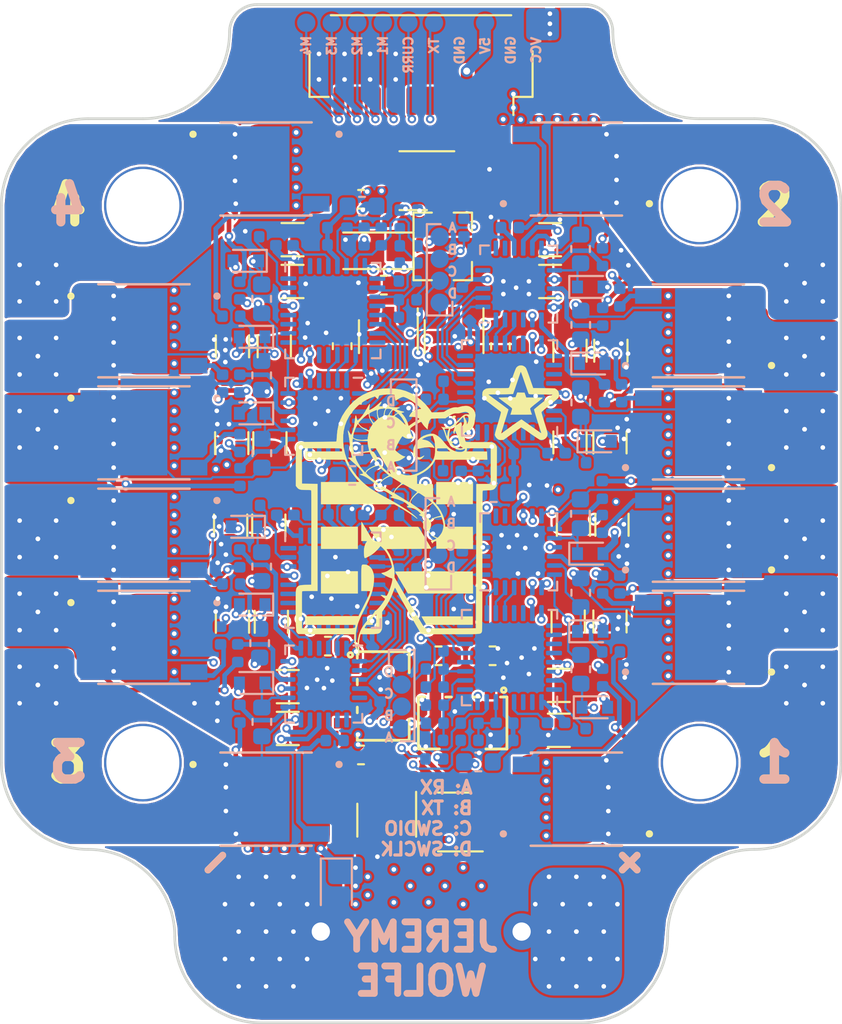
<source format=kicad_pcb>
(kicad_pcb (version 20171130) (host pcbnew "(5.1.6-0-10_14)")
  (layers (0 Signal_1 signal hide) (1 GND power hide) (2 Signal_2 signal hide) (3 Signal_3 signal hide) (4 Power power hide) (31 Signal_4 signal) (34 B.Paste user hide) (35 F.Paste user hide) (36 B.SilkS user hide) (37 F.SilkS user hide) (38 B.Mask user hide) (39 F.Mask user hide) (44 Edge.Cuts user))
  (net 0 "")
  (net 1 VCC)
  (net 2 GND)
  (net 3 "Net-(Q1-Pad4)")
  (net 4 "Net-(Q2-Pad4)")
  (net 5 "Net-(Q3-Pad4)")
  (net 6 "Net-(Q4-Pad4)")
  (net 7 "Net-(Q5-Pad4)")
  (net 8 "Net-(Q6-Pad4)")
  (net 9 VCC_Shunt)
  (net 10 "/Curent Sense/CURR")
  (net 11 "Net-(R2-Pad1)")
  (net 12 "Net-(R3-Pad2)")
  (net 13 "Net-(Q7-Pad4)")
  (net 14 "Net-(Q8-Pad4)")
  (net 15 "Net-(Q9-Pad4)")
  (net 16 "Net-(Q10-Pad4)")
  (net 17 "Net-(Q11-Pad4)")
  (net 18 "Net-(Q12-Pad4)")
  (net 19 "Net-(Q13-Pad4)")
  (net 20 "Net-(Q14-Pad4)")
  (net 21 "Net-(Q15-Pad4)")
  (net 22 "Net-(Q16-Pad4)")
  (net 23 "Net-(Q17-Pad4)")
  (net 24 "Net-(Q18-Pad4)")
  (net 25 /PWM_2)
  (net 26 /PWM_1)
  (net 27 "Net-(R42-Pad1)")
  (net 28 "/MCU 3/PhaseA")
  (net 29 "/MOSFET Driver 3/VB1")
  (net 30 "/MCU 3/PhaseB")
  (net 31 "/MOSFET Driver 3/VB2")
  (net 32 "/MCU 3/PhaseC")
  (net 33 "/MOSFET Driver 3/VB3")
  (net 34 "/MCU 3/NRST")
  (net 35 /PWM_4)
  (net 36 /PWM_3)
  (net 37 "/MCU 3/SWDIO")
  (net 38 "/MCU 3/SWCLK")
  (net 39 "/MCU 3/USART1_RX")
  (net 40 "Net-(Q19-Pad4)")
  (net 41 "Net-(Q20-Pad4)")
  (net 42 "Net-(Q21-Pad4)")
  (net 43 "Net-(Q22-Pad4)")
  (net 44 "Net-(Q23-Pad4)")
  (net 45 "Net-(Q24-Pad4)")
  (net 46 "/MOSFET Driver 3/HO1")
  (net 47 "/MOSFET Driver 3/LO1")
  (net 48 "/MOSFET Driver 3/HO2")
  (net 49 "/MOSFET Driver 3/LO2")
  (net 50 "/MOSFET Driver 3/HO3")
  (net 51 "/MOSFET Driver 3/LO3")
  (net 52 "/MCU 3/SenseA")
  (net 53 "/MCU 3/SenseCOM")
  (net 54 "/MCU 3/SenseB")
  (net 55 "/MCU 3/SenseC")
  (net 56 "/MCU 3/BOOT0")
  (net 57 "/MCU 3/HIN1")
  (net 58 "/MCU 3/HIN2")
  (net 59 "/MOSFET Driver 3/HIN1")
  (net 60 "/MCU 3/LIN3")
  (net 61 "/MCU 3/LIN2")
  (net 62 "/MCU 3/LIN1")
  (net 63 +5V)
  (net 64 "Net-(C70-Pad2)")
  (net 65 "Net-(C70-Pad1)")
  (net 66 "Net-(C75-Pad2)")
  (net 67 "Net-(C75-Pad1)")
  (net 68 "Net-(R73-Pad2)")
  (net 69 "Net-(R76-Pad1)")
  (net 70 +12V_2)
  (net 71 +12V_1)
  (net 72 +3.3VA_1)
  (net 73 +3.3VA_2)
  (net 74 +3.3VA_3)
  (net 75 +3.3VA_4)
  (net 76 "Net-(R25-Pad1)")
  (net 77 /MCU_2/NRST)
  (net 78 /MCU_2/PhaseA)
  (net 79 /MOSFET_Driver_2/VB1)
  (net 80 /MCU_2/PhaseB)
  (net 81 /MOSFET_Driver_2/VB2)
  (net 82 /MCU_2/PhaseC)
  (net 83 /MOSFET_Driver_2/VB3)
  (net 84 /MCU_2/USART1_RX)
  (net 85 /MCU_2/SWDIO)
  (net 86 /MCU_2/SWCLK)
  (net 87 /MCU_2/SenseA)
  (net 88 /MCU_2/SenseCOM)
  (net 89 /MCU_2/SenseB)
  (net 90 /MCU_2/SenseC)
  (net 91 /MCU_2/BOOT0)
  (net 92 /MOSFET_Driver_2/HO1)
  (net 93 /MOSFET_Driver_2/LO1)
  (net 94 /MOSFET_Driver_2/HO2)
  (net 95 /MOSFET_Driver_2/LO2)
  (net 96 /MOSFET_Driver_2/HO3)
  (net 97 /MOSFET_Driver_2/LO3)
  (net 98 /MOSFET_Driver_2/HIN1)
  (net 99 /MCU_2/HIN2)
  (net 100 /MCU_2/HIN1)
  (net 101 /MCU_2/LIN1)
  (net 102 /MCU_2/LIN2)
  (net 103 /MCU_2/LIN3)
  (net 104 /MOSFET_Driver_1/VB1)
  (net 105 /MOSFET_Driver_1/VB2)
  (net 106 /MOSFET_Driver_1/VB3)
  (net 107 /MOSFET_Driver_1/HO1)
  (net 108 /MOSFET_Driver_1/LO1)
  (net 109 /MOSFET_Driver_1/HO2)
  (net 110 /MOSFET_Driver_1/LO2)
  (net 111 /MOSFET_Driver_1/HO3)
  (net 112 /MOSFET_Driver_1/LO3)
  (net 113 /MOSFET_Driver_1/HIN1)
  (net 114 /MCU_1/PhaseA)
  (net 115 /MCU_1/PhaseB)
  (net 116 /MCU_1/PhaseC)
  (net 117 /MCU_1/NRST)
  (net 118 /MCU_1/USART1_RX)
  (net 119 /MCU_1/SWDIO)
  (net 120 /MCU_1/SWCLK)
  (net 121 /MCU_1/SenseA)
  (net 122 /MCU_1/SenseCOM)
  (net 123 "Net-(R15-Pad1)")
  (net 124 /MCU_1/SenseB)
  (net 125 /MCU_1/SenseC)
  (net 126 /MCU_1/BOOT0)
  (net 127 /MCU_1/HIN1)
  (net 128 /MCU_1/HIN2)
  (net 129 /MCU_1/LIN3)
  (net 130 /MCU_1/LIN2)
  (net 131 /MCU_1/LIN1)
  (net 132 /MOSFET_Driver_4/VB1)
  (net 133 /MOSFET_Driver_4/VB2)
  (net 134 /MOSFET_Driver_4/VB3)
  (net 135 /MOSFET_Driver_4/HO1)
  (net 136 /MOSFET_Driver_4/LO1)
  (net 137 /MOSFET_Driver_4/HO2)
  (net 138 /MOSFET_Driver_4/LO2)
  (net 139 /MOSFET_Driver_4/HO3)
  (net 140 /MOSFET_Driver_4/LO3)
  (net 141 /MOSFET_Driver_4/HIN1)
  (net 142 /MCU_4/PhaseA)
  (net 143 /MCU_4/PhaseB)
  (net 144 /MCU_4/PhaseC)
  (net 145 /MCU_4/NRST)
  (net 146 /MCU_4/USART1_RX)
  (net 147 /MCU_4/SWDIO)
  (net 148 /MCU_4/SWCLK)
  (net 149 /MCU_4/SenseA)
  (net 150 /MCU_4/SenseCOM)
  (net 151 /MCU_4/SenseB)
  (net 152 "Net-(R65-Pad1)")
  (net 153 /MCU_4/SenseC)
  (net 154 /MCU_4/BOOT0)
  (net 155 /MCU_4/HIN1)
  (net 156 /MCU_4/HIN2)
  (net 157 /MCU_4/LIN3)
  (net 158 /MCU_4/LIN2)
  (net 159 /MCU_4/LIN1)
  (net 160 +3V3_2)
  (net 161 +3V3_1)
  (net 162 "Net-(J2-Pad5)")
  (net 163 /TX)
  (module Footprints:TPH1R204PB (layer Signal_1) (at 124.81 91.3)
    (fp_text reference Q13)
    (fp_text value TPH1R204PB)
    (pad 1 smd rect (at -2.75 -1.905) (size 1.45 0.85) (layers Signal_1 F.Paste F.Mask) (net 28 "/MCU 3/PhaseA"))
    (pad 2 smd rect (at -2.75 -0.635) (size 1.45 0.85) (layers Signal_1 F.Paste F.Mask) (net 28 "/MCU 3/PhaseA"))
    (pad 3 smd rect (at -2.75 0.635) (size 1.45 0.85) (layers Signal_1 F.Paste F.Mask) (net 28 "/MCU 3/PhaseA"))
    (pad 4 smd rect (at -2.75 1.905) (size 1.45 0.85) (layers Signal_1 F.Paste F.Mask) (net 19 "Net-(Q13-Pad4)"))
    (pad 5 smd rect (at 2.95 1.905) (size 1.05 0.85) (layers Signal_1 F.Paste F.Mask) (net 9 VCC_Shunt))
    (pad 6 smd rect (at 2.95 0.635) (size 1.05 0.85) (layers Signal_1 F.Paste F.Mask) (net 9 VCC_Shunt))
    (pad 7 smd rect (at 2.95 -0.635) (size 1.05 0.85) (layers Signal_1 F.Paste F.Mask) (net 9 VCC_Shunt))
    (pad 8 smd rect (at 2.95 -1.905) (size 1.05 0.85) (layers Signal_1 F.Paste F.Mask) (net 9 VCC_Shunt))
    (pad 9 smd rect (at 0.57 0) (size 3.71 4.66) (layers Signal_1 F.Mask) (net 9 VCC_Shunt))
  )
  (module Footprints:TPH1R204PB (layer Signal_4) (at 124.81 91.3 180)
    (fp_text reference Q14)
    (fp_text value TPH1R204PB)
    (pad 1 smd rect (at -2.75 1.905 180) (size 1.45 0.85) (layers Signal_4 B.Paste B.Mask) (net 2 GND))
    (pad 2 smd rect (at -2.75 0.635 180) (size 1.45 0.85) (layers Signal_4 B.Paste B.Mask) (net 2 GND))
    (pad 3 smd rect (at -2.75 -0.635 180) (size 1.45 0.85) (layers Signal_4 B.Paste B.Mask) (net 2 GND))
    (pad 4 smd rect (at -2.75 -1.905 180) (size 1.45 0.85) (layers Signal_4 B.Paste B.Mask) (net 20 "Net-(Q14-Pad4)"))
    (pad 5 smd rect (at 2.95 -1.905 180) (size 1.05 0.85) (layers Signal_4 B.Paste B.Mask) (net 28 "/MCU 3/PhaseA"))
    (pad 6 smd rect (at 2.95 -0.635 180) (size 1.05 0.85) (layers Signal_4 B.Paste B.Mask) (net 28 "/MCU 3/PhaseA"))
    (pad 7 smd rect (at 2.95 0.635 180) (size 1.05 0.85) (layers Signal_4 B.Paste B.Mask) (net 28 "/MCU 3/PhaseA"))
    (pad 8 smd rect (at 2.95 1.905 180) (size 1.05 0.85) (layers Signal_4 B.Paste B.Mask) (net 28 "/MCU 3/PhaseA"))
    (pad 9 smd rect (at 0.57 0 180) (size 3.71 4.66) (layers Signal_4 B.Mask) (net 28 "/MCU 3/PhaseA"))
  )
  (module Footprints:TPH1R204PB (layer Signal_1) (at 124.81 96.89)
    (fp_text reference Q15)
    (fp_text value TPH1R204PB)
    (pad 1 smd rect (at -2.75 -1.905) (size 1.45 0.85) (layers Signal_1 F.Paste F.Mask) (net 30 "/MCU 3/PhaseB"))
    (pad 2 smd rect (at -2.75 -0.635) (size 1.45 0.85) (layers Signal_1 F.Paste F.Mask) (net 30 "/MCU 3/PhaseB"))
    (pad 3 smd rect (at -2.75 0.635) (size 1.45 0.85) (layers Signal_1 F.Paste F.Mask) (net 30 "/MCU 3/PhaseB"))
    (pad 4 smd rect (at -2.75 1.905) (size 1.45 0.85) (layers Signal_1 F.Paste F.Mask) (net 21 "Net-(Q15-Pad4)"))
    (pad 5 smd rect (at 2.95 1.905) (size 1.05 0.85) (layers Signal_1 F.Paste F.Mask) (net 9 VCC_Shunt))
    (pad 6 smd rect (at 2.95 0.635) (size 1.05 0.85) (layers Signal_1 F.Paste F.Mask) (net 9 VCC_Shunt))
    (pad 7 smd rect (at 2.95 -0.635) (size 1.05 0.85) (layers Signal_1 F.Paste F.Mask) (net 9 VCC_Shunt))
    (pad 8 smd rect (at 2.95 -1.905) (size 1.05 0.85) (layers Signal_1 F.Paste F.Mask) (net 9 VCC_Shunt))
    (pad 9 smd rect (at 0.57 0) (size 3.71 4.66) (layers Signal_1 F.Mask) (net 9 VCC_Shunt))
  )
  (module Footprints:TPH1R204PB (layer Signal_4) (at 124.81 96.89 180)
    (fp_text reference Q16)
    (fp_text value TPH1R204PB)
    (pad 1 smd rect (at -2.75 1.905 180) (size 1.45 0.85) (layers Signal_4 B.Paste B.Mask) (net 2 GND))
    (pad 2 smd rect (at -2.75 0.635 180) (size 1.45 0.85) (layers Signal_4 B.Paste B.Mask) (net 2 GND))
    (pad 3 smd rect (at -2.75 -0.635 180) (size 1.45 0.85) (layers Signal_4 B.Paste B.Mask) (net 2 GND))
    (pad 4 smd rect (at -2.75 -1.905 180) (size 1.45 0.85) (layers Signal_4 B.Paste B.Mask) (net 22 "Net-(Q16-Pad4)"))
    (pad 5 smd rect (at 2.95 -1.905 180) (size 1.05 0.85) (layers Signal_4 B.Paste B.Mask) (net 30 "/MCU 3/PhaseB"))
    (pad 6 smd rect (at 2.95 -0.635 180) (size 1.05 0.85) (layers Signal_4 B.Paste B.Mask) (net 30 "/MCU 3/PhaseB"))
    (pad 7 smd rect (at 2.95 0.635 180) (size 1.05 0.85) (layers Signal_4 B.Paste B.Mask) (net 30 "/MCU 3/PhaseB"))
    (pad 8 smd rect (at 2.95 1.905 180) (size 1.05 0.85) (layers Signal_4 B.Paste B.Mask) (net 30 "/MCU 3/PhaseB"))
    (pad 9 smd rect (at 0.57 0 180) (size 3.71 4.66) (layers Signal_4 B.Mask) (net 30 "/MCU 3/PhaseB"))
  )
  (module Footprints:TPH1R204PB (layer Signal_1) (at 131.5 105.75)
    (fp_text reference Q17)
    (fp_text value TPH1R204PB)
    (pad 1 smd rect (at -2.75 -1.905) (size 1.45 0.85) (layers Signal_1 F.Paste F.Mask) (net 32 "/MCU 3/PhaseC"))
    (pad 2 smd rect (at -2.75 -0.635) (size 1.45 0.85) (layers Signal_1 F.Paste F.Mask) (net 32 "/MCU 3/PhaseC"))
    (pad 3 smd rect (at -2.75 0.635) (size 1.45 0.85) (layers Signal_1 F.Paste F.Mask) (net 32 "/MCU 3/PhaseC"))
    (pad 4 smd rect (at -2.75 1.905) (size 1.45 0.85) (layers Signal_1 F.Paste F.Mask) (net 23 "Net-(Q17-Pad4)"))
    (pad 5 smd rect (at 2.95 1.905) (size 1.05 0.85) (layers Signal_1 F.Paste F.Mask) (net 9 VCC_Shunt))
    (pad 6 smd rect (at 2.95 0.635) (size 1.05 0.85) (layers Signal_1 F.Paste F.Mask) (net 9 VCC_Shunt))
    (pad 7 smd rect (at 2.95 -0.635) (size 1.05 0.85) (layers Signal_1 F.Paste F.Mask) (net 9 VCC_Shunt))
    (pad 8 smd rect (at 2.95 -1.905) (size 1.05 0.85) (layers Signal_1 F.Paste F.Mask) (net 9 VCC_Shunt))
    (pad 9 smd rect (at 0.57 0) (size 3.71 4.66) (layers Signal_1 F.Mask) (net 9 VCC_Shunt))
  )
  (module Footprints:TPH1R204PB (layer Signal_4) (at 131.5 105.75 180)
    (fp_text reference Q18)
    (fp_text value TPH1R204PB)
    (pad 1 smd rect (at -2.75 1.905 180) (size 1.45 0.85) (layers Signal_4 B.Paste B.Mask) (net 2 GND))
    (pad 2 smd rect (at -2.75 0.635 180) (size 1.45 0.85) (layers Signal_4 B.Paste B.Mask) (net 2 GND))
    (pad 3 smd rect (at -2.75 -0.635 180) (size 1.45 0.85) (layers Signal_4 B.Paste B.Mask) (net 2 GND))
    (pad 4 smd rect (at -2.75 -1.905 180) (size 1.45 0.85) (layers Signal_4 B.Paste B.Mask) (net 24 "Net-(Q18-Pad4)"))
    (pad 5 smd rect (at 2.95 -1.905 180) (size 1.05 0.85) (layers Signal_4 B.Paste B.Mask) (net 32 "/MCU 3/PhaseC"))
    (pad 6 smd rect (at 2.95 -0.635 180) (size 1.05 0.85) (layers Signal_4 B.Paste B.Mask) (net 32 "/MCU 3/PhaseC"))
    (pad 7 smd rect (at 2.95 0.635 180) (size 1.05 0.85) (layers Signal_4 B.Paste B.Mask) (net 32 "/MCU 3/PhaseC"))
    (pad 8 smd rect (at 2.95 1.905 180) (size 1.05 0.85) (layers Signal_4 B.Paste B.Mask) (net 32 "/MCU 3/PhaseC"))
    (pad 9 smd rect (at 0.57 0 180) (size 3.71 4.66) (layers Signal_4 B.Mask) (net 32 "/MCU 3/PhaseC"))
  )
  (module Footprints:TPH1R204PB (layer Signal_1) (at 155.19 85.7 180)
    (fp_text reference Q7)
    (fp_text value TPH1R204PB)
    (pad 1 smd rect (at -2.75 -1.905 180) (size 1.45 0.85) (layers Signal_1 F.Paste F.Mask) (net 78 /MCU_2/PhaseA))
    (pad 2 smd rect (at -2.75 -0.635 180) (size 1.45 0.85) (layers Signal_1 F.Paste F.Mask) (net 78 /MCU_2/PhaseA))
    (pad 3 smd rect (at -2.75 0.635 180) (size 1.45 0.85) (layers Signal_1 F.Paste F.Mask) (net 78 /MCU_2/PhaseA))
    (pad 4 smd rect (at -2.75 1.905 180) (size 1.45 0.85) (layers Signal_1 F.Paste F.Mask) (net 13 "Net-(Q7-Pad4)"))
    (pad 5 smd rect (at 2.95 1.905 180) (size 1.05 0.85) (layers Signal_1 F.Paste F.Mask) (net 9 VCC_Shunt))
    (pad 6 smd rect (at 2.95 0.635 180) (size 1.05 0.85) (layers Signal_1 F.Paste F.Mask) (net 9 VCC_Shunt))
    (pad 7 smd rect (at 2.95 -0.635 180) (size 1.05 0.85) (layers Signal_1 F.Paste F.Mask) (net 9 VCC_Shunt))
    (pad 8 smd rect (at 2.95 -1.905 180) (size 1.05 0.85) (layers Signal_1 F.Paste F.Mask) (net 9 VCC_Shunt))
    (pad 9 smd rect (at 0.57 0 180) (size 3.71 4.66) (layers Signal_1 F.Mask) (net 9 VCC_Shunt))
  )
  (module Footprints:TPH1R204PB (layer Signal_4) (at 155.19 85.7)
    (fp_text reference Q8)
    (fp_text value TPH1R204PB)
    (pad 1 smd rect (at -2.75 1.905) (size 1.45 0.85) (layers Signal_4 B.Paste B.Mask) (net 2 GND))
    (pad 2 smd rect (at -2.75 0.635) (size 1.45 0.85) (layers Signal_4 B.Paste B.Mask) (net 2 GND))
    (pad 3 smd rect (at -2.75 -0.635) (size 1.45 0.85) (layers Signal_4 B.Paste B.Mask) (net 2 GND))
    (pad 4 smd rect (at -2.75 -1.905) (size 1.45 0.85) (layers Signal_4 B.Paste B.Mask) (net 14 "Net-(Q8-Pad4)"))
    (pad 5 smd rect (at 2.95 -1.905) (size 1.05 0.85) (layers Signal_4 B.Paste B.Mask) (net 78 /MCU_2/PhaseA))
    (pad 6 smd rect (at 2.95 -0.635) (size 1.05 0.85) (layers Signal_4 B.Paste B.Mask) (net 78 /MCU_2/PhaseA))
    (pad 7 smd rect (at 2.95 0.635) (size 1.05 0.85) (layers Signal_4 B.Paste B.Mask) (net 78 /MCU_2/PhaseA))
    (pad 8 smd rect (at 2.95 1.905) (size 1.05 0.85) (layers Signal_4 B.Paste B.Mask) (net 78 /MCU_2/PhaseA))
    (pad 9 smd rect (at 0.57 0) (size 3.71 4.66) (layers Signal_4 B.Mask) (net 78 /MCU_2/PhaseA))
  )
  (module Footprints:TPH1R204PB (layer Signal_1) (at 155.19 80.11 180)
    (fp_text reference Q9)
    (fp_text value TPH1R204PB)
    (pad 1 smd rect (at -2.75 -1.905 180) (size 1.45 0.85) (layers Signal_1 F.Paste F.Mask) (net 80 /MCU_2/PhaseB))
    (pad 2 smd rect (at -2.75 -0.635 180) (size 1.45 0.85) (layers Signal_1 F.Paste F.Mask) (net 80 /MCU_2/PhaseB))
    (pad 3 smd rect (at -2.75 0.635 180) (size 1.45 0.85) (layers Signal_1 F.Paste F.Mask) (net 80 /MCU_2/PhaseB))
    (pad 4 smd rect (at -2.75 1.905 180) (size 1.45 0.85) (layers Signal_1 F.Paste F.Mask) (net 15 "Net-(Q9-Pad4)"))
    (pad 5 smd rect (at 2.95 1.905 180) (size 1.05 0.85) (layers Signal_1 F.Paste F.Mask) (net 9 VCC_Shunt))
    (pad 6 smd rect (at 2.95 0.635 180) (size 1.05 0.85) (layers Signal_1 F.Paste F.Mask) (net 9 VCC_Shunt))
    (pad 7 smd rect (at 2.95 -0.635 180) (size 1.05 0.85) (layers Signal_1 F.Paste F.Mask) (net 9 VCC_Shunt))
    (pad 8 smd rect (at 2.95 -1.905 180) (size 1.05 0.85) (layers Signal_1 F.Paste F.Mask) (net 9 VCC_Shunt))
    (pad 9 smd rect (at 0.57 0 180) (size 3.71 4.66) (layers Signal_1 F.Mask) (net 9 VCC_Shunt))
  )
  (module Footprints:TPH1R204PB (layer Signal_4) (at 155.19 80.11)
    (fp_text reference Q10)
    (fp_text value TPH1R204PB)
    (pad 1 smd rect (at -2.75 1.905) (size 1.45 0.85) (layers Signal_4 B.Paste B.Mask) (net 2 GND))
    (pad 2 smd rect (at -2.75 0.635) (size 1.45 0.85) (layers Signal_4 B.Paste B.Mask) (net 2 GND))
    (pad 3 smd rect (at -2.75 -0.635) (size 1.45 0.85) (layers Signal_4 B.Paste B.Mask) (net 2 GND))
    (pad 4 smd rect (at -2.75 -1.905) (size 1.45 0.85) (layers Signal_4 B.Paste B.Mask) (net 16 "Net-(Q10-Pad4)"))
    (pad 5 smd rect (at 2.95 -1.905) (size 1.05 0.85) (layers Signal_4 B.Paste B.Mask) (net 80 /MCU_2/PhaseB))
    (pad 6 smd rect (at 2.95 -0.635) (size 1.05 0.85) (layers Signal_4 B.Paste B.Mask) (net 80 /MCU_2/PhaseB))
    (pad 7 smd rect (at 2.95 0.635) (size 1.05 0.85) (layers Signal_4 B.Paste B.Mask) (net 80 /MCU_2/PhaseB))
    (pad 8 smd rect (at 2.95 1.905) (size 1.05 0.85) (layers Signal_4 B.Paste B.Mask) (net 80 /MCU_2/PhaseB))
    (pad 9 smd rect (at 0.57 0) (size 3.71 4.66) (layers Signal_4 B.Mask) (net 80 /MCU_2/PhaseB))
  )
  (module Footprints:TPH1R204PB (layer Signal_1) (at 148.5 71.25 180)
    (fp_text reference Q11)
    (fp_text value TPH1R204PB)
    (pad 1 smd rect (at -2.75 -1.905 180) (size 1.45 0.85) (layers Signal_1 F.Paste F.Mask) (net 82 /MCU_2/PhaseC))
    (pad 2 smd rect (at -2.75 -0.635 180) (size 1.45 0.85) (layers Signal_1 F.Paste F.Mask) (net 82 /MCU_2/PhaseC))
    (pad 3 smd rect (at -2.75 0.635 180) (size 1.45 0.85) (layers Signal_1 F.Paste F.Mask) (net 82 /MCU_2/PhaseC))
    (pad 4 smd rect (at -2.75 1.905 180) (size 1.45 0.85) (layers Signal_1 F.Paste F.Mask) (net 17 "Net-(Q11-Pad4)"))
    (pad 5 smd rect (at 2.95 1.905 180) (size 1.05 0.85) (layers Signal_1 F.Paste F.Mask) (net 9 VCC_Shunt))
    (pad 6 smd rect (at 2.95 0.635 180) (size 1.05 0.85) (layers Signal_1 F.Paste F.Mask) (net 9 VCC_Shunt))
    (pad 7 smd rect (at 2.95 -0.635 180) (size 1.05 0.85) (layers Signal_1 F.Paste F.Mask) (net 9 VCC_Shunt))
    (pad 8 smd rect (at 2.95 -1.905 180) (size 1.05 0.85) (layers Signal_1 F.Paste F.Mask) (net 9 VCC_Shunt))
    (pad 9 smd rect (at 0.57 0 180) (size 3.71 4.66) (layers Signal_1 F.Mask) (net 9 VCC_Shunt))
  )
  (module Footprints:TPH1R204PB (layer Signal_4) (at 148.5 71.25)
    (fp_text reference Q12)
    (fp_text value TPH1R204PB)
    (pad 1 smd rect (at -2.75 1.905) (size 1.45 0.85) (layers Signal_4 B.Paste B.Mask) (net 2 GND))
    (pad 2 smd rect (at -2.75 0.635) (size 1.45 0.85) (layers Signal_4 B.Paste B.Mask) (net 2 GND))
    (pad 3 smd rect (at -2.75 -0.635) (size 1.45 0.85) (layers Signal_4 B.Paste B.Mask) (net 2 GND))
    (pad 4 smd rect (at -2.75 -1.905) (size 1.45 0.85) (layers Signal_4 B.Paste B.Mask) (net 18 "Net-(Q12-Pad4)"))
    (pad 5 smd rect (at 2.95 -1.905) (size 1.05 0.85) (layers Signal_4 B.Paste B.Mask) (net 82 /MCU_2/PhaseC))
    (pad 6 smd rect (at 2.95 -0.635) (size 1.05 0.85) (layers Signal_4 B.Paste B.Mask) (net 82 /MCU_2/PhaseC))
    (pad 7 smd rect (at 2.95 0.635) (size 1.05 0.85) (layers Signal_4 B.Paste B.Mask) (net 82 /MCU_2/PhaseC))
    (pad 8 smd rect (at 2.95 1.905) (size 1.05 0.85) (layers Signal_4 B.Paste B.Mask) (net 82 /MCU_2/PhaseC))
    (pad 9 smd rect (at 0.57 0) (size 3.71 4.66) (layers Signal_4 B.Mask) (net 82 /MCU_2/PhaseC))
  )
  (module Footprints:TPH1R204PB (layer Signal_1) (at 148.5 105.75 180)
    (fp_text reference Q1)
    (fp_text value TPH1R204PB)
    (pad 1 smd rect (at -2.75 -1.905 180) (size 1.45 0.85) (layers Signal_1 F.Paste F.Mask) (net 114 /MCU_1/PhaseA))
    (pad 2 smd rect (at -2.75 -0.635 180) (size 1.45 0.85) (layers Signal_1 F.Paste F.Mask) (net 114 /MCU_1/PhaseA))
    (pad 3 smd rect (at -2.75 0.635 180) (size 1.45 0.85) (layers Signal_1 F.Paste F.Mask) (net 114 /MCU_1/PhaseA))
    (pad 4 smd rect (at -2.75 1.905 180) (size 1.45 0.85) (layers Signal_1 F.Paste F.Mask) (net 3 "Net-(Q1-Pad4)"))
    (pad 5 smd rect (at 2.95 1.905 180) (size 1.05 0.85) (layers Signal_1 F.Paste F.Mask) (net 9 VCC_Shunt))
    (pad 6 smd rect (at 2.95 0.635 180) (size 1.05 0.85) (layers Signal_1 F.Paste F.Mask) (net 9 VCC_Shunt))
    (pad 7 smd rect (at 2.95 -0.635 180) (size 1.05 0.85) (layers Signal_1 F.Paste F.Mask) (net 9 VCC_Shunt))
    (pad 8 smd rect (at 2.95 -1.905 180) (size 1.05 0.85) (layers Signal_1 F.Paste F.Mask) (net 9 VCC_Shunt))
    (pad 9 smd rect (at 0.57 0 180) (size 3.71 4.66) (layers Signal_1 F.Mask) (net 9 VCC_Shunt))
  )
  (module Footprints:TPH1R204PB (layer Signal_4) (at 148.5 105.75)
    (fp_text reference Q2)
    (fp_text value TPH1R204PB)
    (pad 1 smd rect (at -2.75 1.905) (size 1.45 0.85) (layers Signal_4 B.Paste B.Mask) (net 2 GND))
    (pad 2 smd rect (at -2.75 0.635) (size 1.45 0.85) (layers Signal_4 B.Paste B.Mask) (net 2 GND))
    (pad 3 smd rect (at -2.75 -0.635) (size 1.45 0.85) (layers Signal_4 B.Paste B.Mask) (net 2 GND))
    (pad 4 smd rect (at -2.75 -1.905) (size 1.45 0.85) (layers Signal_4 B.Paste B.Mask) (net 4 "Net-(Q2-Pad4)"))
    (pad 5 smd rect (at 2.95 -1.905) (size 1.05 0.85) (layers Signal_4 B.Paste B.Mask) (net 114 /MCU_1/PhaseA))
    (pad 6 smd rect (at 2.95 -0.635) (size 1.05 0.85) (layers Signal_4 B.Paste B.Mask) (net 114 /MCU_1/PhaseA))
    (pad 7 smd rect (at 2.95 0.635) (size 1.05 0.85) (layers Signal_4 B.Paste B.Mask) (net 114 /MCU_1/PhaseA))
    (pad 8 smd rect (at 2.95 1.905) (size 1.05 0.85) (layers Signal_4 B.Paste B.Mask) (net 114 /MCU_1/PhaseA))
    (pad 9 smd rect (at 0.57 0) (size 3.71 4.66) (layers Signal_4 B.Mask) (net 114 /MCU_1/PhaseA))
  )
  (module Footprints:TPH1R204PB (layer Signal_1) (at 155.19 96.89 180)
    (fp_text reference Q3)
    (fp_text value TPH1R204PB)
    (pad 1 smd rect (at -2.75 -1.905 180) (size 1.45 0.85) (layers Signal_1 F.Paste F.Mask) (net 115 /MCU_1/PhaseB))
    (pad 2 smd rect (at -2.75 -0.635 180) (size 1.45 0.85) (layers Signal_1 F.Paste F.Mask) (net 115 /MCU_1/PhaseB))
    (pad 3 smd rect (at -2.75 0.635 180) (size 1.45 0.85) (layers Signal_1 F.Paste F.Mask) (net 115 /MCU_1/PhaseB))
    (pad 4 smd rect (at -2.75 1.905 180) (size 1.45 0.85) (layers Signal_1 F.Paste F.Mask) (net 5 "Net-(Q3-Pad4)"))
    (pad 5 smd rect (at 2.95 1.905 180) (size 1.05 0.85) (layers Signal_1 F.Paste F.Mask) (net 9 VCC_Shunt))
    (pad 6 smd rect (at 2.95 0.635 180) (size 1.05 0.85) (layers Signal_1 F.Paste F.Mask) (net 9 VCC_Shunt))
    (pad 7 smd rect (at 2.95 -0.635 180) (size 1.05 0.85) (layers Signal_1 F.Paste F.Mask) (net 9 VCC_Shunt))
    (pad 8 smd rect (at 2.95 -1.905 180) (size 1.05 0.85) (layers Signal_1 F.Paste F.Mask) (net 9 VCC_Shunt))
    (pad 9 smd rect (at 0.57 0 180) (size 3.71 4.66) (layers Signal_1 F.Mask) (net 9 VCC_Shunt))
  )
  (module Footprints:TPH1R204PB (layer Signal_4) (at 155.19 96.89)
    (fp_text reference Q4)
    (fp_text value TPH1R204PB)
    (pad 1 smd rect (at -2.75 1.905) (size 1.45 0.85) (layers Signal_4 B.Paste B.Mask) (net 2 GND))
    (pad 2 smd rect (at -2.75 0.635) (size 1.45 0.85) (layers Signal_4 B.Paste B.Mask) (net 2 GND))
    (pad 3 smd rect (at -2.75 -0.635) (size 1.45 0.85) (layers Signal_4 B.Paste B.Mask) (net 2 GND))
    (pad 4 smd rect (at -2.75 -1.905) (size 1.45 0.85) (layers Signal_4 B.Paste B.Mask) (net 6 "Net-(Q4-Pad4)"))
    (pad 5 smd rect (at 2.95 -1.905) (size 1.05 0.85) (layers Signal_4 B.Paste B.Mask) (net 115 /MCU_1/PhaseB))
    (pad 6 smd rect (at 2.95 -0.635) (size 1.05 0.85) (layers Signal_4 B.Paste B.Mask) (net 115 /MCU_1/PhaseB))
    (pad 7 smd rect (at 2.95 0.635) (size 1.05 0.85) (layers Signal_4 B.Paste B.Mask) (net 115 /MCU_1/PhaseB))
    (pad 8 smd rect (at 2.95 1.905) (size 1.05 0.85) (layers Signal_4 B.Paste B.Mask) (net 115 /MCU_1/PhaseB))
    (pad 9 smd rect (at 0.57 0) (size 3.71 4.66) (layers Signal_4 B.Mask) (net 115 /MCU_1/PhaseB))
  )
  (module Footprints:TPH1R204PB (layer Signal_1) (at 155.19 91.3 180)
    (fp_text reference Q5)
    (fp_text value TPH1R204PB)
    (pad 1 smd rect (at -2.75 -1.905 180) (size 1.45 0.85) (layers Signal_1 F.Paste F.Mask) (net 116 /MCU_1/PhaseC))
    (pad 2 smd rect (at -2.75 -0.635 180) (size 1.45 0.85) (layers Signal_1 F.Paste F.Mask) (net 116 /MCU_1/PhaseC))
    (pad 3 smd rect (at -2.75 0.635 180) (size 1.45 0.85) (layers Signal_1 F.Paste F.Mask) (net 116 /MCU_1/PhaseC))
    (pad 4 smd rect (at -2.75 1.905 180) (size 1.45 0.85) (layers Signal_1 F.Paste F.Mask) (net 7 "Net-(Q5-Pad4)"))
    (pad 5 smd rect (at 2.95 1.905 180) (size 1.05 0.85) (layers Signal_1 F.Paste F.Mask) (net 9 VCC_Shunt))
    (pad 6 smd rect (at 2.95 0.635 180) (size 1.05 0.85) (layers Signal_1 F.Paste F.Mask) (net 9 VCC_Shunt))
    (pad 7 smd rect (at 2.95 -0.635 180) (size 1.05 0.85) (layers Signal_1 F.Paste F.Mask) (net 9 VCC_Shunt))
    (pad 8 smd rect (at 2.95 -1.905 180) (size 1.05 0.85) (layers Signal_1 F.Paste F.Mask) (net 9 VCC_Shunt))
    (pad 9 smd rect (at 0.57 0 180) (size 3.71 4.66) (layers Signal_1 F.Mask) (net 9 VCC_Shunt))
  )
  (module Footprints:TPH1R204PB (layer Signal_4) (at 155.19 91.3)
    (fp_text reference Q6)
    (fp_text value TPH1R204PB)
    (pad 1 smd rect (at -2.75 1.905) (size 1.45 0.85) (layers Signal_4 B.Paste B.Mask) (net 2 GND))
    (pad 2 smd rect (at -2.75 0.635) (size 1.45 0.85) (layers Signal_4 B.Paste B.Mask) (net 2 GND))
    (pad 3 smd rect (at -2.75 -0.635) (size 1.45 0.85) (layers Signal_4 B.Paste B.Mask) (net 2 GND))
    (pad 4 smd rect (at -2.75 -1.905) (size 1.45 0.85) (layers Signal_4 B.Paste B.Mask) (net 8 "Net-(Q6-Pad4)"))
    (pad 5 smd rect (at 2.95 -1.905) (size 1.05 0.85) (layers Signal_4 B.Paste B.Mask) (net 116 /MCU_1/PhaseC))
    (pad 6 smd rect (at 2.95 -0.635) (size 1.05 0.85) (layers Signal_4 B.Paste B.Mask) (net 116 /MCU_1/PhaseC))
    (pad 7 smd rect (at 2.95 0.635) (size 1.05 0.85) (layers Signal_4 B.Paste B.Mask) (net 116 /MCU_1/PhaseC))
    (pad 8 smd rect (at 2.95 1.905) (size 1.05 0.85) (layers Signal_4 B.Paste B.Mask) (net 116 /MCU_1/PhaseC))
    (pad 9 smd rect (at 0.57 0) (size 3.71 4.66) (layers Signal_4 B.Mask) (net 116 /MCU_1/PhaseC))
  )
  (module Footprints:TPH1R204PB (layer Signal_1) (at 131.5 71.25)
    (fp_text reference Q19)
    (fp_text value TPH1R204PB)
    (pad 1 smd rect (at -2.75 -1.905) (size 1.45 0.85) (layers Signal_1 F.Paste F.Mask) (net 142 /MCU_4/PhaseA))
    (pad 2 smd rect (at -2.75 -0.635) (size 1.45 0.85) (layers Signal_1 F.Paste F.Mask) (net 142 /MCU_4/PhaseA))
    (pad 3 smd rect (at -2.75 0.635) (size 1.45 0.85) (layers Signal_1 F.Paste F.Mask) (net 142 /MCU_4/PhaseA))
    (pad 4 smd rect (at -2.75 1.905) (size 1.45 0.85) (layers Signal_1 F.Paste F.Mask) (net 40 "Net-(Q19-Pad4)"))
    (pad 5 smd rect (at 2.95 1.905) (size 1.05 0.85) (layers Signal_1 F.Paste F.Mask) (net 9 VCC_Shunt))
    (pad 6 smd rect (at 2.95 0.635) (size 1.05 0.85) (layers Signal_1 F.Paste F.Mask) (net 9 VCC_Shunt))
    (pad 7 smd rect (at 2.95 -0.635) (size 1.05 0.85) (layers Signal_1 F.Paste F.Mask) (net 9 VCC_Shunt))
    (pad 8 smd rect (at 2.95 -1.905) (size 1.05 0.85) (layers Signal_1 F.Paste F.Mask) (net 9 VCC_Shunt))
    (pad 9 smd rect (at 0.57 0) (size 3.71 4.66) (layers Signal_1 F.Mask) (net 9 VCC_Shunt))
  )
  (module Footprints:TPH1R204PB (layer Signal_4) (at 131.5 71.25 180)
    (fp_text reference Q20)
    (fp_text value TPH1R204PB)
    (pad 1 smd rect (at -2.75 1.905 180) (size 1.45 0.85) (layers Signal_4 B.Paste B.Mask) (net 2 GND))
    (pad 2 smd rect (at -2.75 0.635 180) (size 1.45 0.85) (layers Signal_4 B.Paste B.Mask) (net 2 GND))
    (pad 3 smd rect (at -2.75 -0.635 180) (size 1.45 0.85) (layers Signal_4 B.Paste B.Mask) (net 2 GND))
    (pad 4 smd rect (at -2.75 -1.905 180) (size 1.45 0.85) (layers Signal_4 B.Paste B.Mask) (net 41 "Net-(Q20-Pad4)"))
    (pad 5 smd rect (at 2.95 -1.905 180) (size 1.05 0.85) (layers Signal_4 B.Paste B.Mask) (net 142 /MCU_4/PhaseA))
    (pad 6 smd rect (at 2.95 -0.635 180) (size 1.05 0.85) (layers Signal_4 B.Paste B.Mask) (net 142 /MCU_4/PhaseA))
    (pad 7 smd rect (at 2.95 0.635 180) (size 1.05 0.85) (layers Signal_4 B.Paste B.Mask) (net 142 /MCU_4/PhaseA))
    (pad 8 smd rect (at 2.95 1.905 180) (size 1.05 0.85) (layers Signal_4 B.Paste B.Mask) (net 142 /MCU_4/PhaseA))
    (pad 9 smd rect (at 0.57 0 180) (size 3.71 4.66) (layers Signal_4 B.Mask) (net 142 /MCU_4/PhaseA))
  )
  (module Footprints:TPH1R204PB (layer Signal_1) (at 124.81 80.11)
    (fp_text reference Q21)
    (fp_text value TPH1R204PB)
    (pad 1 smd rect (at -2.75 -1.905) (size 1.45 0.85) (layers Signal_1 F.Paste F.Mask) (net 143 /MCU_4/PhaseB))
    (pad 2 smd rect (at -2.75 -0.635) (size 1.45 0.85) (layers Signal_1 F.Paste F.Mask) (net 143 /MCU_4/PhaseB))
    (pad 3 smd rect (at -2.75 0.635) (size 1.45 0.85) (layers Signal_1 F.Paste F.Mask) (net 143 /MCU_4/PhaseB))
    (pad 4 smd rect (at -2.75 1.905) (size 1.45 0.85) (layers Signal_1 F.Paste F.Mask) (net 42 "Net-(Q21-Pad4)"))
    (pad 5 smd rect (at 2.95 1.905) (size 1.05 0.85) (layers Signal_1 F.Paste F.Mask) (net 9 VCC_Shunt))
    (pad 6 smd rect (at 2.95 0.635) (size 1.05 0.85) (layers Signal_1 F.Paste F.Mask) (net 9 VCC_Shunt))
    (pad 7 smd rect (at 2.95 -0.635) (size 1.05 0.85) (layers Signal_1 F.Paste F.Mask) (net 9 VCC_Shunt))
    (pad 8 smd rect (at 2.95 -1.905) (size 1.05 0.85) (layers Signal_1 F.Paste F.Mask) (net 9 VCC_Shunt))
    (pad 9 smd rect (at 0.57 0) (size 3.71 4.66) (layers Signal_1 F.Mask) (net 9 VCC_Shunt))
  )
  (module Footprints:TPH1R204PB (layer Signal_4) (at 124.81 80.11 180)
    (fp_text reference Q22)
    (fp_text value TPH1R204PB)
    (pad 1 smd rect (at -2.75 1.905 180) (size 1.45 0.85) (layers Signal_4 B.Paste B.Mask) (net 2 GND))
    (pad 2 smd rect (at -2.75 0.635 180) (size 1.45 0.85) (layers Signal_4 B.Paste B.Mask) (net 2 GND))
    (pad 3 smd rect (at -2.75 -0.635 180) (size 1.45 0.85) (layers Signal_4 B.Paste B.Mask) (net 2 GND))
    (pad 4 smd rect (at -2.75 -1.905 180) (size 1.45 0.85) (layers Signal_4 B.Paste B.Mask) (net 43 "Net-(Q22-Pad4)"))
    (pad 5 smd rect (at 2.95 -1.905 180) (size 1.05 0.85) (layers Signal_4 B.Paste B.Mask) (net 143 /MCU_4/PhaseB))
    (pad 6 smd rect (at 2.95 -0.635 180) (size 1.05 0.85) (layers Signal_4 B.Paste B.Mask) (net 143 /MCU_4/PhaseB))
    (pad 7 smd rect (at 2.95 0.635 180) (size 1.05 0.85) (layers Signal_4 B.Paste B.Mask) (net 143 /MCU_4/PhaseB))
    (pad 8 smd rect (at 2.95 1.905 180) (size 1.05 0.85) (layers Signal_4 B.Paste B.Mask) (net 143 /MCU_4/PhaseB))
    (pad 9 smd rect (at 0.57 0 180) (size 3.71 4.66) (layers Signal_4 B.Mask) (net 143 /MCU_4/PhaseB))
  )
  (module Footprints:TPH1R204PB (layer Signal_1) (at 124.81 85.695)
    (fp_text reference Q23)
    (fp_text value TPH1R204PB)
    (pad 1 smd rect (at -2.75 -1.905) (size 1.45 0.85) (layers Signal_1 F.Paste F.Mask) (net 144 /MCU_4/PhaseC))
    (pad 2 smd rect (at -2.75 -0.635) (size 1.45 0.85) (layers Signal_1 F.Paste F.Mask) (net 144 /MCU_4/PhaseC))
    (pad 3 smd rect (at -2.75 0.635) (size 1.45 0.85) (layers Signal_1 F.Paste F.Mask) (net 144 /MCU_4/PhaseC))
    (pad 4 smd rect (at -2.75 1.905) (size 1.45 0.85) (layers Signal_1 F.Paste F.Mask) (net 44 "Net-(Q23-Pad4)"))
    (pad 5 smd rect (at 2.95 1.905) (size 1.05 0.85) (layers Signal_1 F.Paste F.Mask) (net 9 VCC_Shunt))
    (pad 6 smd rect (at 2.95 0.635) (size 1.05 0.85) (layers Signal_1 F.Paste F.Mask) (net 9 VCC_Shunt))
    (pad 7 smd rect (at 2.95 -0.635) (size 1.05 0.85) (layers Signal_1 F.Paste F.Mask) (net 9 VCC_Shunt))
    (pad 8 smd rect (at 2.95 -1.905) (size 1.05 0.85) (layers Signal_1 F.Paste F.Mask) (net 9 VCC_Shunt))
    (pad 9 smd rect (at 0.57 0) (size 3.71 4.66) (layers Signal_1 F.Mask) (net 9 VCC_Shunt))
  )
  (module Footprints:TPH1R204PB (layer Signal_4) (at 124.81 85.695 180)
    (fp_text reference Q24)
    (fp_text value TPH1R204PB)
    (pad 1 smd rect (at -2.75 1.905 180) (size 1.45 0.85) (layers Signal_4 B.Paste B.Mask) (net 2 GND))
    (pad 2 smd rect (at -2.75 0.635 180) (size 1.45 0.85) (layers Signal_4 B.Paste B.Mask) (net 2 GND))
    (pad 3 smd rect (at -2.75 -0.635 180) (size 1.45 0.85) (layers Signal_4 B.Paste B.Mask) (net 2 GND))
    (pad 4 smd rect (at -2.75 -1.905 180) (size 1.45 0.85) (layers Signal_4 B.Paste B.Mask) (net 45 "Net-(Q24-Pad4)"))
    (pad 5 smd rect (at 2.95 -1.905 180) (size 1.05 0.85) (layers Signal_4 B.Paste B.Mask) (net 144 /MCU_4/PhaseC))
    (pad 6 smd rect (at 2.95 -0.635 180) (size 1.05 0.85) (layers Signal_4 B.Paste B.Mask) (net 144 /MCU_4/PhaseC))
    (pad 7 smd rect (at 2.95 0.635 180) (size 1.05 0.85) (layers Signal_4 B.Paste B.Mask) (net 144 /MCU_4/PhaseC))
    (pad 8 smd rect (at 2.95 1.905 180) (size 1.05 0.85) (layers Signal_4 B.Paste B.Mask) (net 144 /MCU_4/PhaseC))
    (pad 9 smd rect (at 0.57 0 180) (size 3.71 4.66) (layers Signal_4 B.Mask) (net 144 /MCU_4/PhaseC))
  )
  (module Connector_Wire:Conn_PowerPad_4in1 (layer Signal_1) (at 140 113 180)
    (fp_text reference J1)
    (fp_text value Conn_01x02)
    (pad 2 thru_hole circle (at 5.5 0 180) (size 2 2) (drill 1) (layers *.Cu *.Mask) (net 2 GND))
    (pad 1 thru_hole circle (at -5.5 0 180) (size 2 2) (drill 1) (layers *.Cu *.Mask) (net 1 VCC))
    (pad 1 thru_hole roundrect (at -8.5 0 180) (size 5 7) (drill 0.254) (layers *.Cu *.Mask) (net 1 VCC))
    (pad 2 thru_hole roundrect (at 8.5 0 180) (size 5 7) (drill 0.254) (layers *.Cu *.Mask) (net 2 GND))
  )
  (module Diode_SMD:D_SOD-323 (layer Signal_4) (at 135.35 110.5 270)
    (fp_text reference D14)
    (fp_text value D_TVS)
    (pad 2 smd rect (at 1.05 0 270) (size 0.6 0.45) (layers Signal_4 B.Paste B.Mask) (net 2 GND))
    (pad 1 smd rect (at -1.05 0 270) (size 0.6 0.45) (layers Signal_4 B.Paste B.Mask) (net 9 VCC_Shunt))
  )
  (module Resistor_SMD:R_0402_1005Metric (layer Signal_4) (at 142.34 74.46 270)
    (fp_text reference R72)
    (fp_text value 100)
    (pad 2 smd roundrect (at 0.485 0 270) (size 0.58 0.63) (layers Signal_4 B.Paste B.Mask) (net 163 /TX))
    (pad 1 smd roundrect (at -0.485 0 270) (size 0.58 0.63) (layers Signal_4 B.Paste B.Mask) (net 162 "Net-(J2-Pad5)"))
  )
  (module MountingHole:MountingHole_4in1ESC (layer Signal_1) (at 124.75 73.25)
    (fp_text reference H4)
    (fp_text value MountingHole_Pad)
    (pad 1 thru_hole circle (at 0 0) (size 4.254 4.254) (drill 4) (layers *.Cu *.Mask) (net 2 GND))
  )
  (module MountingHole:MountingHole_4in1ESC (layer Signal_1) (at 124.75 103.75)
    (fp_text reference H3)
    (fp_text value MountingHole_Pad)
    (pad 1 thru_hole circle (at 0 0) (size 4.254 4.254) (drill 4) (layers *.Cu *.Mask) (net 2 GND))
  )
  (module MountingHole:MountingHole_4in1ESC (layer Signal_1) (at 155.25 73.25)
    (fp_text reference H2)
    (fp_text value MountingHole_Pad)
    (pad 1 thru_hole circle (at 0 0) (size 4.254 4.254) (drill 4) (layers *.Cu *.Mask) (net 2 GND))
  )
  (module MountingHole:MountingHole_4in1ESC (layer Signal_1) (at 155.25 103.75)
    (fp_text reference H1)
    (fp_text value MountingHole_Pad)
    (pad 1 thru_hole circle (at 0 0) (size 4.254 4.254) (drill 4) (layers *.Cu *.Mask) (net 2 GND))
  )
  (module Package_DFN_QFN:QFN-24-1EP_4x4mm_P0.5mm_EP2.7x2.7mm (layer Signal_4) (at 134.66 84.79 180)
    (fp_text reference U11)
    (fp_text value FD6288Q)
    (pad 25 smd rect (at 0 0 180) (size 2.7 2.7) (layers Signal_4 B.Mask) (net 2 GND))
    (pad 24 smd roundrect (at -1.25 1.9625 180) (size 0.25 0.825) (layers Signal_4 B.Paste B.Mask) (net 155 /MCU_4/HIN1))
    (pad 23 smd roundrect (at -0.75 1.9625 180) (size 0.25 0.825) (layers Signal_4 B.Paste B.Mask) (net 156 /MCU_4/HIN2))
    (pad 22 smd roundrect (at -0.25 1.9625 180) (size 0.25 0.825) (layers Signal_4 B.Paste B.Mask) (net 141 /MOSFET_Driver_4/HIN1))
    (pad 21 smd roundrect (at 0.25 1.9625 180) (size 0.25 0.825) (layers Signal_4 B.Paste B.Mask))
    (pad 20 smd roundrect (at 0.75 1.9625 180) (size 0.25 0.825) (layers Signal_4 B.Paste B.Mask) (net 132 /MOSFET_Driver_4/VB1))
    (pad 19 smd roundrect (at 1.25 1.9625 180) (size 0.25 0.825) (layers Signal_4 B.Paste B.Mask) (net 135 /MOSFET_Driver_4/HO1))
    (pad 18 smd roundrect (at 1.9625 1.25 180) (size 0.825 0.25) (layers Signal_4 B.Paste B.Mask) (net 142 /MCU_4/PhaseA))
    (pad 17 smd roundrect (at 1.9625 0.75 180) (size 0.825 0.25) (layers Signal_4 B.Paste B.Mask) (net 133 /MOSFET_Driver_4/VB2))
    (pad 16 smd roundrect (at 1.9625 0.25 180) (size 0.825 0.25) (layers Signal_4 B.Paste B.Mask) (net 137 /MOSFET_Driver_4/HO2))
    (pad 15 smd roundrect (at 1.9625 -0.25 180) (size 0.825 0.25) (layers Signal_4 B.Paste B.Mask) (net 143 /MCU_4/PhaseB))
    (pad 14 smd roundrect (at 1.9625 -0.75 180) (size 0.825 0.25) (layers Signal_4 B.Paste B.Mask) (net 134 /MOSFET_Driver_4/VB3))
    (pad 13 smd roundrect (at 1.9625 -1.25 180) (size 0.825 0.25) (layers Signal_4 B.Paste B.Mask) (net 139 /MOSFET_Driver_4/HO3))
    (pad 12 smd roundrect (at 1.25 -1.9625 180) (size 0.25 0.825) (layers Signal_4 B.Paste B.Mask) (net 144 /MCU_4/PhaseC))
    (pad 11 smd roundrect (at 0.75 -1.9625 180) (size 0.25 0.825) (layers Signal_4 B.Paste B.Mask) (net 136 /MOSFET_Driver_4/LO1))
    (pad 10 smd roundrect (at 0.25 -1.9625 180) (size 0.25 0.825) (layers Signal_4 B.Paste B.Mask) (net 138 /MOSFET_Driver_4/LO2))
    (pad 9 smd roundrect (at -0.25 -1.9625 180) (size 0.25 0.825) (layers Signal_4 B.Paste B.Mask) (net 140 /MOSFET_Driver_4/LO3))
    (pad 8 smd roundrect (at -0.75 -1.9625 180) (size 0.25 0.825) (layers Signal_4 B.Paste B.Mask))
    (pad 7 smd roundrect (at -1.25 -1.9625 180) (size 0.25 0.825) (layers Signal_4 B.Paste B.Mask))
    (pad 6 smd roundrect (at -1.9625 -1.25 180) (size 0.825 0.25) (layers Signal_4 B.Paste B.Mask) (net 2 GND))
    (pad 5 smd roundrect (at -1.9625 -0.75 180) (size 0.825 0.25) (layers Signal_4 B.Paste B.Mask))
    (pad 4 smd roundrect (at -1.9625 -0.25 180) (size 0.825 0.25) (layers Signal_4 B.Paste B.Mask) (net 71 +12V_1))
    (pad 3 smd roundrect (at -1.9625 0.25 180) (size 0.825 0.25) (layers Signal_4 B.Paste B.Mask) (net 157 /MCU_4/LIN3))
    (pad 2 smd roundrect (at -1.9625 0.75 180) (size 0.825 0.25) (layers Signal_4 B.Paste B.Mask) (net 158 /MCU_4/LIN2))
    (pad 1 smd roundrect (at -1.9625 1.25 180) (size 0.825 0.25) (layers Signal_4 B.Paste B.Mask) (net 159 /MCU_4/LIN1))
  )
  (module Capacitor_SMD:C_0402_1005Metric (layer Signal_1) (at 134.47 80.4 90)
    (fp_text reference C23)
    (fp_text value 10nF)
    (pad 2 smd roundrect (at 0.485 0 90) (size 0.59 0.64) (layers Signal_1 F.Paste F.Mask) (net 2 GND))
    (pad 1 smd roundrect (at -0.485 0 90) (size 0.59 0.64) (layers Signal_1 F.Paste F.Mask) (net 161 +3V3_1))
  )
  (module Package_TO_SOT_SMD:SOT-23-5 (layer Signal_1) (at 141.8 80.43 270)
    (fp_text reference U16)
    (fp_text value LP2985-3.3)
    (pad 5 smd rect (at 1.1 -0.95 270) (size 1.06 0.65) (layers Signal_1 F.Paste F.Mask) (net 160 +3V3_2))
    (pad 4 smd rect (at 1.1 0.95 270) (size 1.06 0.65) (layers Signal_1 F.Paste F.Mask) (net 160 +3V3_2))
    (pad 3 smd rect (at -1.1 0.95 270) (size 1.06 0.65) (layers Signal_1 F.Paste F.Mask) (net 63 +5V))
    (pad 2 smd rect (at -1.1 0 270) (size 1.06 0.65) (layers Signal_1 F.Paste F.Mask) (net 2 GND))
    (pad 1 smd rect (at -1.1 -0.95 270) (size 1.06 0.65) (layers Signal_1 F.Paste F.Mask) (net 63 +5V))
  )
  (module Capacitor_SMD:C_0603_1608Metric (layer Signal_1) (at 144.34 80.95 90)
    (fp_text reference C78)
    (fp_text value 2.2uF)
    (pad 2 smd roundrect (at 0.7875 0 90) (size 0.875 0.95) (layers Signal_1 F.Paste F.Mask) (net 2 GND))
    (pad 1 smd roundrect (at -0.7875 0 90) (size 0.875 0.95) (layers Signal_1 F.Paste F.Mask) (net 160 +3V3_2))
  )
  (module Capacitor_SMD:C_0402_1005Metric (layer Signal_1) (at 145.54 80.4 90)
    (fp_text reference C77)
    (fp_text value 10nF)
    (pad 2 smd roundrect (at 0.485 0 90) (size 0.59 0.64) (layers Signal_1 F.Paste F.Mask) (net 2 GND))
    (pad 1 smd roundrect (at -0.485 0 90) (size 0.59 0.64) (layers Signal_1 F.Paste F.Mask) (net 160 +3V3_2))
  )
  (module Capacitor_SMD:C_0402_1005Metric (layer Signal_1) (at 144.53 79)
    (fp_text reference C73)
    (fp_text value 1uF)
    (pad 2 smd roundrect (at 0.485 0) (size 0.59 0.64) (layers Signal_1 F.Paste F.Mask) (net 2 GND))
    (pad 1 smd roundrect (at -0.485 0) (size 0.59 0.64) (layers Signal_1 F.Paste F.Mask) (net 63 +5V))
  )
  (module Package_DFN_QFN:QFN-32-1EP_5x5mm_P0.5mm_EP3.45x3.45mm (layer Signal_4) (at 144.8375 98 90)
    (fp_text reference U2)
    (fp_text value STM32F051K6Ux)
    (pad 33 smd rect (at 0 0 90) (size 3.45 3.45) (layers Signal_4 B.Mask) (net 2 GND))
    (pad 32 smd roundrect (at -1.75 2.4375 90) (size 0.25 0.875) (layers Signal_4 B.Paste B.Mask))
    (pad 31 smd roundrect (at -1.25 2.4375 90) (size 0.25 0.875) (layers Signal_4 B.Paste B.Mask) (net 126 /MCU_1/BOOT0))
    (pad 30 smd roundrect (at -0.75 2.4375 90) (size 0.25 0.875) (layers Signal_4 B.Paste B.Mask) (net 118 /MCU_1/USART1_RX))
    (pad 29 smd roundrect (at -0.25 2.4375 90) (size 0.25 0.875) (layers Signal_4 B.Paste B.Mask) (net 163 /TX))
    (pad 28 smd roundrect (at 0.25 2.4375 90) (size 0.25 0.875) (layers Signal_4 B.Paste B.Mask))
    (pad 27 smd roundrect (at 0.75 2.4375 90) (size 0.25 0.875) (layers Signal_4 B.Paste B.Mask))
    (pad 26 smd roundrect (at 1.25 2.4375 90) (size 0.25 0.875) (layers Signal_4 B.Paste B.Mask))
    (pad 25 smd roundrect (at 1.75 2.4375 90) (size 0.25 0.875) (layers Signal_4 B.Paste B.Mask))
    (pad 24 smd roundrect (at 2.4375 1.75 90) (size 0.875 0.25) (layers Signal_4 B.Paste B.Mask) (net 120 /MCU_1/SWCLK))
    (pad 23 smd roundrect (at 2.4375 1.25 90) (size 0.875 0.25) (layers Signal_4 B.Paste B.Mask) (net 119 /MCU_1/SWDIO))
    (pad 22 smd roundrect (at 2.4375 0.75 90) (size 0.875 0.25) (layers Signal_4 B.Paste B.Mask))
    (pad 21 smd roundrect (at 2.4375 0.25 90) (size 0.875 0.25) (layers Signal_4 B.Paste B.Mask))
    (pad 20 smd roundrect (at 2.4375 -0.25 90) (size 0.875 0.25) (layers Signal_4 B.Paste B.Mask) (net 113 /MOSFET_Driver_1/HIN1))
    (pad 19 smd roundrect (at 2.4375 -0.75 90) (size 0.875 0.25) (layers Signal_4 B.Paste B.Mask) (net 128 /MCU_1/HIN2))
    (pad 18 smd roundrect (at 2.4375 -1.25 90) (size 0.875 0.25) (layers Signal_4 B.Paste B.Mask) (net 127 /MCU_1/HIN1))
    (pad 17 smd roundrect (at 2.4375 -1.75 90) (size 0.875 0.25) (layers Signal_4 B.Paste B.Mask) (net 160 +3V3_2))
    (pad 16 smd roundrect (at 1.75 -2.4375 90) (size 0.25 0.875) (layers Signal_4 B.Paste B.Mask))
    (pad 15 smd roundrect (at 1.25 -2.4375 90) (size 0.25 0.875) (layers Signal_4 B.Paste B.Mask) (net 131 /MCU_1/LIN1))
    (pad 14 smd roundrect (at 0.75 -2.4375 90) (size 0.25 0.875) (layers Signal_4 B.Paste B.Mask) (net 130 /MCU_1/LIN2))
    (pad 13 smd roundrect (at 0.25 -2.4375 90) (size 0.25 0.875) (layers Signal_4 B.Paste B.Mask) (net 129 /MCU_1/LIN3))
    (pad 12 smd roundrect (at -0.25 -2.4375 90) (size 0.25 0.875) (layers Signal_4 B.Paste B.Mask))
    (pad 11 smd roundrect (at -0.75 -2.4375 90) (size 0.25 0.875) (layers Signal_4 B.Paste B.Mask) (net 121 /MCU_1/SenseA))
    (pad 10 smd roundrect (at -1.25 -2.4375 90) (size 0.25 0.875) (layers Signal_4 B.Paste B.Mask) (net 124 /MCU_1/SenseB))
    (pad 9 smd roundrect (at -1.75 -2.4375 90) (size 0.25 0.875) (layers Signal_4 B.Paste B.Mask))
    (pad 8 smd roundrect (at -2.4375 -1.75 90) (size 0.875 0.25) (layers Signal_4 B.Paste B.Mask) (net 123 "Net-(R15-Pad1)"))
    (pad 7 smd roundrect (at -2.4375 -1.25 90) (size 0.875 0.25) (layers Signal_4 B.Paste B.Mask) (net 122 /MCU_1/SenseCOM))
    (pad 6 smd roundrect (at -2.4375 -0.75 90) (size 0.875 0.25) (layers Signal_4 B.Paste B.Mask) (net 125 /MCU_1/SenseC))
    (pad 5 smd roundrect (at -2.4375 -0.25 90) (size 0.875 0.25) (layers Signal_4 B.Paste B.Mask) (net 72 +3.3VA_1))
    (pad 4 smd roundrect (at -2.4375 0.25 90) (size 0.875 0.25) (layers Signal_4 B.Paste B.Mask) (net 117 /MCU_1/NRST))
    (pad 3 smd roundrect (at -2.4375 0.75 90) (size 0.875 0.25) (layers Signal_4 B.Paste B.Mask))
    (pad 2 smd roundrect (at -2.4375 1.25 90) (size 0.875 0.25) (layers Signal_4 B.Paste B.Mask))
    (pad 1 smd roundrect (at -2.4375 1.75 90) (size 0.875 0.25) (layers Signal_4 B.Paste B.Mask) (net 160 +3V3_2))
  )
  (module Resistor_SMD:R_0402_1005Metric (layer Signal_4) (at 139.31 73.5)
    (fp_text reference R65)
    (fp_text value 1k)
    (pad 2 smd roundrect (at 0.485 0) (size 0.58 0.63) (layers Signal_4 B.Paste B.Mask) (net 35 /PWM_4))
    (pad 1 smd roundrect (at -0.485 0) (size 0.58 0.63) (layers Signal_4 B.Paste B.Mask) (net 152 "Net-(R65-Pad1)"))
  )
  (module Resistor_SMD:R_0402_1005Metric (layer Signal_4) (at 141.47 88.79 180)
    (fp_text reference R25)
    (fp_text value 1k)
    (pad 2 smd roundrect (at 0.485 0 180) (size 0.58 0.63) (layers Signal_4 B.Paste B.Mask) (net 25 /PWM_2))
    (pad 1 smd roundrect (at -0.485 0 180) (size 0.58 0.63) (layers Signal_4 B.Paste B.Mask) (net 76 "Net-(R25-Pad1)"))
  )
  (module Resistor_SMD:R_0402_1005Metric (layer Signal_4) (at 130.64 74.96 180)
    (fp_text reference R71)
    (fp_text value 1k)
    (pad 2 smd roundrect (at 0.485 0 180) (size 0.58 0.63) (layers Signal_4 B.Paste B.Mask) (net 2 GND))
    (pad 1 smd roundrect (at -0.485 0 180) (size 0.58 0.63) (layers Signal_4 B.Paste B.Mask) (net 154 /MCU_4/BOOT0))
  )
  (module Resistor_SMD:R_0402_1005Metric (layer Signal_4) (at 135.93 74.9475 90)
    (fp_text reference R70)
    (fp_text value 1k)
    (pad 2 smd roundrect (at 0.485 0 90) (size 0.58 0.63) (layers Signal_4 B.Paste B.Mask) (net 153 /MCU_4/SenseC))
    (pad 1 smd roundrect (at -0.485 0 90) (size 0.58 0.63) (layers Signal_4 B.Paste B.Mask) (net 2 GND))
  )
  (module Resistor_SMD:R_0402_1005Metric (layer Signal_4) (at 139.31 74.5175 180)
    (fp_text reference R69)
    (fp_text value 1k)
    (pad 2 smd roundrect (at 0.485 0 180) (size 0.58 0.63) (layers Signal_4 B.Paste B.Mask) (net 151 /MCU_4/SenseB))
    (pad 1 smd roundrect (at -0.485 0 180) (size 0.58 0.63) (layers Signal_4 B.Paste B.Mask) (net 2 GND))
  )
  (module Resistor_SMD:R_0402_1005Metric (layer Signal_4) (at 139.26 79.3675 180)
    (fp_text reference R68)
    (fp_text value 1k)
    (pad 2 smd roundrect (at 0.485 0 180) (size 0.58 0.63) (layers Signal_4 B.Paste B.Mask) (net 149 /MCU_4/SenseA))
    (pad 1 smd roundrect (at -0.485 0 180) (size 0.58 0.63) (layers Signal_4 B.Paste B.Mask) (net 2 GND))
  )
  (module Resistor_SMD:R_0402_1005Metric (layer Signal_4) (at 137.81 74.9475 270)
    (fp_text reference R67)
    (fp_text value 10k)
    (pad 2 smd roundrect (at 0.485 0 270) (size 0.58 0.63) (layers Signal_4 B.Paste B.Mask) (net 150 /MCU_4/SenseCOM))
    (pad 1 smd roundrect (at -0.485 0 270) (size 0.58 0.63) (layers Signal_4 B.Paste B.Mask) (net 153 /MCU_4/SenseC))
  )
  (module Resistor_SMD:R_0402_1005Metric (layer Signal_4) (at 136.87 74.9475 270)
    (fp_text reference R66)
    (fp_text value 10k)
    (pad 2 smd roundrect (at 0.485 0 270) (size 0.58 0.63) (layers Signal_4 B.Paste B.Mask) (net 144 /MCU_4/PhaseC))
    (pad 1 smd roundrect (at -0.485 0 270) (size 0.58 0.63) (layers Signal_4 B.Paste B.Mask) (net 153 /MCU_4/SenseC))
  )
  (module Resistor_SMD:R_0402_1005Metric (layer Signal_4) (at 139.31 75.46)
    (fp_text reference R64)
    (fp_text value 10k)
    (pad 2 smd roundrect (at 0.485 0) (size 0.58 0.63) (layers Signal_4 B.Paste B.Mask) (net 150 /MCU_4/SenseCOM))
    (pad 1 smd roundrect (at -0.485 0) (size 0.58 0.63) (layers Signal_4 B.Paste B.Mask) (net 151 /MCU_4/SenseB))
  )
  (module Resistor_SMD:R_0402_1005Metric (layer Signal_4) (at 139.31 76.4 180)
    (fp_text reference R63)
    (fp_text value 10k)
    (pad 2 smd roundrect (at 0.485 0 180) (size 0.58 0.63) (layers Signal_4 B.Paste B.Mask) (net 143 /MCU_4/PhaseB))
    (pad 1 smd roundrect (at -0.485 0 180) (size 0.58 0.63) (layers Signal_4 B.Paste B.Mask) (net 151 /MCU_4/SenseB))
  )
  (module Resistor_SMD:R_0402_1005Metric (layer Signal_4) (at 139.26 78.41)
    (fp_text reference R62)
    (fp_text value 10k)
    (pad 2 smd roundrect (at 0.485 0) (size 0.58 0.63) (layers Signal_4 B.Paste B.Mask) (net 150 /MCU_4/SenseCOM))
    (pad 1 smd roundrect (at -0.485 0) (size 0.58 0.63) (layers Signal_4 B.Paste B.Mask) (net 149 /MCU_4/SenseA))
  )
  (module Resistor_SMD:R_0402_1005Metric (layer Signal_4) (at 139.26 77.3875 180)
    (fp_text reference R61)
    (fp_text value 10k)
    (pad 2 smd roundrect (at 0.485 0 180) (size 0.58 0.63) (layers Signal_4 B.Paste B.Mask) (net 142 /MCU_4/PhaseA))
    (pad 1 smd roundrect (at -0.485 0 180) (size 0.58 0.63) (layers Signal_4 B.Paste B.Mask) (net 149 /MCU_4/SenseA))
  )
  (module Resistor_SMD:R_0402_1005Metric (layer Signal_4) (at 130.07 86.26 270)
    (fp_text reference R60)
    (fp_text value 10)
    (pad 2 smd roundrect (at 0.485 0 270) (size 0.58 0.63) (layers Signal_4 B.Paste B.Mask) (net 140 /MOSFET_Driver_4/LO3))
    (pad 1 smd roundrect (at -0.485 0 270) (size 0.58 0.63) (layers Signal_4 B.Paste B.Mask) (net 45 "Net-(Q24-Pad4)"))
  )
  (module Resistor_SMD:R_0402_1005Metric (layer Signal_4) (at 130.07 88.12 90)
    (fp_text reference R59)
    (fp_text value 10)
    (pad 2 smd roundrect (at 0.485 0 90) (size 0.58 0.63) (layers Signal_4 B.Paste B.Mask) (net 139 /MOSFET_Driver_4/HO3))
    (pad 1 smd roundrect (at -0.485 0 90) (size 0.58 0.63) (layers Signal_4 B.Paste B.Mask) (net 44 "Net-(Q23-Pad4)"))
  )
  (module Resistor_SMD:R_0402_1005Metric (layer Signal_4) (at 129.12 83 270)
    (fp_text reference R58)
    (fp_text value 10)
    (pad 2 smd roundrect (at 0.485 0 270) (size 0.58 0.63) (layers Signal_4 B.Paste B.Mask) (net 138 /MOSFET_Driver_4/LO2))
    (pad 1 smd roundrect (at -0.485 0 270) (size 0.58 0.63) (layers Signal_4 B.Paste B.Mask) (net 43 "Net-(Q22-Pad4)"))
  )
  (module Resistor_SMD:R_0402_1005Metric (layer Signal_4) (at 130.06 83 90)
    (fp_text reference R57)
    (fp_text value 10)
    (pad 2 smd roundrect (at 0.485 0 90) (size 0.58 0.63) (layers Signal_4 B.Paste B.Mask) (net 137 /MOSFET_Driver_4/HO2))
    (pad 1 smd roundrect (at -0.485 0 90) (size 0.58 0.63) (layers Signal_4 B.Paste B.Mask) (net 42 "Net-(Q21-Pad4)"))
  )
  (module Resistor_SMD:R_0402_1005Metric (layer Signal_4) (at 129.6 79.31)
    (fp_text reference R56)
    (fp_text value 10)
    (pad 2 smd roundrect (at 0.485 0) (size 0.58 0.63) (layers Signal_4 B.Paste B.Mask) (net 136 /MOSFET_Driver_4/LO1))
    (pad 1 smd roundrect (at -0.485 0) (size 0.58 0.63) (layers Signal_4 B.Paste B.Mask) (net 41 "Net-(Q20-Pad4)"))
  )
  (module Resistor_SMD:R_0402_1005Metric (layer Signal_4) (at 130.06 77.91 270)
    (fp_text reference R55)
    (fp_text value 10)
    (pad 2 smd roundrect (at 0.485 0 270) (size 0.58 0.63) (layers Signal_4 B.Paste B.Mask) (net 135 /MOSFET_Driver_4/HO1))
    (pad 1 smd roundrect (at -0.485 0 270) (size 0.58 0.63) (layers Signal_4 B.Paste B.Mask) (net 40 "Net-(Q19-Pad4)"))
  )
  (module Resistor_SMD:R_0402_1005Metric (layer Signal_4) (at 149.49 101.89)
    (fp_text reference R24)
    (fp_text value 1k)
    (pad 2 smd roundrect (at 0.485 0) (size 0.58 0.63) (layers Signal_4 B.Paste B.Mask) (net 2 GND))
    (pad 1 smd roundrect (at -0.485 0) (size 0.58 0.63) (layers Signal_4 B.Paste B.Mask) (net 126 /MCU_1/BOOT0))
  )
  (module Resistor_SMD:R_0402_1005Metric (layer Signal_4) (at 144.1 102.05 90)
    (fp_text reference R23)
    (fp_text value 1k)
    (pad 2 smd roundrect (at 0.485 0 90) (size 0.58 0.63) (layers Signal_4 B.Paste B.Mask) (net 125 /MCU_1/SenseC))
    (pad 1 smd roundrect (at -0.485 0 90) (size 0.58 0.63) (layers Signal_4 B.Paste B.Mask) (net 2 GND))
  )
  (module Resistor_SMD:R_0402_1005Metric (layer Signal_4) (at 140.71 102.53)
    (fp_text reference R21)
    (fp_text value 1k)
    (pad 2 smd roundrect (at 0.485 0) (size 0.58 0.63) (layers Signal_4 B.Paste B.Mask) (net 124 /MCU_1/SenseB))
    (pad 1 smd roundrect (at -0.485 0) (size 0.58 0.63) (layers Signal_4 B.Paste B.Mask) (net 2 GND))
  )
  (module Resistor_SMD:R_0402_1005Metric (layer Signal_4) (at 140.74 97.6325)
    (fp_text reference R20)
    (fp_text value 1k)
    (pad 2 smd roundrect (at 0.485 0) (size 0.58 0.63) (layers Signal_4 B.Paste B.Mask) (net 121 /MCU_1/SenseA))
    (pad 1 smd roundrect (at -0.485 0) (size 0.58 0.63) (layers Signal_4 B.Paste B.Mask) (net 2 GND))
  )
  (module Resistor_SMD:R_0402_1005Metric (layer Signal_4) (at 142.65 101.59 180)
    (fp_text reference R19)
    (fp_text value 10k)
    (pad 2 smd roundrect (at 0.485 0 180) (size 0.58 0.63) (layers Signal_4 B.Paste B.Mask) (net 122 /MCU_1/SenseCOM))
    (pad 1 smd roundrect (at -0.485 0 180) (size 0.58 0.63) (layers Signal_4 B.Paste B.Mask) (net 125 /MCU_1/SenseC))
  )
  (module Resistor_SMD:R_0402_1005Metric (layer Signal_4) (at 142.65 102.53 180)
    (fp_text reference R18)
    (fp_text value 10k)
    (pad 2 smd roundrect (at 0.485 0 180) (size 0.58 0.63) (layers Signal_4 B.Paste B.Mask) (net 116 /MCU_1/PhaseC))
    (pad 1 smd roundrect (at -0.485 0 180) (size 0.58 0.63) (layers Signal_4 B.Paste B.Mask) (net 125 /MCU_1/SenseC))
  )
  (module Resistor_SMD:R_0402_1005Metric (layer Signal_4) (at 140.74 101.59 180)
    (fp_text reference R17)
    (fp_text value 10k)
    (pad 2 smd roundrect (at 0.485 0 180) (size 0.58 0.63) (layers Signal_4 B.Paste B.Mask) (net 122 /MCU_1/SenseCOM))
    (pad 1 smd roundrect (at -0.485 0 180) (size 0.58 0.63) (layers Signal_4 B.Paste B.Mask) (net 124 /MCU_1/SenseB))
  )
  (module Resistor_SMD:R_0402_1005Metric (layer Signal_4) (at 140.74 100.6 180)
    (fp_text reference R16)
    (fp_text value 10k)
    (pad 2 smd roundrect (at 0.485 0 180) (size 0.58 0.63) (layers Signal_4 B.Paste B.Mask) (net 115 /MCU_1/PhaseB))
    (pad 1 smd roundrect (at -0.485 0 180) (size 0.58 0.63) (layers Signal_4 B.Paste B.Mask) (net 124 /MCU_1/SenseB))
  )
  (module Resistor_SMD:R_0402_1005Metric (layer Signal_4) (at 140.72 103.55 180)
    (fp_text reference R15)
    (fp_text value 1k)
    (pad 2 smd roundrect (at 0.485 0 180) (size 0.58 0.63) (layers Signal_4 B.Paste B.Mask) (net 26 /PWM_1))
    (pad 1 smd roundrect (at -0.485 0 180) (size 0.58 0.63) (layers Signal_4 B.Paste B.Mask) (net 123 "Net-(R15-Pad1)"))
  )
  (module Resistor_SMD:R_0402_1005Metric (layer Signal_4) (at 140.74 98.6225 180)
    (fp_text reference R14)
    (fp_text value 10k)
    (pad 2 smd roundrect (at 0.485 0 180) (size 0.58 0.63) (layers Signal_4 B.Paste B.Mask) (net 122 /MCU_1/SenseCOM))
    (pad 1 smd roundrect (at -0.485 0 180) (size 0.58 0.63) (layers Signal_4 B.Paste B.Mask) (net 121 /MCU_1/SenseA))
  )
  (module Resistor_SMD:R_0402_1005Metric (layer Signal_4) (at 140.74 99.6125 180)
    (fp_text reference R13)
    (fp_text value 10k)
    (pad 2 smd roundrect (at 0.485 0 180) (size 0.58 0.63) (layers Signal_4 B.Paste B.Mask) (net 114 /MCU_1/PhaseA))
    (pad 1 smd roundrect (at -0.485 0 180) (size 0.58 0.63) (layers Signal_4 B.Paste B.Mask) (net 121 /MCU_1/SenseA))
  )
  (module Resistor_SMD:R_0402_1005Metric (layer Signal_4) (at 149.92 90.68 90)
    (fp_text reference R12)
    (fp_text value 10)
    (pad 2 smd roundrect (at 0.485 0 90) (size 0.58 0.63) (layers Signal_4 B.Paste B.Mask) (net 112 /MOSFET_Driver_1/LO3))
    (pad 1 smd roundrect (at -0.485 0 90) (size 0.58 0.63) (layers Signal_4 B.Paste B.Mask) (net 8 "Net-(Q6-Pad4)"))
  )
  (module Resistor_SMD:R_0402_1005Metric (layer Signal_4) (at 149.92 88.82 270)
    (fp_text reference R11)
    (fp_text value 10)
    (pad 2 smd roundrect (at 0.485 0 270) (size 0.58 0.63) (layers Signal_4 B.Paste B.Mask) (net 111 /MOSFET_Driver_1/HO3))
    (pad 1 smd roundrect (at -0.485 0 270) (size 0.58 0.63) (layers Signal_4 B.Paste B.Mask) (net 7 "Net-(Q5-Pad4)"))
  )
  (module Resistor_SMD:R_0402_1005Metric (layer Signal_4) (at 149.94 94 90)
    (fp_text reference R10)
    (fp_text value 10)
    (pad 2 smd roundrect (at 0.485 0 90) (size 0.58 0.63) (layers Signal_4 B.Paste B.Mask) (net 110 /MOSFET_Driver_1/LO2))
    (pad 1 smd roundrect (at -0.485 0 90) (size 0.58 0.63) (layers Signal_4 B.Paste B.Mask) (net 6 "Net-(Q4-Pad4)"))
  )
  (module Resistor_SMD:R_0402_1005Metric (layer Signal_4) (at 150.88 94 90)
    (fp_text reference R9)
    (fp_text value 10)
    (pad 2 smd roundrect (at 0.485 0 90) (size 0.58 0.63) (layers Signal_4 B.Paste B.Mask) (net 109 /MOSFET_Driver_1/HO2))
    (pad 1 smd roundrect (at -0.485 0 90) (size 0.58 0.63) (layers Signal_4 B.Paste B.Mask) (net 5 "Net-(Q3-Pad4)"))
  )
  (module Resistor_SMD:R_0402_1005Metric (layer Signal_4) (at 150.4 97.69 180)
    (fp_text reference R8)
    (fp_text value 10)
    (pad 2 smd roundrect (at 0.485 0 180) (size 0.58 0.63) (layers Signal_4 B.Paste B.Mask) (net 108 /MOSFET_Driver_1/LO1))
    (pad 1 smd roundrect (at -0.485 0 180) (size 0.58 0.63) (layers Signal_4 B.Paste B.Mask) (net 4 "Net-(Q2-Pad4)"))
  )
  (module Resistor_SMD:R_0402_1005Metric (layer Signal_4) (at 149.94 99.09 90)
    (fp_text reference R7)
    (fp_text value 10)
    (pad 2 smd roundrect (at 0.485 0 90) (size 0.58 0.63) (layers Signal_4 B.Paste B.Mask) (net 107 /MOSFET_Driver_1/HO1))
    (pad 1 smd roundrect (at -0.485 0 90) (size 0.58 0.63) (layers Signal_4 B.Paste B.Mask) (net 3 "Net-(Q1-Pad4)"))
  )
  (module Resistor_SMD:R_0402_1005Metric (layer Signal_4) (at 144.86 74.46 180)
    (fp_text reference R37)
    (fp_text value 10)
    (pad 2 smd roundrect (at 0.485 0 180) (size 0.58 0.63) (layers Signal_4 B.Paste B.Mask) (net 97 /MOSFET_Driver_2/LO3))
    (pad 1 smd roundrect (at -0.485 0 180) (size 0.58 0.63) (layers Signal_4 B.Paste B.Mask) (net 18 "Net-(Q12-Pad4)"))
  )
  (module Resistor_SMD:R_0402_1005Metric (layer Signal_4) (at 149.93 76.08 270)
    (fp_text reference R36)
    (fp_text value 10)
    (pad 2 smd roundrect (at 0.485 0 270) (size 0.58 0.63) (layers Signal_4 B.Paste B.Mask) (net 96 /MOSFET_Driver_2/HO3))
    (pad 1 smd roundrect (at -0.485 0 270) (size 0.58 0.63) (layers Signal_4 B.Paste B.Mask) (net 17 "Net-(Q11-Pad4)"))
  )
  (module Resistor_SMD:R_0402_1005Metric (layer Signal_4) (at 150.88 78.29 90)
    (fp_text reference R35)
    (fp_text value 10)
    (pad 2 smd roundrect (at 0.485 0 90) (size 0.58 0.63) (layers Signal_4 B.Paste B.Mask) (net 95 /MOSFET_Driver_2/LO2))
    (pad 1 smd roundrect (at -0.485 0 90) (size 0.58 0.63) (layers Signal_4 B.Paste B.Mask) (net 16 "Net-(Q10-Pad4)"))
  )
  (module Resistor_SMD:R_0402_1005Metric (layer Signal_4) (at 149.94 79.34 270)
    (fp_text reference R34)
    (fp_text value 10)
    (pad 2 smd roundrect (at 0.485 0 270) (size 0.58 0.63) (layers Signal_4 B.Paste B.Mask) (net 94 /MOSFET_Driver_2/HO2))
    (pad 1 smd roundrect (at -0.485 0 270) (size 0.58 0.63) (layers Signal_4 B.Paste B.Mask) (net 15 "Net-(Q9-Pad4)"))
  )
  (module Resistor_SMD:R_0402_1005Metric (layer Signal_4) (at 150.98 83.53 90)
    (fp_text reference R33)
    (fp_text value 10)
    (pad 2 smd roundrect (at 0.485 0 90) (size 0.58 0.63) (layers Signal_4 B.Paste B.Mask) (net 93 /MOSFET_Driver_2/LO1))
    (pad 1 smd roundrect (at -0.485 0 90) (size 0.58 0.63) (layers Signal_4 B.Paste B.Mask) (net 14 "Net-(Q8-Pad4)"))
  )
  (module Resistor_SMD:R_0402_1005Metric (layer Signal_4) (at 150.04 83.53 90)
    (fp_text reference R32)
    (fp_text value 10)
    (pad 2 smd roundrect (at 0.485 0 90) (size 0.58 0.63) (layers Signal_4 B.Paste B.Mask) (net 92 /MOSFET_Driver_2/HO1))
    (pad 1 smd roundrect (at -0.485 0 90) (size 0.58 0.63) (layers Signal_4 B.Paste B.Mask) (net 13 "Net-(Q7-Pad4)"))
  )
  (module Resistor_SMD:R_0402_1005Metric (layer Signal_4) (at 149.52 87.33)
    (fp_text reference R31)
    (fp_text value 1k)
    (pad 2 smd roundrect (at 0.485 0) (size 0.58 0.63) (layers Signal_4 B.Paste B.Mask) (net 2 GND))
    (pad 1 smd roundrect (at -0.485 0) (size 0.58 0.63) (layers Signal_4 B.Paste B.Mask) (net 91 /MCU_2/BOOT0))
  )
  (module Resistor_SMD:R_0402_1005Metric (layer Signal_4) (at 144.07 87.2925 270)
    (fp_text reference R30)
    (fp_text value 1k)
    (pad 2 smd roundrect (at 0.485 0 270) (size 0.58 0.63) (layers Signal_4 B.Paste B.Mask) (net 90 /MCU_2/SenseC))
    (pad 1 smd roundrect (at -0.485 0 270) (size 0.58 0.63) (layers Signal_4 B.Paste B.Mask) (net 2 GND))
  )
  (module Resistor_SMD:R_0402_1005Metric (layer Signal_4) (at 140.71 87.7725)
    (fp_text reference R29)
    (fp_text value 1k)
    (pad 2 smd roundrect (at 0.485 0) (size 0.58 0.63) (layers Signal_4 B.Paste B.Mask) (net 89 /MCU_2/SenseB))
    (pad 1 smd roundrect (at -0.485 0) (size 0.58 0.63) (layers Signal_4 B.Paste B.Mask) (net 2 GND))
  )
  (module Resistor_SMD:R_0402_1005Metric (layer Signal_4) (at 140.74 82.8725)
    (fp_text reference R28)
    (fp_text value 1k)
    (pad 2 smd roundrect (at 0.485 0) (size 0.58 0.63) (layers Signal_4 B.Paste B.Mask) (net 87 /MCU_2/SenseA))
    (pad 1 smd roundrect (at -0.485 0) (size 0.58 0.63) (layers Signal_4 B.Paste B.Mask) (net 2 GND))
  )
  (module Resistor_SMD:R_0402_1005Metric (layer Signal_4) (at 142.19 87.2925 90)
    (fp_text reference R27)
    (fp_text value 10k)
    (pad 2 smd roundrect (at 0.485 0 90) (size 0.58 0.63) (layers Signal_4 B.Paste B.Mask) (net 88 /MCU_2/SenseCOM))
    (pad 1 smd roundrect (at -0.485 0 90) (size 0.58 0.63) (layers Signal_4 B.Paste B.Mask) (net 90 /MCU_2/SenseC))
  )
  (module Resistor_SMD:R_0402_1005Metric (layer Signal_4) (at 143.13 87.2925 90)
    (fp_text reference R26)
    (fp_text value 10k)
    (pad 2 smd roundrect (at 0.485 0 90) (size 0.58 0.63) (layers Signal_4 B.Paste B.Mask) (net 82 /MCU_2/PhaseC))
    (pad 1 smd roundrect (at -0.485 0 90) (size 0.58 0.63) (layers Signal_4 B.Paste B.Mask) (net 90 /MCU_2/SenseC))
  )
  (module Resistor_SMD:R_0402_1005Metric (layer Signal_4) (at 140.71 86.8325 180)
    (fp_text reference R22)
    (fp_text value 10k)
    (pad 2 smd roundrect (at 0.485 0 180) (size 0.58 0.63) (layers Signal_4 B.Paste B.Mask) (net 88 /MCU_2/SenseCOM))
    (pad 1 smd roundrect (at -0.485 0 180) (size 0.58 0.63) (layers Signal_4 B.Paste B.Mask) (net 89 /MCU_2/SenseB))
  )
  (module Resistor_SMD:R_0402_1005Metric (layer Signal_4) (at 140.74 85.8425)
    (fp_text reference R6)
    (fp_text value 10k)
    (pad 2 smd roundrect (at 0.485 0) (size 0.58 0.63) (layers Signal_4 B.Paste B.Mask) (net 80 /MCU_2/PhaseB))
    (pad 1 smd roundrect (at -0.485 0) (size 0.58 0.63) (layers Signal_4 B.Paste B.Mask) (net 89 /MCU_2/SenseB))
  )
  (module Resistor_SMD:R_0402_1005Metric (layer Signal_4) (at 140.74 83.8625 180)
    (fp_text reference R5)
    (fp_text value 10k)
    (pad 2 smd roundrect (at 0.485 0 180) (size 0.58 0.63) (layers Signal_4 B.Paste B.Mask) (net 88 /MCU_2/SenseCOM))
    (pad 1 smd roundrect (at -0.485 0 180) (size 0.58 0.63) (layers Signal_4 B.Paste B.Mask) (net 87 /MCU_2/SenseA))
  )
  (module Resistor_SMD:R_0402_1005Metric (layer Signal_4) (at 140.74 84.88)
    (fp_text reference R4)
    (fp_text value 10k)
    (pad 2 smd roundrect (at 0.485 0) (size 0.58 0.63) (layers Signal_4 B.Paste B.Mask) (net 78 /MCU_2/PhaseA))
    (pad 1 smd roundrect (at -0.485 0) (size 0.58 0.63) (layers Signal_4 B.Paste B.Mask) (net 87 /MCU_2/SenseA))
  )
  (module Resistor_SMD:R_0402_1005Metric (layer Signal_4) (at 130.06 92.57 90)
    (fp_text reference R49)
    (fp_text value 10)
    (pad 2 smd roundrect (at 0.485 0 90) (size 0.58 0.63) (layers Signal_4 B.Paste B.Mask) (net 46 "/MOSFET Driver 3/HO1"))
    (pad 1 smd roundrect (at -0.485 0 90) (size 0.58 0.63) (layers Signal_4 B.Paste B.Mask) (net 19 "Net-(Q13-Pad4)"))
  )
  (module Resistor_SMD:R_0402_1005Metric (layer Signal_4) (at 135.26 102.54)
    (fp_text reference R54)
    (fp_text value 10)
    (pad 2 smd roundrect (at 0.485 0) (size 0.58 0.63) (layers Signal_4 B.Paste B.Mask) (net 51 "/MOSFET Driver 3/LO3"))
    (pad 1 smd roundrect (at -0.485 0) (size 0.58 0.63) (layers Signal_4 B.Paste B.Mask) (net 24 "Net-(Q18-Pad4)"))
  )
  (module Resistor_SMD:R_0402_1005Metric (layer Signal_4) (at 130.07 101.07 90)
    (fp_text reference R53)
    (fp_text value 10)
    (pad 2 smd roundrect (at 0.485 0 90) (size 0.58 0.63) (layers Signal_4 B.Paste B.Mask) (net 50 "/MOSFET Driver 3/HO3"))
    (pad 1 smd roundrect (at -0.485 0 90) (size 0.58 0.63) (layers Signal_4 B.Paste B.Mask) (net 23 "Net-(Q17-Pad4)"))
  )
  (module Resistor_SMD:R_0402_1005Metric (layer Signal_4) (at 129.01 96.79 90)
    (fp_text reference R52)
    (fp_text value 10)
    (pad 2 smd roundrect (at 0.485 0 90) (size 0.58 0.63) (layers Signal_4 B.Paste B.Mask) (net 49 "/MOSFET Driver 3/LO2"))
    (pad 1 smd roundrect (at -0.485 0 90) (size 0.58 0.63) (layers Signal_4 B.Paste B.Mask) (net 22 "Net-(Q16-Pad4)"))
  )
  (module Resistor_SMD:R_0402_1005Metric (layer Signal_4) (at 129.95 97.76 90)
    (fp_text reference R51)
    (fp_text value 10)
    (pad 2 smd roundrect (at 0.485 0 90) (size 0.58 0.63) (layers Signal_4 B.Paste B.Mask) (net 48 "/MOSFET Driver 3/HO2"))
    (pad 1 smd roundrect (at -0.485 0 90) (size 0.58 0.63) (layers Signal_4 B.Paste B.Mask) (net 21 "Net-(Q15-Pad4)"))
  )
  (module Resistor_SMD:R_0402_1005Metric (layer Signal_4) (at 129.6 93.97)
    (fp_text reference R50)
    (fp_text value 10)
    (pad 2 smd roundrect (at 0.485 0) (size 0.58 0.63) (layers Signal_4 B.Paste B.Mask) (net 47 "/MOSFET Driver 3/LO1"))
    (pad 1 smd roundrect (at -0.485 0) (size 0.58 0.63) (layers Signal_4 B.Paste B.Mask) (net 20 "Net-(Q14-Pad4)"))
  )
  (module Resistor_SMD:R_0402_1005Metric (layer Signal_4) (at 130.69 89.67 180)
    (fp_text reference R48)
    (fp_text value 1k)
    (pad 2 smd roundrect (at 0.485 0 180) (size 0.58 0.63) (layers Signal_4 B.Paste B.Mask) (net 2 GND))
    (pad 1 smd roundrect (at -0.485 0 180) (size 0.58 0.63) (layers Signal_4 B.Paste B.Mask) (net 56 "/MCU 3/BOOT0"))
  )
  (module Resistor_SMD:R_0402_1005Metric (layer Signal_4) (at 135.91 89.71 90)
    (fp_text reference R47)
    (fp_text value 1k)
    (pad 2 smd roundrect (at 0.485 0 90) (size 0.58 0.63) (layers Signal_4 B.Paste B.Mask) (net 55 "/MCU 3/SenseC"))
    (pad 1 smd roundrect (at -0.485 0 90) (size 0.58 0.63) (layers Signal_4 B.Paste B.Mask) (net 2 GND))
  )
  (module Resistor_SMD:R_0402_1005Metric (layer Signal_4) (at 139.27 89.28 180)
    (fp_text reference R46)
    (fp_text value 1k)
    (pad 2 smd roundrect (at 0.485 0 180) (size 0.58 0.63) (layers Signal_4 B.Paste B.Mask) (net 54 "/MCU 3/SenseB"))
    (pad 1 smd roundrect (at -0.485 0 180) (size 0.58 0.63) (layers Signal_4 B.Paste B.Mask) (net 2 GND))
  )
  (module Resistor_SMD:R_0402_1005Metric (layer Signal_4) (at 139.26 94.13 180)
    (fp_text reference R45)
    (fp_text value 1k)
    (pad 2 smd roundrect (at 0.485 0 180) (size 0.58 0.63) (layers Signal_4 B.Paste B.Mask) (net 52 "/MCU 3/SenseA"))
    (pad 1 smd roundrect (at -0.485 0 180) (size 0.58 0.63) (layers Signal_4 B.Paste B.Mask) (net 2 GND))
  )
  (module Resistor_SMD:R_0402_1005Metric (layer Signal_4) (at 137.79 89.71 270)
    (fp_text reference R44)
    (fp_text value 10k)
    (pad 2 smd roundrect (at 0.485 0 270) (size 0.58 0.63) (layers Signal_4 B.Paste B.Mask) (net 53 "/MCU 3/SenseCOM"))
    (pad 1 smd roundrect (at -0.485 0 270) (size 0.58 0.63) (layers Signal_4 B.Paste B.Mask) (net 55 "/MCU 3/SenseC"))
  )
  (module Resistor_SMD:R_0402_1005Metric (layer Signal_4) (at 136.85 89.71 270)
    (fp_text reference R43)
    (fp_text value 10k)
    (pad 2 smd roundrect (at 0.485 0 270) (size 0.58 0.63) (layers Signal_4 B.Paste B.Mask) (net 32 "/MCU 3/PhaseC"))
    (pad 1 smd roundrect (at -0.485 0 270) (size 0.58 0.63) (layers Signal_4 B.Paste B.Mask) (net 55 "/MCU 3/SenseC"))
  )
  (module Resistor_SMD:R_0402_1005Metric (layer Signal_4) (at 138.63 88.24)
    (fp_text reference R42)
    (fp_text value 1k)
    (pad 2 smd roundrect (at 0.485 0) (size 0.58 0.63) (layers Signal_4 B.Paste B.Mask) (net 36 /PWM_3))
    (pad 1 smd roundrect (at -0.485 0) (size 0.58 0.63) (layers Signal_4 B.Paste B.Mask) (net 27 "Net-(R42-Pad1)"))
  )
  (module Resistor_SMD:R_0402_1005Metric (layer Signal_4) (at 139.27 90.22)
    (fp_text reference R41)
    (fp_text value 10k)
    (pad 2 smd roundrect (at 0.485 0) (size 0.58 0.63) (layers Signal_4 B.Paste B.Mask) (net 53 "/MCU 3/SenseCOM"))
    (pad 1 smd roundrect (at -0.485 0) (size 0.58 0.63) (layers Signal_4 B.Paste B.Mask) (net 54 "/MCU 3/SenseB"))
  )
  (module Resistor_SMD:R_0402_1005Metric (layer Signal_4) (at 139.26 91.16 180)
    (fp_text reference R40)
    (fp_text value 10k)
    (pad 2 smd roundrect (at 0.485 0 180) (size 0.58 0.63) (layers Signal_4 B.Paste B.Mask) (net 30 "/MCU 3/PhaseB"))
    (pad 1 smd roundrect (at -0.485 0 180) (size 0.58 0.63) (layers Signal_4 B.Paste B.Mask) (net 54 "/MCU 3/SenseB"))
  )
  (module Resistor_SMD:R_0402_1005Metric (layer Signal_4) (at 139.26 93.14)
    (fp_text reference R39)
    (fp_text value 10k)
    (pad 2 smd roundrect (at 0.485 0) (size 0.58 0.63) (layers Signal_4 B.Paste B.Mask) (net 53 "/MCU 3/SenseCOM"))
    (pad 1 smd roundrect (at -0.485 0) (size 0.58 0.63) (layers Signal_4 B.Paste B.Mask) (net 52 "/MCU 3/SenseA"))
  )
  (module Resistor_SMD:R_0402_1005Metric (layer Signal_4) (at 139.26 92.12 180)
    (fp_text reference R38)
    (fp_text value 10k)
    (pad 2 smd roundrect (at 0.485 0 180) (size 0.58 0.63) (layers Signal_4 B.Paste B.Mask) (net 28 "/MCU 3/PhaseA"))
    (pad 1 smd roundrect (at -0.485 0 180) (size 0.58 0.63) (layers Signal_4 B.Paste B.Mask) (net 52 "/MCU 3/SenseA"))
  )
  (module Resistor_SMD:R_0402_1005Metric (layer Signal_1) (at 143.36 73.17 180)
    (fp_text reference R77)
    (fp_text value 56k)
    (pad 2 smd roundrect (at 0.485 0 180) (size 0.58 0.63) (layers Signal_1 F.Paste F.Mask) (net 2 GND))
    (pad 1 smd roundrect (at -0.485 0 180) (size 0.58 0.63) (layers Signal_1 F.Paste F.Mask) (net 66 "Net-(C75-Pad2)"))
  )
  (module Resistor_SMD:R_0402_1005Metric (layer Signal_1) (at 137.26 71.71 180)
    (fp_text reference R76)
    (fp_text value 200k)
    (pad 2 smd roundrect (at 0.485 0 180) (size 0.58 0.63) (layers Signal_1 F.Paste F.Mask) (net 2 GND))
    (pad 1 smd roundrect (at -0.485 0 180) (size 0.58 0.63) (layers Signal_1 F.Paste F.Mask) (net 69 "Net-(R76-Pad1)"))
  )
  (module Resistor_SMD:R_0402_1005Metric (layer Signal_1) (at 141.5 69.67 180)
    (fp_text reference R74)
    (fp_text value 3.8k)
    (pad 2 smd roundrect (at 0.485 0 180) (size 0.58 0.63) (layers Signal_1 F.Paste F.Mask) (net 2 GND))
    (pad 1 smd roundrect (at -0.485 0 180) (size 0.58 0.63) (layers Signal_1 F.Paste F.Mask) (net 68 "Net-(R73-Pad2)"))
  )
  (module Resistor_SMD:R_0402_1005Metric (layer Signal_1) (at 143.36 70.35 180)
    (fp_text reference R73)
    (fp_text value 20k)
    (pad 2 smd roundrect (at 0.485 0 180) (size 0.58 0.63) (layers Signal_1 F.Paste F.Mask) (net 68 "Net-(R73-Pad2)"))
    (pad 1 smd roundrect (at -0.485 0 180) (size 0.58 0.63) (layers Signal_1 F.Paste F.Mask) (net 63 +5V))
  )
  (module Resistor_SMD:R_0402_1005Metric (layer Signal_1) (at 142.79 104.73)
    (fp_text reference R3)
    (fp_text value 500)
    (pad 2 smd roundrect (at 0.485 0) (size 0.58 0.63) (layers Signal_1 F.Paste F.Mask) (net 12 "Net-(R3-Pad2)"))
    (pad 1 smd roundrect (at -0.485 0) (size 0.58 0.63) (layers Signal_1 F.Paste F.Mask) (net 10 "/Curent Sense/CURR"))
  )
  (module Resistor_SMD:R_0402_1005Metric (layer Signal_1) (at 139.07 104.53 180)
    (fp_text reference R2)
    (fp_text value 60k)
    (pad 2 smd roundrect (at 0.485 0 180) (size 0.58 0.63) (layers Signal_1 F.Paste F.Mask) (net 2 GND))
    (pad 1 smd roundrect (at -0.485 0 180) (size 0.58 0.63) (layers Signal_1 F.Paste F.Mask) (net 11 "Net-(R2-Pad1)"))
  )
  (module Package_DFN_QFN:DFN-10-1EP_3x3mm_P0.5mm_EP1.7x2.5mm (layer Signal_1) (at 140.31 71.89 180)
    (fp_text reference U14)
    (fp_text value MP4462)
    (pad 6 smd rect (at 0 0 180) (size 1.7 2.5) (layers Signal_1 F.Mask) (net 2 GND))
    (pad 10 smd roundrect (at 1.4625 -1 180) (size 0.825 0.25) (layers Signal_1 F.Paste F.Mask) (net 64 "Net-(C70-Pad2)"))
    (pad 9 smd roundrect (at 1.4625 -0.5 180) (size 0.825 0.25) (layers Signal_1 F.Paste F.Mask) (net 9 VCC_Shunt))
    (pad 8 smd roundrect (at 1.4625 0 180) (size 0.825 0.25) (layers Signal_1 F.Paste F.Mask) (net 9 VCC_Shunt))
    (pad 7 smd roundrect (at 1.4625 0.5 180) (size 0.825 0.25) (layers Signal_1 F.Paste F.Mask) (net 69 "Net-(R76-Pad1)"))
    (pad 6 smd roundrect (at 1.4625 1 180) (size 0.825 0.25) (layers Signal_1 F.Paste F.Mask) (net 2 GND))
    (pad 5 smd roundrect (at -1.4625 1 180) (size 0.825 0.25) (layers Signal_1 F.Paste F.Mask) (net 68 "Net-(R73-Pad2)"))
    (pad 4 smd roundrect (at -1.4625 0.5 180) (size 0.825 0.25) (layers Signal_1 F.Paste F.Mask) (net 67 "Net-(C75-Pad1)"))
    (pad 3 smd roundrect (at -1.4625 0 180) (size 0.825 0.25) (layers Signal_1 F.Paste F.Mask))
    (pad 2 smd roundrect (at -1.4625 -0.5 180) (size 0.825 0.25) (layers Signal_1 F.Paste F.Mask) (net 65 "Net-(C70-Pad1)"))
    (pad 1 smd roundrect (at -1.4625 -1 180) (size 0.825 0.25) (layers Signal_1 F.Paste F.Mask) (net 65 "Net-(C70-Pad1)"))
  )
  (module Inductor_SMD:L_Bourns-SRN3015 (layer Signal_1) (at 141.18 75.49)
    (fp_text reference L1)
    (fp_text value 15uH)
    (pad 2 smd rect (at 0 1.1) (size 2.7 1) (layers Signal_1 F.Paste F.Mask) (net 63 +5V))
    (pad 1 smd rect (at 0 -1.1) (size 2.7 1) (layers Signal_1 F.Paste F.Mask) (net 65 "Net-(C70-Pad1)"))
  )
  (module Package_DFN_QFN:QFN-32-1EP_5x5mm_P0.5mm_EP3.45x3.45mm (layer Signal_4) (at 135.16 79 270)
    (fp_text reference U12)
    (fp_text value STM32F051K6Ux)
    (pad 33 smd rect (at 0 0 270) (size 3.45 3.45) (layers Signal_4 B.Mask) (net 2 GND))
    (pad 32 smd roundrect (at -1.75 2.4375 270) (size 0.25 0.875) (layers Signal_4 B.Paste B.Mask))
    (pad 31 smd roundrect (at -1.25 2.4375 270) (size 0.25 0.875) (layers Signal_4 B.Paste B.Mask) (net 154 /MCU_4/BOOT0))
    (pad 30 smd roundrect (at -0.75 2.4375 270) (size 0.25 0.875) (layers Signal_4 B.Paste B.Mask) (net 146 /MCU_4/USART1_RX))
    (pad 29 smd roundrect (at -0.25 2.4375 270) (size 0.25 0.875) (layers Signal_4 B.Paste B.Mask) (net 163 /TX))
    (pad 28 smd roundrect (at 0.25 2.4375 270) (size 0.25 0.875) (layers Signal_4 B.Paste B.Mask))
    (pad 27 smd roundrect (at 0.75 2.4375 270) (size 0.25 0.875) (layers Signal_4 B.Paste B.Mask))
    (pad 26 smd roundrect (at 1.25 2.4375 270) (size 0.25 0.875) (layers Signal_4 B.Paste B.Mask))
    (pad 25 smd roundrect (at 1.75 2.4375 270) (size 0.25 0.875) (layers Signal_4 B.Paste B.Mask))
    (pad 24 smd roundrect (at 2.4375 1.75 270) (size 0.875 0.25) (layers Signal_4 B.Paste B.Mask) (net 148 /MCU_4/SWCLK))
    (pad 23 smd roundrect (at 2.4375 1.25 270) (size 0.875 0.25) (layers Signal_4 B.Paste B.Mask) (net 147 /MCU_4/SWDIO))
    (pad 22 smd roundrect (at 2.4375 0.75 270) (size 0.875 0.25) (layers Signal_4 B.Paste B.Mask))
    (pad 21 smd roundrect (at 2.4375 0.25 270) (size 0.875 0.25) (layers Signal_4 B.Paste B.Mask))
    (pad 20 smd roundrect (at 2.4375 -0.25 270) (size 0.875 0.25) (layers Signal_4 B.Paste B.Mask) (net 141 /MOSFET_Driver_4/HIN1))
    (pad 19 smd roundrect (at 2.4375 -0.75 270) (size 0.875 0.25) (layers Signal_4 B.Paste B.Mask) (net 156 /MCU_4/HIN2))
    (pad 18 smd roundrect (at 2.4375 -1.25 270) (size 0.875 0.25) (layers Signal_4 B.Paste B.Mask) (net 155 /MCU_4/HIN1))
    (pad 17 smd roundrect (at 2.4375 -1.75 270) (size 0.875 0.25) (layers Signal_4 B.Paste B.Mask) (net 161 +3V3_1))
    (pad 16 smd roundrect (at 1.75 -2.4375 270) (size 0.25 0.875) (layers Signal_4 B.Paste B.Mask))
    (pad 15 smd roundrect (at 1.25 -2.4375 270) (size 0.25 0.875) (layers Signal_4 B.Paste B.Mask) (net 159 /MCU_4/LIN1))
    (pad 14 smd roundrect (at 0.75 -2.4375 270) (size 0.25 0.875) (layers Signal_4 B.Paste B.Mask) (net 158 /MCU_4/LIN2))
    (pad 13 smd roundrect (at 0.25 -2.4375 270) (size 0.25 0.875) (layers Signal_4 B.Paste B.Mask) (net 157 /MCU_4/LIN3))
    (pad 12 smd roundrect (at -0.25 -2.4375 270) (size 0.25 0.875) (layers Signal_4 B.Paste B.Mask))
    (pad 11 smd roundrect (at -0.75 -2.4375 270) (size 0.25 0.875) (layers Signal_4 B.Paste B.Mask) (net 149 /MCU_4/SenseA))
    (pad 10 smd roundrect (at -1.25 -2.4375 270) (size 0.25 0.875) (layers Signal_4 B.Paste B.Mask) (net 151 /MCU_4/SenseB))
    (pad 9 smd roundrect (at -1.75 -2.4375 270) (size 0.25 0.875) (layers Signal_4 B.Paste B.Mask))
    (pad 8 smd roundrect (at -2.4375 -1.75 270) (size 0.875 0.25) (layers Signal_4 B.Paste B.Mask) (net 152 "Net-(R65-Pad1)"))
    (pad 7 smd roundrect (at -2.4375 -1.25 270) (size 0.875 0.25) (layers Signal_4 B.Paste B.Mask) (net 150 /MCU_4/SenseCOM))
    (pad 6 smd roundrect (at -2.4375 -0.75 270) (size 0.875 0.25) (layers Signal_4 B.Paste B.Mask) (net 153 /MCU_4/SenseC))
    (pad 5 smd roundrect (at -2.4375 -0.25 270) (size 0.875 0.25) (layers Signal_4 B.Paste B.Mask) (net 75 +3.3VA_4))
    (pad 4 smd roundrect (at -2.4375 0.25 270) (size 0.875 0.25) (layers Signal_4 B.Paste B.Mask) (net 145 /MCU_4/NRST))
    (pad 3 smd roundrect (at -2.4375 0.75 270) (size 0.875 0.25) (layers Signal_4 B.Paste B.Mask))
    (pad 2 smd roundrect (at -2.4375 1.25 270) (size 0.875 0.25) (layers Signal_4 B.Paste B.Mask))
    (pad 1 smd roundrect (at -2.4375 1.75 270) (size 0.875 0.25) (layers Signal_4 B.Paste B.Mask) (net 161 +3V3_1))
  )
  (module Package_DFN_QFN:QFN-32-1EP_5x5mm_P0.5mm_EP3.45x3.45mm (layer Signal_4) (at 135.16 93.7625 270)
    (fp_text reference U9)
    (fp_text value STM32F051K6Ux)
    (pad 33 smd rect (at 0 0 270) (size 3.45 3.45) (layers Signal_4 B.Mask) (net 2 GND))
    (pad 32 smd roundrect (at -1.75 2.4375 270) (size 0.25 0.875) (layers Signal_4 B.Paste B.Mask))
    (pad 31 smd roundrect (at -1.25 2.4375 270) (size 0.25 0.875) (layers Signal_4 B.Paste B.Mask) (net 56 "/MCU 3/BOOT0"))
    (pad 30 smd roundrect (at -0.75 2.4375 270) (size 0.25 0.875) (layers Signal_4 B.Paste B.Mask) (net 39 "/MCU 3/USART1_RX"))
    (pad 29 smd roundrect (at -0.25 2.4375 270) (size 0.25 0.875) (layers Signal_4 B.Paste B.Mask) (net 163 /TX))
    (pad 28 smd roundrect (at 0.25 2.4375 270) (size 0.25 0.875) (layers Signal_4 B.Paste B.Mask))
    (pad 27 smd roundrect (at 0.75 2.4375 270) (size 0.25 0.875) (layers Signal_4 B.Paste B.Mask))
    (pad 26 smd roundrect (at 1.25 2.4375 270) (size 0.25 0.875) (layers Signal_4 B.Paste B.Mask))
    (pad 25 smd roundrect (at 1.75 2.4375 270) (size 0.25 0.875) (layers Signal_4 B.Paste B.Mask))
    (pad 24 smd roundrect (at 2.4375 1.75 270) (size 0.875 0.25) (layers Signal_4 B.Paste B.Mask) (net 38 "/MCU 3/SWCLK"))
    (pad 23 smd roundrect (at 2.4375 1.25 270) (size 0.875 0.25) (layers Signal_4 B.Paste B.Mask) (net 37 "/MCU 3/SWDIO"))
    (pad 22 smd roundrect (at 2.4375 0.75 270) (size 0.875 0.25) (layers Signal_4 B.Paste B.Mask))
    (pad 21 smd roundrect (at 2.4375 0.25 270) (size 0.875 0.25) (layers Signal_4 B.Paste B.Mask))
    (pad 20 smd roundrect (at 2.4375 -0.25 270) (size 0.875 0.25) (layers Signal_4 B.Paste B.Mask) (net 59 "/MOSFET Driver 3/HIN1"))
    (pad 19 smd roundrect (at 2.4375 -0.75 270) (size 0.875 0.25) (layers Signal_4 B.Paste B.Mask) (net 58 "/MCU 3/HIN2"))
    (pad 18 smd roundrect (at 2.4375 -1.25 270) (size 0.875 0.25) (layers Signal_4 B.Paste B.Mask) (net 57 "/MCU 3/HIN1"))
    (pad 17 smd roundrect (at 2.4375 -1.75 270) (size 0.875 0.25) (layers Signal_4 B.Paste B.Mask) (net 161 +3V3_1))
    (pad 16 smd roundrect (at 1.75 -2.4375 270) (size 0.25 0.875) (layers Signal_4 B.Paste B.Mask))
    (pad 15 smd roundrect (at 1.25 -2.4375 270) (size 0.25 0.875) (layers Signal_4 B.Paste B.Mask) (net 62 "/MCU 3/LIN1"))
    (pad 14 smd roundrect (at 0.75 -2.4375 270) (size 0.25 0.875) (layers Signal_4 B.Paste B.Mask) (net 61 "/MCU 3/LIN2"))
    (pad 13 smd roundrect (at 0.25 -2.4375 270) (size 0.25 0.875) (layers Signal_4 B.Paste B.Mask) (net 60 "/MCU 3/LIN3"))
    (pad 12 smd roundrect (at -0.25 -2.4375 270) (size 0.25 0.875) (layers Signal_4 B.Paste B.Mask))
    (pad 11 smd roundrect (at -0.75 -2.4375 270) (size 0.25 0.875) (layers Signal_4 B.Paste B.Mask) (net 52 "/MCU 3/SenseA"))
    (pad 10 smd roundrect (at -1.25 -2.4375 270) (size 0.25 0.875) (layers Signal_4 B.Paste B.Mask) (net 54 "/MCU 3/SenseB"))
    (pad 9 smd roundrect (at -1.75 -2.4375 270) (size 0.25 0.875) (layers Signal_4 B.Paste B.Mask))
    (pad 8 smd roundrect (at -2.4375 -1.75 270) (size 0.875 0.25) (layers Signal_4 B.Paste B.Mask) (net 27 "Net-(R42-Pad1)"))
    (pad 7 smd roundrect (at -2.4375 -1.25 270) (size 0.875 0.25) (layers Signal_4 B.Paste B.Mask) (net 53 "/MCU 3/SenseCOM"))
    (pad 6 smd roundrect (at -2.4375 -0.75 270) (size 0.875 0.25) (layers Signal_4 B.Paste B.Mask) (net 55 "/MCU 3/SenseC"))
    (pad 5 smd roundrect (at -2.4375 -0.25 270) (size 0.875 0.25) (layers Signal_4 B.Paste B.Mask) (net 74 +3.3VA_3))
    (pad 4 smd roundrect (at -2.4375 0.25 270) (size 0.875 0.25) (layers Signal_4 B.Paste B.Mask) (net 34 "/MCU 3/NRST"))
    (pad 3 smd roundrect (at -2.4375 0.75 270) (size 0.875 0.25) (layers Signal_4 B.Paste B.Mask))
    (pad 2 smd roundrect (at -2.4375 1.25 270) (size 0.875 0.25) (layers Signal_4 B.Paste B.Mask))
    (pad 1 smd roundrect (at -2.4375 1.75 270) (size 0.875 0.25) (layers Signal_4 B.Paste B.Mask) (net 161 +3V3_1))
  )
  (module Package_DFN_QFN:QFN-32-1EP_5x5mm_P0.5mm_EP3.45x3.45mm (layer Signal_4) (at 144.84 83.24 90)
    (fp_text reference U6)
    (fp_text value STM32F051K6Ux)
    (pad 33 smd rect (at 0 0 90) (size 3.45 3.45) (layers Signal_4 B.Mask) (net 2 GND))
    (pad 32 smd roundrect (at -1.75 2.4375 90) (size 0.25 0.875) (layers Signal_4 B.Paste B.Mask))
    (pad 31 smd roundrect (at -1.25 2.4375 90) (size 0.25 0.875) (layers Signal_4 B.Paste B.Mask) (net 91 /MCU_2/BOOT0))
    (pad 30 smd roundrect (at -0.75 2.4375 90) (size 0.25 0.875) (layers Signal_4 B.Paste B.Mask) (net 84 /MCU_2/USART1_RX))
    (pad 29 smd roundrect (at -0.25 2.4375 90) (size 0.25 0.875) (layers Signal_4 B.Paste B.Mask) (net 163 /TX))
    (pad 28 smd roundrect (at 0.25 2.4375 90) (size 0.25 0.875) (layers Signal_4 B.Paste B.Mask))
    (pad 27 smd roundrect (at 0.75 2.4375 90) (size 0.25 0.875) (layers Signal_4 B.Paste B.Mask))
    (pad 26 smd roundrect (at 1.25 2.4375 90) (size 0.25 0.875) (layers Signal_4 B.Paste B.Mask))
    (pad 25 smd roundrect (at 1.75 2.4375 90) (size 0.25 0.875) (layers Signal_4 B.Paste B.Mask))
    (pad 24 smd roundrect (at 2.4375 1.75 90) (size 0.875 0.25) (layers Signal_4 B.Paste B.Mask) (net 86 /MCU_2/SWCLK))
    (pad 23 smd roundrect (at 2.4375 1.25 90) (size 0.875 0.25) (layers Signal_4 B.Paste B.Mask) (net 85 /MCU_2/SWDIO))
    (pad 22 smd roundrect (at 2.4375 0.75 90) (size 0.875 0.25) (layers Signal_4 B.Paste B.Mask))
    (pad 21 smd roundrect (at 2.4375 0.25 90) (size 0.875 0.25) (layers Signal_4 B.Paste B.Mask))
    (pad 20 smd roundrect (at 2.4375 -0.25 90) (size 0.875 0.25) (layers Signal_4 B.Paste B.Mask) (net 98 /MOSFET_Driver_2/HIN1))
    (pad 19 smd roundrect (at 2.4375 -0.75 90) (size 0.875 0.25) (layers Signal_4 B.Paste B.Mask) (net 99 /MCU_2/HIN2))
    (pad 18 smd roundrect (at 2.4375 -1.25 90) (size 0.875 0.25) (layers Signal_4 B.Paste B.Mask) (net 100 /MCU_2/HIN1))
    (pad 17 smd roundrect (at 2.4375 -1.75 90) (size 0.875 0.25) (layers Signal_4 B.Paste B.Mask) (net 160 +3V3_2))
    (pad 16 smd roundrect (at 1.75 -2.4375 90) (size 0.25 0.875) (layers Signal_4 B.Paste B.Mask))
    (pad 15 smd roundrect (at 1.25 -2.4375 90) (size 0.25 0.875) (layers Signal_4 B.Paste B.Mask) (net 101 /MCU_2/LIN1))
    (pad 14 smd roundrect (at 0.75 -2.4375 90) (size 0.25 0.875) (layers Signal_4 B.Paste B.Mask) (net 102 /MCU_2/LIN2))
    (pad 13 smd roundrect (at 0.25 -2.4375 90) (size 0.25 0.875) (layers Signal_4 B.Paste B.Mask) (net 103 /MCU_2/LIN3))
    (pad 12 smd roundrect (at -0.25 -2.4375 90) (size 0.25 0.875) (layers Signal_4 B.Paste B.Mask))
    (pad 11 smd roundrect (at -0.75 -2.4375 90) (size 0.25 0.875) (layers Signal_4 B.Paste B.Mask) (net 87 /MCU_2/SenseA))
    (pad 10 smd roundrect (at -1.25 -2.4375 90) (size 0.25 0.875) (layers Signal_4 B.Paste B.Mask) (net 89 /MCU_2/SenseB))
    (pad 9 smd roundrect (at -1.75 -2.4375 90) (size 0.25 0.875) (layers Signal_4 B.Paste B.Mask))
    (pad 8 smd roundrect (at -2.4375 -1.75 90) (size 0.875 0.25) (layers Signal_4 B.Paste B.Mask) (net 76 "Net-(R25-Pad1)"))
    (pad 7 smd roundrect (at -2.4375 -1.25 90) (size 0.875 0.25) (layers Signal_4 B.Paste B.Mask) (net 88 /MCU_2/SenseCOM))
    (pad 6 smd roundrect (at -2.4375 -0.75 90) (size 0.875 0.25) (layers Signal_4 B.Paste B.Mask) (net 90 /MCU_2/SenseC))
    (pad 5 smd roundrect (at -2.4375 -0.25 90) (size 0.875 0.25) (layers Signal_4 B.Paste B.Mask) (net 73 +3.3VA_2))
    (pad 4 smd roundrect (at -2.4375 0.25 90) (size 0.875 0.25) (layers Signal_4 B.Paste B.Mask) (net 77 /MCU_2/NRST))
    (pad 3 smd roundrect (at -2.4375 0.75 90) (size 0.875 0.25) (layers Signal_4 B.Paste B.Mask))
    (pad 2 smd roundrect (at -2.4375 1.25 90) (size 0.875 0.25) (layers Signal_4 B.Paste B.Mask))
    (pad 1 smd roundrect (at -2.4375 1.75 90) (size 0.875 0.25) (layers Signal_4 B.Paste B.Mask) (net 160 +3V3_2))
  )
  (module Footprints:DTOM_L (layer Signal_1) (at 140.12 89.78)
    (fp_text reference U15 hide)
    (fp_text value DTOM hide)
  )
  (module Connector_JST:JST_SH_SM10B-SRSS-TB_1x10-1MP_P1.00mm_Horizontal (layer Signal_1) (at 139.99 65.52 180)
    (fp_text reference J2)
    (fp_text value Conn_01x10)
    (pad 2 smd roundrect (at 5.8 1.875 180) (size 1.2 1.8) (layers Signal_1 F.Paste F.Mask) (roundrect_rratio 0.208) (net 2 GND))
    (pad 2 smd roundrect (at -5.8 1.875 180) (size 1.2 1.8) (layers Signal_1 F.Paste F.Mask) (roundrect_rratio 0.208) (net 2 GND))
    (pad 10 smd roundrect (at 4.5 -2 180) (size 0.6 1.55) (layers Signal_1 F.Paste F.Mask) (net 35 /PWM_4))
    (pad 9 smd roundrect (at 3.5 -2 180) (size 0.6 1.55) (layers Signal_1 F.Paste F.Mask) (net 36 /PWM_3))
    (pad 8 smd roundrect (at 2.5 -2 180) (size 0.6 1.55) (layers Signal_1 F.Paste F.Mask) (net 25 /PWM_2))
    (pad 7 smd roundrect (at 1.5 -2 180) (size 0.6 1.55) (layers Signal_1 F.Paste F.Mask) (net 26 /PWM_1))
    (pad 6 smd roundrect (at 0.5 -2 180) (size 0.6 1.55) (layers Signal_1 F.Paste F.Mask) (net 10 "/Curent Sense/CURR"))
    (pad 5 smd roundrect (at -0.5 -2 180) (size 0.6 1.55) (layers Signal_1 F.Paste F.Mask) (net 162 "Net-(J2-Pad5)"))
    (pad 4 smd roundrect (at -1.5 -2 180) (size 0.6 1.55) (layers Signal_1 F.Paste F.Mask) (net 2 GND))
    (pad 3 smd roundrect (at -2.5 -2 180) (size 0.6 1.55) (layers Signal_1 F.Paste F.Mask) (net 63 +5V))
    (pad 2 smd roundrect (at -3.5 -2 180) (size 0.6 1.55) (layers Signal_1 F.Paste F.Mask) (net 2 GND))
    (pad 1 smd roundrect (at -4.5 -2 180) (size 0.6 1.55) (layers Signal_1 F.Paste F.Mask) (net 9 VCC_Shunt))
  )
  (module Connector_Wire:Conn_MotorPhase (layer Signal_4) (at 119 81.5 90)
    (fp_text reference J10)
    (fp_text value Conn_01x03)
    (pad 3 thru_hole roundrect (at 4 0 90) (size 3 3) (drill 0.254) (layers *.Cu *.Mask) (roundrect_rratio 0.15) (net 142 /MCU_4/PhaseA))
    (pad 2 thru_hole roundrect (at 0 0 90) (size 3 3) (drill 0.254) (layers *.Cu *.Mask) (roundrect_rratio 0.15) (net 143 /MCU_4/PhaseB))
    (pad 1 thru_hole roundrect (at -4 0 90) (size 3 3) (drill 0.254) (layers *.Cu *.Mask) (roundrect_rratio 0.15) (net 144 /MCU_4/PhaseC))
  )
  (module Connector_Wire:Conn_MotorPhase (layer Signal_4) (at 161 95.5 270)
    (fp_text reference J6)
    (fp_text value Conn_01x03)
    (pad 3 thru_hole roundrect (at 4 0 270) (size 3 3) (drill 0.254) (layers *.Cu *.Mask) (roundrect_rratio 0.15) (net 114 /MCU_1/PhaseA))
    (pad 2 thru_hole roundrect (at 0 0 270) (size 3 3) (drill 0.254) (layers *.Cu *.Mask) (roundrect_rratio 0.15) (net 115 /MCU_1/PhaseB))
    (pad 1 thru_hole roundrect (at -4 0 270) (size 3 3) (drill 0.254) (layers *.Cu *.Mask) (roundrect_rratio 0.15) (net 116 /MCU_1/PhaseC))
  )
  (module Footprints:L78L12ACUTR (layer Signal_1) (at 137.92 100.1 270)
    (fp_text reference U13)
    (fp_text value L78L12_SOT89)
    (pad 2 smd custom (at 0 0 270) (size 0.5588 1.397) (layers Signal_1 F.Paste F.Mask) (net 2 GND) (options (clearance outline) (anchor rect)) (primitives (gr_poly (pts (xy -0.325 2.7) (xy 0.325 2.7) (xy 0.325 1.475) (xy 1 0.8) (xy 1 -1.65) (xy -1 -1.65) (xy -1 0.8) (xy -0.325 1.465)) (width 0))))
    (pad 3 smd rect (at 1.495 2 270) (size 0.57 1.4) (layers Signal_1 F.Paste F.Mask) (net 9 VCC_Shunt))
    (pad 1 smd rect (at -1.495 2 270) (size 0.57 1.4) (layers Signal_1 F.Paste F.Mask) (net 71 +12V_1))
  )
  (module Footprints:L78L12ACUTR (layer Signal_1) (at 142.27 101.58 180)
    (fp_text reference U3)
    (fp_text value L78L12_SOT89)
    (pad 2 smd custom (at 0 0 180) (size 0.5588 1.397) (layers Signal_1 F.Paste F.Mask) (net 2 GND) (options (clearance outline) (anchor rect)) (primitives (gr_poly (pts (xy -0.325 2.7) (xy 0.325 2.7) (xy 0.325 1.475) (xy 1 0.8) (xy 1 -1.65) (xy -1 -1.65) (xy -1 0.8) (xy -0.325 1.465)) (width 0))))
    (pad 3 smd rect (at 1.495 2 180) (size 0.57 1.4) (layers Signal_1 F.Paste F.Mask) (net 9 VCC_Shunt))
    (pad 1 smd rect (at -1.495 2 180) (size 0.57 1.4) (layers Signal_1 F.Paste F.Mask) (net 70 +12V_2))
  )
  (module Connector_Wire:Conn_Debug (layer Signal_4) (at 141.01 76.77 90)
    (fp_text reference J7)
    (fp_text value Conn_01x04)
    (pad 4 smd circle (at 1.8 0 90) (size 1 1) (layers Signal_4 B.Paste B.Mask) (net 146 /MCU_4/USART1_RX))
    (pad 3 smd circle (at 0.6 0 90) (size 1 1) (layers Signal_4 B.Paste B.Mask) (net 163 /TX))
    (pad 2 smd circle (at -0.6 0 90) (size 1 1) (layers Signal_4 B.Paste B.Mask) (net 147 /MCU_4/SWDIO))
    (pad 1 smd circle (at -1.8 0 90) (size 1 1) (layers Signal_4 B.Paste B.Mask) (net 148 /MCU_4/SWCLK))
  )
  (module Connector_Wire:Conn_Debug (layer Signal_4) (at 139.04 85.27 270)
    (fp_text reference J5)
    (fp_text value Conn_01x04)
    (pad 4 smd circle (at 1.8 0 270) (size 1 1) (layers Signal_4 B.Paste B.Mask) (net 84 /MCU_2/USART1_RX))
    (pad 3 smd circle (at 0.6 0 270) (size 1 1) (layers Signal_4 B.Paste B.Mask) (net 163 /TX))
    (pad 2 smd circle (at -0.6 0 270) (size 1 1) (layers Signal_4 B.Paste B.Mask) (net 86 /MCU_2/SWCLK))
    (pad 1 smd circle (at -1.8 0 270) (size 1 1) (layers Signal_4 B.Paste B.Mask) (net 85 /MCU_2/SWDIO))
  )
  (module Connector_Wire:Conn_Debug (layer Signal_4) (at 140.94 91.77 90)
    (fp_text reference J4)
    (fp_text value Conn_01x04)
    (pad 4 smd circle (at 1.8 0 90) (size 1 1) (layers Signal_4 B.Paste B.Mask) (net 39 "/MCU 3/USART1_RX"))
    (pad 3 smd circle (at 0.6 0 90) (size 1 1) (layers Signal_4 B.Paste B.Mask) (net 163 /TX))
    (pad 2 smd circle (at -0.6 0 90) (size 1 1) (layers Signal_4 B.Paste B.Mask) (net 38 "/MCU 3/SWCLK"))
    (pad 1 smd circle (at -1.8 0 90) (size 1 1) (layers Signal_4 B.Paste B.Mask) (net 37 "/MCU 3/SWDIO"))
  )
  (module Connector_Wire:Conn_Debug (layer Signal_4) (at 138.93 100.08 270)
    (fp_text reference J3)
    (fp_text value Conn_01x04)
    (pad 4 smd circle (at 1.8 0 270) (size 1 1) (layers Signal_4 B.Paste B.Mask) (net 118 /MCU_1/USART1_RX))
    (pad 3 smd circle (at 0.6 0 270) (size 1 1) (layers Signal_4 B.Paste B.Mask) (net 163 /TX))
    (pad 2 smd circle (at -0.6 0 270) (size 1 1) (layers Signal_4 B.Paste B.Mask) (net 119 /MCU_1/SWDIO))
    (pad 1 smd circle (at -1.8 0 270) (size 1 1) (layers Signal_4 B.Paste B.Mask) (net 120 /MCU_1/SWCLK))
  )
  (module Resistor_SMD:R_Shunt_Vishay_WSLP2726 (layer Signal_1) (at 140 113 90)
    (fp_text reference R1)
    (fp_text value 0m30)
    (pad 2 smd rect (at 2.48 -3.25 90) (size 2.44 0.89) (layers Signal_1 F.Paste F.Mask) (net 9 VCC_Shunt))
    (pad 1 smd rect (at -2.48 -3.25 90) (size 2.44 0.89) (layers Signal_1 F.Paste F.Mask) (net 1 VCC))
    (pad 2 smd rect (at 2.48 0.89 90) (size 2.44 5.6) (layers Signal_1 F.Paste F.Mask) (net 9 VCC_Shunt))
    (pad 1 smd rect (at -2.48 0.89 90) (size 2.44 5.6) (layers Signal_1 F.Paste F.Mask) (net 1 VCC))
  )
  (module Capacitor_SMD:C_1206_3216Metric (layer Signal_1) (at 132.95 75.12 180)
    (fp_text reference C55)
    (fp_text value 47uF)
    (pad 2 smd roundrect (at 1.4 0 180) (size 1.25 1.75) (layers Signal_1 F.Paste F.Mask) (roundrect_rratio 0.2) (net 9 VCC_Shunt))
    (pad 1 smd roundrect (at -1.4 0 180) (size 1.25 1.75) (layers Signal_1 F.Paste F.Mask) (roundrect_rratio 0.2) (net 2 GND))
  )
  (module Capacitor_SMD:C_1206_3216Metric (layer Signal_1) (at 129.66 96.04 270)
    (fp_text reference C67)
    (fp_text value 47uF)
    (pad 2 smd roundrect (at 1.4 0 270) (size 1.25 1.75) (layers Signal_1 F.Paste F.Mask) (roundrect_rratio 0.2) (net 9 VCC_Shunt))
    (pad 1 smd roundrect (at -1.4 0 270) (size 1.25 1.75) (layers Signal_1 F.Paste F.Mask) (roundrect_rratio 0.2) (net 2 GND))
  )
  (module Capacitor_SMD:C_1206_3216Metric (layer Signal_1) (at 148.15 86.22 270)
    (fp_text reference C66)
    (fp_text value 47uF)
    (pad 2 smd roundrect (at 1.4 0 270) (size 1.25 1.75) (layers Signal_1 F.Paste F.Mask) (roundrect_rratio 0.2) (net 9 VCC_Shunt))
    (pad 1 smd roundrect (at -1.4 0 270) (size 1.25 1.75) (layers Signal_1 F.Paste F.Mask) (roundrect_rratio 0.2) (net 2 GND))
  )
  (module Capacitor_SMD:C_1206_3216Metric (layer Signal_1) (at 148.15 81.2 90)
    (fp_text reference C65)
    (fp_text value 47uF)
    (pad 2 smd roundrect (at 1.4 0 90) (size 1.25 1.75) (layers Signal_1 F.Paste F.Mask) (roundrect_rratio 0.2) (net 9 VCC_Shunt))
    (pad 1 smd roundrect (at -1.4 0 90) (size 1.25 1.75) (layers Signal_1 F.Paste F.Mask) (roundrect_rratio 0.2) (net 2 GND))
  )
  (module Capacitor_SMD:C_1206_3216Metric (layer Signal_1) (at 131.79 96.04 270)
    (fp_text reference C64)
    (fp_text value 47uF)
    (pad 2 smd roundrect (at 1.4 0 270) (size 1.25 1.75) (layers Signal_1 F.Paste F.Mask) (roundrect_rratio 0.2) (net 9 VCC_Shunt))
    (pad 1 smd roundrect (at -1.4 0 270) (size 1.25 1.75) (layers Signal_1 F.Paste F.Mask) (roundrect_rratio 0.2) (net 2 GND))
  )
  (module Capacitor_SMD:C_1206_3216Metric (layer Signal_1) (at 131.65 90.77 90)
    (fp_text reference C63)
    (fp_text value 47uF)
    (pad 2 smd roundrect (at 1.4 0 90) (size 1.25 1.75) (layers Signal_1 F.Paste F.Mask) (roundrect_rratio 0.2) (net 9 VCC_Shunt))
    (pad 1 smd roundrect (at -1.4 0 90) (size 1.25 1.75) (layers Signal_1 F.Paste F.Mask) (roundrect_rratio 0.2) (net 2 GND))
  )
  (module Capacitor_SMD:C_1206_3216Metric (layer Signal_1) (at 150.34 96.02 270)
    (fp_text reference C62)
    (fp_text value 47uF)
    (pad 2 smd roundrect (at 1.4 0 270) (size 1.25 1.75) (layers Signal_1 F.Paste F.Mask) (roundrect_rratio 0.2) (net 9 VCC_Shunt))
    (pad 1 smd roundrect (at -1.4 0 270) (size 1.25 1.75) (layers Signal_1 F.Paste F.Mask) (roundrect_rratio 0.2) (net 2 GND))
  )
  (module Capacitor_SMD:C_1206_3216Metric (layer Signal_1) (at 132.69 101.88 180)
    (fp_text reference C61)
    (fp_text value 47uF)
    (pad 2 smd roundrect (at 1.4 0 180) (size 1.25 1.75) (layers Signal_1 F.Paste F.Mask) (roundrect_rratio 0.2) (net 9 VCC_Shunt))
    (pad 1 smd roundrect (at -1.4 0 180) (size 1.25 1.75) (layers Signal_1 F.Paste F.Mask) (roundrect_rratio 0.2) (net 2 GND))
  )
  (module Capacitor_SMD:C_1206_3216Metric (layer Signal_1) (at 147.54 101.98)
    (fp_text reference C60)
    (fp_text value 47uF)
    (pad 2 smd roundrect (at 1.4 0) (size 1.25 1.75) (layers Signal_1 F.Paste F.Mask) (roundrect_rratio 0.2) (net 9 VCC_Shunt))
    (pad 1 smd roundrect (at -1.4 0) (size 1.25 1.75) (layers Signal_1 F.Paste F.Mask) (roundrect_rratio 0.2) (net 2 GND))
  )
  (module Capacitor_SMD:C_1206_3216Metric (layer Signal_1) (at 131.95 80.96 90)
    (fp_text reference C59)
    (fp_text value 47uF)
    (pad 2 smd roundrect (at 1.4 0 90) (size 1.25 1.75) (layers Signal_1 F.Paste F.Mask) (roundrect_rratio 0.2) (net 9 VCC_Shunt))
    (pad 1 smd roundrect (at -1.4 0 90) (size 1.25 1.75) (layers Signal_1 F.Paste F.Mask) (roundrect_rratio 0.2) (net 2 GND))
  )
  (module Capacitor_SMD:C_1206_3216Metric (layer Signal_1) (at 147.54 99.52)
    (fp_text reference C58)
    (fp_text value 47uF)
    (pad 2 smd roundrect (at 1.4 0) (size 1.25 1.75) (layers Signal_1 F.Paste F.Mask) (roundrect_rratio 0.2) (net 9 VCC_Shunt))
    (pad 1 smd roundrect (at -1.4 0) (size 1.25 1.75) (layers Signal_1 F.Paste F.Mask) (roundrect_rratio 0.2) (net 2 GND))
  )
  (module Capacitor_SMD:C_1206_3216Metric (layer Signal_1) (at 129.66 80.96 90)
    (fp_text reference C57)
    (fp_text value 47uF)
    (pad 2 smd roundrect (at 1.4 0 90) (size 1.25 1.75) (layers Signal_1 F.Paste F.Mask) (roundrect_rratio 0.2) (net 9 VCC_Shunt))
    (pad 1 smd roundrect (at -1.4 0 90) (size 1.25 1.75) (layers Signal_1 F.Paste F.Mask) (roundrect_rratio 0.2) (net 2 GND))
  )
  (module Capacitor_SMD:C_1206_3216Metric (layer Signal_1) (at 129.56 90.77 90)
    (fp_text reference C56)
    (fp_text value 47uF)
    (pad 2 smd roundrect (at 1.4 0 90) (size 1.25 1.75) (layers Signal_1 F.Paste F.Mask) (roundrect_rratio 0.2) (net 9 VCC_Shunt))
    (pad 1 smd roundrect (at -1.4 0 90) (size 1.25 1.75) (layers Signal_1 F.Paste F.Mask) (roundrect_rratio 0.2) (net 2 GND))
  )
  (module Capacitor_SMD:C_1206_3216Metric (layer Signal_1) (at 129.62 86.26 270)
    (fp_text reference C54)
    (fp_text value 47uF)
    (pad 2 smd roundrect (at 1.4 0 270) (size 1.25 1.75) (layers Signal_1 F.Paste F.Mask) (roundrect_rratio 0.2) (net 9 VCC_Shunt))
    (pad 1 smd roundrect (at -1.4 0 270) (size 1.25 1.75) (layers Signal_1 F.Paste F.Mask) (roundrect_rratio 0.2) (net 2 GND))
  )
  (module Capacitor_SMD:C_1206_3216Metric (layer Signal_1) (at 132.69 99.59 180)
    (fp_text reference C53)
    (fp_text value 47uF)
    (pad 2 smd roundrect (at 1.4 0 180) (size 1.25 1.75) (layers Signal_1 F.Paste F.Mask) (roundrect_rratio 0.2) (net 9 VCC_Shunt))
    (pad 1 smd roundrect (at -1.4 0 180) (size 1.25 1.75) (layers Signal_1 F.Paste F.Mask) (roundrect_rratio 0.2) (net 2 GND))
  )
  (module Capacitor_SMD:C_1206_3216Metric (layer Signal_1) (at 132.95 77.41 180)
    (fp_text reference C52)
    (fp_text value 47uF)
    (pad 2 smd roundrect (at 1.4 0 180) (size 1.25 1.75) (layers Signal_1 F.Paste F.Mask) (roundrect_rratio 0.2) (net 9 VCC_Shunt))
    (pad 1 smd roundrect (at -1.4 0 180) (size 1.25 1.75) (layers Signal_1 F.Paste F.Mask) (roundrect_rratio 0.2) (net 2 GND))
  )
  (module Capacitor_SMD:C_1206_3216Metric (layer Signal_1) (at 148.05 96.02 270)
    (fp_text reference C51)
    (fp_text value 47uF)
    (pad 2 smd roundrect (at 1.4 0 270) (size 1.25 1.75) (layers Signal_1 F.Paste F.Mask) (roundrect_rratio 0.2) (net 9 VCC_Shunt))
    (pad 1 smd roundrect (at -1.4 0 270) (size 1.25 1.75) (layers Signal_1 F.Paste F.Mask) (roundrect_rratio 0.2) (net 2 GND))
  )
  (module Capacitor_SMD:C_1206_3216Metric (layer Signal_1) (at 131.71 86.26 270)
    (fp_text reference C50)
    (fp_text value 47uF)
    (pad 2 smd roundrect (at 1.4 0 270) (size 1.25 1.75) (layers Signal_1 F.Paste F.Mask) (roundrect_rratio 0.2) (net 9 VCC_Shunt))
    (pad 1 smd roundrect (at -1.4 0 270) (size 1.25 1.75) (layers Signal_1 F.Paste F.Mask) (roundrect_rratio 0.2) (net 2 GND))
  )
  (module Capacitor_SMD:C_1206_3216Metric (layer Signal_1) (at 150.34 86.22 270)
    (fp_text reference C21)
    (fp_text value 47uF)
    (pad 2 smd roundrect (at 1.4 0 270) (size 1.25 1.75) (layers Signal_1 F.Paste F.Mask) (roundrect_rratio 0.2) (net 9 VCC_Shunt))
    (pad 1 smd roundrect (at -1.4 0 270) (size 1.25 1.75) (layers Signal_1 F.Paste F.Mask) (roundrect_rratio 0.2) (net 2 GND))
  )
  (module Capacitor_SMD:C_1206_3216Metric (layer Signal_1) (at 147.06 77.41)
    (fp_text reference C20)
    (fp_text value 47uF)
    (pad 2 smd roundrect (at 1.4 0) (size 1.25 1.75) (layers Signal_1 F.Paste F.Mask) (roundrect_rratio 0.2) (net 9 VCC_Shunt))
    (pad 1 smd roundrect (at -1.4 0) (size 1.25 1.75) (layers Signal_1 F.Paste F.Mask) (roundrect_rratio 0.2) (net 2 GND))
  )
  (module Capacitor_SMD:C_1206_3216Metric (layer Signal_1) (at 150.45 90.73 90)
    (fp_text reference C19)
    (fp_text value 47uF)
    (pad 2 smd roundrect (at 1.4 0 90) (size 1.25 1.75) (layers Signal_1 F.Paste F.Mask) (roundrect_rratio 0.2) (net 9 VCC_Shunt))
    (pad 1 smd roundrect (at -1.4 0 90) (size 1.25 1.75) (layers Signal_1 F.Paste F.Mask) (roundrect_rratio 0.2) (net 2 GND))
  )
  (module Capacitor_SMD:C_1206_3216Metric (layer Signal_1) (at 150.39 81.2 90)
    (fp_text reference C18)
    (fp_text value 47uF)
    (pad 2 smd roundrect (at 1.4 0 90) (size 1.25 1.75) (layers Signal_1 F.Paste F.Mask) (roundrect_rratio 0.2) (net 9 VCC_Shunt))
    (pad 1 smd roundrect (at -1.4 0 90) (size 1.25 1.75) (layers Signal_1 F.Paste F.Mask) (roundrect_rratio 0.2) (net 2 GND))
  )
  (module Capacitor_SMD:C_1206_3216Metric (layer Signal_1) (at 147.06 75.12)
    (fp_text reference C17)
    (fp_text value 47uF)
    (pad 2 smd roundrect (at 1.4 0) (size 1.25 1.75) (layers Signal_1 F.Paste F.Mask) (roundrect_rratio 0.2) (net 9 VCC_Shunt))
    (pad 1 smd roundrect (at -1.4 0) (size 1.25 1.75) (layers Signal_1 F.Paste F.Mask) (roundrect_rratio 0.2) (net 2 GND))
  )
  (module Capacitor_SMD:C_1206_3216Metric (layer Signal_1) (at 148.34 90.73 90)
    (fp_text reference C16)
    (fp_text value 47uF)
    (pad 2 smd roundrect (at 1.4 0 90) (size 1.25 1.75) (layers Signal_1 F.Paste F.Mask) (roundrect_rratio 0.2) (net 9 VCC_Shunt))
    (pad 1 smd roundrect (at -1.4 0 90) (size 1.25 1.75) (layers Signal_1 F.Paste F.Mask) (roundrect_rratio 0.2) (net 2 GND))
  )
  (module Capacitor_SMD:C_0603_1608Metric (layer Signal_4) (at 131.27 86.81 270)
    (fp_text reference C44)
    (fp_text value 0.1uF)
    (pad 2 smd roundrect (at 0.7875 0 270) (size 0.875 0.95) (layers Signal_4 B.Paste B.Mask) (net 144 /MCU_4/PhaseC))
    (pad 1 smd roundrect (at -0.7875 0 270) (size 0.875 0.95) (layers Signal_4 B.Paste B.Mask) (net 134 /MOSFET_Driver_4/VB3))
  )
  (module Capacitor_SMD:C_0603_1608Metric (layer Signal_4) (at 131.26 82.55 270)
    (fp_text reference C43)
    (fp_text value 0.1uF)
    (pad 2 smd roundrect (at 0.7875 0 270) (size 0.875 0.95) (layers Signal_4 B.Paste B.Mask) (net 143 /MCU_4/PhaseB))
    (pad 1 smd roundrect (at -0.7875 0 270) (size 0.875 0.95) (layers Signal_4 B.Paste B.Mask) (net 133 /MOSFET_Driver_4/VB2))
  )
  (module Capacitor_SMD:C_0603_1608Metric (layer Signal_4) (at 131.26 78.36 270)
    (fp_text reference C42)
    (fp_text value 0.1uF)
    (pad 2 smd roundrect (at 0.7875 0 270) (size 0.875 0.95) (layers Signal_4 B.Paste B.Mask) (net 142 /MCU_4/PhaseA))
    (pad 1 smd roundrect (at -0.7875 0 270) (size 0.875 0.95) (layers Signal_4 B.Paste B.Mask) (net 132 /MOSFET_Driver_4/VB1))
  )
  (module Capacitor_SMD:C_0603_1608Metric (layer Signal_4) (at 148.72 90.13 90)
    (fp_text reference C6)
    (fp_text value 0.1uF)
    (pad 2 smd roundrect (at 0.7875 0 90) (size 0.875 0.95) (layers Signal_4 B.Paste B.Mask) (net 116 /MCU_1/PhaseC))
    (pad 1 smd roundrect (at -0.7875 0 90) (size 0.875 0.95) (layers Signal_4 B.Paste B.Mask) (net 106 /MOSFET_Driver_1/VB3))
  )
  (module Capacitor_SMD:C_0603_1608Metric (layer Signal_4) (at 148.74 94.45 90)
    (fp_text reference C3)
    (fp_text value 0.1uF)
    (pad 2 smd roundrect (at 0.7875 0 90) (size 0.875 0.95) (layers Signal_4 B.Paste B.Mask) (net 115 /MCU_1/PhaseB))
    (pad 1 smd roundrect (at -0.7875 0 90) (size 0.875 0.95) (layers Signal_4 B.Paste B.Mask) (net 105 /MOSFET_Driver_1/VB2))
  )
  (module Capacitor_SMD:C_0603_1608Metric (layer Signal_4) (at 148.74 98.64 90)
    (fp_text reference C2)
    (fp_text value 0.1uF)
    (pad 2 smd roundrect (at 0.7875 0 90) (size 0.875 0.95) (layers Signal_4 B.Paste B.Mask) (net 114 /MCU_1/PhaseA))
    (pad 1 smd roundrect (at -0.7875 0 90) (size 0.875 0.95) (layers Signal_4 B.Paste B.Mask) (net 104 /MOSFET_Driver_1/VB1))
  )
  (module Capacitor_SMD:C_0603_1608Metric (layer Signal_4) (at 148.74 84.03 90)
    (fp_text reference C29)
    (fp_text value 0.1uF)
    (pad 2 smd roundrect (at 0.7875 0 90) (size 0.875 0.95) (layers Signal_4 B.Paste B.Mask) (net 78 /MCU_2/PhaseA))
    (pad 1 smd roundrect (at -0.7875 0 90) (size 0.875 0.95) (layers Signal_4 B.Paste B.Mask) (net 79 /MOSFET_Driver_2/VB1))
  )
  (module Capacitor_SMD:C_0603_1608Metric (layer Signal_4) (at 148.74 79.79 90)
    (fp_text reference C30)
    (fp_text value 0.1uF)
    (pad 2 smd roundrect (at 0.7875 0 90) (size 0.875 0.95) (layers Signal_4 B.Paste B.Mask) (net 80 /MCU_2/PhaseB))
    (pad 1 smd roundrect (at -0.7875 0 90) (size 0.875 0.95) (layers Signal_4 B.Paste B.Mask) (net 81 /MOSFET_Driver_2/VB2))
  )
  (module Capacitor_SMD:C_0603_1608Metric (layer Signal_4) (at 148.73 75.63 90)
    (fp_text reference C31)
    (fp_text value 0.1uF)
    (pad 2 smd roundrect (at 0.7875 0 90) (size 0.875 0.95) (layers Signal_4 B.Paste B.Mask) (net 82 /MCU_2/PhaseC))
    (pad 1 smd roundrect (at -0.7875 0 90) (size 0.875 0.95) (layers Signal_4 B.Paste B.Mask) (net 83 /MOSFET_Driver_2/VB3))
  )
  (module Capacitor_SMD:C_0603_1608Metric (layer Signal_4) (at 131.27 101.52 270)
    (fp_text reference C40)
    (fp_text value 0.1uF)
    (pad 2 smd roundrect (at 0.7875 0 270) (size 0.875 0.95) (layers Signal_4 B.Paste B.Mask) (net 32 "/MCU 3/PhaseC"))
    (pad 1 smd roundrect (at -0.7875 0 270) (size 0.875 0.95) (layers Signal_4 B.Paste B.Mask) (net 33 "/MOSFET Driver 3/VB3"))
  )
  (module Capacitor_SMD:C_0603_1608Metric (layer Signal_4) (at 131.15 97.21 270)
    (fp_text reference C39)
    (fp_text value 0.1uF)
    (pad 2 smd roundrect (at 0.7875 0 270) (size 0.875 0.95) (layers Signal_4 B.Paste B.Mask) (net 30 "/MCU 3/PhaseB"))
    (pad 1 smd roundrect (at -0.7875 0 270) (size 0.875 0.95) (layers Signal_4 B.Paste B.Mask) (net 31 "/MOSFET Driver 3/VB2"))
  )
  (module Capacitor_SMD:C_0603_1608Metric (layer Signal_4) (at 131.26 93.02 270)
    (fp_text reference C38)
    (fp_text value 0.1uF)
    (pad 2 smd roundrect (at 0.7875 0 270) (size 0.875 0.95) (layers Signal_4 B.Paste B.Mask) (net 28 "/MCU 3/PhaseA"))
    (pad 1 smd roundrect (at -0.7875 0 270) (size 0.875 0.95) (layers Signal_4 B.Paste B.Mask) (net 29 "/MOSFET Driver 3/VB1"))
  )
  (module Capacitor_SMD:C_0603_1608Metric (layer Signal_1) (at 136.71 72.91 180)
    (fp_text reference C72)
    (fp_text value 4.7uF)
    (pad 2 smd roundrect (at 0.7875 0 180) (size 0.875 0.95) (layers Signal_1 F.Paste F.Mask) (net 2 GND))
    (pad 1 smd roundrect (at -0.7875 0 180) (size 0.875 0.95) (layers Signal_1 F.Paste F.Mask) (net 9 VCC_Shunt))
  )
  (module Capacitor_SMD:C_0603_1608Metric (layer Signal_1) (at 137.95 77.61 180)
    (fp_text reference C71)
    (fp_text value 22uF)
    (pad 2 smd roundrect (at 0.7875 0 180) (size 0.875 0.95) (layers Signal_1 F.Paste F.Mask) (net 2 GND))
    (pad 1 smd roundrect (at -0.7875 0 180) (size 0.875 0.95) (layers Signal_1 F.Paste F.Mask) (net 63 +5V))
  )
  (module Capacitor_SMD:C_0603_1608Metric (layer Signal_1) (at 134.89 97.37 180)
    (fp_text reference C69)
    (fp_text value 0.1uF)
    (pad 2 smd roundrect (at 0.7875 0 180) (size 0.875 0.95) (layers Signal_1 F.Paste F.Mask) (net 2 GND))
    (pad 1 smd roundrect (at -0.7875 0 180) (size 0.875 0.95) (layers Signal_1 F.Paste F.Mask) (net 71 +12V_1))
  )
  (module Capacitor_SMD:C_0603_1608Metric (layer Signal_1) (at 136.7 103.33)
    (fp_text reference C68)
    (fp_text value 0.33uF)
    (pad 2 smd roundrect (at 0.7875 0) (size 0.875 0.95) (layers Signal_1 F.Paste F.Mask) (net 2 GND))
    (pad 1 smd roundrect (at -0.7875 0) (size 0.875 0.95) (layers Signal_1 F.Paste F.Mask) (net 9 VCC_Shunt))
  )
  (module Capacitor_SMD:C_0603_1608Metric (layer Signal_1) (at 135.67 80.95 90)
    (fp_text reference C24)
    (fp_text value 2.2uF)
    (pad 2 smd roundrect (at 0.7875 0 90) (size 0.875 0.95) (layers Signal_1 F.Paste F.Mask) (net 2 GND))
    (pad 1 smd roundrect (at -0.7875 0 90) (size 0.875 0.95) (layers Signal_1 F.Paste F.Mask) (net 161 +3V3_1))
  )
  (module Capacitor_SMD:C_0603_1608Metric (layer Signal_1) (at 143.91 97.9)
    (fp_text reference C5)
    (fp_text value 0.1uF)
    (pad 2 smd roundrect (at 0.7875 0) (size 0.875 0.95) (layers Signal_1 F.Paste F.Mask) (net 2 GND))
    (pad 1 smd roundrect (at -0.7875 0) (size 0.875 0.95) (layers Signal_1 F.Paste F.Mask) (net 70 +12V_2))
  )
  (module Capacitor_SMD:C_0603_1608Metric (layer Signal_1) (at 140.95 97.9 180)
    (fp_text reference C4)
    (fp_text value 0.33uF)
    (pad 2 smd roundrect (at 0.7875 0 180) (size 0.875 0.95) (layers Signal_1 F.Paste F.Mask) (net 2 GND))
    (pad 1 smd roundrect (at -0.7875 0 180) (size 0.875 0.95) (layers Signal_1 F.Paste F.Mask) (net 9 VCC_Shunt))
  )
  (module Inductor_SMD:L_0603_1608Metric (layer Signal_4) (at 136.76 73.2875)
    (fp_text reference FB4)
    (fp_text value 100@100MHz)
    (pad 2 smd roundrect (at 0.7875 0) (size 0.875 0.95) (layers Signal_4 B.Paste B.Mask) (net 161 +3V3_1))
    (pad 1 smd roundrect (at -0.7875 0) (size 0.875 0.95) (layers Signal_4 B.Paste B.Mask) (net 75 +3.3VA_4))
  )
  (module Diode_SMD:D_SOD-523 (layer Signal_4) (at 130.74 84.63 180)
    (fp_text reference D12)
    (fp_text value 250V)
    (pad 1 smd rect (at -0.7 0) (size 0.6 0.7) (layers Signal_4 B.Paste B.Mask) (net 134 /MOSFET_Driver_4/VB3))
    (pad 2 smd rect (at 0.7 0) (size 0.6 0.7) (layers Signal_4 B.Paste B.Mask) (net 71 +12V_1))
  )
  (module Diode_SMD:D_SOD-523 (layer Signal_4) (at 130.74 80.44 180)
    (fp_text reference D11)
    (fp_text value 250V)
    (pad 1 smd rect (at -0.7 0) (size 0.6 0.7) (layers Signal_4 B.Paste B.Mask) (net 133 /MOSFET_Driver_4/VB2))
    (pad 2 smd rect (at 0.7 0) (size 0.6 0.7) (layers Signal_4 B.Paste B.Mask) (net 71 +12V_1))
  )
  (module Diode_SMD:D_SOD-523 (layer Signal_4) (at 130.39 76.28 180)
    (fp_text reference D10)
    (fp_text value 250V)
    (pad 1 smd rect (at -0.7 0) (size 0.6 0.7) (layers Signal_4 B.Paste B.Mask) (net 132 /MOSFET_Driver_4/VB1))
    (pad 2 smd rect (at 0.7 0) (size 0.6 0.7) (layers Signal_4 B.Paste B.Mask) (net 71 +12V_1))
  )
  (module Capacitor_SMD:C_0402_1005Metric (layer Signal_4) (at 132.98 74.95 90)
    (fp_text reference C49)
    (fp_text value 0.1uF)
    (pad 2 smd roundrect (at 0.485 0 90) (size 0.59 0.64) (layers Signal_4 B.Paste B.Mask) (net 2 GND))
    (pad 1 smd roundrect (at -0.485 0 90) (size 0.59 0.64) (layers Signal_4 B.Paste B.Mask) (net 145 /MCU_4/NRST))
  )
  (module Capacitor_SMD:C_0402_1005Metric (layer Signal_4) (at 137.68 82.36 45)
    (fp_text reference C48)
    (fp_text value 0.1uF)
    (pad 2 smd roundrect (at 0.485 0 45) (size 0.59 0.64) (layers Signal_4 B.Paste B.Mask) (net 2 GND))
    (pad 1 smd roundrect (at -0.485 0 45) (size 0.59 0.64) (layers Signal_4 B.Paste B.Mask) (net 161 +3V3_1))
  )
  (module Capacitor_SMD:C_0402_1005Metric (layer Signal_4) (at 132.04 74.95 90)
    (fp_text reference C47)
    (fp_text value 0.1uF)
    (pad 2 smd roundrect (at 0.485 0 90) (size 0.59 0.64) (layers Signal_4 B.Paste B.Mask) (net 2 GND))
    (pad 1 smd roundrect (at -0.485 0 90) (size 0.59 0.64) (layers Signal_4 B.Paste B.Mask) (net 161 +3V3_1))
  )
  (module Capacitor_SMD:C_0402_1005Metric (layer Signal_4) (at 134.38 74.4675 180)
    (fp_text reference C46)
    (fp_text value 1uF)
    (pad 2 smd roundrect (at 0.485 0 180) (size 0.59 0.64) (layers Signal_4 B.Paste B.Mask) (net 2 GND))
    (pad 1 smd roundrect (at -0.485 0 180) (size 0.59 0.64) (layers Signal_4 B.Paste B.Mask) (net 75 +3.3VA_4))
  )
  (module Capacitor_SMD:C_0402_1005Metric (layer Signal_4) (at 134.38 75.4075 180)
    (fp_text reference C45)
    (fp_text value 10nF)
    (pad 2 smd roundrect (at 0.485 0 180) (size 0.59 0.64) (layers Signal_4 B.Paste B.Mask) (net 2 GND))
    (pad 1 smd roundrect (at -0.485 0 180) (size 0.59 0.64) (layers Signal_4 B.Paste B.Mask) (net 75 +3.3VA_4))
  )
  (module Capacitor_SMD:C_0402_1005Metric (layer Signal_4) (at 137.75 85.03 90)
    (fp_text reference C41)
    (fp_text value 0.1uF)
    (pad 2 smd roundrect (at 0.485 0 90) (size 0.59 0.64) (layers Signal_4 B.Paste B.Mask) (net 2 GND))
    (pad 1 smd roundrect (at -0.485 0 90) (size 0.59 0.64) (layers Signal_4 B.Paste B.Mask) (net 71 +12V_1))
  )
  (module Package_DFN_QFN:QFN-24-1EP_4x4mm_P0.5mm_EP2.7x2.7mm (layer Signal_4) (at 145.34 92.21)
    (fp_text reference U1)
    (fp_text value FD6288Q)
    (pad 25 smd rect (at 0 0) (size 2.7 2.7) (layers Signal_4 B.Mask) (net 2 GND))
    (pad 24 smd roundrect (at -1.25 1.9625) (size 0.25 0.825) (layers Signal_4 B.Paste B.Mask) (net 127 /MCU_1/HIN1))
    (pad 23 smd roundrect (at -0.75 1.9625) (size 0.25 0.825) (layers Signal_4 B.Paste B.Mask) (net 128 /MCU_1/HIN2))
    (pad 22 smd roundrect (at -0.25 1.9625) (size 0.25 0.825) (layers Signal_4 B.Paste B.Mask) (net 113 /MOSFET_Driver_1/HIN1))
    (pad 21 smd roundrect (at 0.25 1.9625) (size 0.25 0.825) (layers Signal_4 B.Paste B.Mask))
    (pad 20 smd roundrect (at 0.75 1.9625) (size 0.25 0.825) (layers Signal_4 B.Paste B.Mask) (net 104 /MOSFET_Driver_1/VB1))
    (pad 19 smd roundrect (at 1.25 1.9625) (size 0.25 0.825) (layers Signal_4 B.Paste B.Mask) (net 107 /MOSFET_Driver_1/HO1))
    (pad 18 smd roundrect (at 1.9625 1.25) (size 0.825 0.25) (layers Signal_4 B.Paste B.Mask) (net 114 /MCU_1/PhaseA))
    (pad 17 smd roundrect (at 1.9625 0.75) (size 0.825 0.25) (layers Signal_4 B.Paste B.Mask) (net 105 /MOSFET_Driver_1/VB2))
    (pad 16 smd roundrect (at 1.9625 0.25) (size 0.825 0.25) (layers Signal_4 B.Paste B.Mask) (net 109 /MOSFET_Driver_1/HO2))
    (pad 15 smd roundrect (at 1.9625 -0.25) (size 0.825 0.25) (layers Signal_4 B.Paste B.Mask) (net 115 /MCU_1/PhaseB))
    (pad 14 smd roundrect (at 1.9625 -0.75) (size 0.825 0.25) (layers Signal_4 B.Paste B.Mask) (net 106 /MOSFET_Driver_1/VB3))
    (pad 13 smd roundrect (at 1.9625 -1.25) (size 0.825 0.25) (layers Signal_4 B.Paste B.Mask) (net 111 /MOSFET_Driver_1/HO3))
    (pad 12 smd roundrect (at 1.25 -1.9625) (size 0.25 0.825) (layers Signal_4 B.Paste B.Mask) (net 116 /MCU_1/PhaseC))
    (pad 11 smd roundrect (at 0.75 -1.9625) (size 0.25 0.825) (layers Signal_4 B.Paste B.Mask) (net 108 /MOSFET_Driver_1/LO1))
    (pad 10 smd roundrect (at 0.25 -1.9625) (size 0.25 0.825) (layers Signal_4 B.Paste B.Mask) (net 110 /MOSFET_Driver_1/LO2))
    (pad 9 smd roundrect (at -0.25 -1.9625) (size 0.25 0.825) (layers Signal_4 B.Paste B.Mask) (net 112 /MOSFET_Driver_1/LO3))
    (pad 8 smd roundrect (at -0.75 -1.9625) (size 0.25 0.825) (layers Signal_4 B.Paste B.Mask))
    (pad 7 smd roundrect (at -1.25 -1.9625) (size 0.25 0.825) (layers Signal_4 B.Paste B.Mask))
    (pad 6 smd roundrect (at -1.9625 -1.25) (size 0.825 0.25) (layers Signal_4 B.Paste B.Mask) (net 2 GND))
    (pad 5 smd roundrect (at -1.9625 -0.75) (size 0.825 0.25) (layers Signal_4 B.Paste B.Mask))
    (pad 4 smd roundrect (at -1.9625 -0.25) (size 0.825 0.25) (layers Signal_4 B.Paste B.Mask) (net 70 +12V_2))
    (pad 3 smd roundrect (at -1.9625 0.25) (size 0.825 0.25) (layers Signal_4 B.Paste B.Mask) (net 129 /MCU_1/LIN3))
    (pad 2 smd roundrect (at -1.9625 0.75) (size 0.825 0.25) (layers Signal_4 B.Paste B.Mask) (net 130 /MCU_1/LIN2))
    (pad 1 smd roundrect (at -1.9625 1.25) (size 0.825 0.25) (layers Signal_4 B.Paste B.Mask) (net 131 /MCU_1/LIN1))
  )
  (module Inductor_SMD:L_0603_1608Metric (layer Signal_4) (at 143.13 103.7125 180)
    (fp_text reference FB1)
    (fp_text value 100@100MHz)
    (pad 2 smd roundrect (at 0.7875 0 180) (size 0.875 0.95) (layers Signal_4 B.Paste B.Mask) (net 160 +3V3_2))
    (pad 1 smd roundrect (at -0.7875 0 180) (size 0.875 0.95) (layers Signal_4 B.Paste B.Mask) (net 72 +3.3VA_1))
  )
  (module Diode_SMD:D_SOD-523 (layer Signal_4) (at 149.26 92.31)
    (fp_text reference D4)
    (fp_text value 250V)
    (pad 1 smd rect (at -0.7 0 180) (size 0.6 0.7) (layers Signal_4 B.Paste B.Mask) (net 106 /MOSFET_Driver_1/VB3))
    (pad 2 smd rect (at 0.7 0 180) (size 0.6 0.7) (layers Signal_4 B.Paste B.Mask) (net 70 +12V_2))
  )
  (module Diode_SMD:D_SOD-523 (layer Signal_4) (at 149.26 96.56)
    (fp_text reference D3)
    (fp_text value 250V)
    (pad 1 smd rect (at -0.7 0 180) (size 0.6 0.7) (layers Signal_4 B.Paste B.Mask) (net 105 /MOSFET_Driver_1/VB2))
    (pad 2 smd rect (at 0.7 0 180) (size 0.6 0.7) (layers Signal_4 B.Paste B.Mask) (net 70 +12V_2))
  )
  (module Diode_SMD:D_SOD-523 (layer Signal_4) (at 149.51 100.72)
    (fp_text reference D2)
    (fp_text value 250V)
    (pad 1 smd rect (at -0.7 0 180) (size 0.6 0.7) (layers Signal_4 B.Paste B.Mask) (net 104 /MOSFET_Driver_1/VB1))
    (pad 2 smd rect (at 0.7 0 180) (size 0.6 0.7) (layers Signal_4 B.Paste B.Mask) (net 70 +12V_2))
  )
  (module Capacitor_SMD:C_0402_1005Metric (layer Signal_4) (at 146.92 102.05 270)
    (fp_text reference C15)
    (fp_text value 0.1uF)
    (pad 2 smd roundrect (at 0.485 0 270) (size 0.59 0.64) (layers Signal_4 B.Paste B.Mask) (net 2 GND))
    (pad 1 smd roundrect (at -0.485 0 270) (size 0.59 0.64) (layers Signal_4 B.Paste B.Mask) (net 117 /MCU_1/NRST))
  )
  (module Capacitor_SMD:C_0402_1005Metric (layer Signal_4) (at 142.35 94.59 225)
    (fp_text reference C14)
    (fp_text value 0.1uF)
    (pad 2 smd roundrect (at 0.485 0 225) (size 0.59 0.64) (layers Signal_4 B.Paste B.Mask) (net 2 GND))
    (pad 1 smd roundrect (at -0.485 0 225) (size 0.59 0.64) (layers Signal_4 B.Paste B.Mask) (net 160 +3V3_2))
  )
  (module Capacitor_SMD:C_0402_1005Metric (layer Signal_4) (at 147.86 102.05 270)
    (fp_text reference C13)
    (fp_text value 0.1uF)
    (pad 2 smd roundrect (at 0.485 0 270) (size 0.59 0.64) (layers Signal_4 B.Paste B.Mask) (net 2 GND))
    (pad 1 smd roundrect (at -0.485 0 270) (size 0.59 0.64) (layers Signal_4 B.Paste B.Mask) (net 160 +3V3_2))
  )
  (module Capacitor_SMD:C_0402_1005Metric (layer Signal_4) (at 145.52 102.5325)
    (fp_text reference C12)
    (fp_text value 1uF)
    (pad 2 smd roundrect (at 0.485 0) (size 0.59 0.64) (layers Signal_4 B.Paste B.Mask) (net 2 GND))
    (pad 1 smd roundrect (at -0.485 0) (size 0.59 0.64) (layers Signal_4 B.Paste B.Mask) (net 72 +3.3VA_1))
  )
  (module Capacitor_SMD:C_0402_1005Metric (layer Signal_4) (at 145.52 101.5925)
    (fp_text reference C11)
    (fp_text value 10nF)
    (pad 2 smd roundrect (at 0.485 0) (size 0.59 0.64) (layers Signal_4 B.Paste B.Mask) (net 2 GND))
    (pad 1 smd roundrect (at -0.485 0) (size 0.59 0.64) (layers Signal_4 B.Paste B.Mask) (net 72 +3.3VA_1))
  )
  (module Capacitor_SMD:C_0402_1005Metric (layer Signal_4) (at 142.25 91.69 90)
    (fp_text reference C1)
    (fp_text value 0.1uF)
    (pad 2 smd roundrect (at 0.485 0 90) (size 0.59 0.64) (layers Signal_4 B.Paste B.Mask) (net 2 GND))
    (pad 1 smd roundrect (at -0.485 0 90) (size 0.59 0.64) (layers Signal_4 B.Paste B.Mask) (net 70 +12V_2))
  )
  (module Capacitor_SMD:C_0402_1005Metric (layer Signal_4) (at 145.55 87.7725)
    (fp_text reference C10)
    (fp_text value 1uF)
    (pad 2 smd roundrect (at 0.485 0) (size 0.59 0.64) (layers Signal_4 B.Paste B.Mask) (net 2 GND))
    (pad 1 smd roundrect (at -0.485 0) (size 0.59 0.64) (layers Signal_4 B.Paste B.Mask) (net 73 +3.3VA_2))
  )
  (module Capacitor_SMD:C_0402_1005Metric (layer Signal_4) (at 147.89 87.29 270)
    (fp_text reference C25)
    (fp_text value 0.1uF)
    (pad 2 smd roundrect (at 0.485 0 270) (size 0.59 0.64) (layers Signal_4 B.Paste B.Mask) (net 2 GND))
    (pad 1 smd roundrect (at -0.485 0 270) (size 0.59 0.64) (layers Signal_4 B.Paste B.Mask) (net 160 +3V3_2))
  )
  (module Capacitor_SMD:C_0402_1005Metric (layer Signal_4) (at 142.32 79.9225 225)
    (fp_text reference C26)
    (fp_text value 0.1uF)
    (pad 2 smd roundrect (at 0.485 0 225) (size 0.59 0.64) (layers Signal_4 B.Paste B.Mask) (net 2 GND))
    (pad 1 smd roundrect (at -0.485 0 225) (size 0.59 0.64) (layers Signal_4 B.Paste B.Mask) (net 160 +3V3_2))
  )
  (module Package_DFN_QFN:QFN-24-1EP_4x4mm_P0.5mm_EP2.7x2.7mm (layer Signal_4) (at 145.34 77.55)
    (fp_text reference U8)
    (fp_text value FD6288Q)
    (pad 25 smd rect (at 0 0) (size 2.7 2.7) (layers Signal_4 B.Mask) (net 2 GND))
    (pad 24 smd roundrect (at -1.25 1.9625) (size 0.25 0.825) (layers Signal_4 B.Paste B.Mask) (net 100 /MCU_2/HIN1))
    (pad 23 smd roundrect (at -0.75 1.9625) (size 0.25 0.825) (layers Signal_4 B.Paste B.Mask) (net 99 /MCU_2/HIN2))
    (pad 22 smd roundrect (at -0.25 1.9625) (size 0.25 0.825) (layers Signal_4 B.Paste B.Mask) (net 98 /MOSFET_Driver_2/HIN1))
    (pad 21 smd roundrect (at 0.25 1.9625) (size 0.25 0.825) (layers Signal_4 B.Paste B.Mask))
    (pad 20 smd roundrect (at 0.75 1.9625) (size 0.25 0.825) (layers Signal_4 B.Paste B.Mask) (net 79 /MOSFET_Driver_2/VB1))
    (pad 19 smd roundrect (at 1.25 1.9625) (size 0.25 0.825) (layers Signal_4 B.Paste B.Mask) (net 92 /MOSFET_Driver_2/HO1))
    (pad 18 smd roundrect (at 1.9625 1.25) (size 0.825 0.25) (layers Signal_4 B.Paste B.Mask) (net 78 /MCU_2/PhaseA))
    (pad 17 smd roundrect (at 1.9625 0.75) (size 0.825 0.25) (layers Signal_4 B.Paste B.Mask) (net 81 /MOSFET_Driver_2/VB2))
    (pad 16 smd roundrect (at 1.9625 0.25) (size 0.825 0.25) (layers Signal_4 B.Paste B.Mask) (net 94 /MOSFET_Driver_2/HO2))
    (pad 15 smd roundrect (at 1.9625 -0.25) (size 0.825 0.25) (layers Signal_4 B.Paste B.Mask) (net 80 /MCU_2/PhaseB))
    (pad 14 smd roundrect (at 1.9625 -0.75) (size 0.825 0.25) (layers Signal_4 B.Paste B.Mask) (net 83 /MOSFET_Driver_2/VB3))
    (pad 13 smd roundrect (at 1.9625 -1.25) (size 0.825 0.25) (layers Signal_4 B.Paste B.Mask) (net 96 /MOSFET_Driver_2/HO3))
    (pad 12 smd roundrect (at 1.25 -1.9625) (size 0.25 0.825) (layers Signal_4 B.Paste B.Mask) (net 82 /MCU_2/PhaseC))
    (pad 11 smd roundrect (at 0.75 -1.9625) (size 0.25 0.825) (layers Signal_4 B.Paste B.Mask) (net 93 /MOSFET_Driver_2/LO1))
    (pad 10 smd roundrect (at 0.25 -1.9625) (size 0.25 0.825) (layers Signal_4 B.Paste B.Mask) (net 95 /MOSFET_Driver_2/LO2))
    (pad 9 smd roundrect (at -0.25 -1.9625) (size 0.25 0.825) (layers Signal_4 B.Paste B.Mask) (net 97 /MOSFET_Driver_2/LO3))
    (pad 8 smd roundrect (at -0.75 -1.9625) (size 0.25 0.825) (layers Signal_4 B.Paste B.Mask))
    (pad 7 smd roundrect (at -1.25 -1.9625) (size 0.25 0.825) (layers Signal_4 B.Paste B.Mask))
    (pad 6 smd roundrect (at -1.9625 -1.25) (size 0.825 0.25) (layers Signal_4 B.Paste B.Mask) (net 2 GND))
    (pad 5 smd roundrect (at -1.9625 -0.75) (size 0.825 0.25) (layers Signal_4 B.Paste B.Mask))
    (pad 4 smd roundrect (at -1.9625 -0.25) (size 0.825 0.25) (layers Signal_4 B.Paste B.Mask) (net 70 +12V_2))
    (pad 3 smd roundrect (at -1.9625 0.25) (size 0.825 0.25) (layers Signal_4 B.Paste B.Mask) (net 103 /MCU_2/LIN3))
    (pad 2 smd roundrect (at -1.9625 0.75) (size 0.825 0.25) (layers Signal_4 B.Paste B.Mask) (net 102 /MCU_2/LIN2))
    (pad 1 smd roundrect (at -1.9625 1.25) (size 0.825 0.25) (layers Signal_4 B.Paste B.Mask) (net 101 /MCU_2/LIN1))
  )
  (module Inductor_SMD:L_0603_1608Metric (layer Signal_4) (at 143.97 88.97 180)
    (fp_text reference FB2)
    (fp_text value 100@100MHz)
    (pad 2 smd roundrect (at 0.7875 0 180) (size 0.875 0.95) (layers Signal_4 B.Paste B.Mask) (net 160 +3V3_2))
    (pad 1 smd roundrect (at -0.7875 0 180) (size 0.875 0.95) (layers Signal_4 B.Paste B.Mask) (net 73 +3.3VA_2))
  )
  (module Diode_SMD:D_SOD-523 (layer Signal_4) (at 149.26 77.71)
    (fp_text reference D6)
    (fp_text value 250V)
    (pad 1 smd rect (at -0.7 0 180) (size 0.6 0.7) (layers Signal_4 B.Paste B.Mask) (net 83 /MOSFET_Driver_2/VB3))
    (pad 2 smd rect (at 0.7 0 180) (size 0.6 0.7) (layers Signal_4 B.Paste B.Mask) (net 70 +12V_2))
  )
  (module Diode_SMD:D_SOD-523 (layer Signal_4) (at 149.37 81.9)
    (fp_text reference D5)
    (fp_text value 250V)
    (pad 1 smd rect (at -0.7 0 180) (size 0.6 0.7) (layers Signal_4 B.Paste B.Mask) (net 81 /MOSFET_Driver_2/VB2))
    (pad 2 smd rect (at 0.7 0 180) (size 0.6 0.7) (layers Signal_4 B.Paste B.Mask) (net 70 +12V_2))
  )
  (module Diode_SMD:D_SOD-523 (layer Signal_4) (at 149.71 86.16)
    (fp_text reference D1)
    (fp_text value 250V)
    (pad 1 smd rect (at -0.7 0 180) (size 0.6 0.7) (layers Signal_4 B.Paste B.Mask) (net 79 /MOSFET_Driver_2/VB1))
    (pad 2 smd rect (at 0.7 0 180) (size 0.6 0.7) (layers Signal_4 B.Paste B.Mask) (net 70 +12V_2))
  )
  (module Capacitor_SMD:C_0402_1005Metric (layer Signal_4) (at 142.25 77.25 90)
    (fp_text reference C28)
    (fp_text value 0.1uF)
    (pad 2 smd roundrect (at 0.485 0 90) (size 0.59 0.64) (layers Signal_4 B.Paste B.Mask) (net 2 GND))
    (pad 1 smd roundrect (at -0.485 0 90) (size 0.59 0.64) (layers Signal_4 B.Paste B.Mask) (net 70 +12V_2))
  )
  (module Capacitor_SMD:C_0402_1005Metric (layer Signal_4) (at 146.95 87.29 270)
    (fp_text reference C27)
    (fp_text value 0.1uF)
    (pad 2 smd roundrect (at 0.485 0 270) (size 0.59 0.64) (layers Signal_4 B.Paste B.Mask) (net 2 GND))
    (pad 1 smd roundrect (at -0.485 0 270) (size 0.59 0.64) (layers Signal_4 B.Paste B.Mask) (net 77 /MCU_2/NRST))
  )
  (module Capacitor_SMD:C_0402_1005Metric (layer Signal_4) (at 145.55 86.8325)
    (fp_text reference C9)
    (fp_text value 10nF)
    (pad 2 smd roundrect (at 0.485 0) (size 0.59 0.64) (layers Signal_4 B.Paste B.Mask) (net 2 GND))
    (pad 1 smd roundrect (at -0.485 0) (size 0.59 0.64) (layers Signal_4 B.Paste B.Mask) (net 73 +3.3VA_2))
  )
  (module Connector_Wire:Conn_MotorPhase (layer Signal_4) (at 161 81.5 270)
    (fp_text reference J8)
    (fp_text value Conn_01x03)
    (pad 3 thru_hole roundrect (at 4 0 270) (size 3 3) (drill 0.254) (layers *.Cu *.Mask) (roundrect_rratio 0.15) (net 78 /MCU_2/PhaseA))
    (pad 2 thru_hole roundrect (at 0 0 270) (size 3 3) (drill 0.254) (layers *.Cu *.Mask) (roundrect_rratio 0.15) (net 80 /MCU_2/PhaseB))
    (pad 1 thru_hole roundrect (at -4 0 270) (size 3 3) (drill 0.254) (layers *.Cu *.Mask) (roundrect_rratio 0.15) (net 82 /MCU_2/PhaseC))
  )
  (module Package_DFN_QFN:QFN-24-1EP_4x4mm_P0.5mm_EP2.7x2.7mm (layer Signal_4) (at 134.66 99.45 180)
    (fp_text reference U10)
    (fp_text value FD6288Q)
    (pad 25 smd rect (at 0 0 180) (size 2.7 2.7) (layers Signal_4 B.Mask) (net 2 GND))
    (pad 24 smd roundrect (at -1.25 1.9625 180) (size 0.25 0.825) (layers Signal_4 B.Paste B.Mask) (net 57 "/MCU 3/HIN1"))
    (pad 23 smd roundrect (at -0.75 1.9625 180) (size 0.25 0.825) (layers Signal_4 B.Paste B.Mask) (net 58 "/MCU 3/HIN2"))
    (pad 22 smd roundrect (at -0.25 1.9625 180) (size 0.25 0.825) (layers Signal_4 B.Paste B.Mask) (net 59 "/MOSFET Driver 3/HIN1"))
    (pad 21 smd roundrect (at 0.25 1.9625 180) (size 0.25 0.825) (layers Signal_4 B.Paste B.Mask))
    (pad 20 smd roundrect (at 0.75 1.9625 180) (size 0.25 0.825) (layers Signal_4 B.Paste B.Mask) (net 29 "/MOSFET Driver 3/VB1"))
    (pad 19 smd roundrect (at 1.25 1.9625 180) (size 0.25 0.825) (layers Signal_4 B.Paste B.Mask) (net 46 "/MOSFET Driver 3/HO1"))
    (pad 18 smd roundrect (at 1.9625 1.25 180) (size 0.825 0.25) (layers Signal_4 B.Paste B.Mask) (net 28 "/MCU 3/PhaseA"))
    (pad 17 smd roundrect (at 1.9625 0.75 180) (size 0.825 0.25) (layers Signal_4 B.Paste B.Mask) (net 31 "/MOSFET Driver 3/VB2"))
    (pad 16 smd roundrect (at 1.9625 0.25 180) (size 0.825 0.25) (layers Signal_4 B.Paste B.Mask) (net 48 "/MOSFET Driver 3/HO2"))
    (pad 15 smd roundrect (at 1.9625 -0.25 180) (size 0.825 0.25) (layers Signal_4 B.Paste B.Mask) (net 30 "/MCU 3/PhaseB"))
    (pad 14 smd roundrect (at 1.9625 -0.75 180) (size 0.825 0.25) (layers Signal_4 B.Paste B.Mask) (net 33 "/MOSFET Driver 3/VB3"))
    (pad 13 smd roundrect (at 1.9625 -1.25 180) (size 0.825 0.25) (layers Signal_4 B.Paste B.Mask) (net 50 "/MOSFET Driver 3/HO3"))
    (pad 12 smd roundrect (at 1.25 -1.9625 180) (size 0.25 0.825) (layers Signal_4 B.Paste B.Mask) (net 32 "/MCU 3/PhaseC"))
    (pad 11 smd roundrect (at 0.75 -1.9625 180) (size 0.25 0.825) (layers Signal_4 B.Paste B.Mask) (net 47 "/MOSFET Driver 3/LO1"))
    (pad 10 smd roundrect (at 0.25 -1.9625 180) (size 0.25 0.825) (layers Signal_4 B.Paste B.Mask) (net 49 "/MOSFET Driver 3/LO2"))
    (pad 9 smd roundrect (at -0.25 -1.9625 180) (size 0.25 0.825) (layers Signal_4 B.Paste B.Mask) (net 51 "/MOSFET Driver 3/LO3"))
    (pad 8 smd roundrect (at -0.75 -1.9625 180) (size 0.25 0.825) (layers Signal_4 B.Paste B.Mask))
    (pad 7 smd roundrect (at -1.25 -1.9625 180) (size 0.25 0.825) (layers Signal_4 B.Paste B.Mask))
    (pad 6 smd roundrect (at -1.9625 -1.25 180) (size 0.825 0.25) (layers Signal_4 B.Paste B.Mask) (net 2 GND))
    (pad 5 smd roundrect (at -1.9625 -0.75 180) (size 0.825 0.25) (layers Signal_4 B.Paste B.Mask))
    (pad 4 smd roundrect (at -1.9625 -0.25 180) (size 0.825 0.25) (layers Signal_4 B.Paste B.Mask) (net 71 +12V_1))
    (pad 3 smd roundrect (at -1.9625 0.25 180) (size 0.825 0.25) (layers Signal_4 B.Paste B.Mask) (net 60 "/MCU 3/LIN3"))
    (pad 2 smd roundrect (at -1.9625 0.75 180) (size 0.825 0.25) (layers Signal_4 B.Paste B.Mask) (net 61 "/MCU 3/LIN2"))
    (pad 1 smd roundrect (at -1.9625 1.25 180) (size 0.825 0.25) (layers Signal_4 B.Paste B.Mask) (net 62 "/MCU 3/LIN1"))
  )
  (module Inductor_SMD:L_0603_1608Metric (layer Signal_4) (at 136.22 88.03)
    (fp_text reference FB3)
    (fp_text value 100@100MHz)
    (pad 2 smd roundrect (at 0.7875 0) (size 0.875 0.95) (layers Signal_4 B.Paste B.Mask) (net 161 +3V3_1))
    (pad 1 smd roundrect (at -0.7875 0) (size 0.875 0.95) (layers Signal_4 B.Paste B.Mask) (net 74 +3.3VA_3))
  )
  (module Diode_SMD:D_SOD-523 (layer Signal_4) (at 130.74 99.39 180)
    (fp_text reference D9)
    (fp_text value 250V)
    (pad 1 smd rect (at -0.7 0) (size 0.6 0.7) (layers Signal_4 B.Paste B.Mask) (net 33 "/MOSFET Driver 3/VB3"))
    (pad 2 smd rect (at 0.7 0) (size 0.6 0.7) (layers Signal_4 B.Paste B.Mask) (net 71 +12V_1))
  )
  (module Diode_SMD:D_SOD-523 (layer Signal_4) (at 130.74 95.1 180)
    (fp_text reference D8)
    (fp_text value 250V)
    (pad 1 smd rect (at -0.7 0) (size 0.6 0.7) (layers Signal_4 B.Paste B.Mask) (net 31 "/MOSFET Driver 3/VB2"))
    (pad 2 smd rect (at 0.7 0) (size 0.6 0.7) (layers Signal_4 B.Paste B.Mask) (net 71 +12V_1))
  )
  (module Diode_SMD:D_SOD-523 (layer Signal_4) (at 130.29 90.84 180)
    (fp_text reference D7)
    (fp_text value 250V)
    (pad 1 smd rect (at -0.7 0) (size 0.6 0.7) (layers Signal_4 B.Paste B.Mask) (net 29 "/MOSFET Driver 3/VB1"))
    (pad 2 smd rect (at 0.7 0) (size 0.6 0.7) (layers Signal_4 B.Paste B.Mask) (net 71 +12V_1))
  )
  (module Capacitor_SMD:C_0402_1005Metric (layer Signal_4) (at 137.75 99.93 90)
    (fp_text reference C37)
    (fp_text value 0.1uF)
    (pad 2 smd roundrect (at 0.485 0 90) (size 0.59 0.64) (layers Signal_4 B.Paste B.Mask) (net 2 GND))
    (pad 1 smd roundrect (at -0.485 0 90) (size 0.59 0.64) (layers Signal_4 B.Paste B.Mask) (net 71 +12V_1))
  )
  (module Capacitor_SMD:C_0402_1005Metric (layer Signal_4) (at 133.03 89.71 90)
    (fp_text reference C36)
    (fp_text value 0.1uF)
    (pad 2 smd roundrect (at 0.485 0 90) (size 0.59 0.64) (layers Signal_4 B.Paste B.Mask) (net 2 GND))
    (pad 1 smd roundrect (at -0.485 0 90) (size 0.59 0.64) (layers Signal_4 B.Paste B.Mask) (net 34 "/MCU 3/NRST"))
  )
  (module Capacitor_SMD:C_0402_1005Metric (layer Signal_4) (at 137.68 97.08 45)
    (fp_text reference C35)
    (fp_text value 0.1uF)
    (pad 2 smd roundrect (at 0.485 0 45) (size 0.59 0.64) (layers Signal_4 B.Paste B.Mask) (net 2 GND))
    (pad 1 smd roundrect (at -0.485 0 45) (size 0.59 0.64) (layers Signal_4 B.Paste B.Mask) (net 161 +3V3_1))
  )
  (module Capacitor_SMD:C_0402_1005Metric (layer Signal_4) (at 132.09 89.71 90)
    (fp_text reference C34)
    (fp_text value 0.1uF)
    (pad 2 smd roundrect (at 0.485 0 90) (size 0.59 0.64) (layers Signal_4 B.Paste B.Mask) (net 2 GND))
    (pad 1 smd roundrect (at -0.485 0 90) (size 0.59 0.64) (layers Signal_4 B.Paste B.Mask) (net 161 +3V3_1))
  )
  (module Capacitor_SMD:C_0402_1005Metric (layer Signal_4) (at 134.43 89.23 180)
    (fp_text reference C33)
    (fp_text value 1uF)
    (pad 2 smd roundrect (at 0.485 0 180) (size 0.59 0.64) (layers Signal_4 B.Paste B.Mask) (net 2 GND))
    (pad 1 smd roundrect (at -0.485 0 180) (size 0.59 0.64) (layers Signal_4 B.Paste B.Mask) (net 74 +3.3VA_3))
  )
  (module Capacitor_SMD:C_0402_1005Metric (layer Signal_4) (at 134.43 90.17 180)
    (fp_text reference C32)
    (fp_text value 10nF)
    (pad 2 smd roundrect (at 0.485 0 180) (size 0.59 0.64) (layers Signal_4 B.Paste B.Mask) (net 2 GND))
    (pad 1 smd roundrect (at -0.485 0 180) (size 0.59 0.64) (layers Signal_4 B.Paste B.Mask) (net 74 +3.3VA_3))
  )
  (module Capacitor_SMD:C_0402_1005Metric (layer Signal_1) (at 138.65 74.11 180)
    (fp_text reference C70)
    (fp_text value 0.1uF)
    (pad 2 smd roundrect (at 0.485 0 180) (size 0.59 0.64) (layers Signal_1 F.Paste F.Mask) (net 64 "Net-(C70-Pad2)"))
    (pad 1 smd roundrect (at -0.485 0 180) (size 0.59 0.64) (layers Signal_1 F.Paste F.Mask) (net 65 "Net-(C70-Pad1)"))
  )
  (module Package_TO_SOT_SMD:SOT-23-5 (layer Signal_1) (at 141.82 107 180)
    (fp_text reference U7)
    (fp_text value OPA340NA)
    (pad 5 smd rect (at 1.1 -0.95 180) (size 1.06 0.65) (layers Signal_1 F.Paste F.Mask) (net 160 +3V3_2))
    (pad 4 smd rect (at 1.1 0.95 180) (size 1.06 0.65) (layers Signal_1 F.Paste F.Mask) (net 11 "Net-(R2-Pad1)"))
    (pad 3 smd rect (at -1.1 0.95 180) (size 1.06 0.65) (layers Signal_1 F.Paste F.Mask) (net 12 "Net-(R3-Pad2)"))
    (pad 2 smd rect (at -1.1 0 180) (size 1.06 0.65) (layers Signal_1 F.Paste F.Mask) (net 2 GND))
    (pad 1 smd rect (at -1.1 -0.95 180) (size 1.06 0.65) (layers Signal_1 F.Paste F.Mask) (net 12 "Net-(R3-Pad2)"))
  )
  (module Package_TO_SOT_SMD:SOT-23-5 (layer Signal_1) (at 138.11 106.9 270)
    (fp_text reference U5)
    (fp_text value INA139)
    (pad 5 smd rect (at 1.1 -0.95 270) (size 1.06 0.65) (layers Signal_1 F.Paste F.Mask) (net 1 VCC))
    (pad 4 smd rect (at 1.1 0.95 270) (size 1.06 0.65) (layers Signal_1 F.Paste F.Mask) (net 9 VCC_Shunt))
    (pad 3 smd rect (at -1.1 0.95 270) (size 1.06 0.65) (layers Signal_1 F.Paste F.Mask) (net 1 VCC))
    (pad 2 smd rect (at -1.1 0 270) (size 1.06 0.65) (layers Signal_1 F.Paste F.Mask) (net 2 GND))
    (pad 1 smd rect (at -1.1 -0.95 270) (size 1.06 0.65) (layers Signal_1 F.Paste F.Mask) (net 11 "Net-(R2-Pad1)"))
  )
  (module Package_TO_SOT_SMD:SOT-23-5 (layer Signal_1) (at 138.2 80.43 270)
    (fp_text reference U4)
    (fp_text value LP2985-3.3)
    (pad 5 smd rect (at 1.1 -0.95 270) (size 1.06 0.65) (layers Signal_1 F.Paste F.Mask) (net 161 +3V3_1))
    (pad 4 smd rect (at 1.1 0.95 270) (size 1.06 0.65) (layers Signal_1 F.Paste F.Mask) (net 161 +3V3_1))
    (pad 3 smd rect (at -1.1 0.95 270) (size 1.06 0.65) (layers Signal_1 F.Paste F.Mask) (net 63 +5V))
    (pad 2 smd rect (at -1.1 0 270) (size 1.06 0.65) (layers Signal_1 F.Paste F.Mask) (net 2 GND))
    (pad 1 smd rect (at -1.1 -0.95 270) (size 1.06 0.65) (layers Signal_1 F.Paste F.Mask) (net 63 +5V))
  )
  (module Diode_SMD:D_SOD-123F (layer Signal_1) (at 137.38 75.73 180)
    (fp_text reference D13)
    (fp_text value "50V, 2A")
    (pad 2 smd rect (at 1.4 0 180) (size 1.1 1.1) (layers Signal_1 F.Paste F.Mask) (net 2 GND))
    (pad 1 smd rect (at -1.4 0 180) (size 1.1 1.1) (layers Signal_1 F.Paste F.Mask) (net 65 "Net-(C70-Pad1)"))
  )
  (module Capacitor_SMD:C_0402_1005Metric (layer Signal_1) (at 143.36 71.29)
    (fp_text reference C76)
    (fp_text value 2pF)
    (pad 2 smd roundrect (at 0.485 0) (size 0.59 0.64) (layers Signal_1 F.Paste F.Mask) (net 2 GND))
    (pad 1 smd roundrect (at -0.485 0) (size 0.59 0.64) (layers Signal_1 F.Paste F.Mask) (net 67 "Net-(C75-Pad1)"))
  )
  (module Capacitor_SMD:C_0402_1005Metric (layer Signal_1) (at 143.36 72.23)
    (fp_text reference C75)
    (fp_text value 820pF)
    (pad 2 smd roundrect (at 0.485 0) (size 0.59 0.64) (layers Signal_1 F.Paste F.Mask) (net 66 "Net-(C75-Pad2)"))
    (pad 1 smd roundrect (at -0.485 0) (size 0.59 0.64) (layers Signal_1 F.Paste F.Mask) (net 67 "Net-(C75-Pad1)"))
  )
  (module Capacitor_SMD:C_0402_1005Metric (layer Signal_1) (at 136.79 74.11 180)
    (fp_text reference C74)
    (fp_text value 0.1uF)
    (pad 2 smd roundrect (at 0.485 0 180) (size 0.59 0.64) (layers Signal_1 F.Paste F.Mask) (net 2 GND))
    (pad 1 smd roundrect (at -0.485 0 180) (size 0.59 0.64) (layers Signal_1 F.Paste F.Mask) (net 9 VCC_Shunt))
  )
  (module Capacitor_SMD:C_0402_1005Metric (layer Signal_1) (at 135.47 79 180)
    (fp_text reference C22)
    (fp_text value 1uF)
    (pad 2 smd roundrect (at 0.485 0 180) (size 0.59 0.64) (layers Signal_1 F.Paste F.Mask) (net 2 GND))
    (pad 1 smd roundrect (at -0.485 0 180) (size 0.59 0.64) (layers Signal_1 F.Paste F.Mask) (net 63 +5V))
  )
  (module Capacitor_SMD:C_0402_1005Metric (layer Signal_1) (at 140.93 104.73)
    (fp_text reference C8)
    (fp_text value 3.3nF)
    (pad 2 smd roundrect (at 0.485 0) (size 0.59 0.64) (layers Signal_1 F.Paste F.Mask) (net 10 "/Curent Sense/CURR"))
    (pad 1 smd roundrect (at -0.485 0) (size 0.59 0.64) (layers Signal_1 F.Paste F.Mask) (net 2 GND))
  )
  (module Capacitor_SMD:C_0402_1005Metric (layer Signal_1) (at 137.21 104.53 180)
    (fp_text reference C7)
    (fp_text value 0.1uF)
    (pad 2 smd roundrect (at 0.485 0 180) (size 0.59 0.64) (layers Signal_1 F.Paste F.Mask) (net 1 VCC))
    (pad 1 smd roundrect (at -0.485 0 180) (size 0.59 0.64) (layers Signal_1 F.Paste F.Mask) (net 2 GND))
  )
  (module Connector_Wire:Conn_FC_Solder_10 (layer Signal_4) (at 140 63.25 180)
    (fp_text reference J9)
    (fp_text value Conn_01x10)
    (pad 10 smd circle (at 6.3 0 180) (size 1 1) (layers Signal_4 B.Paste B.Mask) (net 35 /PWM_4))
    (pad 9 smd circle (at 4.9 0 180) (size 1 1) (layers Signal_4 B.Paste B.Mask) (net 36 /PWM_3))
    (pad 6 smd circle (at 0.7 0 180) (size 1 1) (layers Signal_4 B.Paste B.Mask) (net 10 "/Curent Sense/CURR"))
    (pad 8 smd circle (at 3.5 0 180) (size 1 1) (layers Signal_4 B.Paste B.Mask) (net 25 /PWM_2))
    (pad 7 smd circle (at 2.1 0 180) (size 1 1) (layers Signal_4 B.Paste B.Mask) (net 26 /PWM_1))
    (pad 5 smd circle (at -0.7 0 180) (size 1 1) (layers Signal_4 B.Paste B.Mask) (net 162 "Net-(J2-Pad5)"))
    (pad 4 smd circle (at -2.1 0 180) (size 1 1) (layers Signal_4 B.Paste B.Mask) (net 2 GND))
    (pad 1 smd circle (at -6.3 0 180) (size 1 1) (layers Signal_4 B.Paste B.Mask) (net 9 VCC_Shunt))
    (pad 3 smd circle (at -3.5 0 180) (size 1 1) (layers Signal_4 B.Paste B.Mask) (net 63 +5V))
    (pad 2 smd circle (at -4.9 0 180) (size 1 1) (layers Signal_4 B.Paste B.Mask) (net 2 GND))
  )
  (module Connector_Wire:Conn_MotorPhase (layer Signal_4) (at 119 95.5 90)
    (fp_text reference J11)
    (fp_text value Conn_01x03)
    (pad 3 thru_hole roundrect (at 4 0 90) (size 3 3) (drill 0.254) (layers *.Cu *.Mask) (roundrect_rratio 0.15) (net 28 "/MCU 3/PhaseA"))
    (pad 2 thru_hole roundrect (at 0 0 90) (size 3 3) (drill 0.254) (layers *.Cu *.Mask) (roundrect_rratio 0.15) (net 30 "/MCU 3/PhaseB"))
    (pad 1 thru_hole roundrect (at -4 0 90) (size 3 3) (drill 0.254) (layers *.Cu *.Mask) (roundrect_rratio 0.15) (net 32 "/MCU 3/PhaseC"))
  )
  (gr_text "A: RX\nB: TX\nC: SWDIO\nD: SWCLK" (at 142.9 106.8) (layer B.SilkS) (effects (font (size 0.7 0.7) (thickness 0.175)) (justify left mirror)))
  (gr_text B (at 138.23 101.18) (layer B.SilkS) (effects (font (size 0.5 0.5) (thickness 0.125)) (justify mirror)))
  (gr_text C (at 138.23 99.98) (layer B.SilkS) (effects (font (size 0.5 0.5) (thickness 0.125)) (justify mirror)))
  (gr_text A (at 138.23 102.38) (layer B.SilkS) (effects (font (size 0.5 0.5) (thickness 0.125)) (justify mirror)))
  (gr_text D (at 138.23 98.78) (layer B.SilkS) (effects (font (size 0.5 0.5) (thickness 0.125)) (justify mirror)))
  (gr_text D (at 141.64 93.07) (layer B.SilkS) (effects (font (size 0.5 0.5) (thickness 0.125)) (justify mirror)))
  (gr_text A (at 141.64 89.47) (layer B.SilkS) (effects (font (size 0.5 0.5) (thickness 0.125)) (justify mirror)))
  (gr_text C (at 141.64 91.87) (layer B.SilkS) (effects (font (size 0.5 0.5) (thickness 0.125)) (justify mirror)))
  (gr_text B (at 141.64 90.67) (layer B.SilkS) (effects (font (size 0.5 0.5) (thickness 0.125)) (justify mirror)))
  (gr_text D (at 138.34 83.97) (layer B.SilkS) (effects (font (size 0.5 0.5) (thickness 0.125)) (justify mirror)))
  (gr_text B (at 138.34 86.37) (layer B.SilkS) (effects (font (size 0.5 0.5) (thickness 0.125)) (justify mirror)))
  (gr_text C (at 138.34 85.17) (layer B.SilkS) (effects (font (size 0.5 0.5) (thickness 0.125)) (justify mirror)))
  (gr_text A (at 138.34 87.57) (layer B.SilkS) (effects (font (size 0.5 0.5) (thickness 0.125)) (justify mirror)))
  (gr_line (start 155.25 68.5) (end 158.25 68.5) (layer Edge.Cuts) (width 0.15))
  (gr_arc (start 158.25 73.25) (end 163 73.25) (angle -90) (layer Edge.Cuts) (width 0.15))
  (gr_line (start 121.75 68.5) (end 124.75 68.5) (layer Edge.Cuts) (width 0.15))
  (gr_arc (start 121.75 73.25) (end 121.75 68.5) (angle -90) (layer Edge.Cuts) (width 0.15))
  (gr_text TX (at 140.7 64.5 90) (layer B.SilkS) (effects (font (size 0.5 0.5) (thickness 0.125)) (justify mirror)))
  (gr_text D (at 141.71 78.07) (layer B.SilkS) (effects (font (size 0.5 0.5) (thickness 0.125)) (justify mirror)))
  (gr_text B (at 141.71 75.67) (layer B.SilkS) (effects (font (size 0.5 0.5) (thickness 0.125)) (justify mirror)))
  (gr_text C (at 141.71 76.87) (layer B.SilkS) (effects (font (size 0.5 0.5) (thickness 0.125)) (justify mirror)))
  (gr_text A (at 141.71 74.47) (layer B.SilkS) (effects (font (size 0.5 0.5) (thickness 0.125)) (justify mirror)))
  (gr_text 2 (at 159.35 73.25) (layer F.SilkS) (effects (font (size 2 2) (thickness 0.5))))
  (gr_text 2 (at 159.35 73.25) (layer B.SilkS) (effects (font (size 2 2) (thickness 0.5)) (justify mirror)))
  (gr_line (start 163 73.25) (end 163 103.75) (layer Edge.Cuts) (width 0.15))
  (gr_arc (start 155.25 63.75) (end 155.25 68.5) (angle 90) (layer Edge.Cuts) (width 0.15))
  (gr_text 4 (at 120.64 73.25) (layer B.SilkS) (effects (font (size 2 2) (thickness 0.5)) (justify mirror)))
  (gr_text 3 (at 120.65 103.75) (layer B.SilkS) (effects (font (size 2 2) (thickness 0.5)) (justify mirror)))
  (gr_text 1 (at 159.35 103.75) (layer B.SilkS) (effects (font (size 2 2) (thickness 0.5)) (justify mirror)))
  (gr_text GND (at 142.1 64.75 90) (layer B.SilkS) (effects (font (size 0.5 0.5) (thickness 0.125)) (justify mirror)))
  (gr_text 5V (at 143.5 64.5 90) (layer B.SilkS) (effects (font (size 0.5 0.5) (thickness 0.125)) (justify mirror)))
  (gr_text M4 (at 133.7 64.5 90) (layer B.SilkS) (effects (font (size 0.5 0.5) (thickness 0.125)) (justify mirror)))
  (gr_text M3 (at 135.1 64.5 90) (layer B.SilkS) (effects (font (size 0.5 0.5) (thickness 0.125)) (justify mirror)))
  (gr_text M2 (at 136.5 64.5 90) (layer B.SilkS) (effects (font (size 0.5 0.5) (thickness 0.125)) (justify mirror)))
  (gr_arc (start 131 63.75) (end 129.5 63.75) (angle 90) (layer Edge.Cuts) (width 0.15))
  (gr_arc (start 124.75 63.75) (end 124.75 68.5) (angle -90) (layer Edge.Cuts) (width 0.15))
  (gr_arc (start 149 63.75) (end 150.5 63.75) (angle -90) (layer Edge.Cuts) (width 0.15))
  (gr_arc (start 148.75 113.25) (end 148.75 118) (angle -90) (layer Edge.Cuts) (width 0.15))
  (gr_arc (start 131.25 113.25) (end 126.5 113.25) (angle -90) (layer Edge.Cuts) (width 0.15))
  (gr_arc (start 158.25 113.25) (end 158.25 108.5) (angle -90) (layer Edge.Cuts) (width 0.15))
  (gr_arc (start 121.75 113.25) (end 126.5 113.25) (angle -90) (layer Edge.Cuts) (width 0.15))
  (gr_text 4 (at 120.64 73.25) (layer F.SilkS) (effects (font (size 2 2) (thickness 0.5))))
  (gr_text 3 (at 120.65 103.75) (layer F.SilkS) (effects (font (size 2 2) (thickness 0.5))))
  (gr_text 1 (at 159.35 103.75) (layer F.SilkS) (effects (font (size 2 2) (thickness 0.5))))
  (gr_line (start 148.75 118) (end 131.25 118) (layer Edge.Cuts) (width 0.15))
  (gr_arc (start 158.25 103.75) (end 158.25 108.5) (angle -90) (layer Edge.Cuts) (width 0.15))
  (gr_arc (start 121.75 103.75) (end 117 103.75) (angle -90) (layer Edge.Cuts) (width 0.15))
  (gr_line (start 117 73.25) (end 117 103.75) (layer Edge.Cuts) (width 0.15))
  (gr_text "JEREMY\nWOLFE" (at 140 114.5) (layer B.SilkS) (effects (font (size 1.5 1.5) (thickness 0.375)) (justify mirror)))
  (gr_text + (at 151.35 109.15 45) (layer B.SilkS) (effects (font (size 1.5 1.5) (thickness 0.375))))
  (gr_text - (at 128.65 109.15 45) (layer B.SilkS) (effects (font (size 1.5 1.5) (thickness 0.375))))
  (gr_text M1 (at 137.9 64.5 90) (layer B.SilkS) (effects (font (size 0.5 0.5) (thickness 0.125)) (justify mirror)))
  (gr_text CURR (at 139.3 65 90) (layer B.SilkS) (effects (font (size 0.5 0.5) (thickness 0.125)) (justify mirror)))
  (gr_text GND (at 144.9 64.75 90) (layer B.SilkS) (effects (font (size 0.5 0.5) (thickness 0.125)) (justify mirror)))
  (gr_text VCC (at 146.3 64.75 90) (layer B.SilkS) (effects (font (size 0.5 0.5) (thickness 0.125)) (justify mirror)))
  (gr_text - (at 128.65 109.15 45) (layer F.SilkS) (effects (font (size 1.5 1.5) (thickness 0.375)) (justify mirror)))
  (gr_text + (at 151.35 109.15 45) (layer F.SilkS) (effects (font (size 1.5 1.5) (thickness 0.375)) (justify mirror)))
  (gr_line (start 131 62.25) (end 149 62.25) (layer Edge.Cuts) (width 0.15))
  (segment (start 136.725 105.365) (end 136.725 104.53) (width 0.635) (layer Signal_1) (net 1))
  (segment (start 137.16 105.8) (end 136.725 105.365) (width 0.635) (layer Signal_1) (net 1))
  (segment (start 138.74 108) (end 139.06 108) (width 0.635) (layer Signal_1) (net 1))
  (segment (start 137.16 106.42) (end 138.74 108) (width 0.635) (layer Signal_1) (net 1))
  (segment (start 137.16 105.8) (end 137.16 106.42) (width 0.635) (layer Signal_1) (net 1))
  (segment (start 144.219501 108.719501) (end 148.5 113) (width 0.635) (layer Signal_1) (net 1))
  (segment (start 139.779501 108.719501) (end 144.219501 108.719501) (width 0.635) (layer Signal_1) (net 1))
  (segment (start 139.06 108) (end 139.779501 108.719501) (width 0.635) (layer Signal_1) (net 1))
  (via (at 147 110) (size 0.4572) (drill 0.254) (layers Signal_1 Signal_4) (net 1))
  (via (at 147.75 111.5) (size 0.4572) (drill 0.254) (layers Signal_1 Signal_4) (net 1))
  (via (at 147 113) (size 0.4572) (drill 0.254) (layers Signal_1 Signal_4) (net 1))
  (via (at 147.75 114.5) (size 0.4572) (drill 0.254) (layers Signal_1 Signal_4) (net 1))
  (via (at 147 116) (size 0.4572) (drill 0.254) (layers Signal_1 Signal_4) (net 1))
  (via (at 150 116) (size 0.4572) (drill 0.254) (layers Signal_1 Signal_4) (net 1))
  (via (at 148.5 116) (size 0.4572) (drill 0.254) (layers Signal_1 Signal_4) (net 1))
  (via (at 149.25 114.5) (size 0.4572) (drill 0.254) (layers Signal_1 Signal_4) (net 1))
  (via (at 150 113) (size 0.4572) (drill 0.254) (layers Signal_1 Signal_4) (net 1))
  (via (at 150 110) (size 0.4572) (drill 0.254) (layers Signal_1 Signal_4) (net 1))
  (via (at 148.5 110) (size 0.4572) (drill 0.254) (layers Signal_1 Signal_4) (net 1))
  (via (at 149.25 111.5) (size 0.4572) (drill 0.254) (layers Signal_1 Signal_4) (net 1))
  (via (at 148.5 113) (size 0.4572) (drill 0.254) (layers Signal_1 Signal_4) (net 1))
  (via (at 146.25 114.5) (size 0.4572) (drill 0.254) (layers Signal_1 Signal_4) (net 1))
  (via (at 150.75 111.5) (size 0.4572) (drill 0.254) (layers Signal_1 Signal_4) (net 1))
  (via (at 146.25 111.5) (size 0.4572) (drill 0.254) (layers Signal_1 Signal_4) (net 1))
  (via (at 150.75 114.5) (size 0.4572) (drill 0.254) (layers Signal_1 Signal_4) (net 1))
  (via (at 141.84 100.95) (size 0.4572) (drill 0.254) (layers Signal_1 Signal_4) (net 2))
  (via (at 130 110) (size 0.4572) (drill 0.254) (layers Signal_1 Signal_4) (net 2))
  (via (at 130.75 111.5) (size 0.4572) (drill 0.254) (layers Signal_1 Signal_4) (net 2))
  (via (at 130 113) (size 0.4572) (drill 0.254) (layers Signal_1 Signal_4) (net 2))
  (via (at 130.75 114.5) (size 0.4572) (drill 0.254) (layers Signal_1 Signal_4) (net 2))
  (via (at 130 116) (size 0.4572) (drill 0.254) (layers Signal_1 Signal_4) (net 2))
  (via (at 133 116) (size 0.4572) (drill 0.254) (layers Signal_1 Signal_4) (net 2))
  (via (at 131.5 116) (size 0.4572) (drill 0.254) (layers Signal_1 Signal_4) (net 2))
  (via (at 132.25 114.5) (size 0.4572) (drill 0.254) (layers Signal_1 Signal_4) (net 2))
  (via (at 133 113) (size 0.4572) (drill 0.254) (layers Signal_1 Signal_4) (net 2))
  (via (at 133 110) (size 0.4572) (drill 0.254) (layers Signal_1 Signal_4) (net 2))
  (via (at 131.5 110) (size 0.4572) (drill 0.254) (layers Signal_1 Signal_4) (net 2))
  (via (at 132.25 111.5) (size 0.4572) (drill 0.254) (layers Signal_1 Signal_4) (net 2))
  (via (at 131.5 113) (size 0.4572) (drill 0.254) (layers Signal_1 Signal_4) (net 2))
  (via (at 143.17 103.22) (size 0.4572) (drill 0.254) (layers Signal_1 Signal_4) (net 2))
  (via (at 141.84 80.41) (size 0.4572) (drill 0.254) (layers Signal_1 Signal_4) (net 2))
  (via (at 143.87 86.45) (size 0.4572) (drill 0.254) (layers Signal_1 Signal_4) (net 2))
  (via (at 139.85 79.2) (size 0.4572) (drill 0.254) (layers Signal_1 Signal_4) (net 2))
  (via (at 150.82 92.46) (size 0.4572) (drill 0.254) (layers Signal_1 Signal_4) (net 2))
  (via (at 151.28 91.87) (size 0.4572) (drill 0.254) (layers Signal_1 Signal_4) (net 2))
  (via (at 151.23 82.11) (size 0.4572) (drill 0.254) (layers Signal_1 Signal_4) (net 2))
  (via (at 150.76 85.42) (size 0.4572) (drill 0.254) (layers Signal_1 Signal_4) (net 2))
  (via (at 135.13 99.26) (size 0.4572) (drill 0.254) (layers Signal_1 Signal_4) (net 2))
  (via (at 137.78 99.75) (size 0.4572) (drill 0.254) (layers Signal_1 Signal_4) (net 2))
  (via (at 136.21 89.86) (size 0.4572) (drill 0.254) (layers Signal_1 Signal_4) (net 2))
  (via (at 138.01 84.21) (size 0.4572) (drill 0.254) (layers Signal_1 Signal_4) (net 2))
  (via (at 129.27 81.82) (size 0.4572) (drill 0.254) (layers Signal_1 Signal_4) (net 2))
  (via (at 129.47 85.22) (size 0.4572) (drill 0.254) (layers Signal_1 Signal_4) (net 2))
  (via (at 128.83 85.22) (size 0.4572) (drill 0.254) (layers Signal_1 Signal_4) (net 2))
  (via (at 128.8 84.49) (size 0.4572) (drill 0.254) (layers Signal_1 Signal_4) (net 2))
  (via (at 129.3 92.36) (size 0.4572) (drill 0.254) (layers Signal_1 Signal_4) (net 2))
  (via (at 129.04 91.79) (size 0.4572) (drill 0.254) (layers Signal_1 Signal_4) (net 2))
  (via (at 128.85 92.81) (size 0.4572) (drill 0.254) (layers Signal_1 Signal_4) (net 2))
  (via (at 129.31 95.22) (size 0.4572) (drill 0.254) (layers Signal_1 Signal_4) (net 2))
  (via (at 128.86 94.77) (size 0.4572) (drill 0.254) (layers Signal_1 Signal_4) (net 2))
  (via (at 128.93 90.82) (size 0.4572) (drill 0.254) (layers Signal_1 Signal_4) (net 2))
  (via (at 135.3 92.5) (size 0.4572) (drill 0.254) (layers Signal_1 Signal_4) (net 2))
  (via (at 134.86 93.53) (size 0.4572) (drill 0.254) (layers Signal_1 Signal_4) (net 2))
  (via (at 135.99 93.31) (size 0.4572) (drill 0.254) (layers Signal_1 Signal_4) (net 2))
  (via (at 144.2 83.5) (size 0.4572) (drill 0.254) (layers Signal_1 Signal_4) (net 2))
  (via (at 144.88 83.81) (size 0.4572) (drill 0.254) (layers Signal_1 Signal_4) (net 2))
  (via (at 143.46 83.8) (size 0.4572) (drill 0.254) (layers Signal_1 Signal_4) (net 2))
  (via (at 145 82.8) (size 0.4572) (drill 0.254) (layers Signal_1 Signal_4) (net 2))
  (via (at 143.7 82.9) (size 0.4572) (drill 0.254) (layers Signal_1 Signal_4) (net 2))
  (via (at 144.5 78.1) (size 0.4572) (drill 0.254) (layers Signal_1 Signal_4) (net 2))
  (via (at 144.5 77.4) (size 0.4572) (drill 0.254) (layers Signal_1 Signal_4) (net 2))
  (via (at 136.56 77.48) (size 0.4572) (drill 0.254) (layers Signal_1 Signal_4) (net 2))
  (via (at 135.6 85.2) (size 0.4572) (drill 0.254) (layers Signal_1 Signal_4) (net 2))
  (via (at 134.2 85.2) (size 0.4572) (drill 0.254) (layers Signal_1 Signal_4) (net 2))
  (via (at 134.9 84.5) (size 0.4572) (drill 0.254) (layers Signal_1 Signal_4) (net 2))
  (via (at 135.6 83.8) (size 0.4572) (drill 0.254) (layers Signal_1 Signal_4) (net 2))
  (via (at 134.2 83.8) (size 0.4572) (drill 0.254) (layers Signal_1 Signal_4) (net 2))
  (via (at 146.96 102.24) (size 0.4572) (drill 0.254) (layers Signal_1 Signal_4) (net 2))
  (via (at 143.74 71.27) (size 0.4572) (drill 0.254) (layers Signal_1 Signal_4) (net 2))
  (via (at 135.85 75.12) (size 0.4572) (drill 0.254) (layers Signal_1 Signal_4) (net 2))
  (segment (start 147.8375 87.7725) (end 147.895 87.7725) (width 0.254) (layer Signal_4) (net 2))
  (via (at 143.82 73.88) (size 0.4572) (drill 0.254) (layers Signal_1 Signal_4) (net 2))
  (via (at 140.28 94.16) (size 0.4572) (drill 0.254) (layers Signal_1 Signal_4) (net 2))
  (via (at 141.78 95.34) (size 0.4572) (drill 0.254) (layers Signal_1 Signal_4) (net 2))
  (via (at 133.64 80.48) (size 0.4572) (drill 0.254) (layers Signal_1 Signal_4) (net 2))
  (via (at 134.79 80.22) (size 0.4572) (drill 0.254) (layers Signal_1 Signal_4) (net 2))
  (via (at 136.6 80.3) (size 0.4572) (drill 0.254) (layers Signal_1 Signal_4) (net 2))
  (via (at 145.9 78.1) (size 0.4572) (drill 0.254) (layers Signal_1 Signal_4) (net 2))
  (via (at 145.9 77.4) (size 0.4572) (drill 0.254) (layers Signal_1 Signal_4) (net 2))
  (via (at 145.2 77.75) (size 0.4572) (drill 0.254) (layers Signal_1 Signal_4) (net 2))
  (via (at 146.3 81.8) (size 0.4572) (drill 0.254) (layers Signal_1 Signal_4) (net 2))
  (via (at 146.27 83.68) (size 0.4572) (drill 0.254) (layers Signal_1 Signal_4) (net 2))
  (via (at 144.4 91.3) (size 0.4572) (drill 0.254) (layers Signal_1 Signal_4) (net 2))
  (via (at 145.25 91.3) (size 0.4572) (drill 0.254) (layers Signal_1 Signal_4) (net 2))
  (via (at 146.3 91.3) (size 0.4572) (drill 0.254) (layers Signal_1 Signal_4) (net 2))
  (via (at 145.7 92) (size 0.4572) (drill 0.254) (layers Signal_1 Signal_4) (net 2))
  (via (at 144.8 91.95) (size 0.4572) (drill 0.254) (layers Signal_1 Signal_4) (net 2))
  (via (at 145.3 93.4) (size 0.4572) (drill 0.254) (layers Signal_1 Signal_4) (net 2))
  (via (at 146.4 93.4) (size 0.4572) (drill 0.254) (layers Signal_1 Signal_4) (net 2))
  (via (at 144.2 97.5) (size 0.4572) (drill 0.254) (layers Signal_1 Signal_4) (net 2))
  (via (at 146.2 97.5) (size 0.4572) (drill 0.254) (layers Signal_1 Signal_4) (net 2))
  (via (at 145.9 98.9) (size 0.4572) (drill 0.254) (layers Signal_1 Signal_4) (net 2))
  (via (at 144.5 99.1) (size 0.4572) (drill 0.254) (layers Signal_1 Signal_4) (net 2))
  (via (at 144.7 98.3) (size 0.4572) (drill 0.254) (layers Signal_1 Signal_4) (net 2))
  (via (at 145.5 98) (size 0.4572) (drill 0.254) (layers Signal_1 Signal_4) (net 2))
  (via (at 134 94.67) (size 0.4572) (drill 0.254) (layers Signal_1 Signal_4) (net 2))
  (via (at 135.08 94.77) (size 0.4572) (drill 0.254) (layers Signal_1 Signal_4) (net 2))
  (via (at 136.5 95.2) (size 0.4572) (drill 0.254) (layers Signal_1 Signal_4) (net 2))
  (via (at 128.67 90.3) (size 0.4572) (drill 0.254) (layers Signal_1 Signal_4) (net 2))
  (via (at 128.74 95.48) (size 0.4572) (drill 0.254) (layers Signal_1 Signal_4) (net 2))
  (via (at 129.27 81.17) (size 0.4572) (drill 0.254) (layers Signal_1 Signal_4) (net 2))
  (via (at 129.29 80.58) (size 0.4572) (drill 0.254) (layers Signal_1 Signal_4) (net 2))
  (via (at 128.66 80.59) (size 0.4572) (drill 0.254) (layers Signal_1 Signal_4) (net 2))
  (via (at 130.36 74.66) (size 0.4572) (drill 0.254) (layers Signal_1 Signal_4) (net 2))
  (via (at 137.87 82.29) (size 0.4572) (drill 0.254) (layers Signal_1 Signal_4) (net 2))
  (via (at 138.01 84.85) (size 0.4572) (drill 0.254) (layers Signal_1 Signal_4) (net 2))
  (via (at 138 86.78) (size 0.4572) (drill 0.254) (layers Signal_1 Signal_4) (net 2))
  (via (at 141.78 90.15) (size 0.4572) (drill 0.254) (layers Signal_1 Signal_4) (net 2))
  (via (at 138.14 96.08) (size 0.4572) (drill 0.254) (layers Signal_1 Signal_4) (net 2))
  (via (at 150.82 95.78) (size 0.4572) (drill 0.254) (layers Signal_1 Signal_4) (net 2))
  (via (at 151.29 96.16) (size 0.4572) (drill 0.254) (layers Signal_1 Signal_4) (net 2))
  (via (at 150.76 96.43) (size 0.4572) (drill 0.254) (layers Signal_1 Signal_4) (net 2))
  (via (at 151.24 98.38) (size 0.4572) (drill 0.254) (layers Signal_1 Signal_4) (net 2))
  (via (at 151.15 99.09) (size 0.4572) (drill 0.254) (layers Signal_1 Signal_4) (net 2))
  (via (at 137.72 99.08) (size 0.4572) (drill 0.254) (layers Signal_1 Signal_4) (net 2))
  (via (at 134.85 98.58) (size 0.4572) (drill 0.254) (layers Signal_1 Signal_4) (net 2))
  (via (at 134.3 99.21) (size 0.4572) (drill 0.254) (layers Signal_1 Signal_4) (net 2))
  (via (at 133.74 99.66) (size 0.4572) (drill 0.254) (layers Signal_1 Signal_4) (net 2))
  (via (at 134.67 99.67) (size 0.4572) (drill 0.254) (layers Signal_1 Signal_4) (net 2))
  (via (at 140.25 102.87) (size 0.4572) (drill 0.254) (layers Signal_1 Signal_4) (net 2))
  (via (at 151.26 84.95) (size 0.4572) (drill 0.254) (layers Signal_1 Signal_4) (net 2))
  (via (at 151.35 85.58) (size 0.4572) (drill 0.254) (layers Signal_1 Signal_4) (net 2))
  (via (at 151.11 86.03) (size 0.4572) (drill 0.254) (layers Signal_1 Signal_4) (net 2))
  (via (at 150.96 80.81) (size 0.4572) (drill 0.254) (layers Signal_1 Signal_4) (net 2))
  (via (at 151.33 81.36) (size 0.4572) (drill 0.254) (layers Signal_1 Signal_4) (net 2))
  (via (at 151.1 90.7) (size 0.4572) (drill 0.254) (layers Signal_1 Signal_4) (net 2))
  (via (at 151.27 92.86) (size 0.4572) (drill 0.254) (layers Signal_1 Signal_4) (net 2))
  (via (at 139.97 81.92) (size 0.4572) (drill 0.254) (layers Signal_1 Signal_4) (net 2))
  (via (at 139.84 82.53) (size 0.4572) (drill 0.254) (layers Signal_1 Signal_4) (net 2))
  (via (at 146.89 88.58) (size 0.4572) (drill 0.254) (layers Signal_1 Signal_4) (net 2))
  (via (at 145.92 88.55) (size 0.4572) (drill 0.254) (layers Signal_1 Signal_4) (net 2))
  (via (at 143.98 88.45) (size 0.4572) (drill 0.254) (layers Signal_1 Signal_4) (net 2))
  (via (at 143.8 102.22) (size 0.4572) (drill 0.254) (layers Signal_1 Signal_4) (net 2))
  (via (at 143.8 102.86) (size 0.4572) (drill 0.254) (layers Signal_1 Signal_4) (net 2))
  (via (at 134.4 64.95) (size 0.4572) (drill 0.254) (layers Signal_1 Signal_4) (net 2))
  (via (at 134.4 66.35) (size 0.4572) (drill 0.254) (layers Signal_1 Signal_4) (net 2))
  (via (at 135.8 64.95) (size 0.4572) (drill 0.254) (layers Signal_1 Signal_4) (net 2))
  (via (at 135.8 66.35) (size 0.4572) (drill 0.254) (layers Signal_1 Signal_4) (net 2))
  (via (at 137.2 66.35) (size 0.4572) (drill 0.254) (layers Signal_1 Signal_4) (net 2))
  (via (at 137.2 64.95) (size 0.4572) (drill 0.254) (layers Signal_1 Signal_4) (net 2))
  (via (at 138.6 64.95) (size 0.4572) (drill 0.254) (layers Signal_1 Signal_4) (net 2))
  (via (at 138.6 66.35) (size 0.4572) (drill 0.254) (layers Signal_1 Signal_4) (net 2))
  (via (at 147.6 74.025) (size 0.4572) (drill 0.254) (layers Signal_1 Signal_4) (net 2))
  (via (at 150.95 75.7) (size 0.4572) (drill 0.254) (layers Signal_1 Signal_4) (net 2))
  (via (at 151.35 76.525) (size 0.4572) (drill 0.254) (layers Signal_1 Signal_4) (net 2))
  (via (at 133.78 79.69) (size 0.4572) (drill 0.254) (layers Signal_1 Signal_4) (net 2))
  (via (at 137.6 108.9) (size 0.4572) (drill 0.254) (layers Signal_1 Signal_4) (net 2))
  (via (at 133.67 77.54) (size 0.4572) (drill 0.254) (layers Signal_1 Signal_4) (net 2))
  (via (at 127.58 100.5) (size 0.4572) (drill 0.254) (layers Signal_1 Signal_4) (net 2))
  (via (at 128.84 100.49) (size 0.4572) (drill 0.254) (layers Signal_1 Signal_4) (net 2))
  (via (at 128.83 101.46) (size 0.4572) (drill 0.254) (layers Signal_1 Signal_4) (net 2))
  (via (at 129.03 86.67) (size 0.4572) (drill 0.254) (layers Signal_1 Signal_4) (net 2))
  (via (at 149.66 80.78) (size 0.4572) (drill 0.254) (layers Signal_1 Signal_4) (net 2))
  (via (at 129.25 114.5) (size 0.4572) (drill 0.254) (layers Signal_1 Signal_4) (net 2))
  (via (at 133.75 114.5) (size 0.4572) (drill 0.254) (layers Signal_1 Signal_4) (net 2))
  (via (at 133.75 111.5) (size 0.4572) (drill 0.254) (layers Signal_1 Signal_4) (net 2))
  (via (at 129.25 111.5) (size 0.4572) (drill 0.254) (layers Signal_1 Signal_4) (net 2))
  (segment (start 151.25 102.44) (end 150.623743 101.813743) (width 0.254) (layer Signal_1) (net 3))
  (via (at 150.623743 101.813743) (size 0.4572) (drill 0.254) (layers Signal_1 Signal_4) (net 3))
  (segment (start 150.852342 100.25514) (end 150.852342 101.585144) (width 0.254) (layer Signal_4) (net 3))
  (segment (start 151.25 103.845) (end 151.25 102.44) (width 0.254) (layer Signal_1) (net 3))
  (segment (start 150.852342 101.585144) (end 150.623743 101.813743) (width 0.254) (layer Signal_4) (net 3))
  (segment (start 149.94 99.575) (end 150.172202 99.575) (width 0.254) (layer Signal_4) (net 3))
  (segment (start 150.172202 99.575) (end 150.852342 100.25514) (width 0.254) (layer Signal_4) (net 3))
  (segment (start 146.455005 103.139995) (end 145.75 103.845) (width 0.254) (layer Signal_4) (net 4))
  (segment (start 149.980005 103.139995) (end 146.455005 103.139995) (width 0.254) (layer Signal_4) (net 4))
  (segment (start 151.606628 101.513372) (end 149.980005 103.139995) (width 0.254) (layer Signal_4) (net 4))
  (segment (start 151.606628 100.436628) (end 151.606628 101.513372) (width 0.254) (layer Signal_4) (net 4))
  (segment (start 150.53 98.045) (end 150.53 99.36) (width 0.254) (layer Signal_4) (net 4))
  (segment (start 150.53 99.36) (end 151.606628 100.436628) (width 0.254) (layer Signal_4) (net 4))
  (segment (start 150.885 97.69) (end 150.53 98.045) (width 0.254) (layer Signal_4) (net 4))
  (segment (start 151.305 94.485) (end 151.58 94.21) (width 0.254) (layer Signal_4) (net 5))
  (via (at 151.58 94.21) (size 0.4572) (drill 0.254) (layers Signal_1 Signal_4) (net 5))
  (segment (start 150.88 94.485) (end 151.305 94.485) (width 0.254) (layer Signal_4) (net 5))
  (segment (start 157.165 94.21) (end 157.94 94.985) (width 0.254) (layer Signal_1) (net 5))
  (segment (start 151.58 94.21) (end 157.165 94.21) (width 0.254) (layer Signal_1) (net 5))
  (segment (start 152.39599 95.02901) (end 152.44 94.985) (width 0.254) (layer Signal_4) (net 6))
  (segment (start 150.48401 95.02901) (end 152.39599 95.02901) (width 0.254) (layer Signal_4) (net 6))
  (segment (start 149.94 94.485) (end 150.48401 95.02901) (width 0.254) (layer Signal_4) (net 6))
  (segment (start 157.94 89.395) (end 156.865 88.32) (width 0.254) (layer Signal_1) (net 7))
  (segment (start 151.475 88.335) (end 151.49 88.32) (width 0.254) (layer Signal_4) (net 7))
  (segment (start 149.92 88.335) (end 151.475 88.335) (width 0.254) (layer Signal_4) (net 7))
  (segment (start 156.865 88.32) (end 151.49 88.32) (width 0.254) (layer Signal_1) (net 7))
  (via (at 151.49 88.32) (size 0.4572) (drill 0.254) (layers Signal_1 Signal_4) (net 7))
  (segment (start 149.92 91.125748) (end 151.650748 89.395) (width 0.254) (layer Signal_4) (net 8))
  (segment (start 149.92 91.165) (end 149.92 91.125748) (width 0.254) (layer Signal_4) (net 8))
  (segment (start 151.650748 89.395) (end 152.44 89.395) (width 0.254) (layer Signal_4) (net 8))
  (via (at 147.5 88.81) (size 0.4572) (drill 0.254) (layers Signal_1 Signal_4) (net 9))
  (via (at 150.67 89.47) (size 0.4572) (drill 0.254) (layers Signal_1 Signal_4) (net 9))
  (via (at 126.47 89.2) (size 0.4572) (drill 0.254) (layers Signal_1 Signal_4) (net 9))
  (via (at 126.47 92.15) (size 0.4572) (drill 0.254) (layers Signal_1 Signal_4) (net 9))
  (via (at 126.47 91.1) (size 0.4572) (drill 0.254) (layers Signal_1 Signal_4) (net 9))
  (via (at 126.47 90.2) (size 0.4572) (drill 0.254) (layers Signal_1 Signal_4) (net 9))
  (via (at 126.47 86.5) (size 0.4572) (drill 0.254) (layers Signal_1 Signal_4) (net 9))
  (via (at 141.3 110.5) (size 0.4572) (drill 0.254) (layers Signal_1 Signal_4) (net 9))
  (via (at 139.4 110.5) (size 0.4572) (drill 0.254) (layers Signal_1 Signal_4) (net 9))
  (via (at 138.5 109.6) (size 0.4572) (drill 0.254) (layers Signal_1 Signal_4) (net 9))
  (via (at 140.4 109.6) (size 0.4572) (drill 0.254) (layers Signal_1 Signal_4) (net 9))
  (via (at 138.5 111.4) (size 0.4572) (drill 0.254) (layers Signal_1 Signal_4) (net 9))
  (via (at 140.4 111.4) (size 0.4572) (drill 0.254) (layers Signal_1 Signal_4) (net 9))
  (via (at 142.3 109.5) (size 0.4572) (drill 0.254) (layers Signal_1 Signal_4) (net 9))
  (via (at 142.3 111.5) (size 0.4572) (drill 0.254) (layers Signal_1 Signal_4) (net 9))
  (via (at 136.4 110.5) (size 0.4572) (drill 0.254) (layers Signal_1 Signal_4) (net 9))
  (via (at 137.07 110) (size 0.4572) (drill 0.254) (layers Signal_1 Signal_4) (net 9))
  (via (at 136.4 109.5) (size 0.4572) (drill 0.254) (layers Signal_1 Signal_4) (net 9))
  (via (at 136.4 111.5) (size 0.4572) (drill 0.254) (layers Signal_1 Signal_4) (net 9))
  (via (at 137.07 111) (size 0.4572) (drill 0.254) (layers Signal_1 Signal_4) (net 9))
  (via (at 126.47 85.5) (size 0.4572) (drill 0.254) (layers Signal_1 Signal_4) (net 9))
  (via (at 126.47 84.5) (size 0.4572) (drill 0.254) (layers Signal_1 Signal_4) (net 9))
  (via (at 126.47 83.5) (size 0.4572) (drill 0.254) (layers Signal_1 Signal_4) (net 9))
  (via (at 126.47 79.9) (size 0.4572) (drill 0.254) (layers Signal_1 Signal_4) (net 9))
  (via (at 126.47 80.9) (size 0.4572) (drill 0.254) (layers Signal_1 Signal_4) (net 9))
  (via (at 126.47 78.9) (size 0.4572) (drill 0.254) (layers Signal_1 Signal_4) (net 9))
  (via (at 126.46 77.9) (size 0.4572) (drill 0.254) (layers Signal_1 Signal_4) (net 9))
  (via (at 153.53 97) (size 0.4572) (drill 0.254) (layers Signal_1 Signal_4) (net 9))
  (via (at 153.53 98) (size 0.4572) (drill 0.254) (layers Signal_1 Signal_4) (net 9))
  (via (at 153.53 99) (size 0.4572) (drill 0.254) (layers Signal_1 Signal_4) (net 9))
  (via (at 153.53 96.05) (size 0.4572) (drill 0.254) (layers Signal_1 Signal_4) (net 9))
  (via (at 153.53 90.4) (size 0.4572) (drill 0.254) (layers Signal_1 Signal_4) (net 9))
  (via (at 153.53 92.4) (size 0.4572) (drill 0.254) (layers Signal_1 Signal_4) (net 9))
  (via (at 153.53 93.4) (size 0.4572) (drill 0.254) (layers Signal_1 Signal_4) (net 9))
  (via (at 153.53 91.4) (size 0.4572) (drill 0.254) (layers Signal_1 Signal_4) (net 9))
  (via (at 153.53 84.85) (size 0.4572) (drill 0.254) (layers Signal_1 Signal_4) (net 9))
  (via (at 153.53 87.8) (size 0.4572) (drill 0.254) (layers Signal_1 Signal_4) (net 9))
  (via (at 153.53 86.8) (size 0.4572) (drill 0.254) (layers Signal_1 Signal_4) (net 9))
  (via (at 153.53 85.8) (size 0.4572) (drill 0.254) (layers Signal_1 Signal_4) (net 9))
  (via (at 153.53 80.2) (size 0.4572) (drill 0.254) (layers Signal_1 Signal_4) (net 9))
  (via (at 153.53 82.2) (size 0.4572) (drill 0.254) (layers Signal_1 Signal_4) (net 9))
  (via (at 153.53 81.2) (size 0.4572) (drill 0.254) (layers Signal_1 Signal_4) (net 9))
  (via (at 153.53 79.3) (size 0.4572) (drill 0.254) (layers Signal_1 Signal_4) (net 9))
  (via (at 153.53 78.2) (size 0.4572) (drill 0.254) (layers Signal_1 Signal_4) (net 9))
  (via (at 153.53 83.8) (size 0.4572) (drill 0.254) (layers Signal_1 Signal_4) (net 9))
  (via (at 153.53 89.3) (size 0.4572) (drill 0.254) (layers Signal_1 Signal_4) (net 9))
  (via (at 153.53 95) (size 0.4572) (drill 0.254) (layers Signal_1 Signal_4) (net 9))
  (via (at 126.47 93.2) (size 0.4572) (drill 0.254) (layers Signal_1 Signal_4) (net 9))
  (via (at 126.47 87.5) (size 0.4572) (drill 0.254) (layers Signal_1 Signal_4) (net 9))
  (via (at 126.47 81.9) (size 0.4572) (drill 0.254) (layers Signal_1 Signal_4) (net 9))
  (via (at 126.47 98.79) (size 0.4572) (drill 0.254) (layers Signal_1 Signal_4) (net 9))
  (via (at 126.47 94.79) (size 0.4572) (drill 0.254) (layers Signal_1 Signal_4) (net 9))
  (via (at 126.47 97.69) (size 0.4572) (drill 0.254) (layers Signal_1 Signal_4) (net 9))
  (via (at 126.47 96.69) (size 0.4572) (drill 0.254) (layers Signal_1 Signal_4) (net 9))
  (via (at 126.47 95.79) (size 0.4572) (drill 0.254) (layers Signal_1 Signal_4) (net 9))
  (segment (start 136.75 108.41) (end 137.16 108) (width 0.635) (layer Signal_1) (net 9))
  (segment (start 136.75 110.52) (end 136.75 108.41) (width 0.635) (layer Signal_1) (net 9))
  (segment (start 135.9125 101.6025) (end 135.92 101.595) (width 0.635) (layer Signal_1) (net 9))
  (segment (start 135.9125 103.33) (end 135.9125 101.6025) (width 0.635) (layer Signal_1) (net 9))
  (segment (start 135.925 101.595) (end 136.54 102.21) (width 0.635) (layer Signal_1) (net 9))
  (via (at 136.54 102.21) (size 0.4572) (drill 0.254) (layers Signal_1 Signal_4) (net 9))
  (segment (start 135.92 101.595) (end 135.925 101.595) (width 0.635) (layer Signal_1) (net 9))
  (via (at 136.54 102.76) (size 0.4572) (drill 0.254) (layers Signal_1 Signal_4) (net 9))
  (segment (start 136.54 102.21) (end 136.54 102.76) (width 0.635) (layer Signal_1) (net 9))
  (segment (start 135.97 103.33) (end 136.54 102.76) (width 0.635) (layer Signal_1) (net 9))
  (segment (start 135.9125 103.33) (end 135.97 103.33) (width 0.635) (layer Signal_1) (net 9))
  (segment (start 140.775 98.8625) (end 141.7375 97.9) (width 0.635) (layer Signal_1) (net 9))
  (segment (start 140.775 99.58) (end 140.775 98.8625) (width 0.635) (layer Signal_1) (net 9))
  (segment (start 136.553101 102.196899) (end 136.54 102.21) (width 0.635) (layer Signal_1) (net 9))
  (segment (start 137.053101 102.246899) (end 137.053101 102.196899) (width 0.635) (layer Signal_1) (net 9))
  (segment (start 136.54 102.76) (end 137.053101 102.246899) (width 0.635) (layer Signal_1) (net 9))
  (segment (start 137.053101 102.196899) (end 136.553101 102.196899) (width 0.635) (layer Signal_1) (net 9))
  (via (at 137.83 72.45) (size 0.4572) (drill 0.254) (layers Signal_1 Signal_4) (net 9))
  (via (at 137.04 72.49) (size 0.4572) (drill 0.254) (layers Signal_1 Signal_4) (net 9))
  (via (at 147.05 62.75) (size 0.4572) (drill 0.254) (layers Signal_1 Signal_4) (net 9))
  (via (at 147.05 63.3) (size 0.4572) (drill 0.254) (layers Signal_1 Signal_4) (net 9))
  (via (at 147.05 63.85) (size 0.4572) (drill 0.254) (layers Signal_1 Signal_4) (net 9))
  (via (at 144.49 68.53) (size 0.4572) (drill 0.254) (layers Signal_1 Signal_4) (net 9))
  (via (at 145.05 67.15) (size 0.4572) (drill 0.254) (layers Signal_1 Signal_4) (net 9))
  (via (at 145.05 67.9) (size 0.4572) (drill 0.254) (layers Signal_1 Signal_4) (net 9))
  (via (at 133.15 70.25) (size 0.4572) (drill 0.254) (layers Signal_1 Signal_4) (net 9))
  (via (at 133.15 73.25) (size 0.4572) (drill 0.254) (layers Signal_1 Signal_4) (net 9))
  (via (at 133.15 71.25) (size 0.4572) (drill 0.254) (layers Signal_1 Signal_4) (net 9))
  (via (at 133.15 72.25) (size 0.4572) (drill 0.254) (layers Signal_1 Signal_4) (net 9))
  (via (at 133.15 69.25) (size 0.4572) (drill 0.254) (layers Signal_1 Signal_4) (net 9))
  (via (at 146.85 103.75) (size 0.4572) (drill 0.254) (layers Signal_1 Signal_4) (net 9))
  (via (at 146.85 104.75) (size 0.4572) (drill 0.254) (layers Signal_1 Signal_4) (net 9))
  (via (at 146.85 106.75) (size 0.4572) (drill 0.254) (layers Signal_1 Signal_4) (net 9))
  (via (at 146.85 105.75) (size 0.4572) (drill 0.254) (layers Signal_1 Signal_4) (net 9))
  (via (at 146.85 107.75) (size 0.4572) (drill 0.254) (layers Signal_1 Signal_4) (net 9))
  (via (at 133.5 108.45) (size 0.4572) (drill 0.254) (layers Signal_1 Signal_4) (net 9))
  (via (at 134.5 108.45) (size 0.4572) (drill 0.254) (layers Signal_1 Signal_4) (net 9))
  (via (at 132.5 108.45) (size 0.4572) (drill 0.254) (layers Signal_1 Signal_4) (net 9))
  (via (at 130.5 108.45) (size 0.4572) (drill 0.254) (layers Signal_1 Signal_4) (net 9))
  (via (at 131.5 108.45) (size 0.4572) (drill 0.254) (layers Signal_1 Signal_4) (net 9))
  (via (at 146.45 68.55) (size 0.4572) (drill 0.254) (layers Signal_1 Signal_4) (net 9))
  (via (at 149.45 68.55) (size 0.4572) (drill 0.254) (layers Signal_1 Signal_4) (net 9))
  (via (at 145.45 68.55) (size 0.4572) (drill 0.254) (layers Signal_1 Signal_4) (net 9))
  (via (at 147.45 68.55) (size 0.4572) (drill 0.254) (layers Signal_1 Signal_4) (net 9))
  (via (at 148.45 68.55) (size 0.4572) (drill 0.254) (layers Signal_1 Signal_4) (net 9))
  (via (at 128.75 87.68) (size 0.4572) (drill 0.254) (layers Signal_1 Signal_4) (net 9))
  (via (at 129.35 87.44) (size 0.4572) (drill 0.254) (layers Signal_1 Signal_4) (net 9))
  (segment (start 140.775 99.58) (end 140.775 101.293387) (width 0.635) (layer Signal_1) (net 9))
  (segment (start 140.775 101.293387) (end 139.766176 102.302211) (width 0.635) (layer Signal_1) (net 9))
  (segment (start 139.766176 102.302211) (end 139.119998 102.302211) (width 0.635) (layer Signal_1) (net 9))
  (segment (start 139.014686 102.196899) (end 137.053101 102.196899) (width 0.635) (layer Signal_1) (net 9))
  (segment (start 139.119998 102.302211) (end 139.014686 102.196899) (width 0.635) (layer Signal_1) (net 9))
  (via (at 143.3 110.5) (size 0.4572) (drill 0.254) (layers Signal_1 Signal_4) (net 9))
  (segment (start 135.35 109.3) (end 134.5 108.45) (width 0.381) (layer Signal_4) (net 9))
  (segment (start 135.35 109.45) (end 135.35 109.3) (width 0.381) (layer Signal_4) (net 9))
  (via (at 139.49 68.52) (size 0.4572) (drill 0.254) (layers Signal_1 Signal_4) (net 10))
  (segment (start 139.3 68.33) (end 139.49 68.52) (width 0.127) (layer Signal_4) (net 10))
  (segment (start 139.3 63.25) (end 139.3 68.33) (width 0.127) (layer Signal_4) (net 10))
  (segment (start 139.49 68.52) (end 139.49 67.52) (width 0.127) (layer Signal_1) (net 10))
  (segment (start 142.305 104.73) (end 141.415 104.73) (width 0.381) (layer Signal_1) (net 10))
  (segment (start 141.412712 104.73) (end 139.661801 102.979089) (width 0.254) (layer Signal_1) (net 10))
  (via (at 139.661801 102.979089) (size 0.4572) (drill 0.254) (layers Signal_1 Signal_4) (net 10))
  (segment (start 141.415 104.73) (end 141.412712 104.73) (width 0.254) (layer Signal_1) (net 10))
  (segment (start 139.31 106.05) (end 139.06 105.8) (width 0.635) (layer Signal_1) (net 11))
  (segment (start 140.72 106.05) (end 139.31 106.05) (width 0.635) (layer Signal_1) (net 11))
  (segment (start 139.555 105.305) (end 139.555 104.53) (width 0.635) (layer Signal_1) (net 11))
  (segment (start 139.06 105.8) (end 139.555 105.305) (width 0.635) (layer Signal_1) (net 11))
  (segment (start 140.3 106.05) (end 140.72 106.05) (width 0.635) (layer Signal_1) (net 11))
  (segment (start 139.555 105.305) (end 140.3 106.05) (width 0.635) (layer Signal_1) (net 11))
  (segment (start 143.275 105.695) (end 142.92 106.05) (width 0.508) (layer Signal_1) (net 12))
  (segment (start 143.275 104.73) (end 143.275 105.695) (width 0.508) (layer Signal_1) (net 12))
  (segment (start 142.329198 106.05) (end 142.008999 106.370199) (width 0.508) (layer Signal_1) (net 12))
  (segment (start 142.92 106.05) (end 142.329198 106.05) (width 0.508) (layer Signal_1) (net 12))
  (segment (start 142.008999 107.566787) (end 142.392212 107.95) (width 0.508) (layer Signal_1) (net 12))
  (segment (start 142.392212 107.95) (end 142.92 107.95) (width 0.508) (layer Signal_1) (net 12))
  (segment (start 142.008999 106.370199) (end 142.008999 107.566787) (width 0.508) (layer Signal_1) (net 12))
  (via (at 150.34 83.68) (size 0.4572) (drill 0.254) (layers Signal_1 Signal_4) (net 13))
  (segment (start 150.04 83.98) (end 150.34 83.68) (width 0.254) (layer Signal_4) (net 13))
  (segment (start 150.04 84.015) (end 150.04 83.98) (width 0.254) (layer Signal_4) (net 13))
  (segment (start 157.260999 83.115999) (end 157.94 83.795) (width 0.254) (layer Signal_1) (net 13))
  (segment (start 151.594001 83.115999) (end 157.260999 83.115999) (width 0.254) (layer Signal_1) (net 13))
  (segment (start 151.03 83.68) (end 151.594001 83.115999) (width 0.254) (layer Signal_1) (net 13))
  (segment (start 150.34 83.68) (end 151.03 83.68) (width 0.254) (layer Signal_1) (net 13))
  (segment (start 151.2 83.795) (end 150.98 84.015) (width 0.254) (layer Signal_4) (net 14))
  (segment (start 152.44 83.795) (end 151.2 83.795) (width 0.254) (layer Signal_4) (net 14))
  (segment (start 151.122461 77.525999) (end 150.229735 78.418725) (width 0.254) (layer Signal_1) (net 15))
  (via (at 150.229735 78.418725) (size 0.4572) (drill 0.254) (layers Signal_1 Signal_4) (net 15))
  (segment (start 149.94 78.70846) (end 150.229735 78.418725) (width 0.254) (layer Signal_4) (net 15))
  (segment (start 157.260999 77.525999) (end 151.122461 77.525999) (width 0.254) (layer Signal_1) (net 15))
  (segment (start 157.94 78.205) (end 157.260999 77.525999) (width 0.254) (layer Signal_1) (net 15))
  (segment (start 149.94 78.855) (end 149.94 78.70846) (width 0.254) (layer Signal_4) (net 15))
  (segment (start 151.45 78.205) (end 152.44 78.205) (width 0.254) (layer Signal_4) (net 16))
  (segment (start 150.88 78.775) (end 151.45 78.205) (width 0.254) (layer Signal_4) (net 16))
  (via (at 149.93 75.07) (size 0.4572) (drill 0.254) (layers Signal_1 Signal_4) (net 17))
  (segment (start 149.93 75.595) (end 149.93 75.07) (width 0.254) (layer Signal_4) (net 17))
  (segment (start 150.955 69.345) (end 151.25 69.345) (width 0.254) (layer Signal_1) (net 17))
  (segment (start 150.158599 70.141401) (end 150.955 69.345) (width 0.254) (layer Signal_1) (net 17))
  (segment (start 150.158599 74.841401) (end 150.158599 70.141401) (width 0.254) (layer Signal_1) (net 17))
  (segment (start 149.93 75.07) (end 150.158599 74.841401) (width 0.254) (layer Signal_1) (net 17))
  (segment (start 146.05 69.345) (end 145.75 69.345) (width 0.254) (layer Signal_4) (net 18))
  (segment (start 146.729 73.701) (end 146.729 70.024) (width 0.254) (layer Signal_4) (net 18))
  (segment (start 146.4 74.03) (end 146.729 73.701) (width 0.254) (layer Signal_4) (net 18))
  (segment (start 146.196172 74.03) (end 146.4 74.03) (width 0.254) (layer Signal_4) (net 18))
  (segment (start 145.766172 74.46) (end 146.196172 74.03) (width 0.254) (layer Signal_4) (net 18))
  (segment (start 146.729 70.024) (end 146.05 69.345) (width 0.254) (layer Signal_4) (net 18))
  (segment (start 145.345 74.46) (end 145.766172 74.46) (width 0.254) (layer Signal_4) (net 18))
  (via (at 129.38 93.179996) (size 0.4572) (drill 0.254) (layers Signal_1 Signal_4) (net 19))
  (segment (start 123.039001 93.884001) (end 128.675995 93.884001) (width 0.254) (layer Signal_1) (net 19))
  (segment (start 129.504996 93.055) (end 129.38 93.179996) (width 0.254) (layer Signal_4) (net 19))
  (segment (start 122.36 93.205) (end 123.039001 93.884001) (width 0.254) (layer Signal_1) (net 19))
  (segment (start 130.06 93.055) (end 129.504996 93.055) (width 0.254) (layer Signal_4) (net 19))
  (segment (start 122.06 93.205) (end 122.36 93.205) (width 0.254) (layer Signal_1) (net 19))
  (segment (start 128.675995 93.884001) (end 129.38 93.179996) (width 0.254) (layer Signal_1) (net 19))
  (segment (start 128.67 93.97) (end 129.115 93.97) (width 0.254) (layer Signal_4) (net 20))
  (segment (start 127.905 93.205) (end 128.67 93.97) (width 0.254) (layer Signal_4) (net 20))
  (segment (start 127.56 93.205) (end 127.905 93.205) (width 0.254) (layer Signal_4) (net 20))
  (via (at 129.23 99.78) (size 0.4572) (drill 0.254) (layers Signal_1 Signal_4) (net 21))
  (segment (start 123.38 99.78) (end 129.23 99.78) (width 0.254) (layer Signal_1) (net 21))
  (segment (start 122.395 98.795) (end 123.38 99.78) (width 0.254) (layer Signal_1) (net 21))
  (segment (start 122.06 98.795) (end 122.395 98.795) (width 0.254) (layer Signal_1) (net 21))
  (segment (start 129.95 98.245) (end 129.23 98.965) (width 0.254) (layer Signal_4) (net 21))
  (segment (start 129.23 98.965) (end 129.23 99.78) (width 0.254) (layer Signal_4) (net 21))
  (segment (start 127.810561 98.795) (end 127.56 98.795) (width 0.254) (layer Signal_4) (net 22))
  (segment (start 127.747601 98.982601) (end 127.56 98.795) (width 0.254) (layer Signal_4) (net 22))
  (segment (start 128.597399 98.982601) (end 127.747601 98.982601) (width 0.254) (layer Signal_4) (net 22))
  (segment (start 129.172603 98.407397) (end 128.597399 98.982601) (width 0.254) (layer Signal_4) (net 22))
  (segment (start 129.172603 97.437603) (end 129.01 97.275) (width 0.254) (layer Signal_4) (net 22))
  (segment (start 129.172603 98.407397) (end 129.172603 97.437603) (width 0.254) (layer Signal_4) (net 22))
  (segment (start 130.07 101.555) (end 130.07 102.07) (width 0.254) (layer Signal_4) (net 23))
  (via (at 129.841401 103.048601) (size 0.4572) (drill 0.254) (layers Signal_1 Signal_4) (net 23))
  (segment (start 130.07 102.07) (end 130.07 102.820002) (width 0.254) (layer Signal_4) (net 23))
  (segment (start 130.07 102.820002) (end 129.841401 103.048601) (width 0.254) (layer Signal_4) (net 23))
  (segment (start 129.841401 106.858599) (end 129.841401 103.048601) (width 0.254) (layer Signal_1) (net 23))
  (segment (start 129.045 107.655) (end 129.841401 106.858599) (width 0.254) (layer Signal_1) (net 23))
  (segment (start 128.75 107.655) (end 129.045 107.655) (width 0.254) (layer Signal_1) (net 23))
  (segment (start 133.271 106.976) (end 133.95 107.655) (width 0.254) (layer Signal_4) (net 24))
  (segment (start 133.517798 102.97) (end 133.270999 103.216799) (width 0.254) (layer Signal_4) (net 24))
  (segment (start 134.35 102.54) (end 133.92 102.97) (width 0.254) (layer Signal_4) (net 24))
  (segment (start 133.270999 103.216799) (end 133.271 106.976) (width 0.254) (layer Signal_4) (net 24))
  (segment (start 133.95 107.655) (end 134.25 107.655) (width 0.254) (layer Signal_4) (net 24))
  (segment (start 133.92 102.97) (end 133.517798 102.97) (width 0.254) (layer Signal_4) (net 24))
  (segment (start 134.775 102.54) (end 134.35 102.54) (width 0.254) (layer Signal_4) (net 24))
  (via (at 137.49 68.52) (size 0.4572) (drill 0.254) (layers Signal_1 Signal_4) (net 25))
  (segment (start 136.5 67.53) (end 137.49 68.52) (width 0.127) (layer Signal_4) (net 25))
  (segment (start 136.5 63.25) (end 136.5 67.53) (width 0.127) (layer Signal_4) (net 25))
  (segment (start 137.49 68.52) (end 137.49 67.52) (width 0.127) (layer Signal_1) (net 25))
  (segment (start 140.57 88.79) (end 140.23 88.45) (width 0.127) (layer Signal_4) (net 25))
  (segment (start 140.985 88.79) (end 140.57 88.79) (width 0.127) (layer Signal_4) (net 25))
  (via (at 140.23 88.45) (size 0.4572) (drill 0.254) (layers Signal_1 Signal_4) (net 25))
  (segment (start 137.9 67.93) (end 138.49 68.52) (width 0.127) (layer Signal_4) (net 26))
  (via (at 138.49 68.52) (size 0.4572) (drill 0.254) (layers Signal_1 Signal_4) (net 26))
  (segment (start 137.9 63.25) (end 137.9 67.93) (width 0.127) (layer Signal_4) (net 26))
  (segment (start 138.49 68.52) (end 138.49 67.52) (width 0.127) (layer Signal_1) (net 26))
  (segment (start 140.235 103.55) (end 140.085 103.4) (width 0.127) (layer Signal_4) (net 26))
  (segment (start 140.085 103.4) (end 139.380771 103.4) (width 0.127) (layer Signal_4) (net 26))
  (via (at 138.928183 102.947412) (size 0.4572) (drill 0.254) (layers Signal_1 Signal_4) (net 26))
  (segment (start 139.380771 103.4) (end 138.928183 102.947412) (width 0.127) (layer Signal_4) (net 26))
  (via (at 137.74 88.57) (size 0.4572) (drill 0.254) (layers Signal_1 Signal_4) (net 27))
  (segment (start 137.855 88.57) (end 138.145 88.28) (width 0.127) (layer Signal_4) (net 27))
  (segment (start 137.74 88.57) (end 137.855 88.57) (width 0.127) (layer Signal_4) (net 27))
  (segment (start 137.23336 91.00164) (end 137.930637 91.00164) (width 0.127) (layer Signal_4) (net 27))
  (via (at 137.930637 91.00164) (size 0.4572) (drill 0.254) (layers Signal_1 Signal_4) (net 27))
  (segment (start 136.91 91.325) (end 137.23336 91.00164) (width 0.127) (layer Signal_4) (net 27))
  (via (at 130.74 93.81) (size 0.4572) (drill 0.254) (layers Signal_1 Signal_4) (net 28))
  (segment (start 131.2575 93.81) (end 131.26 93.8075) (width 0.127) (layer Signal_4) (net 28))
  (segment (start 130.74 93.81) (end 131.2575 93.81) (width 0.127) (layer Signal_4) (net 28))
  (via (at 132.92911 98.198263) (size 0.4572) (drill 0.254) (layers Signal_1 Signal_4) (net 28))
  (segment (start 132.6975 98.2) (end 132.927373 98.2) (width 0.127) (layer Signal_4) (net 28))
  (segment (start 132.927373 98.2) (end 132.92911 98.198263) (width 0.127) (layer Signal_4) (net 28))
  (via (at 128.58 91.29) (size 0.4572) (drill 0.254) (layers Signal_1 Signal_4) (net 28))
  (segment (start 138.077302 91.69699) (end 137.837104 91.69699) (width 0.127) (layer Signal_4) (net 28))
  (segment (start 138.775 92.12) (end 138.500312 92.12) (width 0.127) (layer Signal_4) (net 28))
  (via (at 137.670004 91.52989) (size 0.4572) (drill 0.254) (layers Signal_1 Signal_4) (net 28))
  (segment (start 138.500312 92.12) (end 138.077302 91.69699) (width 0.127) (layer Signal_4) (net 28))
  (segment (start 137.837104 91.69699) (end 137.670004 91.52989) (width 0.127) (layer Signal_4) (net 28))
  (via (at 123.15 89.4) (size 0.4572) (drill 0.254) (layers Signal_1 Signal_4) (net 28))
  (via (at 123.15 91.95) (size 0.4572) (drill 0.254) (layers Signal_1 Signal_4) (net 28))
  (via (at 123.15 90.65) (size 0.4572) (drill 0.254) (layers Signal_1 Signal_4) (net 28))
  (via (at 120 90.5) (size 0.4572) (drill 0.254) (layers Signal_1 Signal_4) (net 28))
  (via (at 118 92.5) (size 0.4572) (drill 0.254) (layers Signal_1 Signal_4) (net 28))
  (via (at 120 92.5) (size 0.4572) (drill 0.254) (layers Signal_1 Signal_4) (net 28))
  (via (at 119 91.5) (size 0.4572) (drill 0.254) (layers Signal_1 Signal_4) (net 28))
  (via (at 118 90.5) (size 0.4572) (drill 0.254) (layers Signal_1 Signal_4) (net 28))
  (via (at 123.15 93.2) (size 0.4572) (drill 0.254) (layers Signal_1 Signal_4) (net 28))
  (segment (start 128.350899 92.569101) (end 125.509101 92.569101) (width 0.127) (layer Signal_4) (net 28))
  (segment (start 128.58 92.34) (end 128.350899 92.569101) (width 0.127) (layer Signal_4) (net 28))
  (segment (start 125.509101 92.569101) (end 124.24 91.3) (width 0.127) (layer Signal_4) (net 28))
  (segment (start 128.58 91.29) (end 128.58 92.34) (width 0.127) (layer Signal_4) (net 28))
  (segment (start 131.04 92.0125) (end 131.26 92.2325) (width 0.127) (layer Signal_4) (net 29))
  (segment (start 131.04 90.94) (end 131.04 92.0125) (width 0.127) (layer Signal_4) (net 29))
  (segment (start 132.53 96.115312) (end 132.53 96.03) (width 0.127) (layer Signal_4) (net 29))
  (segment (start 131.04 90.94) (end 131.31 90.94) (width 0.127) (layer Signal_4) (net 29))
  (via (at 131.53 91.16) (size 0.4572) (drill 0.254) (layers Signal_1 Signal_4) (net 29))
  (segment (start 131.31 90.94) (end 131.53 91.16) (width 0.127) (layer Signal_4) (net 29))
  (segment (start 133.91 97.4875) (end 133.91 97.075) (width 0.127) (layer Signal_4) (net 29))
  (segment (start 133.91 97.075) (end 133.71949 96.88449) (width 0.127) (layer Signal_4) (net 29))
  (segment (start 133.71949 96.88449) (end 133.299178 96.88449) (width 0.127) (layer Signal_4) (net 29))
  (via (at 132.53 96.03) (size 0.4572) (drill 0.254) (layers Signal_1 Signal_4) (net 29))
  (segment (start 133.299178 96.88449) (end 132.53 96.115312) (width 0.127) (layer Signal_4) (net 29))
  (via (at 120 94.5) (size 0.4572) (drill 0.254) (layers Signal_1 Signal_4) (net 30))
  (via (at 118 96.5) (size 0.4572) (drill 0.254) (layers Signal_1 Signal_4) (net 30))
  (via (at 120 96.5) (size 0.4572) (drill 0.254) (layers Signal_1 Signal_4) (net 30))
  (via (at 119 95.5) (size 0.4572) (drill 0.254) (layers Signal_1 Signal_4) (net 30))
  (via (at 118 94.5) (size 0.4572) (drill 0.254) (layers Signal_1 Signal_4) (net 30))
  (via (at 132.34 99.69) (size 0.4572) (drill 0.254) (layers Signal_1 Signal_4) (net 30))
  (segment (start 132.35 99.7) (end 132.34 99.69) (width 0.127) (layer Signal_4) (net 30))
  (segment (start 132.6975 99.7) (end 132.35 99.7) (width 0.127) (layer Signal_4) (net 30))
  (segment (start 138.775 91.16) (end 138.603043 91.16) (width 0.127) (layer Signal_4) (net 30))
  (via (at 138.36798 91.395063) (size 0.4572) (drill 0.254) (layers Signal_1 Signal_4) (net 30))
  (segment (start 138.603043 91.16) (end 138.36798 91.395063) (width 0.127) (layer Signal_4) (net 30))
  (via (at 128.62653 98.270956) (size 0.4572) (drill 0.254) (layers Signal_1 Signal_4) (net 30))
  (segment (start 124.24 96.89) (end 125.491401 98.141401) (width 0.127) (layer Signal_4) (net 30))
  (segment (start 125.491401 98.141401) (end 128.496975 98.141401) (width 0.127) (layer Signal_4) (net 30))
  (segment (start 128.496975 98.141401) (end 128.62653 98.270956) (width 0.127) (layer Signal_4) (net 30))
  (via (at 123.15 96.2) (size 0.4572) (drill 0.254) (layers Signal_1 Signal_4) (net 30))
  (via (at 123.15 97.5) (size 0.4572) (drill 0.254) (layers Signal_1 Signal_4) (net 30))
  (via (at 123.15 94.95) (size 0.4572) (drill 0.254) (layers Signal_1 Signal_4) (net 30))
  (via (at 123.15 98.75) (size 0.4572) (drill 0.254) (layers Signal_1 Signal_4) (net 30))
  (segment (start 130.88 98.2675) (end 130.88 98.35) (width 0.127) (layer Signal_4) (net 30))
  (segment (start 131.15 97.9975) (end 130.88 98.2675) (width 0.127) (layer Signal_4) (net 30))
  (via (at 130.88 98.35) (size 0.4572) (drill 0.254) (layers Signal_1 Signal_4) (net 30))
  (via (at 132.51 98.7) (size 0.4572) (drill 0.254) (layers Signal_1 Signal_4) (net 31))
  (segment (start 132.6975 98.7) (end 132.51 98.7) (width 0.127) (layer Signal_4) (net 31))
  (via (at 131.175287 95.77595) (size 0.4572) (drill 0.254) (layers Signal_1 Signal_4) (net 31))
  (segment (start 131.15 96.4225) (end 131.15 95.801237) (width 0.127) (layer Signal_4) (net 31))
  (segment (start 131.15 95.801237) (end 131.175287 95.77595) (width 0.127) (layer Signal_4) (net 31))
  (segment (start 131.44 95.511237) (end 131.175287 95.77595) (width 0.127) (layer Signal_4) (net 31))
  (segment (start 131.44 95.1) (end 131.44 95.511237) (width 0.127) (layer Signal_4) (net 31))
  (via (at 120 98.5) (size 0.4572) (drill 0.254) (layers Signal_1 Signal_4) (net 32))
  (via (at 118 100.5) (size 0.4572) (drill 0.254) (layers Signal_1 Signal_4) (net 32))
  (via (at 120 100.5) (size 0.4572) (drill 0.254) (layers Signal_1 Signal_4) (net 32))
  (via (at 119 99.5) (size 0.4572) (drill 0.254) (layers Signal_1 Signal_4) (net 32))
  (via (at 118 98.5) (size 0.4572) (drill 0.254) (layers Signal_1 Signal_4) (net 32))
  (segment (start 132.437228 101.4125) (end 133.41 101.4125) (width 0.127) (layer Signal_4) (net 32))
  (segment (start 131.542228 102.3075) (end 132.437228 101.4125) (width 0.127) (layer Signal_4) (net 32))
  (segment (start 131.27 102.3075) (end 131.542228 102.3075) (width 0.127) (layer Signal_4) (net 32))
  (segment (start 133.133042 101.4125) (end 133.103932 101.38339) (width 0.127) (layer Signal_4) (net 32))
  (via (at 133.103932 101.38339) (size 0.4572) (drill 0.254) (layers Signal_1 Signal_4) (net 32))
  (segment (start 133.41 101.4125) (end 133.133042 101.4125) (width 0.127) (layer Signal_4) (net 32))
  (via (at 129.3 106.4) (size 0.4572) (drill 0.254) (layers Signal_1 Signal_4) (net 32))
  (via (at 129.3 105.1) (size 0.4572) (drill 0.254) (layers Signal_1 Signal_4) (net 32))
  (via (at 129.3 103.85) (size 0.4572) (drill 0.254) (layers Signal_1 Signal_4) (net 32))
  (segment (start 131.27 105.41) (end 130.93 105.75) (width 0.127) (layer Signal_4) (net 32))
  (segment (start 131.27 102.3075) (end 131.27 105.41) (width 0.127) (layer Signal_4) (net 32))
  (via (at 129.85 107.65) (size 0.4572) (drill 0.254) (layers Signal_1 Signal_4) (net 32))
  (via (at 137.079998 89.873644) (size 0.4572) (drill 0.254) (layers Signal_1 Signal_4) (net 32))
  (segment (start 136.85 90.195) (end 136.85 90.103642) (width 0.127) (layer Signal_4) (net 32))
  (segment (start 136.85 90.103642) (end 137.079998 89.873644) (width 0.127) (layer Signal_4) (net 32))
  (segment (start 131.27 99.56) (end 131.44 99.39) (width 0.127) (layer Signal_4) (net 33))
  (segment (start 131.27 100.7325) (end 131.27 99.56) (width 0.127) (layer Signal_4) (net 33))
  (segment (start 131.8025 100.2) (end 131.27 100.7325) (width 0.127) (layer Signal_4) (net 33))
  (segment (start 132.6975 100.2) (end 131.8025 100.2) (width 0.127) (layer Signal_4) (net 33))
  (segment (start 132.6975 100.2) (end 131.84 100.2) (width 0.127) (layer Signal_4) (net 33))
  (segment (start 132.25 100.2) (end 132.6975 100.2) (width 0.127) (layer Signal_4) (net 33))
  (segment (start 131.44 99.39) (end 132.25 100.2) (width 0.127) (layer Signal_4) (net 33))
  (segment (start 133.03 90.195) (end 133.17198 90.195) (width 0.127) (layer Signal_4) (net 34))
  (segment (start 134.91 91.029688) (end 134.91 91.325) (width 0.127) (layer Signal_4) (net 34))
  (segment (start 134.577302 90.69699) (end 134.91 91.029688) (width 0.127) (layer Signal_4) (net 34))
  (segment (start 133.53199 90.69699) (end 134.577302 90.69699) (width 0.127) (layer Signal_4) (net 34))
  (segment (start 133.03 90.195) (end 133.53199 90.69699) (width 0.127) (layer Signal_4) (net 34))
  (via (at 135.49 68.52) (size 0.4572) (drill 0.254) (layers Signal_1 Signal_4) (net 35))
  (segment (start 135.49 67.52) (end 135.49 68.52) (width 0.127) (layer Signal_1) (net 35))
  (segment (start 133.7 66.73) (end 135.49 68.52) (width 0.127) (layer Signal_4) (net 35))
  (segment (start 133.7 63.25) (end 133.7 66.73) (width 0.127) (layer Signal_4) (net 35))
  (segment (start 139.795 73.48) (end 139.845149 73.530149) (width 0.127) (layer Signal_4) (net 35))
  (via (at 139.909955 73.530149) (size 0.4572) (drill 0.254) (layers Signal_1 Signal_4) (net 35))
  (segment (start 139.845149 73.530149) (end 139.909955 73.530149) (width 0.127) (layer Signal_4) (net 35))
  (via (at 136.49 68.52) (size 0.4572) (drill 0.254) (layers Signal_1 Signal_4) (net 36))
  (segment (start 135.1 67.13) (end 136.49 68.52) (width 0.127) (layer Signal_4) (net 36))
  (segment (start 135.1 63.25) (end 135.1 67.13) (width 0.127) (layer Signal_4) (net 36))
  (segment (start 136.49 68.52) (end 136.49 67.52) (width 0.127) (layer Signal_1) (net 36))
  (via (at 138.769435 87.881696) (size 0.4572) (drill 0.254) (layers Signal_1 Signal_4) (net 36))
  (segment (start 138.769435 87.894435) (end 139.115 88.24) (width 0.127) (layer Signal_4) (net 36))
  (segment (start 138.769435 87.881696) (end 138.769435 87.894435) (width 0.127) (layer Signal_4) (net 36))
  (segment (start 133.91 96.50944) (end 133.913625 96.513065) (width 0.127) (layer Signal_4) (net 37))
  (via (at 133.913625 96.513065) (size 0.4572) (drill 0.254) (layers Signal_1 Signal_4) (net 37))
  (segment (start 133.91 96.2) (end 133.91 96.50944) (width 0.127) (layer Signal_4) (net 37))
  (segment (start 140.89 93.62) (end 140.5 93.62) (width 0.127) (layer Signal_4) (net 37))
  (via (at 140.38 93.5) (size 0.4572) (drill 0.254) (layers Signal_1 Signal_4) (net 37))
  (segment (start 140.5 93.62) (end 140.38 93.5) (width 0.127) (layer Signal_4) (net 37))
  (via (at 133.41 95.88) (size 0.4572) (drill 0.254) (layers Signal_1 Signal_4) (net 38))
  (segment (start 133.41 96.2) (end 133.41 95.88) (width 0.127) (layer Signal_4) (net 38))
  (via (at 140.400455 92.905944) (size 0.4572) (drill 0.254) (layers Signal_1 Signal_4) (net 38))
  (segment (start 140.89 92.42) (end 140.404056 92.905944) (width 0.127) (layer Signal_4) (net 38))
  (segment (start 140.404056 92.905944) (end 140.400455 92.905944) (width 0.127) (layer Signal_4) (net 38))
  (segment (start 132.6675 93.0125) (end 132.65 93.03) (width 0.127) (layer Signal_4) (net 39))
  (segment (start 132.7225 93.0125) (end 132.6675 93.0125) (width 0.127) (layer Signal_4) (net 39))
  (via (at 132.65 93.03) (size 0.4572) (drill 0.254) (layers Signal_1 Signal_4) (net 39))
  (via (at 140.40089 90.249998) (size 0.4572) (drill 0.254) (layers Signal_1 Signal_4) (net 39))
  (segment (start 140.94 89.97) (end 140.680888 89.97) (width 0.127) (layer Signal_4) (net 39))
  (segment (start 140.680888 89.97) (end 140.40089 90.249998) (width 0.127) (layer Signal_4) (net 39))
  (segment (start 130.065 77.43) (end 130.06 77.425) (width 0.254) (layer Signal_4) (net 40))
  (via (at 129.47 74.93) (size 0.4572) (drill 0.254) (layers Signal_1 Signal_4) (net 40))
  (segment (start 129.47 73.875) (end 128.75 73.155) (width 0.254) (layer Signal_1) (net 40))
  (segment (start 129.47 74.93) (end 129.47 73.875) (width 0.254) (layer Signal_1) (net 40))
  (segment (start 130.117202 75.6) (end 129.816711 75.6) (width 0.254) (layer Signal_4) (net 40))
  (segment (start 130.31 77.175) (end 130.31 75.792798) (width 0.254) (layer Signal_4) (net 40))
  (segment (start 130.06 77.425) (end 130.31 77.175) (width 0.254) (layer Signal_4) (net 40))
  (segment (start 129.47 75.253289) (end 129.47 74.93) (width 0.254) (layer Signal_4) (net 40))
  (segment (start 129.816711 75.6) (end 129.47 75.253289) (width 0.254) (layer Signal_4) (net 40))
  (segment (start 130.31 75.792798) (end 130.117202 75.6) (width 0.254) (layer Signal_4) (net 40))
  (segment (start 128.749249 74.51727) (end 129.412518 73.854001) (width 0.254) (layer Signal_4) (net 41))
  (segment (start 129.412518 73.854001) (end 133.550999 73.854001) (width 0.254) (layer Signal_4) (net 41))
  (segment (start 128.749249 78.944249) (end 128.749249 74.51727) (width 0.254) (layer Signal_4) (net 41))
  (segment (start 133.550999 73.854001) (end 134.25 73.155) (width 0.254) (layer Signal_4) (net 41))
  (segment (start 129.115 79.31) (end 128.749249 78.944249) (width 0.254) (layer Signal_4) (net 41))
  (via (at 130.42 83.390002) (size 0.4572) (drill 0.254) (layers Signal_1 Signal_4) (net 42))
  (segment (start 130.06 83.485) (end 130.154998 83.390002) (width 0.254) (layer Signal_4) (net 42))
  (segment (start 130.154998 83.390002) (end 130.42 83.390002) (width 0.254) (layer Signal_4) (net 42))
  (segment (start 122.06 82.015) (end 122.98877 82.94377) (width 0.254) (layer Signal_1) (net 42))
  (segment (start 122.98877 82.94377) (end 128.53099 82.94377) (width 0.254) (layer Signal_1) (net 42))
  (segment (start 128.53099 82.94377) (end 128.964619 83.377399) (width 0.254) (layer Signal_1) (net 42))
  (segment (start 130.407397 83.377399) (end 130.42 83.390002) (width 0.254) (layer Signal_1) (net 42))
  (segment (start 128.964619 83.377399) (end 130.407397 83.377399) (width 0.254) (layer Signal_1) (net 42))
  (segment (start 128.62 82.015) (end 129.12 82.515) (width 0.254) (layer Signal_4) (net 43))
  (segment (start 127.56 82.015) (end 128.62 82.015) (width 0.254) (layer Signal_4) (net 43))
  (via (at 123.81 88.49) (size 0.4572) (drill 0.254) (layers Signal_1 Signal_4) (net 44))
  (segment (start 123.925 88.605) (end 123.81 88.49) (width 0.254) (layer Signal_4) (net 44))
  (segment (start 130.07 88.605) (end 123.925 88.605) (width 0.254) (layer Signal_4) (net 44))
  (segment (start 123.23 88.49) (end 123.81 88.49) (width 0.254) (layer Signal_1) (net 44))
  (segment (start 122.34 87.6) (end 123.23 88.49) (width 0.254) (layer Signal_1) (net 44))
  (segment (start 122.06 87.6) (end 122.34 87.6) (width 0.254) (layer Signal_1) (net 44))
  (segment (start 130.02 85.725) (end 130.02 85.815714) (width 0.254) (layer Signal_4) (net 45))
  (segment (start 127.86 87.6) (end 127.56 87.6) (width 0.254) (layer Signal_4) (net 45))
  (segment (start 128.539 86.921) (end 127.86 87.6) (width 0.254) (layer Signal_4) (net 45))
  (segment (start 128.539 86.47675) (end 128.539 86.921) (width 0.254) (layer Signal_4) (net 45))
  (segment (start 130.07 85.775) (end 129.24075 85.775) (width 0.254) (layer Signal_4) (net 45))
  (segment (start 129.24075 85.775) (end 128.539 86.47675) (width 0.254) (layer Signal_4) (net 45))
  (segment (start 130.53099 92.55599) (end 130.06 92.085) (width 0.254) (layer Signal_4) (net 46))
  (segment (start 130.53099 92.647076) (end 130.53099 92.55599) (width 0.254) (layer Signal_4) (net 46))
  (segment (start 130.807924 92.92401) (end 130.53099 92.647076) (width 0.254) (layer Signal_4) (net 46))
  (segment (start 131.520096 92.92401) (end 130.807924 92.92401) (width 0.254) (layer Signal_4) (net 46))
  (segment (start 132.03099 96.37099) (end 132.03099 93.434904) (width 0.254) (layer Signal_4) (net 46))
  (segment (start 132.03099 93.434904) (end 131.520096 92.92401) (width 0.254) (layer Signal_4) (net 46))
  (segment (start 133.1475 97.4875) (end 132.03099 96.37099) (width 0.254) (layer Signal_4) (net 46))
  (segment (start 133.41 97.4875) (end 133.1475 97.4875) (width 0.254) (layer Signal_4) (net 46))
  (via (at 132.621322 101.878047) (size 0.4572) (drill 0.254) (layers Signal_1 Signal_4) (net 47))
  (segment (start 133.603604 102.07901) (end 132.822285 102.07901) (width 0.254) (layer Signal_4) (net 47))
  (segment (start 133.91 101.772614) (end 133.603604 102.07901) (width 0.254) (layer Signal_4) (net 47))
  (segment (start 133.91 101.4125) (end 133.91 101.772614) (width 0.254) (layer Signal_4) (net 47))
  (segment (start 132.822285 102.07901) (end 132.621322 101.878047) (width 0.254) (layer Signal_4) (net 47))
  (segment (start 130.596534 94.481534) (end 130.596534 95.696273) (width 0.254) (layer Signal_4) (net 47))
  (segment (start 130.085 93.97) (end 130.596534 94.481534) (width 0.254) (layer Signal_4) (net 47))
  (via (at 130.596534 95.696273) (size 0.4572) (drill 0.254) (layers Signal_1 Signal_4) (net 47))
  (segment (start 132.31 99.2) (end 132.6975 99.2) (width 0.254) (layer Signal_4) (net 48))
  (segment (start 131.87901 97.582924) (end 131.87901 98.76901) (width 0.254) (layer Signal_4) (net 48))
  (segment (start 131.571086 97.275) (end 131.87901 97.582924) (width 0.254) (layer Signal_4) (net 48))
  (segment (start 131.87901 98.76901) (end 132.31 99.2) (width 0.254) (layer Signal_4) (net 48))
  (segment (start 129.95 97.275) (end 131.571086 97.275) (width 0.254) (layer Signal_4) (net 48))
  (segment (start 134.41 101.4125) (end 134.41 101.825) (width 0.254) (layer Signal_4) (net 49))
  (segment (start 133.774979 102.460021) (end 132.330021 102.460021) (width 0.254) (layer Signal_4) (net 49))
  (segment (start 134.41 101.825) (end 133.774979 102.460021) (width 0.254) (layer Signal_4) (net 49))
  (via (at 132.33 102.46) (size 0.4572) (drill 0.254) (layers Signal_1 Signal_4) (net 49))
  (segment (start 132.330021 102.460021) (end 132.33 102.46) (width 0.254) (layer Signal_4) (net 49))
  (via (at 129.3 95.839996) (size 0.4572) (drill 0.254) (layers Signal_1 Signal_4) (net 49))
  (segment (start 129.3 96.015) (end 129.3 95.839996) (width 0.254) (layer Signal_4) (net 49))
  (segment (start 129.01 96.305) (end 129.3 96.015) (width 0.254) (layer Signal_4) (net 49))
  (segment (start 130.817924 101.42401) (end 131.97349 101.42401) (width 0.254) (layer Signal_4) (net 50))
  (segment (start 130.54099 101.147076) (end 130.817924 101.42401) (width 0.254) (layer Signal_4) (net 50))
  (segment (start 130.54099 101.146704) (end 130.54099 101.147076) (width 0.254) (layer Signal_4) (net 50))
  (segment (start 131.97349 101.42401) (end 132.6975 100.7) (width 0.254) (layer Signal_4) (net 50))
  (segment (start 130.07 100.675714) (end 130.54099 101.146704) (width 0.254) (layer Signal_4) (net 50))
  (segment (start 130.07 100.585) (end 130.07 100.675714) (width 0.254) (layer Signal_4) (net 50))
  (segment (start 135.654286 102.54) (end 135.745 102.54) (width 0.254) (layer Signal_4) (net 51))
  (segment (start 134.91 101.795714) (end 135.654286 102.54) (width 0.254) (layer Signal_4) (net 51))
  (segment (start 134.91 101.4125) (end 134.91 101.795714) (width 0.254) (layer Signal_4) (net 51))
  (segment (start 138.775 94.13) (end 138.775 93.14) (width 0.127) (layer Signal_4) (net 52))
  (segment (start 138.6475 93.0125) (end 138.775 93.14) (width 0.127) (layer Signal_4) (net 52))
  (segment (start 137.5975 93.0125) (end 138.6475 93.0125) (width 0.127) (layer Signal_4) (net 52))
  (segment (start 138.92 93.14) (end 138.775 93.14) (width 0.127) (layer Signal_4) (net 52))
  (segment (start 139.745 92.315) (end 138.92 93.14) (width 0.127) (layer Signal_4) (net 52))
  (segment (start 139.745 92.15) (end 139.745 92.315) (width 0.127) (layer Signal_4) (net 52))
  (segment (start 136.62199 90.67551) (end 137.30949 90.67551) (width 0.127) (layer Signal_4) (net 53))
  (segment (start 137.30949 90.67551) (end 137.79 90.195) (width 0.127) (layer Signal_4) (net 53))
  (segment (start 136.41 90.8875) (end 136.62199 90.67551) (width 0.127) (layer Signal_4) (net 53))
  (segment (start 136.41 91.325) (end 136.41 90.8875) (width 0.127) (layer Signal_4) (net 53))
  (segment (start 139.27449 89.73949) (end 139.755 90.22) (width 0.127) (layer Signal_4) (net 53))
  (segment (start 139.068974 88.77449) (end 139.27449 88.980006) (width 0.127) (layer Signal_4) (net 53))
  (segment (start 138.501026 88.77449) (end 139.068974 88.77449) (width 0.127) (layer Signal_4) (net 53))
  (segment (start 139.27449 88.980006) (end 139.27449 89.73949) (width 0.127) (layer Signal_4) (net 53))
  (segment (start 138.29551 88.980006) (end 138.501026 88.77449) (width 0.127) (layer Signal_4) (net 53))
  (segment (start 138.29551 89.68949) (end 138.29551 88.980006) (width 0.127) (layer Signal_4) (net 53))
  (segment (start 137.79 90.195) (end 138.29551 89.68949) (width 0.127) (layer Signal_4) (net 53))
  (segment (start 139.755 90.22) (end 140.22551 90.69051) (width 0.127) (layer Signal_4) (net 53))
  (segment (start 140.22551 90.69051) (end 140.22551 92.485934) (width 0.127) (layer Signal_4) (net 53))
  (segment (start 139.745 92.966444) (end 139.745 93.14) (width 0.127) (layer Signal_4) (net 53))
  (segment (start 140.22551 92.485934) (end 139.745 92.966444) (width 0.127) (layer Signal_4) (net 53))
  (segment (start 138.785 89.28) (end 138.785 90.22) (width 0.127) (layer Signal_4) (net 54))
  (segment (start 139.745 91.16) (end 139.745 91.13) (width 0.127) (layer Signal_4) (net 54))
  (segment (start 137.5975 92.5125) (end 137.71051 92.62551) (width 0.127) (layer Signal_4) (net 54))
  (segment (start 139.058974 92.62551) (end 139.26449 92.419994) (width 0.127) (layer Signal_4) (net 54))
  (segment (start 139.26449 92.419994) (end 139.26449 91.64051) (width 0.127) (layer Signal_4) (net 54))
  (segment (start 139.26449 91.64051) (end 139.745 91.16) (width 0.127) (layer Signal_4) (net 54))
  (segment (start 137.71051 92.62551) (end 139.058974 92.62551) (width 0.127) (layer Signal_4) (net 54))
  (segment (start 139.725 91.16) (end 138.785 90.22) (width 0.127) (layer Signal_4) (net 54))
  (segment (start 139.745 91.16) (end 139.725 91.16) (width 0.127) (layer Signal_4) (net 54))
  (segment (start 135.91 89.225) (end 137.79 89.225) (width 0.127) (layer Signal_4) (net 55))
  (segment (start 135.40449 89.73051) (end 135.91 89.225) (width 0.127) (layer Signal_4) (net 55))
  (segment (start 135.40449 90.48535) (end 135.91 90.99086) (width 0.127) (layer Signal_4) (net 55))
  (segment (start 135.91 90.99086) (end 135.91 91.325) (width 0.127) (layer Signal_4) (net 55))
  (segment (start 135.40449 89.73051) (end 135.40449 90.48535) (width 0.127) (layer Signal_4) (net 55))
  (segment (start 131.530501 90.025501) (end 131.175 89.67) (width 0.127) (layer Signal_4) (net 56))
  (segment (start 131.530501 90.562313) (end 131.530501 90.025501) (width 0.127) (layer Signal_4) (net 56))
  (segment (start 132.031803 91.063615) (end 131.530501 90.562313) (width 0.127) (layer Signal_4) (net 56))
  (segment (start 132.031803 92.259303) (end 132.031803 91.063615) (width 0.127) (layer Signal_4) (net 56))
  (segment (start 132.285 92.5125) (end 132.031803 92.259303) (width 0.127) (layer Signal_4) (net 56))
  (segment (start 132.7225 92.5125) (end 132.285 92.5125) (width 0.127) (layer Signal_4) (net 56))
  (segment (start 136.41 96.9875) (end 136.41 96.2) (width 0.127) (layer Signal_4) (net 57))
  (segment (start 135.91 97.4875) (end 136.41 96.9875) (width 0.127) (layer Signal_4) (net 57))
  (segment (start 135.91 96.496724) (end 135.91 96.2) (width 0.127) (layer Signal_4) (net 58))
  (segment (start 135.41 96.996724) (end 135.91 96.496724) (width 0.127) (layer Signal_4) (net 58))
  (segment (start 135.41 97.4875) (end 135.41 96.996724) (width 0.127) (layer Signal_4) (net 58))
  (segment (start 134.91 97.1375) (end 134.91 97.4875) (width 0.127) (layer Signal_4) (net 59))
  (segment (start 135.41 96.6375) (end 134.91 97.1375) (width 0.127) (layer Signal_4) (net 59))
  (segment (start 135.41 96.2) (end 135.41 96.6375) (width 0.127) (layer Signal_4) (net 59))
  (segment (start 138.29449 94.545266) (end 139.09525 95.346026) (width 0.127) (layer Signal_4) (net 60))
  (segment (start 137.892812 94.0125) (end 138.29449 94.414178) (width 0.127) (layer Signal_4) (net 60))
  (segment (start 138.29449 94.414178) (end 138.29449 94.545266) (width 0.127) (layer Signal_4) (net 60))
  (segment (start 137.5975 94.0125) (end 137.892812 94.0125) (width 0.127) (layer Signal_4) (net 60))
  (segment (start 137.00042 99.2) (end 136.6225 99.2) (width 0.127) (layer Signal_4) (net 60))
  (segment (start 139.095249 97.105171) (end 137.00042 99.2) (width 0.127) (layer Signal_4) (net 60))
  (segment (start 139.09525 95.346026) (end 139.095249 97.105171) (width 0.127) (layer Signal_4) (net 60))
  (segment (start 137.141196 98.7) (end 136.6225 98.7) (width 0.127) (layer Signal_4) (net 61))
  (segment (start 138.84124 96.999956) (end 137.141196 98.7) (width 0.127) (layer Signal_4) (net 61))
  (segment (start 138.84124 95.45124) (end 138.84124 96.999956) (width 0.127) (layer Signal_4) (net 61))
  (segment (start 137.9025 94.5125) (end 138.84124 95.45124) (width 0.127) (layer Signal_4) (net 61))
  (segment (start 137.5975 94.5125) (end 137.9025 94.5125) (width 0.127) (layer Signal_4) (net 61))
  (segment (start 138.587231 95.564731) (end 138.035 95.0125) (width 0.127) (layer Signal_4) (net 62))
  (segment (start 138.035 95.0125) (end 137.5975 95.0125) (width 0.127) (layer Signal_4) (net 62))
  (segment (start 138.587231 96.894741) (end 138.587231 95.564731) (width 0.127) (layer Signal_4) (net 62))
  (segment (start 137.281972 98.2) (end 138.587231 96.894741) (width 0.127) (layer Signal_4) (net 62))
  (segment (start 136.6225 98.2) (end 137.281972 98.2) (width 0.127) (layer Signal_4) (net 62))
  (segment (start 142.49 68.135766) (end 142.49 67.52) (width 0.635) (layer Signal_1) (net 63))
  (segment (start 143.845 69.490766) (end 142.49 68.135766) (width 0.635) (layer Signal_1) (net 63))
  (segment (start 143.845 70.35) (end 143.845 69.490766) (width 0.635) (layer Signal_1) (net 63))
  (via (at 142.49 65.890002) (size 0.635) (drill 0.381) (layers Signal_1 Signal_4) (net 63))
  (segment (start 143.5 63.25) (end 143.5 64.880002) (width 0.635) (layer Signal_4) (net 63))
  (segment (start 143.5 64.880002) (end 142.49 65.890002) (width 0.635) (layer Signal_4) (net 63))
  (segment (start 142.49 67.52) (end 142.49 65.890002) (width 0.635) (layer Signal_1) (net 63))
  (segment (start 138.165 74.095) (end 138.165 74.11) (width 0.381) (layer Signal_1) (net 64))
  (segment (start 138.59 73.67) (end 138.165 74.095) (width 0.381) (layer Signal_1) (net 64))
  (segment (start 138.59 73.1475) (end 138.59 73.67) (width 0.381) (layer Signal_1) (net 64))
  (segment (start 138.8475 72.89) (end 138.59 73.1475) (width 0.381) (layer Signal_1) (net 64))
  (segment (start 143.845 72.23) (end 143.845 73.17) (width 0.508) (layer Signal_1) (net 66))
  (segment (start 138.065 71.39) (end 137.745 71.71) (width 0.381) (layer Signal_1) (net 69))
  (segment (start 138.8475 71.39) (end 138.065 71.39) (width 0.381) (layer Signal_1) (net 69))
  (segment (start 142.685 77.3) (end 143.3775 77.3) (width 0.254) (layer Signal_4) (net 70))
  (segment (start 142.25 77.735) (end 142.685 77.3) (width 0.254) (layer Signal_4) (net 70))
  (via (at 150.2 77.72) (size 0.4572) (drill 0.254) (layers Signal_1 Signal_4) (net 70))
  (via (at 149.93 86.16) (size 0.4572) (drill 0.254) (layers Signal_1 Signal_4) (net 70))
  (segment (start 150.41 86.16) (end 149.93 86.16) (width 0.508) (layer Signal_4) (net 70))
  (segment (start 142.465 91.96) (end 142.25 92.175) (width 0.254) (layer Signal_4) (net 70))
  (segment (start 143.3775 91.96) (end 142.465 91.96) (width 0.254) (layer Signal_4) (net 70))
  (via (at 149.95 95.99) (size 0.4572) (drill 0.254) (layers Signal_1 Signal_4) (net 70))
  (segment (start 149.96 96) (end 149.95 95.99) (width 0.381) (layer Signal_4) (net 70))
  (segment (start 149.96 96.56) (end 149.96 96) (width 0.381) (layer Signal_4) (net 70))
  (via (at 149.9809 100.24) (size 0.4572) (drill 0.254) (layers Signal_1 Signal_4) (net 70))
  (segment (start 150.21 100.4691) (end 149.9809 100.24) (width 0.381) (layer Signal_4) (net 70))
  (segment (start 150.21 100.72) (end 150.21 100.4691) (width 0.381) (layer Signal_4) (net 70))
  (via (at 143.41 94.13) (size 0.4572) (drill 0.254) (layers Signal_1 Signal_4) (net 70))
  (segment (start 143.41 97.6125) (end 143.41 94.13) (width 0.635) (layer Signal_1) (net 70))
  (segment (start 143.1225 97.9) (end 143.41 97.6125) (width 0.635) (layer Signal_1) (net 70))
  (via (at 143.3775 91.96) (size 0.4572) (drill 0.254) (layers Signal_1 Signal_4) (net 70))
  (segment (start 143.765 98.5425) (end 143.1225 97.9) (width 0.635) (layer Signal_1) (net 70))
  (segment (start 143.765 99.58) (end 143.765 98.5425) (width 0.635) (layer Signal_1) (net 70))
  (via (at 150.599998 91.14) (size 0.4572) (drill 0.254) (layers Signal_1 Signal_4) (net 70))
  (segment (start 150.599998 91.670002) (end 150.599998 91.14) (width 0.381) (layer Signal_4) (net 70))
  (segment (start 149.96 92.31) (end 150.599998 91.670002) (width 0.381) (layer Signal_4) (net 70))
  (via (at 143.634398 77.29) (size 0.4572) (drill 0.254) (layers Signal_1 Signal_4) (net 70))
  (segment (start 143.624398 77.3) (end 143.634398 77.29) (width 0.381) (layer Signal_4) (net 70))
  (segment (start 143.3775 77.3) (end 143.624398 77.3) (width 0.381) (layer Signal_4) (net 70))
  (via (at 149.94834 81.32262) (size 0.4572) (drill 0.254) (layers Signal_1 Signal_4) (net 70))
  (segment (start 150.07 81.9) (end 150.07 81.44428) (width 0.381) (layer Signal_4) (net 70))
  (segment (start 150.07 81.44428) (end 149.94834 81.32262) (width 0.381) (layer Signal_4) (net 70))
  (via (at 129.97 90.94) (size 0.4572) (drill 0.254) (layers Signal_1 Signal_4) (net 71))
  (segment (start 129.64 90.94) (end 129.97 90.94) (width 0.381) (layer Signal_4) (net 71))
  (via (at 130.65 84.03) (size 0.4572) (drill 0.254) (layers Signal_1 Signal_4) (net 71))
  (segment (start 130.04 84.63) (end 130.64 84.03) (width 0.381) (layer Signal_4) (net 71))
  (segment (start 137.275 85.04) (end 137.75 85.515) (width 0.254) (layer Signal_4) (net 71))
  (segment (start 136.6225 85.04) (end 137.275 85.04) (width 0.254) (layer Signal_4) (net 71))
  (segment (start 137.035 99.7) (end 137.75 100.415) (width 0.254) (layer Signal_4) (net 71))
  (segment (start 136.6225 99.7) (end 137.035 99.7) (width 0.254) (layer Signal_4) (net 71))
  (via (at 137.18 101.46) (size 0.4572) (drill 0.254) (layers Signal_1 Signal_4) (net 71))
  (segment (start 137.75 100.89) (end 137.18 101.46) (width 0.381) (layer Signal_4) (net 71))
  (segment (start 137.75 100.415) (end 137.75 100.89) (width 0.381) (layer Signal_4) (net 71))
  (via (at 136.43 97.67) (size 0.4572) (drill 0.254) (layers Signal_1 Signal_4) (net 71))
  (segment (start 136.13 97.37) (end 136.43 97.67) (width 0.508) (layer Signal_1) (net 71))
  (segment (start 135.6775 97.37) (end 136.13 97.37) (width 0.508) (layer Signal_1) (net 71))
  (segment (start 137.165103 86.53) (end 136.41 86.53) (width 0.381) (layer Signal_4) (net 71))
  (segment (start 137.75 85.945103) (end 137.165103 86.53) (width 0.381) (layer Signal_4) (net 71))
  (segment (start 137.75 85.515) (end 137.75 85.945103) (width 0.381) (layer Signal_4) (net 71))
  (via (at 136.41 86.53) (size 0.4572) (drill 0.254) (layers Signal_1 Signal_4) (net 71))
  (segment (start 135.6775 98.3625) (end 135.92 98.605) (width 0.635) (layer Signal_1) (net 71))
  (segment (start 135.6775 97.37) (end 135.6775 98.3625) (width 0.635) (layer Signal_1) (net 71))
  (segment (start 136.43 98.095) (end 135.92 98.605) (width 0.635) (layer Signal_1) (net 71))
  (segment (start 136.43 97.67) (end 136.43 98.095) (width 0.635) (layer Signal_1) (net 71))
  (segment (start 135.92 98.605) (end 135.92 97.95) (width 0.635) (layer Signal_1) (net 71))
  (via (at 129.847549 95.620606) (size 0.4572) (drill 0.254) (layers Signal_1 Signal_4) (net 71))
  (segment (start 130.04 95.1) (end 130.04 95.428155) (width 0.381) (layer Signal_4) (net 71))
  (segment (start 130.04 95.428155) (end 129.847549 95.620606) (width 0.381) (layer Signal_4) (net 71))
  (segment (start 129.69 76.49261) (end 129.82739 76.63) (width 0.254) (layer Signal_4) (net 71))
  (segment (start 129.69 76.28) (end 129.69 76.49261) (width 0.254) (layer Signal_4) (net 71))
  (via (at 129.82739 76.63) (size 0.4572) (drill 0.254) (layers Signal_1 Signal_4) (net 71))
  (via (at 129.85739 81.37) (size 0.4572) (drill 0.254) (layers Signal_1 Signal_4) (net 71))
  (segment (start 130.04 81.18739) (end 129.85739 81.37) (width 0.381) (layer Signal_4) (net 71))
  (segment (start 130.04 80.44) (end 130.04 81.18739) (width 0.381) (layer Signal_4) (net 71))
  (segment (start 130.04 99.82) (end 129.974328 99.885672) (width 0.381) (layer Signal_4) (net 71))
  (via (at 129.974328 99.885672) (size 0.4572) (drill 0.254) (layers Signal_1 Signal_4) (net 71))
  (segment (start 130.04 99.39) (end 130.04 99.82) (width 0.381) (layer Signal_4) (net 71))
  (segment (start 144.5875 101.145) (end 145.035 101.5925) (width 0.254) (layer Signal_4) (net 72))
  (segment (start 144.5875 100.4375) (end 144.5875 101.145) (width 0.254) (layer Signal_4) (net 72))
  (segment (start 145.035 102.5325) (end 145.035 101.5925) (width 0.254) (layer Signal_4) (net 72))
  (segment (start 145.035 102.595) (end 143.9175 103.7125) (width 0.254) (layer Signal_4) (net 72))
  (segment (start 145.035 102.5325) (end 145.035 102.595) (width 0.254) (layer Signal_4) (net 72))
  (segment (start 145.065 86.555974) (end 145.065 86.8325) (width 0.254) (layer Signal_4) (net 73))
  (segment (start 144.59 86.080974) (end 145.065 86.555974) (width 0.254) (layer Signal_4) (net 73))
  (segment (start 144.59 85.6775) (end 144.59 86.080974) (width 0.254) (layer Signal_4) (net 73))
  (segment (start 145.065 86.8325) (end 145.065 87.7725) (width 0.254) (layer Signal_4) (net 73))
  (segment (start 145.065 88.6625) (end 144.7575 88.97) (width 0.254) (layer Signal_4) (net 73))
  (segment (start 145.065 87.7725) (end 145.065 88.6625) (width 0.254) (layer Signal_4) (net 73))
  (segment (start 134.915 90.444026) (end 134.915 90.17) (width 0.254) (layer Signal_4) (net 74))
  (segment (start 134.915 90.17) (end 134.915 89.23) (width 0.254) (layer Signal_4) (net 74))
  (segment (start 134.945 88.5175) (end 135.4325 88.03) (width 0.254) (layer Signal_4) (net 74))
  (segment (start 134.945 89.23) (end 134.945 88.5175) (width 0.254) (layer Signal_4) (net 74))
  (segment (start 134.915 90.444886) (end 134.915 90.444026) (width 0.254) (layer Signal_4) (net 74))
  (segment (start 135.41 90.939886) (end 134.915 90.444886) (width 0.254) (layer Signal_4) (net 74))
  (segment (start 135.41 91.325) (end 135.41 90.939886) (width 0.254) (layer Signal_4) (net 74))
  (segment (start 135.41 76.17) (end 135.41 76.5625) (width 0.254) (layer Signal_4) (net 75))
  (segment (start 134.97 75.73) (end 135.41 76.17) (width 0.254) (layer Signal_4) (net 75))
  (segment (start 134.97 75.4125) (end 134.97 75.73) (width 0.254) (layer Signal_4) (net 75))
  (segment (start 134.965 75.4075) (end 134.97 75.4125) (width 0.254) (layer Signal_4) (net 75))
  (segment (start 136.0825 73.2875) (end 136.045 73.2875) (width 0.254) (layer Signal_4) (net 75))
  (segment (start 134.865 74.4675) (end 134.865 75.4075) (width 0.254) (layer Signal_4) (net 75))
  (segment (start 135.9725 73.36) (end 134.865 74.4675) (width 0.254) (layer Signal_4) (net 75))
  (segment (start 135.9725 73.2875) (end 135.9725 73.36) (width 0.254) (layer Signal_4) (net 75))
  (via (at 142.02 88.43) (size 0.4572) (drill 0.254) (layers Signal_1 Signal_4) (net 76))
  (segment (start 141.955 88.79) (end 142.02 88.725) (width 0.127) (layer Signal_4) (net 76))
  (segment (start 142.02 88.725) (end 142.02 88.43) (width 0.127) (layer Signal_4) (net 76))
  (segment (start 142.817294 86.072979) (end 142.715812 86.072979) (width 0.127) (layer Signal_4) (net 76))
  (segment (start 143.09 85.6775) (end 143.09 85.800272) (width 0.127) (layer Signal_4) (net 76))
  (segment (start 143.09 85.800272) (end 142.817294 86.072979) (width 0.127) (layer Signal_4) (net 76))
  (segment (start 142.609398 86.179393) (end 141.880607 86.179393) (width 0.127) (layer Signal_4) (net 76))
  (segment (start 142.715812 86.072979) (end 142.609398 86.179393) (width 0.127) (layer Signal_4) (net 76))
  (via (at 141.880607 86.179393) (size 0.4572) (drill 0.254) (layers Signal_1 Signal_4) (net 76))
  (segment (start 145.439178 86.32199) (end 146.41449 86.32199) (width 0.127) (layer Signal_4) (net 77))
  (segment (start 145.09 85.972812) (end 145.439178 86.32199) (width 0.127) (layer Signal_4) (net 77))
  (segment (start 145.09 85.6775) (end 145.09 85.972812) (width 0.127) (layer Signal_4) (net 77))
  (segment (start 146.8975 86.805) (end 146.41449 86.32199) (width 0.127) (layer Signal_4) (net 77))
  (segment (start 146.95 86.805) (end 146.8975 86.805) (width 0.127) (layer Signal_4) (net 77))
  (via (at 160 84.5) (size 0.4572) (drill 0.254) (layers Signal_1 Signal_4) (net 78))
  (via (at 162 86.5) (size 0.4572) (drill 0.254) (layers Signal_1 Signal_4) (net 78))
  (via (at 161 85.5) (size 0.4572) (drill 0.254) (layers Signal_1 Signal_4) (net 78))
  (via (at 162 84.5) (size 0.4572) (drill 0.254) (layers Signal_1 Signal_4) (net 78))
  (via (at 160 86.5) (size 0.4572) (drill 0.254) (layers Signal_1 Signal_4) (net 78))
  (segment (start 151.288974 84.49551) (end 149.52551 84.49551) (width 0.127) (layer Signal_4) (net 78))
  (segment (start 155.76 85.7) (end 154.470501 84.410501) (width 0.127) (layer Signal_4) (net 78))
  (segment (start 154.470501 84.410501) (end 151.373983 84.410501) (width 0.127) (layer Signal_4) (net 78))
  (segment (start 151.373983 84.410501) (end 151.288974 84.49551) (width 0.127) (layer Signal_4) (net 78))
  (segment (start 148.74 83.69) (end 148.73 83.7) (width 0.127) (layer Signal_4) (net 78))
  (segment (start 149.52551 84.49551) (end 148.73 83.7) (width 0.127) (layer Signal_4) (net 78))
  (segment (start 148.74 83.1925) (end 148.74 83.69) (width 0.127) (layer Signal_4) (net 78))
  (via (at 148.73 83.7) (size 0.4572) (drill 0.254) (layers Signal_1 Signal_4) (net 78))
  (segment (start 147.26968 78.83282) (end 147.264757 78.83282) (width 0.127) (layer Signal_4) (net 78))
  (via (at 147.264757 78.83282) (size 0.4572) (drill 0.254) (layers Signal_1 Signal_4) (net 78))
  (segment (start 147.3025 78.8) (end 147.26968 78.83282) (width 0.127) (layer Signal_4) (net 78))
  (via (at 141.577132 85.121004) (size 0.4572) (drill 0.254) (layers Signal_1 Signal_4) (net 78))
  (segment (start 141.336128 84.88) (end 141.577132 85.121004) (width 0.127) (layer Signal_4) (net 78))
  (segment (start 141.225 84.88) (end 141.336128 84.88) (width 0.127) (layer Signal_4) (net 78))
  (via (at 156.85 87.6) (size 0.4572) (drill 0.254) (layers Signal_1 Signal_4) (net 78))
  (via (at 156.85 85.05) (size 0.4572) (drill 0.254) (layers Signal_1 Signal_4) (net 78))
  (via (at 156.85 86.3) (size 0.4572) (drill 0.254) (layers Signal_1 Signal_4) (net 78))
  (via (at 156.85 83.8) (size 0.4572) (drill 0.254) (layers Signal_1 Signal_4) (net 78))
  (segment (start 149.01 85.0875) (end 148.74 84.8175) (width 0.127) (layer Signal_4) (net 79))
  (segment (start 149.01 86.16) (end 149.01 85.0875) (width 0.127) (layer Signal_4) (net 79))
  (via (at 148.446411 85.813589) (size 0.4572) (drill 0.254) (layers Signal_1 Signal_4) (net 79))
  (segment (start 146.09 79.5125) (end 146.09 79.270002) (width 0.127) (layer Signal_4) (net 79))
  (via (at 146.09 79.270002) (size 0.4572) (drill 0.254) (layers Signal_1 Signal_4) (net 79))
  (segment (start 148.663589 85.813589) (end 149.01 86.16) (width 0.127) (layer Signal_4) (net 79))
  (segment (start 148.446411 85.813589) (end 148.663589 85.813589) (width 0.127) (layer Signal_4) (net 79))
  (segment (start 148.74 85.52) (end 148.446411 85.813589) (width 0.127) (layer Signal_4) (net 79))
  (segment (start 148.74 84.8175) (end 148.74 85.52) (width 0.127) (layer Signal_4) (net 79))
  (via (at 149.34 81.293059) (size 0.4572) (drill 0.254) (layers Signal_1 Signal_4) (net 79))
  (via (at 160 82.5) (size 0.4572) (drill 0.254) (layers Signal_1 Signal_4) (net 80))
  (via (at 162 80.5) (size 0.4572) (drill 0.254) (layers Signal_1 Signal_4) (net 80))
  (via (at 162 82.5) (size 0.4572) (drill 0.254) (layers Signal_1 Signal_4) (net 80))
  (via (at 161 81.5) (size 0.4572) (drill 0.254) (layers Signal_1 Signal_4) (net 80))
  (via (at 160 80.5) (size 0.4572) (drill 0.254) (layers Signal_1 Signal_4) (net 80))
  (segment (start 148.74 79.0025) (end 148.465207 78.727707) (width 0.127) (layer Signal_4) (net 80))
  (via (at 148.465207 78.676413) (size 0.4572) (drill 0.254) (layers Signal_1 Signal_4) (net 80))
  (segment (start 148.465207 78.727707) (end 148.465207 78.676413) (width 0.127) (layer Signal_4) (net 80))
  (via (at 147.3025 77.3) (size 0.4572) (drill 0.254) (layers Signal_1 Signal_4) (net 80))
  (segment (start 141.6875 85.67) (end 142.599998 85.67) (width 0.127) (layer Signal_4) (net 80))
  (segment (start 141.225 85.8425) (end 141.515 85.8425) (width 0.127) (layer Signal_4) (net 80))
  (via (at 142.599998 85.67) (size 0.4572) (drill 0.254) (layers Signal_1 Signal_4) (net 80))
  (segment (start 141.515 85.8425) (end 141.6875 85.67) (width 0.127) (layer Signal_4) (net 80))
  (segment (start 149.07301 79.33551) (end 148.74 79.0025) (width 0.127) (layer Signal_4) (net 80))
  (segment (start 151.108974 79.33551) (end 149.07301 79.33551) (width 0.127) (layer Signal_4) (net 80))
  (segment (start 154.5 78.85) (end 151.594484 78.85) (width 0.127) (layer Signal_4) (net 80))
  (segment (start 151.594484 78.85) (end 151.108974 79.33551) (width 0.127) (layer Signal_4) (net 80))
  (segment (start 155.76 80.11) (end 154.5 78.85) (width 0.127) (layer Signal_4) (net 80))
  (via (at 156.85 82) (size 0.4572) (drill 0.254) (layers Signal_1 Signal_4) (net 80))
  (via (at 156.85 79.45) (size 0.4572) (drill 0.254) (layers Signal_1 Signal_4) (net 80))
  (via (at 156.85 80.7) (size 0.4572) (drill 0.254) (layers Signal_1 Signal_4) (net 80))
  (via (at 156.85 78.2) (size 0.4572) (drill 0.254) (layers Signal_1 Signal_4) (net 80))
  (segment (start 148.74 81.83) (end 148.67 81.9) (width 0.127) (layer Signal_4) (net 81))
  (segment (start 148.74 80.5775) (end 148.74 81.83) (width 0.127) (layer Signal_4) (net 81))
  (segment (start 147.468509 78.3) (end 147.482295 78.286214) (width 0.127) (layer Signal_4) (net 81))
  (via (at 147.482295 78.286214) (size 0.4572) (drill 0.254) (layers Signal_1 Signal_4) (net 81))
  (segment (start 147.3025 78.3) (end 147.468509 78.3) (width 0.127) (layer Signal_4) (net 81))
  (segment (start 148.5225 80.5775) (end 148.268644 80.831356) (width 0.127) (layer Signal_4) (net 81))
  (via (at 148.268644 80.831356) (size 0.4572) (drill 0.254) (layers Signal_1 Signal_4) (net 81))
  (segment (start 148.74 80.5775) (end 148.5225 80.5775) (width 0.127) (layer Signal_4) (net 81))
  (via (at 162 76.5) (size 0.4572) (drill 0.254) (layers Signal_1 Signal_4) (net 82))
  (via (at 160 78.5) (size 0.4572) (drill 0.254) (layers Signal_1 Signal_4) (net 82))
  (via (at 162 78.5) (size 0.4572) (drill 0.254) (layers Signal_1 Signal_4) (net 82))
  (via (at 161 77.5) (size 0.4572) (drill 0.254) (layers Signal_1 Signal_4) (net 82))
  (via (at 160 76.5) (size 0.4572) (drill 0.254) (layers Signal_1 Signal_4) (net 82))
  (via (at 150.15 69.35) (size 0.4572) (drill 0.254) (layers Signal_1 Signal_4) (net 82))
  (via (at 146.76911 75.822362) (size 0.4572) (drill 0.254) (layers Signal_1 Signal_4) (net 82))
  (segment (start 146.59 75.5875) (end 146.76911 75.76661) (width 0.127) (layer Signal_4) (net 82))
  (segment (start 148.73 74.8425) (end 148.712388 74.8425) (width 0.127) (layer Signal_4) (net 82))
  (segment (start 146.76911 75.76661) (end 146.76911 75.822362) (width 0.127) (layer Signal_4) (net 82))
  (segment (start 147.732526 75.822362) (end 146.76911 75.822362) (width 0.127) (layer Signal_4) (net 82))
  (segment (start 148.712388 74.8425) (end 147.732526 75.822362) (width 0.127) (layer Signal_4) (net 82))
  (via (at 142.84 87.13) (size 0.4572) (drill 0.254) (layers Signal_1 Signal_4) (net 82))
  (segment (start 143.13 86.84) (end 142.84 87.13) (width 0.127) (layer Signal_4) (net 82))
  (segment (start 143.13 86.8075) (end 143.13 86.84) (width 0.127) (layer Signal_4) (net 82))
  (via (at 150.7 73.1) (size 0.4572) (drill 0.254) (layers Signal_1 Signal_4) (net 82))
  (via (at 150.7 70.55) (size 0.4572) (drill 0.254) (layers Signal_1 Signal_4) (net 82))
  (via (at 150.7 71.85) (size 0.4572) (drill 0.254) (layers Signal_1 Signal_4) (net 82))
  (segment (start 148.73 71.59) (end 149.07 71.25) (width 0.127) (layer Signal_4) (net 82))
  (segment (start 148.73 74.8425) (end 148.73 71.59) (width 0.127) (layer Signal_4) (net 82))
  (segment (start 148.3475 76.8) (end 148.73 76.4175) (width 0.127) (layer Signal_4) (net 83))
  (segment (start 147.3025 76.8) (end 148.3475 76.8) (width 0.127) (layer Signal_4) (net 83))
  (segment (start 148.56 76.5875) (end 148.73 76.4175) (width 0.127) (layer Signal_4) (net 83))
  (segment (start 148.56 77.71) (end 148.56 76.5875) (width 0.127) (layer Signal_4) (net 83))
  (via (at 147.093121 84.00911) (size 0.4572) (drill 0.254) (layers Signal_1 Signal_4) (net 84))
  (segment (start 147.112231 83.99) (end 147.093121 84.00911) (width 0.127) (layer Signal_4) (net 84))
  (segment (start 147.2775 83.99) (end 147.112231 83.99) (width 0.127) (layer Signal_4) (net 84))
  (via (at 139.32911 87.07) (size 0.4572) (drill 0.254) (layers Signal_1 Signal_4) (net 84))
  (segment (start 146.09 80.41) (end 146.1 80.4) (width 0.127) (layer Signal_4) (net 85))
  (segment (start 146.09 80.8025) (end 146.09 80.41) (width 0.127) (layer Signal_4) (net 85))
  (via (at 146.1 80.4) (size 0.4572) (drill 0.254) (layers Signal_1 Signal_4) (net 85))
  (segment (start 139.04 83.47) (end 139.61 83.47) (width 0.127) (layer Signal_4) (net 85))
  (segment (start 139.61 83.47) (end 139.72 83.36) (width 0.127) (layer Signal_4) (net 85))
  (via (at 139.72 83.36) (size 0.4572) (drill 0.254) (layers Signal_1 Signal_4) (net 85))
  (via (at 146.57089 81.15) (size 0.4572) (drill 0.254) (layers Signal_1 Signal_4) (net 86))
  (segment (start 146.59 80.8025) (end 146.59 81.13089) (width 0.127) (layer Signal_4) (net 86))
  (segment (start 146.59 81.13089) (end 146.57089 81.15) (width 0.127) (layer Signal_4) (net 86))
  (segment (start 139.04 84.67) (end 139.309119 84.400881) (width 0.127) (layer Signal_4) (net 86))
  (segment (start 139.309119 84.400881) (end 139.309119 84.338943) (width 0.127) (layer Signal_4) (net 86))
  (via (at 139.309119 84.338943) (size 0.4572) (drill 0.254) (layers Signal_1 Signal_4) (net 86))
  (segment (start 141.225 82.8725) (end 141.225 83.8625) (width 0.127) (layer Signal_4) (net 87))
  (segment (start 141.3525 83.99) (end 141.225 83.8625) (width 0.127) (layer Signal_4) (net 87))
  (segment (start 142.4025 83.99) (end 141.3525 83.99) (width 0.127) (layer Signal_4) (net 87))
  (segment (start 140.255 84.655) (end 140.255 84.8525) (width 0.127) (layer Signal_4) (net 87))
  (segment (start 141.0475 83.8625) (end 140.255 84.655) (width 0.127) (layer Signal_4) (net 87))
  (segment (start 141.225 83.8625) (end 141.0475 83.8625) (width 0.127) (layer Signal_4) (net 87))
  (segment (start 140.70551 87.31301) (end 140.225 86.8325) (width 0.127) (layer Signal_4) (net 88))
  (segment (start 140.911026 88.27801) (end 140.70551 88.072494) (width 0.127) (layer Signal_4) (net 88))
  (segment (start 140.70551 88.072494) (end 140.70551 87.31301) (width 0.127) (layer Signal_4) (net 88))
  (segment (start 141.67551 88.081474) (end 141.478974 88.27801) (width 0.127) (layer Signal_4) (net 88))
  (segment (start 141.478974 88.27801) (end 140.911026 88.27801) (width 0.127) (layer Signal_4) (net 88))
  (segment (start 141.67551 87.32199) (end 141.67551 88.081474) (width 0.127) (layer Signal_4) (net 88))
  (segment (start 142.19 86.8075) (end 141.67551 87.32199) (width 0.127) (layer Signal_4) (net 88))
  (segment (start 142.821026 86.32699) (end 142.340516 86.8075) (width 0.127) (layer Signal_4) (net 88))
  (segment (start 143.59 86.115) (end 143.37801 86.32699) (width 0.127) (layer Signal_4) (net 88))
  (segment (start 143.37801 86.32699) (end 142.821026 86.32699) (width 0.127) (layer Signal_4) (net 88))
  (segment (start 143.59 85.6775) (end 143.59 86.115) (width 0.127) (layer Signal_4) (net 88))
  (segment (start 142.340516 86.8075) (end 142.19 86.8075) (width 0.127) (layer Signal_4) (net 88))
  (segment (start 140.255 83.8625) (end 139.748212 84.369288) (width 0.127) (layer Signal_4) (net 88))
  (segment (start 139.748212 86.355712) (end 140.225 86.8325) (width 0.127) (layer Signal_4) (net 88))
  (segment (start 139.748212 84.369288) (end 139.748212 86.355712) (width 0.127) (layer Signal_4) (net 88))
  (segment (start 141.195 87.7725) (end 141.195 86.8325) (width 0.127) (layer Signal_4) (net 89))
  (segment (start 140.255 85.8925) (end 141.195 86.8325) (width 0.127) (layer Signal_4) (net 89))
  (segment (start 140.255 85.8425) (end 140.255 85.8925) (width 0.127) (layer Signal_4) (net 89))
  (segment (start 140.73551 85.36199) (end 140.255 85.8425) (width 0.127) (layer Signal_4) (net 89))
  (segment (start 140.73551 84.580006) (end 140.73551 85.36199) (width 0.127) (layer Signal_4) (net 89))
  (segment (start 141.508974 84.37449) (end 140.941026 84.37449) (width 0.127) (layer Signal_4) (net 89))
  (segment (start 141.624484 84.49) (end 141.508974 84.37449) (width 0.127) (layer Signal_4) (net 89))
  (segment (start 140.941026 84.37449) (end 140.73551 84.580006) (width 0.127) (layer Signal_4) (net 89))
  (segment (start 142.4025 84.49) (end 141.624484 84.49) (width 0.127) (layer Signal_4) (net 89))
  (segment (start 142.19 87.7775) (end 144.07 87.7775) (width 0.127) (layer Signal_4) (net 90))
  (segment (start 144.57551 86.51551) (end 144.09 86.03) (width 0.127) (layer Signal_4) (net 90))
  (segment (start 144.09 86.03) (end 144.09 85.6775) (width 0.127) (layer Signal_4) (net 90))
  (segment (start 144.57551 87.27199) (end 144.57551 86.51551) (width 0.127) (layer Signal_4) (net 90))
  (segment (start 144.07 87.7775) (end 144.57551 87.27199) (width 0.127) (layer Signal_4) (net 90))
  (segment (start 147.572812 84.49) (end 147.2775 84.49) (width 0.127) (layer Signal_4) (net 91))
  (segment (start 147.90551 86.00551) (end 147.90551 84.822698) (width 0.127) (layer Signal_4) (net 91))
  (segment (start 147.90551 84.822698) (end 147.572812 84.49) (width 0.127) (layer Signal_4) (net 91))
  (segment (start 148.95 87.245) (end 148.95 87.05) (width 0.127) (layer Signal_4) (net 91))
  (segment (start 148.95 87.05) (end 147.90551 86.00551) (width 0.127) (layer Signal_4) (net 91))
  (segment (start 149.035 87.33) (end 148.95 87.245) (width 0.127) (layer Signal_4) (net 91))
  (segment (start 149.535 82.54) (end 148.29 82.54) (width 0.254) (layer Signal_4) (net 92))
  (segment (start 147.97835 81.272602) (end 146.59 79.884252) (width 0.254) (layer Signal_4) (net 92))
  (segment (start 147.97835 82.22835) (end 147.97835 81.272602) (width 0.254) (layer Signal_4) (net 92))
  (segment (start 150.04 83.045) (end 149.535 82.54) (width 0.254) (layer Signal_4) (net 92))
  (segment (start 148.29 82.54) (end 147.97835 82.22835) (width 0.254) (layer Signal_4) (net 92))
  (segment (start 146.59 79.884252) (end 146.59 79.5125) (width 0.254) (layer Signal_4) (net 92))
  (via (at 150.669513 81.358312) (size 0.4572) (drill 0.254) (layers Signal_1 Signal_4) (net 93))
  (segment (start 150.669513 82.734513) (end 150.98 83.045) (width 0.254) (layer Signal_4) (net 93))
  (segment (start 150.669513 81.358312) (end 150.669513 82.734513) (width 0.254) (layer Signal_4) (net 93))
  (via (at 147.180002 75.29) (size 0.4572) (drill 0.254) (layers Signal_1 Signal_4) (net 93))
  (segment (start 146.810992 74.92099) (end 147.180002 75.29) (width 0.254) (layer Signal_4) (net 93))
  (segment (start 146.09 75.5875) (end 146.09 75.22) (width 0.254) (layer Signal_4) (net 93))
  (segment (start 146.09 75.22) (end 146.38901 74.92099) (width 0.254) (layer Signal_4) (net 93))
  (segment (start 146.38901 74.92099) (end 146.810992 74.92099) (width 0.254) (layer Signal_4) (net 93))
  (segment (start 147.96901 78.05401) (end 147.96901 79.375096) (width 0.254) (layer Signal_4) (net 94))
  (segment (start 147.715 77.8) (end 147.96901 78.05401) (width 0.254) (layer Signal_4) (net 94))
  (segment (start 147.96901 79.375096) (end 148.418914 79.825) (width 0.254) (layer Signal_4) (net 94))
  (segment (start 148.418914 79.825) (end 149.94 79.825) (width 0.254) (layer Signal_4) (net 94))
  (segment (start 147.3025 77.8) (end 147.715 77.8) (width 0.254) (layer Signal_4) (net 94))
  (via (at 150.457259 77.064111) (size 0.4572) (drill 0.254) (layers Signal_1 Signal_4) (net 95))
  (via (at 147.472487 74.629328) (size 0.4572) (drill 0.254) (layers Signal_1 Signal_4) (net 95))
  (segment (start 150.88 77.486852) (end 150.88 77.805) (width 0.254) (layer Signal_4) (net 95))
  (segment (start 150.457259 77.064111) (end 150.88 77.486852) (width 0.254) (layer Signal_4) (net 95))
  (segment (start 147.28 74.44) (end 147.5 74.66) (width 0.254) (layer Signal_4) (net 95))
  (segment (start 146.325 74.44) (end 147.28 74.44) (width 0.254) (layer Signal_4) (net 95))
  (segment (start 145.59 75.175) (end 146.325 74.44) (width 0.254) (layer Signal_4) (net 95))
  (segment (start 145.59 75.5875) (end 145.59 75.175) (width 0.254) (layer Signal_4) (net 95))
  (segment (start 149.93 76.474286) (end 149.93 76.565) (width 0.254) (layer Signal_4) (net 96))
  (segment (start 149.36099 75.905276) (end 149.93 76.474286) (width 0.254) (layer Signal_4) (net 96))
  (segment (start 149.36099 75.904904) (end 149.36099 75.905276) (width 0.254) (layer Signal_4) (net 96))
  (segment (start 148.277924 75.72599) (end 149.182076 75.72599) (width 0.254) (layer Signal_4) (net 96))
  (segment (start 149.182076 75.72599) (end 149.36099 75.904904) (width 0.254) (layer Signal_4) (net 96))
  (segment (start 147.703914 76.3) (end 148.277924 75.72599) (width 0.254) (layer Signal_4) (net 96))
  (segment (start 147.3025 76.3) (end 147.703914 76.3) (width 0.254) (layer Signal_4) (net 96))
  (segment (start 145.09 75.175) (end 144.375 74.46) (width 0.254) (layer Signal_4) (net 97))
  (segment (start 145.09 75.5875) (end 145.09 75.175) (width 0.254) (layer Signal_4) (net 97))
  (segment (start 145.09 79.925) (end 144.59 80.425) (width 0.127) (layer Signal_4) (net 98))
  (segment (start 144.59 80.425) (end 144.59 80.8025) (width 0.127) (layer Signal_4) (net 98))
  (segment (start 145.09 79.5125) (end 145.09 79.925) (width 0.127) (layer Signal_4) (net 98))
  (segment (start 144.59 79.782812) (end 144.59 79.5125) (width 0.127) (layer Signal_4) (net 99))
  (segment (start 144.09 80.282812) (end 144.59 79.782812) (width 0.127) (layer Signal_4) (net 99))
  (segment (start 144.09 80.8025) (end 144.09 80.282812) (width 0.127) (layer Signal_4) (net 99))
  (segment (start 143.59 80.27) (end 143.59 80.8025) (width 0.127) (layer Signal_4) (net 100))
  (segment (start 144.09 79.77) (end 143.59 80.27) (width 0.127) (layer Signal_4) (net 100))
  (segment (start 144.09 79.5125) (end 144.09 79.77) (width 0.127) (layer Signal_4) (net 100))
  (segment (start 141.965 81.99) (end 141.412769 81.437768) (width 0.127) (layer Signal_4) (net 101))
  (segment (start 141.412769 81.437768) (end 141.412769 80.107759) (width 0.127) (layer Signal_4) (net 101))
  (segment (start 142.720529 78.8) (end 143.3775 78.8) (width 0.127) (layer Signal_4) (net 101))
  (segment (start 141.412769 80.107759) (end 142.720529 78.8) (width 0.127) (layer Signal_4) (net 101))
  (segment (start 142.4025 81.99) (end 141.965 81.99) (width 0.127) (layer Signal_4) (net 101))
  (segment (start 141.158762 80.002543) (end 141.158762 81.542984) (width 0.127) (layer Signal_4) (net 102))
  (segment (start 142.105776 82.49) (end 142.4025 82.49) (width 0.127) (layer Signal_4) (net 102))
  (segment (start 142.861305 78.3) (end 141.158762 80.002543) (width 0.127) (layer Signal_4) (net 102))
  (segment (start 143.3775 78.3) (end 142.861305 78.3) (width 0.127) (layer Signal_4) (net 102))
  (segment (start 141.158762 81.542984) (end 142.105776 82.49) (width 0.127) (layer Signal_4) (net 102))
  (segment (start 142.4025 82.99) (end 141.965 82.99) (width 0.127) (layer Signal_4) (net 103))
  (segment (start 140.904747 81.648196) (end 140.904747 79.897331) (width 0.127) (layer Signal_4) (net 103))
  (segment (start 141.73 82.755) (end 141.73 82.473449) (width 0.127) (layer Signal_4) (net 103))
  (segment (start 141.965 82.99) (end 141.73 82.755) (width 0.127) (layer Signal_4) (net 103))
  (segment (start 143.00208 77.8) (end 143.3775 77.8) (width 0.127) (layer Signal_4) (net 103))
  (segment (start 140.904747 79.897331) (end 143.00208 77.8) (width 0.127) (layer Signal_4) (net 103))
  (segment (start 141.73 82.473449) (end 140.904747 81.648196) (width 0.127) (layer Signal_4) (net 103))
  (segment (start 148.81 99.4975) (end 148.74 99.4275) (width 0.127) (layer Signal_4) (net 104))
  (segment (start 148.81 100.72) (end 148.81 99.4975) (width 0.127) (layer Signal_4) (net 104))
  (via (at 149.46 100.74) (size 0.4572) (drill 0.254) (layers Signal_1 Signal_4) (net 104))
  (segment (start 149.46 100.74) (end 148.83 100.74) (width 0.127) (layer Signal_4) (net 104))
  (via (at 146.1 93.92) (size 0.4572) (drill 0.254) (layers Signal_1 Signal_4) (net 104))
  (segment (start 146.09 93.94) (end 146.11 93.92) (width 0.127) (layer Signal_4) (net 104))
  (segment (start 146.09 94.1725) (end 146.09 93.94) (width 0.127) (layer Signal_4) (net 104))
  (segment (start 148.83 100.74) (end 148.81 100.72) (width 0.127) (layer Signal_4) (net 104))
  (segment (start 148.74 95.2375) (end 147.920371 94.417871) (width 0.127) (layer Signal_4) (net 105))
  (segment (start 147.920371 93.165371) (end 147.715 92.96) (width 0.127) (layer Signal_4) (net 105))
  (segment (start 147.920371 94.417871) (end 147.920371 93.165371) (width 0.127) (layer Signal_4) (net 105))
  (segment (start 147.715 92.96) (end 147.3025 92.96) (width 0.127) (layer Signal_4) (net 105))
  (segment (start 148.74 96.38) (end 148.56 96.56) (width 0.127) (layer Signal_4) (net 105))
  (segment (start 148.74 95.2375) (end 148.74 96.38) (width 0.127) (layer Signal_4) (net 105))
  (segment (start 147.3025 91.46) (end 148.36 91.46) (width 0.127) (layer Signal_4) (net 106))
  (segment (start 148.36 91.46) (end 148.56 91.66) (width 0.127) (layer Signal_4) (net 106))
  (segment (start 148.56 92.37) (end 148.56 91.66) (width 0.127) (layer Signal_4) (net 106))
  (segment (start 148.1775 91.46) (end 147.3025 91.46) (width 0.127) (layer Signal_4) (net 106))
  (segment (start 148.72 90.9175) (end 148.1775 91.46) (width 0.127) (layer Signal_4) (net 106))
  (segment (start 148.56 91.0775) (end 148.72 90.9175) (width 0.127) (layer Signal_4) (net 106))
  (segment (start 148.56 91.66) (end 148.56 91.0775) (width 0.127) (layer Signal_4) (net 106))
  (segment (start 146.59 94.1725) (end 146.8225 93.94) (width 0.254) (layer Signal_4) (net 107))
  (segment (start 146.8225 93.94) (end 146.88 93.94) (width 0.254) (layer Signal_4) (net 107))
  (via (at 146.88 93.94) (size 0.4572) (drill 0.254) (layers Signal_1 Signal_4) (net 107))
  (via (at 149.688644 98.411356) (size 0.4572) (drill 0.254) (layers Signal_1 Signal_4) (net 107))
  (segment (start 149.94 98.605) (end 149.882288 98.605) (width 0.127) (layer Signal_4) (net 107))
  (segment (start 149.882288 98.605) (end 149.688644 98.411356) (width 0.127) (layer Signal_4) (net 107))
  (segment (start 149.915 97.69) (end 149.304396 97.079396) (width 0.254) (layer Signal_4) (net 108))
  (via (at 149.304396 96.279101) (size 0.4572) (drill 0.254) (layers Signal_1 Signal_4) (net 108))
  (segment (start 149.304396 97.079396) (end 149.304396 96.279101) (width 0.254) (layer Signal_4) (net 108))
  (segment (start 146.09 90.2475) (end 146.09 90.485513) (width 0.254) (layer Signal_4) (net 108))
  (segment (start 146.09 90.485513) (end 146.108883 90.504396) (width 0.254) (layer Signal_4) (net 108))
  (via (at 146.108883 90.504396) (size 0.4572) (drill 0.254) (layers Signal_1 Signal_4) (net 108))
  (segment (start 148.134001 92.914001) (end 150.279001 92.914001) (width 0.254) (layer Signal_4) (net 109))
  (segment (start 147.3025 92.46) (end 147.68 92.46) (width 0.254) (layer Signal_4) (net 109))
  (segment (start 150.279001 92.914001) (end 150.88 93.515) (width 0.254) (layer Signal_4) (net 109))
  (segment (start 147.68 92.46) (end 148.134001 92.914001) (width 0.254) (layer Signal_4) (net 109))
  (segment (start 145.59 90.2475) (end 145.59 90.227779) (width 0.254) (layer Signal_4) (net 110))
  (via (at 145.599568 90.218211) (size 0.4572) (drill 0.254) (layers Signal_1 Signal_4) (net 110))
  (segment (start 145.59 90.227779) (end 145.599568 90.218211) (width 0.254) (layer Signal_4) (net 110))
  (segment (start 149.688389 93.515) (end 149.57 93.396611) (width 0.254) (layer Signal_4) (net 110))
  (segment (start 149.94 93.515) (end 149.688389 93.515) (width 0.254) (layer Signal_4) (net 110))
  (via (at 149.57 93.396611) (size 0.4572) (drill 0.254) (layers Signal_1 Signal_4) (net 110))
  (segment (start 149.901086 89.305) (end 149.92 89.305) (width 0.254) (layer Signal_4) (net 111))
  (segment (start 148.22849 90.03401) (end 149.172076 90.03401) (width 0.254) (layer Signal_4) (net 111))
  (segment (start 147.3025 90.96) (end 148.22849 90.03401) (width 0.254) (layer Signal_4) (net 111))
  (segment (start 149.172076 90.03401) (end 149.901086 89.305) (width 0.254) (layer Signal_4) (net 111))
  (segment (start 149.92 90.195) (end 149.695 90.42) (width 0.254) (layer Signal_4) (net 112))
  (via (at 149.48 90.42) (size 0.4572) (drill 0.254) (layers Signal_1 Signal_4) (net 112))
  (segment (start 149.695 90.42) (end 149.48 90.42) (width 0.254) (layer Signal_4) (net 112))
  (via (at 145.59 89.20089) (size 0.4572) (drill 0.254) (layers Signal_1 Signal_4) (net 112))
  (segment (start 145.09 89.781086) (end 145.59 89.281086) (width 0.254) (layer Signal_4) (net 112))
  (segment (start 145.09 90.2475) (end 145.09 89.781086) (width 0.254) (layer Signal_4) (net 112))
  (segment (start 145.59 89.281086) (end 145.59 89.20089) (width 0.254) (layer Signal_4) (net 112))
  (segment (start 144.5875 94.945312) (end 145.09 94.442812) (width 0.127) (layer Signal_4) (net 113))
  (segment (start 145.09 94.442812) (end 145.09 94.1725) (width 0.127) (layer Signal_4) (net 113))
  (segment (start 144.5875 95.5625) (end 144.5875 94.945312) (width 0.127) (layer Signal_4) (net 113))
  (via (at 160 98.5) (size 0.4572) (drill 0.254) (layers Signal_1 Signal_4) (net 114))
  (via (at 162 100.5) (size 0.4572) (drill 0.254) (layers Signal_1 Signal_4) (net 114))
  (via (at 161 99.5) (size 0.4572) (drill 0.254) (layers Signal_1 Signal_4) (net 114))
  (via (at 162 98.5) (size 0.4572) (drill 0.254) (layers Signal_1 Signal_4) (net 114))
  (via (at 160 100.5) (size 0.4572) (drill 0.254) (layers Signal_1 Signal_4) (net 114))
  (via (at 150.140609 103.622596) (size 0.4572) (drill 0.254) (layers Signal_1 Signal_4) (net 114))
  (segment (start 150.140609 104.340609) (end 150.140609 103.622596) (width 0.127) (layer Signal_1) (net 114))
  (segment (start 150.915 105.115) (end 150.140609 104.340609) (width 0.127) (layer Signal_1) (net 114))
  (segment (start 151.25 105.115) (end 150.915 105.115) (width 0.127) (layer Signal_1) (net 114))
  (via (at 150.25 107.65) (size 0.4572) (drill 0.254) (layers Signal_1 Signal_4) (net 114))
  (via (at 150.25 105.1) (size 0.4572) (drill 0.254) (layers Signal_1 Signal_4) (net 114))
  (via (at 150.25 106.4) (size 0.4572) (drill 0.254) (layers Signal_1 Signal_4) (net 114))
  (segment (start 148.265 97.8525) (end 148.053305 97.640805) (width 0.127) (layer Signal_4) (net 114))
  (via (at 148.053305 95.920627) (size 0.4572) (drill 0.254) (layers Signal_1 Signal_4) (net 114))
  (segment (start 148.053305 97.640805) (end 148.053305 95.920627) (width 0.127) (layer Signal_4) (net 114))
  (segment (start 147.3025 93.46) (end 147.3025 95.169822) (width 0.127) (layer Signal_4) (net 114))
  (segment (start 147.3025 95.169822) (end 148.053305 95.920627) (width 0.127) (layer Signal_4) (net 114))
  (segment (start 148.74 97.8525) (end 148.265 97.8525) (width 0.127) (layer Signal_4) (net 114))
  (via (at 139.98089 96.925681) (size 0.4572) (drill 0.254) (layers Signal_1 Signal_4) (net 114))
  (segment (start 140.73551 97.323526) (end 140.337665 96.925681) (width 0.127) (layer Signal_4) (net 114))
  (segment (start 140.337665 96.925681) (end 139.98089 96.925681) (width 0.127) (layer Signal_4) (net 114))
  (segment (start 140.73551 99.13199) (end 140.73551 97.323526) (width 0.127) (layer Signal_4) (net 114))
  (segment (start 140.255 99.6125) (end 140.73551 99.13199) (width 0.127) (layer Signal_4) (net 114))
  (via (at 160 96.5) (size 0.4572) (drill 0.254) (layers Signal_1 Signal_4) (net 115))
  (via (at 162 94.5) (size 0.4572) (drill 0.254) (layers Signal_1 Signal_4) (net 115))
  (via (at 162 96.5) (size 0.4572) (drill 0.254) (layers Signal_1 Signal_4) (net 115))
  (via (at 161 95.5) (size 0.4572) (drill 0.254) (layers Signal_1 Signal_4) (net 115))
  (via (at 160 94.5) (size 0.4572) (drill 0.254) (layers Signal_1 Signal_4) (net 115))
  (via (at 147.05 91.95) (size 0.4572) (drill 0.254) (layers Signal_1 Signal_4) (net 115))
  (segment (start 147.06 91.96) (end 147.05 91.95) (width 0.127) (layer Signal_4) (net 115))
  (segment (start 147.3025 91.96) (end 147.06 91.96) (width 0.127) (layer Signal_4) (net 115))
  (via (at 148.339471 93.396601) (size 0.4572) (drill 0.254) (layers Signal_1 Signal_4) (net 115))
  (segment (start 148.474101 93.396601) (end 148.74 93.6625) (width 0.127) (layer Signal_4) (net 115))
  (segment (start 148.339471 93.396601) (end 148.474101 93.396601) (width 0.127) (layer Signal_4) (net 115))
  (via (at 140.402471 96.501686) (size 0.4572) (drill 0.254) (layers Signal_1 Signal_4) (net 115))
  (segment (start 154.500899 95.630899) (end 155.76 96.89) (width 0.127) (layer Signal_4) (net 115))
  (segment (start 151.630899 95.630899) (end 154.500899 95.630899) (width 0.127) (layer Signal_4) (net 115))
  (segment (start 151.35 95.35) (end 151.630899 95.630899) (width 0.127) (layer Signal_4) (net 115))
  (segment (start 149.99 95.35) (end 151.35 95.35) (width 0.127) (layer Signal_4) (net 115))
  (segment (start 148.74 94.1) (end 149.99 95.35) (width 0.127) (layer Signal_4) (net 115))
  (segment (start 148.74 93.6625) (end 148.74 94.1) (width 0.127) (layer Signal_4) (net 115))
  (segment (start 140.04 100.385) (end 140.04 100.31) (width 0.127) (layer Signal_4) (net 115))
  (segment (start 140.255 100.6) (end 140.04 100.385) (width 0.127) (layer Signal_4) (net 115))
  (via (at 140.04 100.31) (size 0.4572) (drill 0.254) (layers Signal_1 Signal_4) (net 115))
  (via (at 156.85 95) (size 0.4572) (drill 0.254) (layers Signal_1 Signal_4) (net 115))
  (via (at 156.85 96.25) (size 0.4572) (drill 0.254) (layers Signal_1 Signal_4) (net 115))
  (via (at 156.85 97.5) (size 0.4572) (drill 0.254) (layers Signal_1 Signal_4) (net 115))
  (via (at 156.85 98.8) (size 0.4572) (drill 0.254) (layers Signal_1 Signal_4) (net 115))
  (via (at 162 90.5) (size 0.4572) (drill 0.254) (layers Signal_1 Signal_4) (net 116))
  (via (at 160 92.5) (size 0.4572) (drill 0.254) (layers Signal_1 Signal_4) (net 116))
  (via (at 162 92.5) (size 0.4572) (drill 0.254) (layers Signal_1 Signal_4) (net 116))
  (via (at 161 91.5) (size 0.4572) (drill 0.254) (layers Signal_1 Signal_4) (net 116))
  (via (at 160 90.5) (size 0.4572) (drill 0.254) (layers Signal_1 Signal_4) (net 116))
  (via (at 156.85 89.4) (size 0.4572) (drill 0.254) (layers Signal_1 Signal_4) (net 116))
  (via (at 156.85 91.9) (size 0.4572) (drill 0.254) (layers Signal_1 Signal_4) (net 116))
  (via (at 156.85 93.2) (size 0.4572) (drill 0.254) (layers Signal_1 Signal_4) (net 116))
  (via (at 156.85 90.65) (size 0.4572) (drill 0.254) (layers Signal_1 Signal_4) (net 116))
  (segment (start 155.76 90.84) (end 155.76 91.3) (width 0.127) (layer Signal_4) (net 116))
  (segment (start 153.699499 88.779499) (end 155.76 90.84) (width 0.127) (layer Signal_4) (net 116))
  (segment (start 151.562599 88.779499) (end 153.699499 88.779499) (width 0.127) (layer Signal_4) (net 116))
  (segment (start 151.526588 88.81551) (end 151.562599 88.779499) (width 0.127) (layer Signal_4) (net 116))
  (segment (start 149.24699 88.81551) (end 151.526588 88.81551) (width 0.127) (layer Signal_4) (net 116))
  (segment (start 148.72 89.3425) (end 149.24699 88.81551) (width 0.127) (layer Signal_4) (net 116))
  (via (at 143.58 89.79) (size 0.4572) (drill 0.254) (layers Signal_1 Signal_4) (net 116))
  (segment (start 139.787052 104.079687) (end 139.558453 103.851088) (width 0.127) (layer Signal_4) (net 116))
  (via (at 139.558453 103.851088) (size 0.4572) (drill 0.254) (layers Signal_1 Signal_4) (net 116))
  (segment (start 141.68551 103.858974) (end 141.464797 104.079687) (width 0.127) (layer Signal_4) (net 116))
  (segment (start 142.165 102.53) (end 142.165 102.761536) (width 0.127) (layer Signal_4) (net 116))
  (segment (start 142.165 102.761536) (end 141.68551 103.241026) (width 0.127) (layer Signal_4) (net 116))
  (segment (start 141.68551 103.241026) (end 141.68551 103.858974) (width 0.127) (layer Signal_4) (net 116))
  (segment (start 141.464797 104.079687) (end 139.787052 104.079687) (width 0.127) (layer Signal_4) (net 116))
  (segment (start 146.81719 90.02031) (end 147.171405 90.02031) (width 0.127) (layer Signal_4) (net 116))
  (segment (start 146.59 90.2475) (end 146.81719 90.02031) (width 0.127) (layer Signal_4) (net 116))
  (via (at 147.171405 90.02031) (size 0.4572) (drill 0.254) (layers Signal_1 Signal_4) (net 116))
  (segment (start 147.60969 90.02031) (end 147.171405 90.02031) (width 0.127) (layer Signal_4) (net 116))
  (segment (start 148.2275 89.4025) (end 147.60969 90.02031) (width 0.127) (layer Signal_4) (net 116))
  (segment (start 148.72 89.4025) (end 148.2275 89.4025) (width 0.127) (layer Signal_4) (net 116))
  (segment (start 145.0875 100.875) (end 145.29449 101.08199) (width 0.127) (layer Signal_4) (net 117))
  (segment (start 146.387904 101.08199) (end 146.870914 101.565) (width 0.127) (layer Signal_4) (net 117))
  (segment (start 145.29449 101.08199) (end 146.387904 101.08199) (width 0.127) (layer Signal_4) (net 117))
  (segment (start 145.0875 100.4375) (end 145.0875 100.875) (width 0.127) (layer Signal_4) (net 117))
  (segment (start 146.870914 101.565) (end 146.92 101.565) (width 0.127) (layer Signal_4) (net 117))
  (segment (start 147.39 98.75) (end 147.41 98.77) (width 0.127) (layer Signal_4) (net 118))
  (segment (start 147.275 98.75) (end 147.39 98.75) (width 0.127) (layer Signal_4) (net 118))
  (via (at 147.479998 98.75) (size 0.4572) (drill 0.254) (layers Signal_1 Signal_4) (net 118))
  (segment (start 147.39 98.75) (end 147.479998 98.75) (width 0.127) (layer Signal_4) (net 118))
  (segment (start 138.93 101.88) (end 139.18089 101.62911) (width 0.127) (layer Signal_4) (net 118))
  (via (at 139.443087 101.62911) (size 0.4572) (drill 0.254) (layers Signal_1 Signal_4) (net 118))
  (segment (start 139.18089 101.62911) (end 139.443087 101.62911) (width 0.127) (layer Signal_4) (net 118))
  (via (at 146.01 94.95) (size 0.4572) (drill 0.254) (layers Signal_1 Signal_4) (net 119))
  (segment (start 146.0875 95.5625) (end 146.0875 95.0275) (width 0.127) (layer Signal_4) (net 119))
  (segment (start 146.0875 95.0275) (end 146.01 94.95) (width 0.127) (layer Signal_4) (net 119))
  (via (at 138.204441 98.733474) (size 0.4572) (drill 0.254) (layers Signal_1 Signal_4) (net 119))
  (segment (start 138.93 99.23) (end 138.700967 99.23) (width 0.127) (layer Signal_4) (net 119))
  (segment (start 138.93 99.459033) (end 138.204441 98.733474) (width 0.127) (layer Signal_4) (net 119))
  (segment (start 138.93 99.48) (end 138.93 99.459033) (width 0.127) (layer Signal_4) (net 119))
  (via (at 139.51 94.950004) (size 0.4572) (drill 0.254) (layers Signal_1 Signal_4) (net 119))
  (via (at 146.58 95.91) (size 0.4572) (drill 0.254) (layers Signal_1 Signal_4) (net 120))
  (via (at 139.5809 95.63) (size 0.4572) (drill 0.254) (layers Signal_1 Signal_4) (net 120))
  (segment (start 146.5875 95.5625) (end 146.5875 95.9025) (width 0.127) (layer Signal_4) (net 120))
  (segment (start 146.5875 95.9025) (end 146.58 95.91) (width 0.127) (layer Signal_4) (net 120))
  (via (at 139.341349 97.581349) (size 0.4572) (drill 0.254) (layers Signal_1 Signal_4) (net 120))
  (segment (start 139.341349 97.581349) (end 139.341349 97.618651) (width 0.127) (layer Signal_4) (net 120))
  (segment (start 138.93 97.992698) (end 139.341349 97.581349) (width 0.127) (layer Signal_4) (net 120))
  (segment (start 138.93 98.28) (end 138.93 97.992698) (width 0.127) (layer Signal_4) (net 120))
  (segment (start 141.3525 98.75) (end 141.225 98.6225) (width 0.127) (layer Signal_4) (net 121))
  (segment (start 142.4 98.75) (end 141.3525 98.75) (width 0.127) (layer Signal_4) (net 121))
  (segment (start 141.225 97.6325) (end 141.225 99.6125) (width 0.127) (layer Signal_4) (net 121))
  (segment (start 143.37801 101.08449) (end 142.67051 101.08449) (width 0.127) (layer Signal_4) (net 122))
  (segment (start 143.5875 100.875) (end 143.37801 101.08449) (width 0.127) (layer Signal_4) (net 122))
  (segment (start 142.67051 101.08449) (end 142.165 101.59) (width 0.127) (layer Signal_4) (net 122))
  (segment (start 143.5875 100.4375) (end 143.5875 100.875) (width 0.127) (layer Signal_4) (net 122))
  (segment (start 140.70551 102.04051) (end 140.255 101.59) (width 0.127) (layer Signal_4) (net 122))
  (segment (start 140.902046 103.03551) (end 140.70551 102.838974) (width 0.127) (layer Signal_4) (net 122))
  (segment (start 141.478974 103.03551) (end 140.902046 103.03551) (width 0.127) (layer Signal_4) (net 122))
  (segment (start 141.67551 102.838974) (end 141.478974 103.03551) (width 0.127) (layer Signal_4) (net 122))
  (segment (start 141.67551 102.07949) (end 141.67551 102.838974) (width 0.127) (layer Signal_4) (net 122))
  (segment (start 140.70551 102.838974) (end 140.70551 102.04051) (width 0.127) (layer Signal_4) (net 122))
  (segment (start 142.165 101.59) (end 141.67551 102.07949) (width 0.127) (layer Signal_4) (net 122))
  (segment (start 140.255 98.6225) (end 139.620501 99.256999) (width 0.127) (layer Signal_4) (net 122))
  (segment (start 139.620501 100.955501) (end 140.255 101.59) (width 0.127) (layer Signal_4) (net 122))
  (segment (start 139.620501 99.256999) (end 139.620501 100.955501) (width 0.127) (layer Signal_4) (net 122))
  (via (at 140.886963 103.454339) (size 0.4572) (drill 0.254) (layers Signal_1 Signal_4) (net 123))
  (segment (start 141.109339 103.454339) (end 141.205 103.55) (width 0.127) (layer Signal_4) (net 123))
  (segment (start 140.886963 103.454339) (end 141.109339 103.454339) (width 0.127) (layer Signal_4) (net 123))
  (via (at 143.101357 100.101355) (size 0.4572) (drill 0.254) (layers Signal_1 Signal_4) (net 123))
  (segment (start 143.0875 100.115212) (end 143.101357 100.101355) (width 0.127) (layer Signal_4) (net 123))
  (segment (start 143.0875 100.4375) (end 143.0875 100.115212) (width 0.127) (layer Signal_4) (net 123))
  (segment (start 141.225 102.5325) (end 141.225 100.6) (width 0.127) (layer Signal_4) (net 124))
  (segment (start 141.9625 99.25) (end 142.4 99.25) (width 0.127) (layer Signal_4) (net 124))
  (segment (start 141.70551 99.50699) (end 141.9625 99.25) (width 0.127) (layer Signal_4) (net 124))
  (segment (start 141.70551 100.11949) (end 141.70551 99.50699) (width 0.127) (layer Signal_4) (net 124))
  (segment (start 141.225 100.6) (end 141.70551 100.11949) (width 0.127) (layer Signal_4) (net 124))
  (segment (start 143.135 102.53) (end 143.135 101.59) (width 0.127) (layer Signal_4) (net 125))
  (segment (start 144.075 101.59) (end 144.1 101.565) (width 0.127) (layer Signal_4) (net 125))
  (segment (start 143.135 101.59) (end 144.075 101.59) (width 0.127) (layer Signal_4) (net 125))
  (segment (start 144.0875 101.5525) (end 144.1 101.565) (width 0.127) (layer Signal_4) (net 125))
  (segment (start 144.0875 100.4375) (end 144.0875 101.5525) (width 0.127) (layer Signal_4) (net 125))
  (segment (start 147.7125 99.25) (end 147.275 99.25) (width 0.127) (layer Signal_4) (net 126))
  (segment (start 147.90301 99.44051) (end 147.7125 99.25) (width 0.127) (layer Signal_4) (net 126))
  (segment (start 147.90301 100.78801) (end 147.90301 99.44051) (width 0.127) (layer Signal_4) (net 126))
  (segment (start 149.005 101.89) (end 147.90301 100.78801) (width 0.127) (layer Signal_4) (net 126))
  (segment (start 143.5875 94.675) (end 143.5875 95.5625) (width 0.127) (layer Signal_4) (net 127))
  (segment (start 144.09 94.1725) (end 143.5875 94.675) (width 0.127) (layer Signal_4) (net 127))
  (segment (start 144.59 94.442812) (end 144.59 94.1725) (width 0.127) (layer Signal_4) (net 128))
  (segment (start 144.0875 94.945312) (end 144.59 94.442812) (width 0.127) (layer Signal_4) (net 128))
  (segment (start 144.0875 95.5625) (end 144.0875 94.945312) (width 0.127) (layer Signal_4) (net 128))
  (segment (start 141.9625 97.75) (end 142.4 97.75) (width 0.127) (layer Signal_4) (net 129))
  (segment (start 140.841978 94.649572) (end 140.841978 96.347928) (width 0.127) (layer Signal_4) (net 129))
  (segment (start 143.3775 92.46) (end 143.03155 92.46) (width 0.127) (layer Signal_4) (net 129))
  (segment (start 140.841978 96.347928) (end 141.77199 97.27794) (width 0.127) (layer Signal_4) (net 129))
  (segment (start 141.77199 97.55949) (end 141.9625 97.75) (width 0.127) (layer Signal_4) (net 129))
  (segment (start 141.77199 97.27794) (end 141.77199 97.55949) (width 0.127) (layer Signal_4) (net 129))
  (segment (start 143.03155 92.46) (end 140.841978 94.649572) (width 0.127) (layer Signal_4) (net 129))
  (segment (start 142.890775 92.96) (end 141.095989 94.754786) (width 0.127) (layer Signal_4) (net 130))
  (segment (start 141.095989 94.754786) (end 141.095989 96.242714) (width 0.127) (layer Signal_4) (net 130))
  (segment (start 141.095989 96.242714) (end 142.103275 97.25) (width 0.127) (layer Signal_4) (net 130))
  (segment (start 143.3775 92.96) (end 142.890775 92.96) (width 0.127) (layer Signal_4) (net 130))
  (segment (start 142.103275 97.25) (end 142.4 97.25) (width 0.127) (layer Signal_4) (net 130))
  (segment (start 142.75 93.46) (end 143.3775 93.46) (width 0.127) (layer Signal_4) (net 131))
  (segment (start 141.35 94.86) (end 142.75 93.46) (width 0.127) (layer Signal_4) (net 131))
  (segment (start 141.35 96.1375) (end 141.35 94.86) (width 0.127) (layer Signal_4) (net 131))
  (segment (start 141.9625 96.75) (end 141.35 96.1375) (width 0.127) (layer Signal_4) (net 131))
  (segment (start 142.4 96.75) (end 141.9625 96.75) (width 0.127) (layer Signal_4) (net 131))
  (segment (start 131.26 77.5725) (end 131.26 76.94) (width 0.127) (layer Signal_4) (net 132))
  (segment (start 131.26 76.45) (end 131.09 76.28) (width 0.127) (layer Signal_4) (net 132))
  (segment (start 131.26 76.94) (end 131.26 76.45) (width 0.127) (layer Signal_4) (net 132))
  (via (at 133.889127 82.408161) (size 0.4572) (drill 0.254) (layers Signal_1 Signal_4) (net 132))
  (segment (start 133.91 82.8275) (end 133.91 82.429034) (width 0.127) (layer Signal_4) (net 132))
  (segment (start 133.91 82.429034) (end 133.889127 82.408161) (width 0.127) (layer Signal_4) (net 132))
  (segment (start 130.799992 76.479992) (end 130.799992 76.308101) (width 0.127) (layer Signal_4) (net 132))
  (segment (start 131.26 76.94) (end 130.799992 76.479992) (width 0.127) (layer Signal_4) (net 132))
  (segment (start 131.09 76.28) (end 131.061899 76.308101) (width 0.127) (layer Signal_4) (net 132))
  (segment (start 131.061899 76.308101) (end 130.799992 76.308101) (width 0.127) (layer Signal_4) (net 132))
  (via (at 130.799992 76.308101) (size 0.4572) (drill 0.254) (layers Signal_1 Signal_4) (net 132))
  (via (at 132.75 84.03) (size 0.4572) (drill 0.254) (layers Signal_1 Signal_4) (net 133))
  (segment (start 132.74 84.04) (end 132.75 84.03) (width 0.127) (layer Signal_4) (net 133))
  (segment (start 132.6975 84.04) (end 132.74 84.04) (width 0.127) (layer Signal_4) (net 133))
  (segment (start 131.44 80.44) (end 131.44 80.869072) (width 0.127) (layer Signal_4) (net 133))
  (segment (start 131.44 81.5825) (end 131.26 81.7625) (width 0.127) (layer Signal_4) (net 133))
  (segment (start 131.44 80.869072) (end 131.44 81.5825) (width 0.127) (layer Signal_4) (net 133))
  (segment (start 131.949776 81.378848) (end 131.963864 81.378848) (width 0.127) (layer Signal_4) (net 133))
  (segment (start 131.643652 81.378848) (end 131.963864 81.378848) (width 0.127) (layer Signal_4) (net 133))
  (segment (start 131.26 81.7625) (end 131.643652 81.378848) (width 0.127) (layer Signal_4) (net 133))
  (via (at 131.963864 81.378848) (size 0.4572) (drill 0.254) (layers Signal_1 Signal_4) (net 133))
  (segment (start 131.44 80.869072) (end 131.949776 81.378848) (width 0.127) (layer Signal_4) (net 133))
  (segment (start 131.6525 85.54) (end 131.27 85.9225) (width 0.127) (layer Signal_4) (net 134))
  (segment (start 132.6975 85.54) (end 131.6525 85.54) (width 0.127) (layer Signal_4) (net 134))
  (segment (start 131.44 85.7525) (end 131.27 85.9225) (width 0.127) (layer Signal_4) (net 134))
  (segment (start 131.44 84.63) (end 131.44 85.7525) (width 0.127) (layer Signal_4) (net 134))
  (segment (start 132.35 85.54) (end 131.44 84.63) (width 0.127) (layer Signal_4) (net 134))
  (segment (start 132.6975 85.54) (end 132.35 85.54) (width 0.127) (layer Signal_4) (net 134))
  (segment (start 133.228665 83.008835) (end 133.176101 83.008835) (width 0.254) (layer Signal_4) (net 135))
  (via (at 133.176101 83.008835) (size 0.4572) (drill 0.254) (layers Signal_1 Signal_4) (net 135))
  (segment (start 133.41 82.8275) (end 133.228665 83.008835) (width 0.254) (layer Signal_4) (net 135))
  (via (at 130.46 78.6) (size 0.4572) (drill 0.254) (layers Signal_1 Signal_4) (net 135))
  (segment (start 130.255 78.395) (end 130.46 78.6) (width 0.254) (layer Signal_4) (net 135))
  (segment (start 130.06 78.395) (end 130.255 78.395) (width 0.254) (layer Signal_4) (net 135))
  (via (at 133.9 86.89) (size 0.4572) (drill 0.254) (layers Signal_1 Signal_4) (net 136))
  (segment (start 133.91 86.88) (end 133.9 86.89) (width 0.254) (layer Signal_4) (net 136))
  (segment (start 133.91 86.7525) (end 133.91 86.88) (width 0.254) (layer Signal_4) (net 136))
  (segment (start 130.73261 79.95761) (end 130.73261 80.615011) (width 0.254) (layer Signal_4) (net 136))
  (via (at 130.73261 80.615011) (size 0.4572) (drill 0.254) (layers Signal_1 Signal_4) (net 136))
  (segment (start 130.085 79.31) (end 130.73261 79.95761) (width 0.254) (layer Signal_4) (net 136))
  (segment (start 132.03099 82.964904) (end 131.581086 82.515) (width 0.254) (layer Signal_4) (net 137))
  (segment (start 131.581086 82.515) (end 130.06 82.515) (width 0.254) (layer Signal_4) (net 137))
  (segment (start 132.285 84.54) (end 132.03099 84.28599) (width 0.254) (layer Signal_4) (net 137))
  (segment (start 132.03099 84.28599) (end 132.03099 82.964904) (width 0.254) (layer Signal_4) (net 137))
  (segment (start 132.6975 84.54) (end 132.285 84.54) (width 0.254) (layer Signal_4) (net 137))
  (segment (start 128.96 83.485) (end 129.08175 83.485) (width 0.254) (layer Signal_4) (net 138))
  (via (at 134.412099 87.171152) (size 0.4572) (drill 0.254) (layers Signal_1 Signal_4) (net 138))
  (segment (start 134.412099 86.754599) (end 134.41 86.7525) (width 0.254) (layer Signal_4) (net 138))
  (segment (start 134.412099 87.171152) (end 134.412099 86.754599) (width 0.254) (layer Signal_4) (net 138))
  (via (at 128.89 83.86) (size 0.4572) (drill 0.254) (layers Signal_1 Signal_4) (net 138))
  (segment (start 129.12 83.485) (end 129.12 83.63) (width 0.254) (layer Signal_4) (net 138))
  (segment (start 129.12 83.63) (end 128.89 83.86) (width 0.254) (layer Signal_4) (net 138))
  (segment (start 132.02349 86.71401) (end 132.6975 86.04) (width 0.254) (layer Signal_4) (net 139))
  (segment (start 130.99099 86.71401) (end 132.02349 86.71401) (width 0.254) (layer Signal_4) (net 139))
  (segment (start 130.07 87.635) (end 130.99099 86.71401) (width 0.254) (layer Signal_4) (net 139))
  (via (at 134.55 87.74) (size 0.4572) (drill 0.254) (layers Signal_1 Signal_4) (net 140))
  (segment (start 134.91 87.38) (end 134.91 86.7525) (width 0.254) (layer Signal_4) (net 140))
  (segment (start 134.55 87.74) (end 134.91 87.38) (width 0.254) (layer Signal_4) (net 140))
  (segment (start 130.07 86.745) (end 129.945 86.745) (width 0.254) (layer Signal_4) (net 140))
  (via (at 129.47 86.27) (size 0.4572) (drill 0.254) (layers Signal_1 Signal_4) (net 140))
  (segment (start 129.945 86.745) (end 129.47 86.27) (width 0.254) (layer Signal_4) (net 140))
  (segment (start 134.91 82.232812) (end 135.41 81.732812) (width 0.127) (layer Signal_4) (net 141))
  (segment (start 135.41 81.732812) (end 135.41 81.4375) (width 0.127) (layer Signal_4) (net 141))
  (segment (start 134.91 82.8275) (end 134.91 82.232812) (width 0.127) (layer Signal_4) (net 141))
  (via (at 120 76.5) (size 0.4572) (drill 0.254) (layers Signal_1 Signal_4) (net 142))
  (via (at 118 78.5) (size 0.4572) (drill 0.254) (layers Signal_1 Signal_4) (net 142))
  (via (at 120 78.5) (size 0.4572) (drill 0.254) (layers Signal_1 Signal_4) (net 142))
  (via (at 119 77.5) (size 0.4572) (drill 0.254) (layers Signal_1 Signal_4) (net 142))
  (via (at 118 76.5) (size 0.4572) (drill 0.254) (layers Signal_1 Signal_4) (net 142))
  (segment (start 138.753739 77.3875) (end 138.228211 76.861972) (width 0.127) (layer Signal_4) (net 142))
  (segment (start 138.228211 76.861972) (end 138.228211 76.788714) (width 0.127) (layer Signal_4) (net 142))
  (via (at 138.228211 76.788714) (size 0.4572) (drill 0.254) (layers Signal_1 Signal_4) (net 142))
  (via (at 129.8 69.35) (size 0.4572) (drill 0.254) (layers Signal_1 Signal_4) (net 142))
  (via (at 129.8 71.9) (size 0.4572) (drill 0.254) (layers Signal_1 Signal_4) (net 142))
  (via (at 129.8 70.6) (size 0.4572) (drill 0.254) (layers Signal_1 Signal_4) (net 142))
  (via (at 129.84 73.149918) (size 0.4572) (drill 0.254) (layers Signal_1 Signal_4) (net 142))
  (segment (start 131.26 79.1475) (end 131.058646 78.946146) (width 0.127) (layer Signal_4) (net 142))
  (via (at 131.058646 78.631358) (size 0.4572) (drill 0.254) (layers Signal_1 Signal_4) (net 142))
  (segment (start 131.058646 78.946146) (end 131.058646 78.631358) (width 0.127) (layer Signal_4) (net 142))
  (segment (start 132.283833 81.06551) (end 132.6975 81.479177) (width 0.127) (layer Signal_4) (net 142))
  (segment (start 132.242698 81.06551) (end 132.283833 81.06551) (width 0.127) (layer Signal_4) (net 142))
  (segment (start 132.09449 79.98199) (end 132.09449 80.917302) (width 0.127) (layer Signal_4) (net 142))
  (segment (start 132.09449 80.917302) (end 132.242698 81.06551) (width 0.127) (layer Signal_4) (net 142))
  (segment (start 131.26 79.1475) (end 132.09449 79.98199) (width 0.127) (layer Signal_4) (net 142))
  (segment (start 132.6975 81.479177) (end 132.6975 83.54) (width 0.127) (layer Signal_4) (net 142))
  (via (at 118 82.5) (size 0.4572) (drill 0.254) (layers Signal_1 Signal_4) (net 143))
  (via (at 120 80.5) (size 0.4572) (drill 0.254) (layers Signal_1 Signal_4) (net 143))
  (via (at 120 82.5) (size 0.4572) (drill 0.254) (layers Signal_1 Signal_4) (net 143))
  (via (at 119 81.5) (size 0.4572) (drill 0.254) (layers Signal_1 Signal_4) (net 143))
  (via (at 118 80.5) (size 0.4572) (drill 0.254) (layers Signal_1 Signal_4) (net 143))
  (via (at 123.15 80.75) (size 0.4572) (drill 0.254) (layers Signal_1 Signal_4) (net 143))
  (via (at 123.15 79.45) (size 0.4572) (drill 0.254) (layers Signal_1 Signal_4) (net 143))
  (via (at 123.15 78.2) (size 0.4572) (drill 0.254) (layers Signal_1 Signal_4) (net 143))
  (via (at 132.954398 85.04) (size 0.4572) (drill 0.254) (layers Signal_1 Signal_4) (net 143))
  (segment (start 132.6975 85.04) (end 132.954398 85.04) (width 0.127) (layer Signal_4) (net 143))
  (segment (start 138.825 76.4) (end 139.060614 76.635614) (width 0.127) (layer Signal_4) (net 143))
  (segment (start 139.060614 76.635614) (end 139.066422 76.635614) (width 0.127) (layer Signal_4) (net 143))
  (via (at 139.066422 76.635614) (size 0.4572) (drill 0.254) (layers Signal_1 Signal_4) (net 143))
  (via (at 131.54838 83.438949) (size 0.4572) (drill 0.254) (layers Signal_1 Signal_4) (net 143))
  (segment (start 131.26 83.3375) (end 131.361449 83.438949) (width 0.127) (layer Signal_4) (net 143))
  (segment (start 131.361449 83.438949) (end 131.54838 83.438949) (width 0.127) (layer Signal_4) (net 143))
  (via (at 128.63 81.45) (size 0.4572) (drill 0.254) (layers Signal_1 Signal_4) (net 143))
  (segment (start 124.24 80.11) (end 125.529499 81.399499) (width 0.127) (layer Signal_4) (net 143))
  (segment (start 128.579499 81.399499) (end 128.63 81.45) (width 0.127) (layer Signal_4) (net 143))
  (segment (start 125.529499 81.399499) (end 128.579499 81.399499) (width 0.127) (layer Signal_4) (net 143))
  (via (at 123.15 82) (size 0.4572) (drill 0.254) (layers Signal_1 Signal_4) (net 143))
  (via (at 118 84.5) (size 0.4572) (drill 0.254) (layers Signal_1 Signal_4) (net 144))
  (via (at 120 86.5) (size 0.4572) (drill 0.254) (layers Signal_1 Signal_4) (net 144))
  (via (at 119 85.5) (size 0.4572) (drill 0.254) (layers Signal_1 Signal_4) (net 144))
  (via (at 120 84.5) (size 0.4572) (drill 0.254) (layers Signal_1 Signal_4) (net 144))
  (via (at 118 86.5) (size 0.4572) (drill 0.254) (layers Signal_1 Signal_4) (net 144))
  (segment (start 133.41 86.7525) (end 133.41 86.495612) (width 0.127) (layer Signal_4) (net 144))
  (via (at 133.41 86.495612) (size 0.4572) (drill 0.254) (layers Signal_1 Signal_4) (net 144))
  (segment (start 132.565 87.5975) (end 133.41 86.7525) (width 0.127) (layer Signal_4) (net 144))
  (segment (start 131.27 87.5975) (end 132.565 87.5975) (width 0.127) (layer Signal_4) (net 144))
  (segment (start 136.87 75.4325) (end 136.87 75.123987) (width 0.127) (layer Signal_4) (net 144))
  (segment (start 136.87 75.123987) (end 136.879522 75.114465) (width 0.127) (layer Signal_4) (net 144))
  (via (at 136.879522 75.114465) (size 0.4572) (drill 0.254) (layers Signal_1 Signal_4) (net 144))
  (via (at 123.15 86.3) (size 0.4572) (drill 0.254) (layers Signal_1 Signal_4) (net 144))
  (via (at 123.15 83.75) (size 0.4572) (drill 0.254) (layers Signal_1 Signal_4) (net 144))
  (via (at 123.15 85) (size 0.4572) (drill 0.254) (layers Signal_1 Signal_4) (net 144))
  (via (at 123.15 87.6) (size 0.4572) (drill 0.254) (layers Signal_1 Signal_4) (net 144))
  (segment (start 126.505773 88.215501) (end 124.24 85.949728) (width 0.127) (layer Signal_4) (net 144))
  (segment (start 128.58551 88.12449) (end 128.494499 88.215501) (width 0.127) (layer Signal_4) (net 144))
  (segment (start 131.27 87.5975) (end 130.74301 88.12449) (width 0.127) (layer Signal_4) (net 144))
  (segment (start 128.494499 88.215501) (end 126.505773 88.215501) (width 0.127) (layer Signal_4) (net 144))
  (segment (start 130.74301 88.12449) (end 128.58551 88.12449) (width 0.127) (layer Signal_4) (net 144))
  (segment (start 124.24 85.949728) (end 124.24 85.695) (width 0.127) (layer Signal_4) (net 144))
  (segment (start 133.081667 75.435) (end 133.581157 75.93449) (width 0.127) (layer Signal_4) (net 145))
  (segment (start 134.91 76.125) (end 134.91 76.5625) (width 0.127) (layer Signal_4) (net 145))
  (segment (start 132.98 75.435) (end 133.081667 75.435) (width 0.127) (layer Signal_4) (net 145))
  (segment (start 133.581157 75.93449) (end 134.71949 75.93449) (width 0.127) (layer Signal_4) (net 145))
  (segment (start 134.71949 75.93449) (end 134.91 76.125) (width 0.127) (layer Signal_4) (net 145))
  (via (at 132.5 78.24) (size 0.4572) (drill 0.254) (layers Signal_1 Signal_4) (net 146))
  (segment (start 132.51 78.25) (end 132.5 78.24) (width 0.127) (layer Signal_4) (net 146))
  (segment (start 132.7225 78.25) (end 132.51 78.25) (width 0.127) (layer Signal_4) (net 146))
  (via (at 140.44 75.245602) (size 0.4572) (drill 0.254) (layers Signal_1 Signal_4) (net 146))
  (segment (start 140.734398 75.245602) (end 141.01 74.97) (width 0.127) (layer Signal_4) (net 146))
  (segment (start 140.44 75.245602) (end 140.734398 75.245602) (width 0.127) (layer Signal_4) (net 146))
  (via (at 139.39 80.24) (size 0.4572) (drill 0.254) (layers Signal_1 Signal_4) (net 147))
  (via (at 133.90089 81.353052) (size 0.4572) (drill 0.254) (layers Signal_1 Signal_4) (net 147))
  (segment (start 133.91 81.362162) (end 133.90089 81.353052) (width 0.127) (layer Signal_4) (net 147))
  (segment (start 133.91 81.4375) (end 133.91 81.362162) (width 0.127) (layer Signal_4) (net 147))
  (segment (start 139.666645 80.24) (end 139.39 80.24) (width 0.127) (layer Signal_4) (net 147))
  (segment (start 140.28 79.626645) (end 139.666645 80.24) (width 0.127) (layer Signal_4) (net 147))
  (segment (start 140.28 78.1) (end 140.28 79.626645) (width 0.127) (layer Signal_4) (net 147))
  (segment (start 141.01 77.37) (end 140.28 78.1) (width 0.127) (layer Signal_4) (net 147))
  (segment (start 133.41 81.4375) (end 133.41 81.673624) (width 0.127) (layer Signal_4) (net 148))
  (segment (start 133.41 81.673624) (end 133.417481 81.681105) (width 0.127) (layer Signal_4) (net 148))
  (via (at 133.417481 81.681105) (size 0.4572) (drill 0.254) (layers Signal_1 Signal_4) (net 148))
  (via (at 139.84 81.31) (size 0.4572) (drill 0.254) (layers Signal_1 Signal_4) (net 148))
  (segment (start 139.84 80.428553) (end 139.84 81.31) (width 0.127) (layer Signal_4) (net 148))
  (segment (start 141.01 79.258553) (end 139.84 80.428553) (width 0.127) (layer Signal_4) (net 148))
  (segment (start 141.01 78.57) (end 141.01 79.258553) (width 0.127) (layer Signal_4) (net 148))
  (segment (start 139.745 77.575) (end 139.745 77.3875) (width 0.127) (layer Signal_4) (net 149))
  (segment (start 138.9425 78.3775) (end 139.745 77.575) (width 0.127) (layer Signal_4) (net 149))
  (segment (start 138.775 78.3775) (end 138.9425 78.3775) (width 0.127) (layer Signal_4) (net 149))
  (segment (start 138.775 79.3675) (end 138.775 78.3775) (width 0.127) (layer Signal_4) (net 149))
  (segment (start 138.615 78.25) (end 138.775 78.41) (width 0.127) (layer Signal_4) (net 149))
  (segment (start 137.5975 78.25) (end 138.615 78.25) (width 0.127) (layer Signal_4) (net 149))
  (segment (start 139.31449 74.208526) (end 139.31449 74.97949) (width 0.127) (layer Signal_4) (net 150))
  (segment (start 139.117954 74.01199) (end 139.31449 74.208526) (width 0.127) (layer Signal_4) (net 150))
  (segment (start 138.541026 74.01199) (end 139.117954 74.01199) (width 0.127) (layer Signal_4) (net 150))
  (segment (start 138.31551 74.237506) (end 138.541026 74.01199) (width 0.127) (layer Signal_4) (net 150))
  (segment (start 138.31551 74.92699) (end 138.31551 74.237506) (width 0.127) (layer Signal_4) (net 150))
  (segment (start 139.31449 74.97949) (end 139.795 75.46) (width 0.127) (layer Signal_4) (net 150))
  (segment (start 137.81 75.4325) (end 138.31551 74.92699) (width 0.127) (layer Signal_4) (net 150))
  (segment (start 139.745 78.176984) (end 139.745 78.41) (width 0.127) (layer Signal_4) (net 150))
  (segment (start 140.27551 77.646474) (end 139.745 78.176984) (width 0.127) (layer Signal_4) (net 150))
  (segment (start 140.27551 75.94051) (end 140.27551 77.646474) (width 0.127) (layer Signal_4) (net 150))
  (segment (start 139.795 75.46) (end 140.27551 75.94051) (width 0.127) (layer Signal_4) (net 150))
  (segment (start 136.41 76.125) (end 136.605898 75.929102) (width 0.127) (layer Signal_4) (net 150))
  (segment (start 136.41 76.5625) (end 136.41 76.125) (width 0.127) (layer Signal_4) (net 150))
  (segment (start 136.605898 75.929102) (end 137.313398 75.929102) (width 0.127) (layer Signal_4) (net 150))
  (segment (start 137.313398 75.929102) (end 137.81 75.4325) (width 0.127) (layer Signal_4) (net 150))
  (segment (start 138.825 75.41) (end 138.825 75.43) (width 0.127) (layer Signal_4) (net 151))
  (segment (start 138.825 74.5175) (end 138.825 75.46) (width 0.127) (layer Signal_4) (net 151))
  (segment (start 138.825 75.43) (end 139.795 76.4) (width 0.127) (layer Signal_4) (net 151))
  (segment (start 139.8 76.534036) (end 139.8 76.4) (width 0.127) (layer Signal_4) (net 151))
  (segment (start 137.74551 77.89801) (end 139.053974 77.89801) (width 0.127) (layer Signal_4) (net 151))
  (segment (start 137.5975 77.75) (end 137.74551 77.89801) (width 0.127) (layer Signal_4) (net 151))
  (segment (start 139.25551 77.078526) (end 139.8 76.534036) (width 0.127) (layer Signal_4) (net 151))
  (segment (start 139.25551 77.696474) (end 139.25551 77.078526) (width 0.127) (layer Signal_4) (net 151))
  (segment (start 139.053974 77.89801) (end 139.25551 77.696474) (width 0.127) (layer Signal_4) (net 151))
  (via (at 139.14 73.43) (size 0.4572) (drill 0.254) (layers Signal_1 Signal_4) (net 152))
  (segment (start 138.825 73.53) (end 138.925 73.43) (width 0.127) (layer Signal_4) (net 152))
  (segment (start 138.925 73.43) (end 139.14 73.43) (width 0.127) (layer Signal_4) (net 152))
  (segment (start 137.1825 76.5625) (end 137.38 76.76) (width 0.127) (layer Signal_4) (net 152))
  (via (at 137.38 76.76) (size 0.4572) (drill 0.254) (layers Signal_1 Signal_4) (net 152))
  (segment (start 136.91 76.5625) (end 137.1825 76.5625) (width 0.127) (layer Signal_4) (net 152))
  (segment (start 135.91 76.220974) (end 135.91 76.5625) (width 0.127) (layer Signal_4) (net 153))
  (segment (start 135.41949 75.730464) (end 135.91 76.220974) (width 0.127) (layer Signal_4) (net 153))
  (segment (start 135.41949 74.65301) (end 135.41949 75.730464) (width 0.127) (layer Signal_4) (net 153))
  (segment (start 135.61 74.4625) (end 135.41949 74.65301) (width 0.127) (layer Signal_4) (net 153))
  (segment (start 135.93 74.4625) (end 135.61 74.4625) (width 0.127) (layer Signal_4) (net 153))
  (segment (start 135.93 74.4625) (end 137.81 74.4625) (width 0.127) (layer Signal_4) (net 153))
  (segment (start 132.427188 77.75) (end 132.7225 77.75) (width 0.127) (layer Signal_4) (net 154))
  (segment (start 132.09449 77.417302) (end 132.427188 77.75) (width 0.127) (layer Signal_4) (net 154))
  (segment (start 132.09449 76.36449) (end 132.09449 77.417302) (width 0.127) (layer Signal_4) (net 154))
  (segment (start 130.995 75.265) (end 132.09449 76.36449) (width 0.127) (layer Signal_4) (net 154))
  (segment (start 130.995 75.11) (end 130.995 75.265) (width 0.127) (layer Signal_4) (net 154))
  (segment (start 136.41 81.92) (end 136.41 81.4375) (width 0.127) (layer Signal_4) (net 155))
  (segment (start 135.91 82.42) (end 136.41 81.92) (width 0.127) (layer Signal_4) (net 155))
  (segment (start 135.91 82.8275) (end 135.91 82.42) (width 0.127) (layer Signal_4) (net 155))
  (segment (start 135.91 81.732812) (end 135.91 81.4375) (width 0.127) (layer Signal_4) (net 156))
  (segment (start 135.41 82.232812) (end 135.91 81.732812) (width 0.127) (layer Signal_4) (net 156))
  (segment (start 135.41 82.8275) (end 135.41 82.232812) (width 0.127) (layer Signal_4) (net 156))
  (segment (start 137.5975 79.25) (end 138.035 79.25) (width 0.127) (layer Signal_4) (net 157))
  (segment (start 138.29449 79.50949) (end 138.29449 79.785265) (width 0.127) (layer Signal_4) (net 157))
  (segment (start 136.94042 84.54) (end 136.6225 84.54) (width 0.127) (layer Signal_4) (net 157))
  (segment (start 138.035 79.25) (end 138.29449 79.50949) (width 0.127) (layer Signal_4) (net 157))
  (segment (start 138.29449 79.785265) (end 139.095249 80.586024) (width 0.127) (layer Signal_4) (net 157))
  (segment (start 139.095249 80.586024) (end 139.095249 82.385172) (width 0.127) (layer Signal_4) (net 157))
  (segment (start 139.095249 82.385172) (end 136.94042 84.54) (width 0.127) (layer Signal_4) (net 157))
  (segment (start 137.081196 84.04) (end 136.6225 84.04) (width 0.127) (layer Signal_4) (net 158))
  (segment (start 137.5975 79.75) (end 137.9 79.75) (width 0.127) (layer Signal_4) (net 158))
  (segment (start 138.841238 82.279958) (end 137.081196 84.04) (width 0.127) (layer Signal_4) (net 158))
  (segment (start 138.841238 80.691238) (end 138.841238 82.279958) (width 0.127) (layer Signal_4) (net 158))
  (segment (start 137.9 79.75) (end 138.841238 80.691238) (width 0.127) (layer Signal_4) (net 158))
  (segment (start 137.98 80.25) (end 137.5975 80.25) (width 0.127) (layer Signal_4) (net 159))
  (segment (start 138.587231 80.857231) (end 137.98 80.25) (width 0.127) (layer Signal_4) (net 159))
  (segment (start 138.587231 82.174741) (end 138.587231 80.857231) (width 0.127) (layer Signal_4) (net 159))
  (segment (start 137.221972 83.54) (end 138.587231 82.174741) (width 0.127) (layer Signal_4) (net 159))
  (segment (start 136.6225 83.54) (end 137.221972 83.54) (width 0.127) (layer Signal_4) (net 159))
  (via (at 142.03 81) (size 0.4572) (drill 0.254) (layers Signal_1 Signal_4) (net 160))
  (segment (start 146.7325 100.4375) (end 147.86 101.565) (width 0.254) (layer Signal_4) (net 160))
  (segment (start 146.5875 100.4375) (end 146.7325 100.4375) (width 0.254) (layer Signal_4) (net 160))
  (segment (start 143.0875 94.641606) (end 142.692947 94.247053) (width 0.254) (layer Signal_4) (net 160))
  (segment (start 143.0875 95.5625) (end 143.0875 94.641606) (width 0.254) (layer Signal_4) (net 160))
  (segment (start 143.09 80.006606) (end 142.662947 79.579553) (width 0.254) (layer Signal_4) (net 160))
  (segment (start 143.09 80.8025) (end 143.09 80.006606) (width 0.254) (layer Signal_4) (net 160))
  (segment (start 142.662947 80.683837) (end 142.70911 80.73) (width 0.254) (layer Signal_4) (net 160))
  (segment (start 142.662947 79.579553) (end 142.662947 80.683837) (width 0.254) (layer Signal_4) (net 160))
  (segment (start 142.75 80.77089) (end 142.70911 80.73) (width 0.508) (layer Signal_1) (net 160))
  (segment (start 142.75 81.53) (end 142.75 80.77089) (width 0.508) (layer Signal_1) (net 160))
  (via (at 142.70911 80.73) (size 0.4572) (drill 0.254) (layers Signal_1 Signal_4) (net 160))
  (via (at 142.68 88.39) (size 0.4572) (drill 0.254) (layers Signal_1 Signal_4) (net 160))
  (segment (start 143.1825 88.8925) (end 142.68 88.39) (width 0.508) (layer Signal_4) (net 160))
  (segment (start 143.1825 88.97) (end 143.1825 88.8925) (width 0.508) (layer Signal_4) (net 160))
  (via (at 142.73 94.71) (size 0.4572) (drill 0.254) (layers Signal_1 Signal_4) (net 160))
  (segment (start 142.692947 94.672947) (end 142.73 94.71) (width 0.508) (layer Signal_4) (net 160))
  (segment (start 142.692947 94.247053) (end 142.692947 94.672947) (width 0.508) (layer Signal_4) (net 160))
  (segment (start 147.86 101.565) (end 147.86 101.49) (width 0.381) (layer Signal_4) (net 160))
  (via (at 147.33 100.96) (size 0.4572) (drill 0.254) (layers Signal_1 Signal_4) (net 160))
  (segment (start 147.86 101.49) (end 147.33 100.96) (width 0.381) (layer Signal_4) (net 160))
  (segment (start 140.85 81.53) (end 140.449991 81.53) (width 0.381) (layer Signal_1) (net 160))
  (segment (start 140.449991 81.53) (end 140.424415 81.504424) (width 0.381) (layer Signal_1) (net 160))
  (via (at 140.424415 81.504424) (size 0.4572) (drill 0.254) (layers Signal_1 Signal_4) (net 160))
  (via (at 147.367979 86.18) (size 0.4572) (drill 0.254) (layers Signal_1 Signal_4) (net 160))
  (segment (start 147.89 86.702021) (end 147.367979 86.18) (width 0.254) (layer Signal_4) (net 160))
  (segment (start 147.89 86.805) (end 147.89 86.702021) (width 0.254) (layer Signal_4) (net 160))
  (via (at 142.96 103.839998) (size 0.4572) (drill 0.254) (layers Signal_1 Signal_4) (net 160))
  (segment (start 142.832502 103.7125) (end 142.96 103.839998) (width 0.381) (layer Signal_4) (net 160))
  (segment (start 142.3425 103.7125) (end 142.832502 103.7125) (width 0.381) (layer Signal_4) (net 160))
  (via (at 141.52 107.96) (size 0.4572) (drill 0.254) (layers Signal_1 Signal_4) (net 160))
  (segment (start 140.72 107.95) (end 140.73 107.96) (width 0.381) (layer Signal_1) (net 160))
  (segment (start 140.73 107.96) (end 141.52 107.96) (width 0.381) (layer Signal_1) (net 160))
  (segment (start 146.865479 85.6775) (end 147.367979 86.18) (width 0.254) (layer Signal_4) (net 160))
  (segment (start 146.59 85.6775) (end 146.865479 85.6775) (width 0.254) (layer Signal_4) (net 160))
  (via (at 136.8 73.49) (size 0.4572) (drill 0.254) (layers Signal_1 Signal_4) (net 161))
  (segment (start 136.9925 73.2875) (end 136.8 73.48) (width 0.508) (layer Signal_4) (net 161))
  (segment (start 137.5475 73.2875) (end 136.9925 73.2875) (width 0.508) (layer Signal_4) (net 161))
  (via (at 137.26 82.44911) (size 0.4572) (drill 0.254) (layers Signal_1 Signal_4) (net 161))
  (segment (start 137.25 81.53) (end 137.25 82.43911) (width 0.381) (layer Signal_1) (net 161))
  (segment (start 137.25 82.43911) (end 137.26 82.44911) (width 0.381) (layer Signal_1) (net 161))
  (segment (start 137.337053 82.762947) (end 137.05 83.05) (width 0.381) (layer Signal_4) (net 161))
  (via (at 137.05 83.05) (size 0.4572) (drill 0.254) (layers Signal_1 Signal_4) (net 161))
  (segment (start 137.337053 82.702947) (end 137.337053 82.762947) (width 0.381) (layer Signal_4) (net 161))
  (segment (start 136.91 96.995894) (end 137.337053 97.422947) (width 0.254) (layer Signal_4) (net 161))
  (segment (start 136.91 96.2) (end 136.91 96.995894) (width 0.254) (layer Signal_4) (net 161))
  (via (at 137.31 96) (size 0.4572) (drill 0.254) (layers Signal_1 Signal_4) (net 161))
  (segment (start 136.91 96.2) (end 137.11 96.2) (width 0.254) (layer Signal_4) (net 161))
  (segment (start 137.11 96.2) (end 137.31 96) (width 0.254) (layer Signal_4) (net 161))
  (segment (start 137.31 97.395894) (end 137.337053 97.422947) (width 0.254) (layer Signal_4) (net 161))
  (segment (start 137.31 96) (end 137.31 97.395894) (width 0.254) (layer Signal_4) (net 161))
  (segment (start 137.0075 87.9425) (end 137.57 87.38) (width 0.508) (layer Signal_4) (net 161))
  (segment (start 137.0075 88.03) (end 137.0075 87.9425) (width 0.508) (layer Signal_4) (net 161))
  (via (at 137.57 87.38) (size 0.4572) (drill 0.254) (layers Signal_1 Signal_4) (net 161))
  (segment (start 132.995 91.325) (end 132.4 90.73) (width 0.254) (layer Signal_4) (net 161))
  (segment (start 133.41 91.325) (end 132.995 91.325) (width 0.254) (layer Signal_4) (net 161))
  (via (at 132.4 90.73) (size 0.4572) (drill 0.254) (layers Signal_1 Signal_4) (net 161))
  (segment (start 132.09 90.42) (end 132.4 90.73) (width 0.254) (layer Signal_4) (net 161))
  (segment (start 132.09 90.195) (end 132.09 90.42) (width 0.254) (layer Signal_4) (net 161))
  (segment (start 136.91 82.275894) (end 137.337053 82.702947) (width 0.254) (layer Signal_4) (net 161))
  (segment (start 136.91 81.4375) (end 136.91 82.275894) (width 0.254) (layer Signal_4) (net 161))
  (segment (start 137.083216 82.44911) (end 136.91 82.275894) (width 0.254) (layer Signal_4) (net 161))
  (segment (start 137.26 82.44911) (end 137.083216 82.44911) (width 0.254) (layer Signal_4) (net 161))
  (segment (start 137.337053 82.526163) (end 137.26 82.44911) (width 0.254) (layer Signal_4) (net 161))
  (segment (start 137.337053 82.702947) (end 137.337053 82.526163) (width 0.254) (layer Signal_4) (net 161))
  (via (at 133.03 76.100002) (size 0.4572) (drill 0.254) (layers Signal_1 Signal_4) (net 161))
  (segment (start 132.04 75.73) (end 132.410002 76.100002) (width 0.381) (layer Signal_4) (net 161))
  (segment (start 133.41 76.5625) (end 133.03 76.1825) (width 0.254) (layer Signal_4) (net 161))
  (segment (start 132.04 75.435) (end 132.04 75.73) (width 0.381) (layer Signal_4) (net 161))
  (segment (start 133.03 76.1825) (end 133.03 76.100002) (width 0.254) (layer Signal_4) (net 161))
  (segment (start 132.410002 76.100002) (end 133.03 76.100002) (width 0.381) (layer Signal_4) (net 161))
  (via (at 140.49 68.52) (size 0.4572) (drill 0.254) (layers Signal_1 Signal_4) (net 162))
  (segment (start 140.49 68.52) (end 140.49 67.52) (width 0.127) (layer Signal_1) (net 162))
  (segment (start 140.49 63.46) (end 140.7 63.25) (width 0.127) (layer Signal_4) (net 162))
  (segment (start 140.49 68.52) (end 140.49 63.46) (width 0.127) (layer Signal_4) (net 162))
  (via (at 142.885612 74.41) (size 0.4572) (drill 0.254) (layers Signal_1 Signal_4) (net 162))
  (segment (start 142.34 73.975) (end 142.450612 73.975) (width 0.127) (layer Signal_4) (net 162))
  (segment (start 142.450612 73.975) (end 142.885612 74.41) (width 0.127) (layer Signal_4) (net 162))
  (segment (start 140.696209 91.17) (end 140.644626 91.221583) (width 0.127) (layer Signal_4) (net 163))
  (segment (start 140.94 91.17) (end 140.696209 91.17) (width 0.127) (layer Signal_4) (net 163))
  (via (at 140.644626 91.221583) (size 0.4572) (drill 0.254) (layers Signal_1 Signal_4) (net 163))
  (segment (start 140.664873 90.994873) (end 140.644626 91.01512) (width 0.127) (layer Signal_4) (net 163))
  (segment (start 140.644626 91.01512) (end 140.644626 91.221583) (width 0.127) (layer Signal_4) (net 163))
  (via (at 133.043644 93.513644) (size 0.4572) (drill 0.254) (layers Signal_1 Signal_4) (net 163))
  (segment (start 133.0425 93.5125) (end 133.043644 93.513644) (width 0.127) (layer Signal_4) (net 163))
  (segment (start 132.7225 93.5125) (end 133.0425 93.5125) (width 0.127) (layer Signal_4) (net 163))
  (segment (start 147.2775 83.49) (end 147.809992 83.49) (width 0.127) (layer Signal_4) (net 163))
  (segment (start 147.809992 83.49) (end 147.909992 83.59) (width 0.127) (layer Signal_4) (net 163))
  (via (at 147.909992 83.59) (size 0.4572) (drill 0.254) (layers Signal_1 Signal_4) (net 163))
  (via (at 139.32911 85.87) (size 0.4572) (drill 0.254) (layers Signal_1 Signal_4) (net 163))
  (segment (start 147.85 98.25) (end 148.01 98.41) (width 0.127) (layer Signal_4) (net 163))
  (segment (start 147.275 98.25) (end 147.85 98.25) (width 0.127) (layer Signal_4) (net 163))
  (via (at 148.01 98.41) (size 0.4572) (drill 0.254) (layers Signal_1 Signal_4) (net 163))
  (via (at 137.94 101.52) (size 0.4572) (drill 0.254) (layers Signal_1 Signal_4) (net 163))
  (segment (start 138.09 101.52) (end 137.94 101.52) (width 0.127) (layer Signal_4) (net 163))
  (segment (start 138.93 100.68) (end 138.09 101.52) (width 0.127) (layer Signal_4) (net 163))
  (segment (start 132.967287 78.75) (end 132.984834 78.732453) (width 0.127) (layer Signal_4) (net 163))
  (segment (start 132.7225 78.75) (end 132.967287 78.75) (width 0.127) (layer Signal_4) (net 163))
  (via (at 132.984834 78.732453) (size 0.4572) (drill 0.254) (layers Signal_1 Signal_4) (net 163))
  (via (at 142.15 75.734388) (size 0.4572) (drill 0.254) (layers Signal_1 Signal_4) (net 163))
  (segment (start 141.01 76.17) (end 141.714388 76.17) (width 0.127) (layer Signal_4) (net 163))
  (segment (start 141.714388 76.17) (end 142.15 75.734388) (width 0.127) (layer Signal_4) (net 163))
  (via (at 140.3 80.61) (size 0.4572) (drill 0.254) (layers Signal_1 Signal_4) (net 163))
  (via (at 143.486564 79.731577) (size 0.4572) (drill 0.254) (layers Signal_1 Signal_4) (net 163))
  (segment (start 142.34 75.544388) (end 142.15 75.734388) (width 0.127) (layer Signal_4) (net 163))
  (segment (start 142.34 74.945) (end 142.34 75.544388) (width 0.127) (layer Signal_4) (net 163))
  (zone (net 32) (net_name "/MCU 3/PhaseC") (layer Signal_1) (priority 2) (connect_pads (clearance 0.1)) (min_thickness 0.1) (fill yes (arc_segments 32) (thermal_gap 0) (thermal_bridge_width 10) (smoothing fillet) (radius 0.5))
    (polygon (pts (xy 121 99.3) (xy 123.4 99.3) (xy 130.1 103.3) (xy 130.1 108.2) (xy 117 108.2) (xy 117 97.5) (xy 121 97.5)))
  )
  (zone (net 30) (net_name "/MCU 3/PhaseB") (layer Signal_1) (priority 3) (connect_pads (clearance 0.1)) (min_thickness 0.1) (fill yes (arc_segments 32) (thermal_gap 0) (thermal_bridge_width 10) (smoothing fillet) (radius 0.5))
    (polygon (pts (xy 123.4 93.5) (xy 123.4 98.2) (xy 121 98.2) (xy 121 97.5) (xy 117 97.5) (xy 117 93.5)))
  )
  (zone (net 28) (net_name "/MCU 3/PhaseA") (layer Signal_1) (priority 2) (connect_pads (clearance 0.1)) (min_thickness 0.1) (fill yes (arc_segments 32) (thermal_gap 0) (thermal_bridge_width 10) (smoothing fillet) (radius 0.5))
    (polygon (pts (xy 123.4 93.5) (xy 117 93.5) (xy 117 88.5) (xy 123.4 88.5)))
  )
  (zone (net 1) (net_name VCC) (layer Signal_1) (priority 2) (connect_pads yes (clearance 0.1)) (min_thickness 0.1) (fill yes (arc_segments 32) (thermal_gap 0) (thermal_bridge_width 10) (smoothing fillet) (radius 2))
    (polygon (pts (xy 152.5 115) (xy 150.5 117) (xy 135.8 117) (xy 135.8 113) (xy 144.5 113) (xy 144.5 109) (xy 152.5 109)))
  )
  (zone (net 65) (net_name "Net-(C70-Pad1)") (layer Signal_1) (priority 1) (connect_pads yes (clearance 0.1)) (min_thickness 0.1) (fill yes (arc_segments 32) (thermal_gap 0) (thermal_bridge_width 10))
    (polygon (pts (xy 139.6 74.9) (xy 139.6 76.305) (xy 138.1 76.295) (xy 138.1 74.6) (xy 138.7 74.58) (xy 138.7 73.8) (xy 141.3 73.8) (xy 141.26 72.14) (xy 142.43 72.14) (xy 142.43 73.64) (xy 142.78 73.64) (xy 142.78 74.9)))
  )
  (zone (net 143) (net_name /MCU_4/PhaseB) (layer Signal_1) (priority 3) (connect_pads yes (clearance 0.1)) (min_thickness 0.1) (fill yes (arc_segments 32) (thermal_gap 0) (thermal_bridge_width 10) (smoothing fillet) (radius 0.5))
    (polygon (pts (xy 123.4 83.5) (xy 117 83.5) (xy 117 79.5) (xy 120.85 79.5) (xy 120.85 77.5) (xy 123.4 77.5)))
  )
  (zone (net 142) (net_name /MCU_4/PhaseA) (layer Signal_1) (priority 1) (connect_pads yes (clearance 0.1)) (min_thickness 0.1) (fill yes (arc_segments 32) (thermal_gap 0) (thermal_bridge_width 10) (smoothing fillet) (radius 0.5))
    (polygon (pts (xy 130.1 74) (xy 126.1 77.5) (xy 120.85 77.5) (xy 120.85 79.5) (xy 117 79.5) (xy 117 68.8) (xy 130.1 68.8)))
  )
  (zone (net 144) (net_name /MCU_4/PhaseC) (layer Signal_1) (priority 4) (connect_pads yes (clearance 0.1)) (min_thickness 0.1) (fill yes (arc_segments 32) (thermal_gap 0) (thermal_bridge_width 10) (smoothing fillet) (radius 0.5))
    (polygon (pts (xy 123.4 88.5) (xy 117 88.5) (xy 117 83.5) (xy 121 83.5) (xy 123.4 83.5)))
  )
  (zone (net 82) (net_name /MCU_2/PhaseC) (layer Signal_1) (priority 2) (connect_pads yes (clearance 0.1)) (min_thickness 0.1) (fill yes (arc_segments 32) (thermal_gap 0) (thermal_bridge_width 10) (smoothing fillet) (radius 0.5))
    (polygon (pts (xy 149.9 73.7) (xy 152.8 77.5) (xy 159 77.5) (xy 159 79.5) (xy 163 79.5) (xy 163 68.8) (xy 149.9 68.8)))
  )
  (zone (net 80) (net_name /MCU_2/PhaseB) (layer Signal_1) (priority 3) (connect_pads yes (clearance 0.1)) (min_thickness 0.1) (fill yes (arc_segments 32) (thermal_gap 0) (thermal_bridge_width 10) (smoothing fillet) (radius 0.5))
    (polygon (pts (xy 156.6 83.5) (xy 159 83.5) (xy 163 83.5) (xy 163 79.5) (xy 159 79.5) (xy 159 78.8) (xy 156.6 78.8)))
  )
  (zone (net 78) (net_name /MCU_2/PhaseA) (layer Signal_1) (priority 2) (connect_pads yes (clearance 0.1)) (min_thickness 0.1) (fill yes (arc_segments 32) (thermal_gap 0) (thermal_bridge_width 10) (smoothing fillet) (radius 0.5))
    (polygon (pts (xy 156.6 88.5) (xy 163 88.5) (xy 163 83.5) (xy 156.6 83.5)))
  )
  (zone (net 114) (net_name /MCU_1/PhaseA) (layer Signal_1) (priority 1) (connect_pads (clearance 0.1)) (min_thickness 0.1) (fill yes (arc_segments 32) (thermal_gap 0) (thermal_bridge_width 10) (smoothing fillet) (radius 0.5))
    (polygon (pts (xy 159 99.5) (xy 153.9 99.5) (xy 149.9 103.3) (xy 149.9 108.2) (xy 163 108.2) (xy 163 97.5) (xy 159.000001 97.5)))
  )
  (zone (net 116) (net_name /MCU_1/PhaseC) (layer Signal_1) (priority 4) (connect_pads yes (clearance 0.1)) (min_thickness 0.1) (fill yes (arc_segments 32) (thermal_gap 0) (thermal_bridge_width 10) (smoothing fillet) (radius 0.5))
    (polygon (pts (xy 156.6 88.5) (xy 163 88.5) (xy 163 93.65) (xy 156.6 93.65)))
  )
  (zone (net 115) (net_name /MCU_1/PhaseB) (layer Signal_1) (priority 3) (connect_pads yes (clearance 0.1)) (min_thickness 0.1) (fill yes (arc_segments 32) (thermal_gap 0) (thermal_bridge_width 10) (smoothing fillet) (radius 0.5))
    (polygon (pts (xy 156.6 95.45) (xy 158.7 95.45) (xy 158.7 93.5) (xy 163 93.5) (xy 163 97.5) (xy 159 97.5) (xy 159 99.5) (xy 156.6 99.5)))
  )
  (zone (net 2) (net_name GND) (layer Signal_1) (connect_pads yes (clearance 0.1)) (min_thickness 0.1) (fill yes (arc_segments 32) (thermal_gap 0) (thermal_bridge_width 10) (smoothing fillet) (radius 1))
    (polygon (pts (xy 163 118) (xy 117 118) (xy 117 62) (xy 163 62)))
  )
  (zone (net 2) (net_name GND) (layer Signal_4) (connect_pads yes (clearance 0.1)) (min_thickness 0.1) (fill yes (arc_segments 32) (thermal_gap 0) (thermal_bridge_width 10) (smoothing fillet) (radius 1))
    (polygon (pts (xy 163 118) (xy 117 118) (xy 117 62) (xy 163 62)))
  )
  (zone (net 9) (net_name VCC_Shunt) (layer Signal_1) (priority 1) (connect_pads yes (clearance 0.1)) (min_thickness 0.1) (fill yes (arc_segments 32) (thermal_gap 0) (thermal_bridge_width 10) (smoothing fillet) (radius 0.5))
    (polygon (pts (xy 149.9 73.7) (xy 152.8 77.5) (xy 156.6 77.5) (xy 156.6 82.5) (xy 151.6 82.5) (xy 151.6 81.4) (xy 147.3 81.4) (xy 147.3 73.7) (xy 145 73.7) (xy 145 68.3) (xy 149.9 68.3)))
  )
  (zone (net 9) (net_name VCC_Shunt) (layer Signal_1) (priority 1) (connect_pads yes (clearance 0.1)) (min_thickness 0.1) (fill yes (arc_segments 32) (thermal_gap 0) (thermal_bridge_width 10) (smoothing fillet) (radius 0.5))
    (polygon (pts (xy 156.6 93.7) (xy 151.6 93.7) (xy 151.6 91.2) (xy 147.2 91.2) (xy 147.2 85.9) (xy 151.6 85.9) (xy 151.6 83.3) (xy 156.6 83.3)))
  )
  (zone (net 9) (net_name VCC_Shunt) (layer Signal_1) (priority 1) (connect_pads yes (clearance 0.1)) (min_thickness 0.1) (fill yes (arc_segments 32) (thermal_gap 0) (thermal_bridge_width 10) (smoothing fillet) (radius 1))
    (polygon (pts (xy 130.1 103.3) (xy 123.4 99.3) (xy 123.4 94.5) (xy 128.4 94.5) (xy 128.4 95.6) (xy 132.7 95.6) (xy 132.7 103.3) (xy 135 103.3) (xy 135 108.7) (xy 130 108.7)))
  )
  (zone (net 9) (net_name VCC_Shunt) (layer Signal_1) (priority 1) (connect_pads yes (clearance 0.1)) (min_thickness 0.1) (fill yes (arc_segments 32) (thermal_gap 0) (thermal_bridge_width 10) (smoothing fillet) (radius 1))
    (polygon (pts (xy 123.4 83.3) (xy 128.4 83.3) (xy 128.4 86.12) (xy 132.8 86.12) (xy 132.8 91.1) (xy 128.4 91.1) (xy 128.4 93.7) (xy 123.4 93.7)))
  )
  (zone (net 9) (net_name VCC_Shunt) (layer Signal_1) (priority 1) (connect_pads yes (clearance 0.1)) (min_thickness 0.1) (fill yes (arc_segments 32) (thermal_gap 0) (thermal_bridge_width 10) (smoothing fillet) (radius 1))
    (polygon (pts (xy 144.3 112.9) (xy 135.8 112.9) (xy 135.8 109.2) (xy 144.3 109.2)))
  )
  (zone (net 9) (net_name VCC_Shunt) (layer Signal_1) (priority 2) (connect_pads yes (clearance 0.1)) (min_thickness 0.1) (fill yes (arc_segments 32) (thermal_gap 0) (thermal_bridge_width 10) (smoothing fillet) (radius 1))
    (polygon (pts (xy 149.9 103.3) (xy 153.9 99.5) (xy 156.6 99.5) (xy 156.6 94.5) (xy 151.6 94.5) (xy 151.6 96.69) (xy 147.3 96.69) (xy 147.3 103.3) (xy 145 103.3) (xy 145 108.2) (xy 149.9 108.2)))
  )
  (zone (net 9) (net_name VCC_Shunt) (layer Signal_1) (priority 2) (connect_pads yes (clearance 0.1)) (min_thickness 0.1) (fill yes (arc_segments 32) (thermal_gap 0) (thermal_bridge_width 10) (smoothing fillet) (radius 1))
    (polygon (pts (xy 130.1 74) (xy 126.1 77.5) (xy 123.4 77.5) (xy 123.4 82.5) (xy 128.4 82.5) (xy 128.4 81.4) (xy 130.55 81.4) (xy 130.55 80.28) (xy 132.7 80.28) (xy 132.7 73.7) (xy 135.2 73.7) (xy 135.2 68.8) (xy 130.1 68.8)))
  )
  (zone (net 68) (net_name "Net-(R73-Pad2)") (layer Signal_1) (priority 1) (connect_pads yes (clearance 0.1)) (min_thickness 0.1) (fill yes (arc_segments 32) (thermal_gap 0) (thermal_bridge_width 10))
    (polygon (pts (xy 143.3 70.8) (xy 142.3 70.8) (xy 142.3 71.1) (xy 141.3 71.1) (xy 141.3 70.2) (xy 141.5 70.2) (xy 141.5 69.3) (xy 143.3 69.3)))
  )
  (zone (net 9) (net_name VCC_Shunt) (layer Signal_1) (priority 1) (connect_pads yes (clearance 0.1)) (min_thickness 0.1) (fill yes (arc_segments 32) (thermal_gap 0) (thermal_bridge_width 10) (smoothing fillet) (radius 0.5))
    (polygon (pts (xy 139.3 72.7) (xy 138.2 72.7) (xy 138.2 73.7) (xy 137.8 73.7) (xy 137.8 74.5) (xy 136.7 74.5) (xy 136.7 72.2) (xy 138.2 72.2) (xy 138.2 71.7) (xy 139.3 71.7)))
  )
  (zone (net 67) (net_name "Net-(C75-Pad1)") (layer Signal_1) (priority 2) (connect_pads yes (clearance 0.1)) (min_thickness 0.1) (fill yes (arc_segments 32) (thermal_gap 0) (thermal_bridge_width 10) (smoothing fillet) (radius 0.5))
    (polygon (pts (xy 143.3 72.7) (xy 142.4 72.7) (xy 142.4 71.7) (xy 141.3 71.7) (xy 141.3 71.2) (xy 142.4 71.2) (xy 142.4 70.8) (xy 143.3 70.8)))
  )
  (zone (net 63) (net_name +5V) (layer Signal_1) (priority 2) (connect_pads yes (clearance 0.1)) (min_thickness 0.1) (fill yes (arc_segments 32) (thermal_gap 0) (thermal_bridge_width 10) (smoothing fillet) (radius 0.5))
    (polygon (pts (xy 144.9 78.4) (xy 144.4 78.4) (xy 144.4 79.4) (xy 143.3 79.4) (xy 143.3 80) (xy 142.2 80) (xy 142.2 78.8) (xy 141.4 78.8) (xy 141.4 80) (xy 138.7 80) (xy 138.7 78.7) (xy 137.7 78.7) (xy 137.7 80) (xy 136.5 80) (xy 136.5 79.5) (xy 135.6 79.5) (xy 135.6 78.6) (xy 136.8 78.6) (xy 136.8 78.2) (xy 137.9 78.2) (xy 137.9 76.9) (xy 139.6 76.9) (xy 139.6 75.9) (xy 144.3 75.9) (xy 144.3 70.8) (xy 143.4 70.8) (xy 143.4 69.9) (xy 144.9 69.9)))
  )
  (zone (net 161) (net_name +3V3_1) (layer Signal_1) (priority 1) (connect_pads yes (clearance 0.1)) (min_thickness 0.1) (fill yes (arc_segments 32) (thermal_gap 0) (thermal_bridge_width 10) (smoothing fillet) (radius 0.5))
    (polygon (pts (xy 139.6 82.2) (xy 134.1 82.2) (xy 134.1 80.5) (xy 134.8 80.5) (xy 134.8 80.9) (xy 139.6 80.9)))
  )
  (zone (net 160) (net_name +3V3_2) (layer Signal_1) (priority 1) (connect_pads yes (clearance 0.1)) (min_thickness 0.1) (fill yes (arc_segments 32) (thermal_gap 0) (thermal_bridge_width 10) (smoothing fillet) (radius 0.5))
    (polygon (pts (xy 145.9 82.2) (xy 140.404255 82.2) (xy 140.404255 80.9) (xy 145.2 80.9) (xy 145.2 80.5) (xy 145.9 80.5)))
  )
  (zone (net 9) (net_name VCC_Shunt) (layer Signal_1) (priority 2) (connect_pads yes (clearance 0.1)) (min_thickness 0.1) (fill yes (arc_segments 32) (thermal_gap 0) (thermal_bridge_width 10) (smoothing fillet) (radius 0.25))
    (polygon (pts (xy 145.9 68.85) (xy 144 68.85) (xy 144 66.25) (xy 145.9 66.25)))
  )
  (zone (net 9) (net_name VCC_Shunt) (layer Signal_4) (priority 2) (connect_pads yes (clearance 0.1)) (min_thickness 0.1) (fill yes (arc_segments 32) (thermal_gap 0) (thermal_bridge_width 10) (smoothing fillet) (radius 0.25))
    (polygon (pts (xy 147.55 64.2) (xy 145.75 64.2) (xy 145.75 62.45) (xy 147.55 62.45)))
  )
  (zone (net 143) (net_name /MCU_4/PhaseB) (layer Signal_4) (priority 3) (connect_pads yes (clearance 0.1)) (min_thickness 0.1) (fill yes (arc_segments 32) (thermal_gap 0) (thermal_bridge_width 10) (smoothing fillet) (radius 0.5))
    (polygon (pts (xy 123.4 83.5) (xy 117 83.5) (xy 117 79.5) (xy 120.85 79.5) (xy 120.85 77.5) (xy 123.4 77.5)))
  )
  (zone (net 144) (net_name /MCU_4/PhaseC) (layer Signal_4) (priority 1) (connect_pads yes (clearance 0.1)) (min_thickness 0.1) (fill yes (arc_segments 32) (thermal_gap 0) (thermal_bridge_width 10) (smoothing fillet) (radius 0.5))
    (polygon (pts (xy 123.4 88.5) (xy 117 88.5) (xy 117 83.5) (xy 121 83.5) (xy 123.4 83.5)))
  )
  (zone (net 28) (net_name "/MCU 3/PhaseA") (layer Signal_4) (priority 2) (connect_pads (clearance 0.1)) (min_thickness 0.1) (fill yes (arc_segments 32) (thermal_gap 0) (thermal_bridge_width 10) (smoothing fillet) (radius 0.5))
    (polygon (pts (xy 123.4 93.5) (xy 117 93.5) (xy 117 88.5) (xy 123.4 88.5)))
  )
  (zone (net 30) (net_name "/MCU 3/PhaseB") (layer Signal_4) (priority 1) (connect_pads (clearance 0.1)) (min_thickness 0.1) (fill yes (arc_segments 32) (thermal_gap 0) (thermal_bridge_width 10) (smoothing fillet) (radius 0.5))
    (polygon (pts (xy 123.4 93.5) (xy 123.4 99.5) (xy 121 99.5) (xy 121 97.5) (xy 117 97.5) (xy 117 93.5)))
  )
  (zone (net 82) (net_name /MCU_2/PhaseC) (layer Signal_4) (priority 2) (connect_pads yes (clearance 0.1)) (min_thickness 0.1) (fill yes (arc_segments 32) (thermal_gap 0) (thermal_bridge_width 10) (smoothing fillet) (radius 0.5))
    (polygon (pts (xy 149.9 73.7) (xy 152.8 77.5) (xy 159 77.5) (xy 159 79.5) (xy 163 79.5) (xy 163 68.8) (xy 149.9 68.8)))
  )
  (zone (net 80) (net_name /MCU_2/PhaseB) (layer Signal_4) (priority 1) (connect_pads yes (clearance 0.1)) (min_thickness 0.1) (fill yes (arc_segments 32) (thermal_gap 0) (thermal_bridge_width 10) (smoothing fillet) (radius 0.5))
    (polygon (pts (xy 156.6 83.5) (xy 163 83.5) (xy 163 79.5) (xy 159 79.5) (xy 159 77.65) (xy 156.6 77.65)))
  )
  (zone (net 78) (net_name /MCU_2/PhaseA) (layer Signal_4) (priority 2) (connect_pads yes (clearance 0.1)) (min_thickness 0.1) (fill yes (arc_segments 32) (thermal_gap 0) (thermal_bridge_width 10) (smoothing fillet) (radius 0.5))
    (polygon (pts (xy 156.6 88.5) (xy 163 88.5) (xy 163 83.5) (xy 156.6 83.5)))
  )
  (zone (net 116) (net_name /MCU_1/PhaseC) (layer Signal_4) (priority 1) (connect_pads yes (clearance 0.1)) (min_thickness 0.1) (fill yes (arc_segments 32) (thermal_gap 0) (thermal_bridge_width 10) (smoothing fillet) (radius 0.5))
    (polygon (pts (xy 156.6 88.5) (xy 163 88.5) (xy 163 93.5) (xy 159 93.5) (xy 159 94.1) (xy 156.6 94.1)))
  )
  (zone (net 115) (net_name /MCU_1/PhaseB) (layer Signal_4) (priority 2) (connect_pads yes (clearance 0.1)) (min_thickness 0.1) (fill yes (arc_segments 32) (thermal_gap 0) (thermal_bridge_width 10) (smoothing fillet) (radius 0.5))
    (polygon (pts (xy 156.6 93.5) (xy 163 93.5) (xy 163 97.5) (xy 159 97.5) (xy 159 99.5) (xy 156.6 99.5)))
  )
  (zone (net 142) (net_name /MCU_4/PhaseA) (layer Signal_4) (priority 1) (connect_pads yes (clearance 0.1)) (min_thickness 0.1) (fill yes (arc_segments 32) (thermal_gap 0) (thermal_bridge_width 10) (smoothing fillet) (radius 0.5))
    (polygon (pts (xy 130.1 74) (xy 126.1 77.5) (xy 120.85 77.5) (xy 120.85 79.5) (xy 117 79.5) (xy 117 68.8) (xy 130.1 68.8)))
  )
  (zone (net 114) (net_name /MCU_1/PhaseA) (layer Signal_4) (priority 1) (connect_pads (clearance 0.1)) (min_thickness 0.1) (fill yes (arc_segments 32) (thermal_gap 0) (thermal_bridge_width 10) (smoothing fillet) (radius 0.5))
    (polygon (pts (xy 159 99.5) (xy 153.9 99.5) (xy 149.9 103.3) (xy 149.9 108.2) (xy 163 108.2) (xy 163 97.5) (xy 159.000001 97.5)))
  )
  (zone (net 32) (net_name "/MCU 3/PhaseC") (layer Signal_4) (priority 2) (connect_pads (clearance 0.1)) (min_thickness 0.1) (fill yes (arc_segments 32) (thermal_gap 0) (thermal_bridge_width 10) (smoothing fillet) (radius 0.5))
    (polygon (pts (xy 121 99.3) (xy 123.4 99.3) (xy 130.1 103.3) (xy 130.1 108.2) (xy 117 108.2) (xy 117 97.5) (xy 121 97.5)))
  )
  (zone (net 9) (net_name VCC_Shunt) (layer Signal_4) (priority 1) (connect_pads yes (clearance 0.1)) (min_thickness 0.1) (fill yes (arc_segments 32) (thermal_gap 0) (thermal_bridge_width 10) (smoothing fillet) (radius 0.25))
    (polygon (pts (xy 136.8 110.4) (xy 134.9 110.4) (xy 134.9 108.9) (xy 136.8 108.9)))
  )
)
</source>
